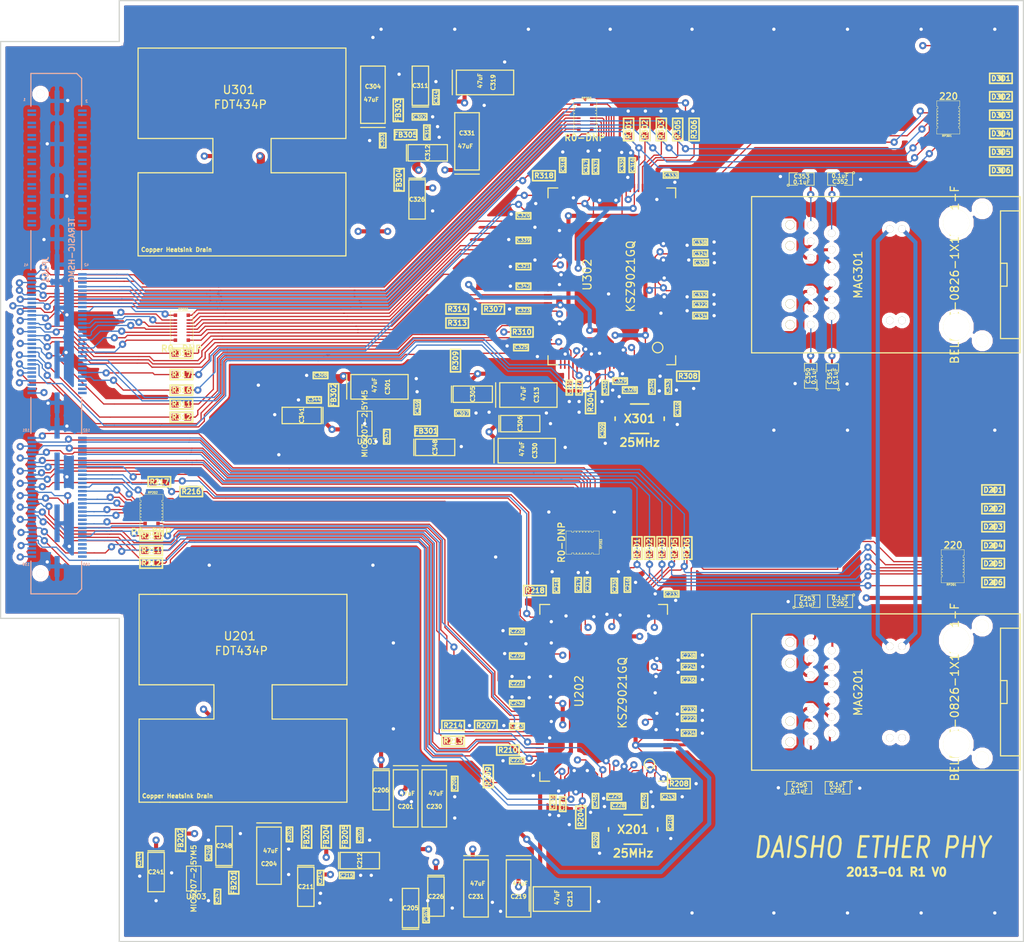
<source format=kicad_pcb>
(kicad_pcb (version 3) (host pcbnew "(2012-nov-02)-testing")
  (layers (15 F.Cu signal) (2 Inner2.Cu mixed) (1 Inner1.Cu mixed) (0 B.Cu signal) (18 B.Paste user) (19 F.Paste user) (20 B.SilkS user) (21 F.SilkS user) (22 B.Mask user) (23 F.Mask user) (28 Edge.Cuts user))
  (net 0 "")
  (net 1 +2.5V)
  (net 2 +3.3V)
  (net 3 "/GigE Phy0/AVDDH")
  (net 4 "/GigE Phy0/AVDDL")
  (net 5 "/GigE Phy0/AVDDL_PMOS")
  (net 6 "/GigE Phy0/AVDD_PLL")
  (net 7 "/GigE Phy0/DVDDH")
  (net 8 "/GigE Phy0/DVDDL")
  (net 9 "/GigE Phy0/GTX_CLK")
  (net 10 "/GigE Phy0/LDO_O")
  (net 11 "/GigE Phy0/LED1_D")
  (net 12 "/GigE Phy0/LED2_D")
  (net 13 "/GigE Phy0/LED3_D")
  (net 14 "/GigE Phy0/LED4_D")
  (net 15 "/GigE Phy0/LED5_D")
  (net 16 "/GigE Phy0/LED6")
  (net 17 "/GigE Phy0/LED6_D")
  (net 18 "/GigE Phy0/RXD0")
  (net 19 "/GigE Phy0/RXD1")
  (net 20 "/GigE Phy0/RXD2")
  (net 21 "/GigE Phy0/RXD3")
  (net 22 "/GigE Phy0/RXD4")
  (net 23 "/GigE Phy0/RXD5")
  (net 24 "/GigE Phy0/RXD6")
  (net 25 "/GigE Phy0/RXD7")
  (net 26 "/GigE Phy0/TXD0")
  (net 27 "/GigE Phy0/TXD1")
  (net 28 "/GigE Phy0/TXD2")
  (net 29 "/GigE Phy0/TXD3")
  (net 30 "/GigE Phy0/TXD4")
  (net 31 "/GigE Phy0/TXD5")
  (net 32 "/GigE Phy0/TXD6")
  (net 33 "/GigE Phy0/TXD7")
  (net 34 "/GigE Phy1/AVDDH")
  (net 35 "/GigE Phy1/AVDDL")
  (net 36 "/GigE Phy1/AVDD_PLL")
  (net 37 "/GigE Phy1/DVDDH")
  (net 38 "/GigE Phy1/DVDDL")
  (net 39 "/GigE Phy1/GTX_CLK")
  (net 40 "/GigE Phy1/LDO_O")
  (net 41 "/GigE Phy1/LED1_D")
  (net 42 "/GigE Phy1/LED2_D")
  (net 43 "/GigE Phy1/LED3_D")
  (net 44 "/GigE Phy1/LED4_D")
  (net 45 "/GigE Phy1/LED5_D")
  (net 46 "/GigE Phy1/LED6")
  (net 47 "/GigE Phy1/LED6_D")
  (net 48 "/GigE Phy1/PHY1_AVDDL_PMOS")
  (net 49 "/GigE Phy1/RXD0")
  (net 50 "/GigE Phy1/RXD1")
  (net 51 "/GigE Phy1/RXD2")
  (net 52 "/GigE Phy1/RXD3")
  (net 53 "/GigE Phy1/RXD4")
  (net 54 "/GigE Phy1/RXD5")
  (net 55 "/GigE Phy1/RXD6")
  (net 56 "/GigE Phy1/RXD7")
  (net 57 "/GigE Phy1/TXD0")
  (net 58 "/GigE Phy1/TXD1")
  (net 59 "/GigE Phy1/TXD2")
  (net 60 "/GigE Phy1/TXD3")
  (net 61 "/GigE Phy1/TXD4")
  (net 62 "/GigE Phy1/TXD5")
  (net 63 "/GigE Phy1/TXD6")
  (net 64 "/GigE Phy1/TXD7")
  (net 65 GND)
  (net 66 MAG_VC_1)
  (net 67 MAG_VC_2)
  (net 68 MAG_VC_3)
  (net 69 MAG_VC_4)
  (net 70 N-00000135)
  (net 71 N-00000163)
  (net 72 N-00000164)
  (net 73 N-00000165)
  (net 74 N-00000180)
  (net 75 N-00000182)
  (net 76 N-00000202)
  (net 77 N-00000203)
  (net 78 N-00000220)
  (net 79 N-00000248)
  (net 80 N-00000249)
  (net 81 N-00000250)
  (net 82 N-00000262)
  (net 83 N-00000263)
  (net 84 N-00000282)
  (net 85 N-00000283)
  (net 86 PHY0_CLK125_NDO)
  (net 87 PHY0_COL)
  (net 88 PHY0_CRS)
  (net 89 PHY0_GM_GTK_CLK)
  (net 90 PHY0_GM_MDC)
  (net 91 PHY0_GM_MIO)
  (net 92 PHY0_GM_RXD0)
  (net 93 PHY0_GM_RXD1)
  (net 94 PHY0_GM_RXD2)
  (net 95 PHY0_GM_RXD3)
  (net 96 PHY0_GM_RXD4)
  (net 97 PHY0_GM_RXD5)
  (net 98 PHY0_GM_RXD6)
  (net 99 PHY0_GM_RXD7)
  (net 100 PHY0_GM_RXDV)
  (net 101 PHY0_GM_RX_CLK)
  (net 102 PHY0_GM_RX_ERR)
  (net 103 PHY0_GM_TXD0)
  (net 104 PHY0_GM_TXD1)
  (net 105 PHY0_GM_TXD2)
  (net 106 PHY0_GM_TXD3)
  (net 107 PHY0_GM_TXD4)
  (net 108 PHY0_GM_TXD5)
  (net 109 PHY0_GM_TXD6)
  (net 110 PHY0_GM_TXD7)
  (net 111 PHY0_GM_TX_EN)
  (net 112 PHY0_GM_TX_ER)
  (net 113 PHY0_HW_RST)
  (net 114 PHY0_INT_N)
  (net 115 PHY0_MDC)
  (net 116 PHY0_MDIO)
  (net 117 PHY0_PHYADDR0)
  (net 118 PHY0_PHYADDR1)
  (net 119 PHY0_PHYADDR2)
  (net 120 PHY0_PHYADDR3)
  (net 121 PHY0_PHYADDR4)
  (net 122 PHY0_RXDV)
  (net 123 PHY0_RX_CLK)
  (net 124 PHY0_RX_ERR)
  (net 125 PHY0_TXRXM_A)
  (net 126 PHY0_TXRXM_B)
  (net 127 PHY0_TXRXM_C)
  (net 128 PHY0_TXRXM_D)
  (net 129 PHY0_TXRXP_A)
  (net 130 PHY0_TXRXP_B)
  (net 131 PHY0_TXRXP_C)
  (net 132 PHY0_TXRXP_D)
  (net 133 PHY0_TX_CLK)
  (net 134 PHY0_TX_EN)
  (net 135 PHY0_TX_ER)
  (net 136 PHY1_CLK125_NDO)
  (net 137 PHY1_COL)
  (net 138 PHY1_CRS)
  (net 139 PHY1_GM_GTK_CLK)
  (net 140 PHY1_GM_MDC)
  (net 141 PHY1_GM_MIO)
  (net 142 PHY1_GM_RXD0)
  (net 143 PHY1_GM_RXD1)
  (net 144 PHY1_GM_RXD2)
  (net 145 PHY1_GM_RXD3)
  (net 146 PHY1_GM_RXD4)
  (net 147 PHY1_GM_RXD5)
  (net 148 PHY1_GM_RXD6)
  (net 149 PHY1_GM_RXD7)
  (net 150 PHY1_GM_RXDV)
  (net 151 PHY1_GM_RX_CLK)
  (net 152 PHY1_GM_RX_ERR)
  (net 153 PHY1_GM_TXD0)
  (net 154 PHY1_GM_TXD1)
  (net 155 PHY1_GM_TXD2)
  (net 156 PHY1_GM_TXD3)
  (net 157 PHY1_GM_TXD4)
  (net 158 PHY1_GM_TXD5)
  (net 159 PHY1_GM_TXD6)
  (net 160 PHY1_GM_TXD7)
  (net 161 PHY1_GM_TX_EN)
  (net 162 PHY1_GM_TX_ER)
  (net 163 PHY1_HW_RST)
  (net 164 PHY1_INT_N)
  (net 165 PHY1_MDC)
  (net 166 PHY1_MDIO)
  (net 167 PHY1_PHYADDR0)
  (net 168 PHY1_PHYADDR1)
  (net 169 PHY1_PHYADDR2)
  (net 170 PHY1_PHYADDR3)
  (net 171 PHY1_PHYADDR4)
  (net 172 PHY1_RXDV)
  (net 173 PHY1_RX_CLK)
  (net 174 PHY1_RX_ERR)
  (net 175 PHY1_TXRXM_A)
  (net 176 PHY1_TXRXM_B)
  (net 177 PHY1_TXRXM_C)
  (net 178 PHY1_TXRXM_D)
  (net 179 PHY1_TXRXP_A)
  (net 180 PHY1_TXRXP_B)
  (net 181 PHY1_TXRXP_C)
  (net 182 PHY1_TXRXP_D)
  (net 183 PHY1_TX_CLK)
  (net 184 PHY1_TX_EN)
  (net 185 PHY1_TX_ER)
  (module BELFUSE-MAG (layer F.Cu) (at 206.3 92 270)
    (fp_text reference MAG301 (at 0 12 270) (layer F.SilkS))
    (fp_text value BELFUSE-0826-1X1T-M1-F (at 0 0.2 270) (layer F.SilkS))
    (pad "" np_thru_hole circle (at 6.35 0 270) (size 3.25 3.25) (drill 3.25) (layers *.Cu *.Mask F.SilkS))
    (pad "" np_thru_hole circle (at -6.35 0 270) (size 3.25 3.25) (drill 3.25) (layers *.Cu *.Mask F.SilkS))
    (pad "" np_thru_hole circle (at 8.065 -3.17 270) (size 1.57 1.57) (drill 1.57) (layers *.Cu *.Mask F.SilkS))
    (pad "" np_thru_hole circle (at -8.065 -3.17 270) (size 1.57 1.57) (drill 1.57) (layers *.Cu *.Mask F.SilkS))
    (pad 16 thru_hole circle (at 5.59 6.64 270) (size 0.9 0.9) (drill 0.89) (layers *.Cu *.Mask F.SilkS) (net 69 MAG_VC_4))
    (pad 14 thru_hole circle (at 5.59 8.13 270) (size 0.9 0.9) (drill 0.89) (layers *.Cu *.Mask F.SilkS) (net 67 MAG_VC_2))
    (pad 13 thru_hole circle (at -5.59 8.13 270) (size 0.9 0.9) (drill 0.89) (layers *.Cu *.Mask F.SilkS) (net 66 MAG_VC_1))
    (pad 15 thru_hole circle (at -5.59 6.64 270) (size 0.9 0.9) (drill 0.89) (layers *.Cu *.Mask F.SilkS) (net 68 MAG_VC_3))
    (pad 1 thru_hole circle (at -5.08 15.24 270) (size 0.9 0.9) (drill 0.89) (layers *.Cu *.Mask F.SilkS) (net 81 N-00000250))
    (pad 2 thru_hole circle (at -3.05 15.24 270) (size 0.9 0.9) (drill 0.89) (layers *.Cu *.Mask F.SilkS) (net 177 PHY1_TXRXM_C))
    (pad 3 thru_hole circle (at -1.02 15.24 270) (size 0.9 0.9) (drill 0.89) (layers *.Cu *.Mask F.SilkS) (net 181 PHY1_TXRXP_C))
    (pad 4 thru_hole circle (at 1.02 15.24 270) (size 0.9 0.9) (drill 0.89) (layers *.Cu *.Mask F.SilkS) (net 176 PHY1_TXRXM_B))
    (pad 5 thru_hole circle (at 3.05 15.24 270) (size 0.9 0.9) (drill 0.89) (layers *.Cu *.Mask F.SilkS) (net 180 PHY1_TXRXP_B))
    (pad 6 thru_hole circle (at 5.08 15.24 270) (size 0.9 0.9) (drill 0.89) (layers *.Cu *.Mask F.SilkS) (net 80 N-00000249))
    (pad 7 thru_hole circle (at -6.1 17.78 270) (size 0.9 0.9) (drill 0.89) (layers *.Cu *.Mask F.SilkS) (net 79 N-00000248))
    (pad 8 thru_hole circle (at -4.07 17.78 270) (size 0.9 0.9) (drill 0.89) (layers *.Cu *.Mask F.SilkS) (net 178 PHY1_TXRXM_D))
    (pad 11 thru_hole circle (at 4.07 17.8 270) (size 0.9 0.9) (drill 0.89) (layers *.Cu *.Mask F.SilkS) (net 179 PHY1_TXRXP_A))
    (pad 12 thru_hole circle (at 6.1 17.78 270) (size 0.9 0.9) (drill 0.89) (layers *.Cu *.Mask F.SilkS) (net 82 N-00000262))
    (pad 9 thru_hole circle (at -2.04 17.78 270) (size 0.9 0.9) (drill 0.89) (layers *.Cu *.Mask F.SilkS) (net 182 PHY1_TXRXP_D))
    (pad 10 thru_hole circle (at 2.04 17.78 270) (size 0.9 0.9) (drill 0.89) (layers *.Cu *.Mask F.SilkS) (net 175 PHY1_TXRXM_A))
    (pad 20 thru_hole circle (at 6.1 20.32 270) (size 1.1 1.1) (drill 1.02) (layers *.Cu *.Mask F.SilkS))
    (pad 19 thru_hole circle (at 3.555 20.32 270) (size 1.1 1.1) (drill 1.02) (layers *.Cu *.Mask F.SilkS))
    (pad 18 thru_hole circle (at -3.555 20.32 270) (size 1.1 1.1) (drill 1.02) (layers *.Cu *.Mask F.SilkS))
    (pad 17 thru_hole circle (at -6.1 20.32 270) (size 1.1 1.1) (drill 1.02) (layers *.Cu *.Mask F.SilkS))
  )
  (module SOT23-5 (layer F.Cu) (at 134 110.2 270)
    (fp_text reference U303 (at 2.19964 -0.29972 360) (layer F.SilkS) (effects (font (size 0.635 0.635) (thickness 0.127))))
    (fp_text value MIC5207-2.5YM5 (at 0 0 270) (layer F.SilkS) (effects (font (size 0.635 0.635) (thickness 0.127))))
    (pad 1 smd rect (at -0.9525 1.27 270) (size 0.508 0.762) (layers F.Cu F.Paste F.Mask) (net 2 +3.3V))
    (pad 3 smd rect (at 0.9525 1.27 270) (size 0.508 0.762) (layers F.Cu F.Paste F.Mask) (net 2 +3.3V))
    (pad 5 smd rect (at -0.9525 -1.27 270) (size 0.508 0.762) (layers F.Cu F.Paste F.Mask) (net 1 +2.5V))
    (pad 2 smd rect (at 0 1.27 270) (size 0.508 0.762) (layers F.Cu F.Paste F.Mask) (net 65 GND))
    (pad 4 smd rect (at 0.9525 -1.27 270) (size 0.508 0.762) (layers F.Cu F.Paste F.Mask) (net 83 N-00000263))
  )
  (module SOT23-5 (layer F.Cu) (at 113.1 165.8 270)
    (fp_text reference U203 (at 2.19964 -0.29972 360) (layer F.SilkS) (effects (font (size 0.635 0.635) (thickness 0.127))))
    (fp_text value MIC5207-2.5YM5 (at 0 0 270) (layer F.SilkS) (effects (font (size 0.635 0.635) (thickness 0.127))))
    (pad 1 smd rect (at -0.9525 1.27 270) (size 0.508 0.762) (layers F.Cu F.Paste F.Mask) (net 2 +3.3V))
    (pad 3 smd rect (at 0.9525 1.27 270) (size 0.508 0.762) (layers F.Cu F.Paste F.Mask) (net 2 +3.3V))
    (pad 5 smd rect (at -0.9525 -1.27 270) (size 0.508 0.762) (layers F.Cu F.Paste F.Mask) (net 1 +2.5V))
    (pad 2 smd rect (at 0 1.27 270) (size 0.508 0.762) (layers F.Cu F.Paste F.Mask) (net 65 GND))
    (pad 4 smd rect (at 0.9525 -1.27 270) (size 0.508 0.762) (layers F.Cu F.Paste F.Mask) (net 75 N-00000182))
  )
  (module GSG-0603D (layer F.Cu) (at 210.8 129.6 180)
    (fp_text reference D206 (at 0 0 180) (layer F.SilkS) (effects (font (size 0.6096 0.6096) (thickness 0.1524))))
    (fp_text value PHY0_TX-GRN hide)
    (pad 2 smd rect (at 0.762 0 180) (size 0.8636 0.8636) (layers F.Cu F.Paste F.Mask) (net 11 "/GigE Phy0/LED1_D") (clearance 0.1778))
    (pad 1 smd rect (at -0.762 0 180) (size 0.8636 0.8636) (layers F.Cu F.Paste F.Mask) (net 7 "/GigE Phy0/DVDDH") (clearance 0.1778))
  )
  (module GSG-0603D (layer F.Cu) (at 211.75 79.25 180)
    (fp_text reference D306 (at 0 0 180) (layer F.SilkS) (effects (font (size 0.6096 0.6096) (thickness 0.1524))))
    (fp_text value PHY1_TX-GRN hide)
    (pad 2 smd rect (at 0.762 0 180) (size 0.8636 0.8636) (layers F.Cu F.Paste F.Mask) (net 41 "/GigE Phy1/LED1_D") (clearance 0.1778))
    (pad 1 smd rect (at -0.762 0 180) (size 0.8636 0.8636) (layers F.Cu F.Paste F.Mask) (net 37 "/GigE Phy1/DVDDH") (clearance 0.1778))
  )
  (module GSG-0603D (layer F.Cu) (at 211.75 77 180)
    (fp_text reference D305 (at 0 0 180) (layer F.SilkS) (effects (font (size 0.6096 0.6096) (thickness 0.1524))))
    (fp_text value PHY1_RX-GRN hide)
    (pad 2 smd rect (at 0.762 0 180) (size 0.8636 0.8636) (layers F.Cu F.Paste F.Mask) (net 42 "/GigE Phy1/LED2_D") (clearance 0.1778))
    (pad 1 smd rect (at -0.762 0 180) (size 0.8636 0.8636) (layers F.Cu F.Paste F.Mask) (net 37 "/GigE Phy1/DVDDH") (clearance 0.1778))
  )
  (module GSG-0603D (layer F.Cu) (at 211.75 74.75 180)
    (fp_text reference D304 (at 0 0 180) (layer F.SilkS) (effects (font (size 0.6096 0.6096) (thickness 0.1524))))
    (fp_text value PHY1_DUPLEX-YLW hide)
    (pad 2 smd rect (at 0.762 0 180) (size 0.8636 0.8636) (layers F.Cu F.Paste F.Mask) (net 43 "/GigE Phy1/LED3_D") (clearance 0.1778))
    (pad 1 smd rect (at -0.762 0 180) (size 0.8636 0.8636) (layers F.Cu F.Paste F.Mask) (net 37 "/GigE Phy1/DVDDH") (clearance 0.1778))
  )
  (module GSG-0603D (layer F.Cu) (at 211.75 72.5 180)
    (fp_text reference D303 (at 0 0 180) (layer F.SilkS) (effects (font (size 0.6096 0.6096) (thickness 0.1524))))
    (fp_text value PHY1_LINK1000-BLUE hide)
    (pad 2 smd rect (at 0.762 0 180) (size 0.8636 0.8636) (layers F.Cu F.Paste F.Mask) (net 44 "/GigE Phy1/LED4_D") (clearance 0.1778))
    (pad 1 smd rect (at -0.762 0 180) (size 0.8636 0.8636) (layers F.Cu F.Paste F.Mask) (net 37 "/GigE Phy1/DVDDH") (clearance 0.1778))
  )
  (module GSG-0603D (layer F.Cu) (at 211.75 70.25 180)
    (fp_text reference D302 (at 0 0 180) (layer F.SilkS) (effects (font (size 0.6096 0.6096) (thickness 0.1524))))
    (fp_text value PHY1_LINK100-GRN hide)
    (pad 2 smd rect (at 0.762 0 180) (size 0.8636 0.8636) (layers F.Cu F.Paste F.Mask) (net 45 "/GigE Phy1/LED5_D") (clearance 0.1778))
    (pad 1 smd rect (at -0.762 0 180) (size 0.8636 0.8636) (layers F.Cu F.Paste F.Mask) (net 37 "/GigE Phy1/DVDDH") (clearance 0.1778))
  )
  (module GSG-0603D (layer F.Cu) (at 211.75 68 180)
    (fp_text reference D301 (at 0 0 180) (layer F.SilkS) (effects (font (size 0.6096 0.6096) (thickness 0.1524))))
    (fp_text value PHY1_LINK10-YLW hide)
    (pad 2 smd rect (at 0.762 0 180) (size 0.8636 0.8636) (layers F.Cu F.Paste F.Mask) (net 47 "/GigE Phy1/LED6_D") (clearance 0.1778))
    (pad 1 smd rect (at -0.762 0 180) (size 0.8636 0.8636) (layers F.Cu F.Paste F.Mask) (net 37 "/GigE Phy1/DVDDH") (clearance 0.1778))
  )
  (module GSG-0603D (layer F.Cu) (at 210.8 127.3 180)
    (fp_text reference D205 (at 0 0 180) (layer F.SilkS) (effects (font (size 0.6096 0.6096) (thickness 0.1524))))
    (fp_text value PHY0_RX-GRN hide)
    (pad 2 smd rect (at 0.762 0 180) (size 0.8636 0.8636) (layers F.Cu F.Paste F.Mask) (net 12 "/GigE Phy0/LED2_D") (clearance 0.1778))
    (pad 1 smd rect (at -0.762 0 180) (size 0.8636 0.8636) (layers F.Cu F.Paste F.Mask) (net 7 "/GigE Phy0/DVDDH") (clearance 0.1778))
  )
  (module GSG-0603D (layer F.Cu) (at 210.8 125.1 180)
    (fp_text reference D204 (at 0 0 180) (layer F.SilkS) (effects (font (size 0.6096 0.6096) (thickness 0.1524))))
    (fp_text value PHY0_DUPLEX-YLW hide)
    (pad 2 smd rect (at 0.762 0 180) (size 0.8636 0.8636) (layers F.Cu F.Paste F.Mask) (net 13 "/GigE Phy0/LED3_D") (clearance 0.1778))
    (pad 1 smd rect (at -0.762 0 180) (size 0.8636 0.8636) (layers F.Cu F.Paste F.Mask) (net 7 "/GigE Phy0/DVDDH") (clearance 0.1778))
  )
  (module GSG-0603D (layer F.Cu) (at 210.8 122.8 180)
    (fp_text reference D203 (at 0 0 180) (layer F.SilkS) (effects (font (size 0.6096 0.6096) (thickness 0.1524))))
    (fp_text value PHY0_LINK1000-BLUE hide)
    (pad 2 smd rect (at 0.762 0 180) (size 0.8636 0.8636) (layers F.Cu F.Paste F.Mask) (net 14 "/GigE Phy0/LED4_D") (clearance 0.1778))
    (pad 1 smd rect (at -0.762 0 180) (size 0.8636 0.8636) (layers F.Cu F.Paste F.Mask) (net 7 "/GigE Phy0/DVDDH") (clearance 0.1778))
  )
  (module GSG-0603D (layer F.Cu) (at 210.8 120.6 180)
    (fp_text reference D202 (at 0 0 180) (layer F.SilkS) (effects (font (size 0.6096 0.6096) (thickness 0.1524))))
    (fp_text value PHY0_LINK100-GRN hide)
    (pad 2 smd rect (at 0.762 0 180) (size 0.8636 0.8636) (layers F.Cu F.Paste F.Mask) (net 15 "/GigE Phy0/LED5_D") (clearance 0.1778))
    (pad 1 smd rect (at -0.762 0 180) (size 0.8636 0.8636) (layers F.Cu F.Paste F.Mask) (net 7 "/GigE Phy0/DVDDH") (clearance 0.1778))
  )
  (module GSG-0603D (layer F.Cu) (at 210.8 118.3 180)
    (fp_text reference D201 (at 0 0 180) (layer F.SilkS) (effects (font (size 0.6096 0.6096) (thickness 0.1524))))
    (fp_text value PHY0_LINK10-YLW hide)
    (pad 2 smd rect (at 0.762 0 180) (size 0.8636 0.8636) (layers F.Cu F.Paste F.Mask) (net 17 "/GigE Phy0/LED6_D") (clearance 0.1778))
    (pad 1 smd rect (at -0.762 0 180) (size 0.8636 0.8636) (layers F.Cu F.Paste F.Mask) (net 7 "/GigE Phy0/DVDDH") (clearance 0.1778))
  )
  (module GSG-0603 (layer F.Cu) (at 138.2 80.4 270)
    (fp_text reference FB304 (at 0 0 270) (layer F.SilkS) (effects (font (size 0.6096 0.6096) (thickness 0.1524))))
    (fp_text value FBEAD hide)
    (pad 2 smd rect (at 0.762 0 270) (size 0.8636 0.8636) (layers F.Cu F.Paste F.Mask) (net 36 "/GigE Phy1/AVDD_PLL") (clearance 0.1778))
    (pad 1 smd rect (at -0.762 0 270) (size 0.8636 0.8636) (layers F.Cu F.Paste F.Mask) (net 48 "/GigE Phy1/PHY1_AVDDL_PMOS") (clearance 0.1778))
  )
  (module GSG-0603 (layer F.Cu) (at 111.6 107.8 180)
    (fp_text reference R311 (at 0 0 180) (layer F.SilkS) (effects (font (size 0.6096 0.6096) (thickness 0.1524))))
    (fp_text value 0.0-NP hide)
    (pad 2 smd rect (at 0.762 0 180) (size 0.8636 0.8636) (layers F.Cu F.Paste F.Mask) (net 140 PHY1_GM_MDC) (clearance 0.1778))
    (pad 1 smd rect (at -0.762 0 180) (size 0.8636 0.8636) (layers F.Cu F.Paste F.Mask) (net 165 PHY1_MDC) (clearance 0.1778))
  )
  (module GSG-0603 (layer F.Cu) (at 166.25 74.25 90)
    (fp_text reference R301 (at 0 0 90) (layer F.SilkS) (effects (font (size 0.6096 0.6096) (thickness 0.1524))))
    (fp_text value 1k hide)
    (pad 2 smd rect (at 0.762 0 90) (size 0.8636 0.8636) (layers F.Cu F.Paste F.Mask) (net 65 GND) (clearance 0.1778))
    (pad 1 smd rect (at -0.762 0 90) (size 0.8636 0.8636) (layers F.Cu F.Paste F.Mask) (net 167 PHY1_PHYADDR0) (clearance 0.1778))
  )
  (module GSG-0603 (layer F.Cu) (at 168.25 74.25 90)
    (fp_text reference R302 (at 0 0 90) (layer F.SilkS) (effects (font (size 0.6096 0.6096) (thickness 0.1524))))
    (fp_text value 1k hide)
    (pad 2 smd rect (at 0.762 0 90) (size 0.8636 0.8636) (layers F.Cu F.Paste F.Mask) (net 65 GND) (clearance 0.1778))
    (pad 1 smd rect (at -0.762 0 90) (size 0.8636 0.8636) (layers F.Cu F.Paste F.Mask) (net 168 PHY1_PHYADDR1) (clearance 0.1778))
  )
  (module GSG-0603 (layer F.Cu) (at 170.25 74.25 90)
    (fp_text reference R303 (at 0 0 90) (layer F.SilkS) (effects (font (size 0.6096 0.6096) (thickness 0.1524))))
    (fp_text value 1k hide)
    (pad 2 smd rect (at 0.762 0 90) (size 0.8636 0.8636) (layers F.Cu F.Paste F.Mask) (net 65 GND) (clearance 0.1778))
    (pad 1 smd rect (at -0.762 0 90) (size 0.8636 0.8636) (layers F.Cu F.Paste F.Mask) (net 169 PHY1_PHYADDR2) (clearance 0.1778))
  )
  (module GSG-0603 (layer F.Cu) (at 172.25 74.25 90)
    (fp_text reference R305 (at 0 0 90) (layer F.SilkS) (effects (font (size 0.6096 0.6096) (thickness 0.1524))))
    (fp_text value 1k hide)
    (pad 2 smd rect (at 0.762 0 90) (size 0.8636 0.8636) (layers F.Cu F.Paste F.Mask) (net 65 GND) (clearance 0.1778))
    (pad 1 smd rect (at -0.762 0 90) (size 0.8636 0.8636) (layers F.Cu F.Paste F.Mask) (net 170 PHY1_PHYADDR3) (clearance 0.1778))
  )
  (module GSG-0603 (layer F.Cu) (at 174.25 74.25 90)
    (fp_text reference R306 (at 0 0 90) (layer F.SilkS) (effects (font (size 0.6096 0.6096) (thickness 0.1524))))
    (fp_text value 1k hide)
    (pad 2 smd rect (at 0.762 0 90) (size 0.8636 0.8636) (layers F.Cu F.Paste F.Mask) (net 65 GND) (clearance 0.1778))
    (pad 1 smd rect (at -0.762 0 90) (size 0.8636 0.8636) (layers F.Cu F.Paste F.Mask) (net 171 PHY1_PHYADDR4) (clearance 0.1778))
  )
  (module GSG-0603 (layer F.Cu) (at 149.7 96.2 180)
    (fp_text reference R307 (at 0 0 180) (layer F.SilkS) (effects (font (size 0.6096 0.6096) (thickness 0.1524))))
    (fp_text value 1k hide)
    (pad 2 smd rect (at 0.762 0 180) (size 0.8636 0.8636) (layers F.Cu F.Paste F.Mask) (net 65 GND) (clearance 0.1778))
    (pad 1 smd rect (at -0.762 0 180) (size 0.8636 0.8636) (layers F.Cu F.Paste F.Mask) (net 172 PHY1_RXDV) (clearance 0.1778))
  )
  (module GSG-0603 (layer F.Cu) (at 111.6 109.4 180)
    (fp_text reference R312 (at 0 0 180) (layer F.SilkS) (effects (font (size 0.6096 0.6096) (thickness 0.1524))))
    (fp_text value 0.0-NP hide)
    (pad 2 smd rect (at 0.762 0 180) (size 0.8636 0.8636) (layers F.Cu F.Paste F.Mask) (net 141 PHY1_GM_MIO) (clearance 0.1778))
    (pad 1 smd rect (at -0.762 0 180) (size 0.8636 0.8636) (layers F.Cu F.Paste F.Mask) (net 166 PHY1_MDIO) (clearance 0.1778))
  )
  (module GSG-0603 (layer F.Cu) (at 139 74.9)
    (fp_text reference FB305 (at 0 0) (layer F.SilkS) (effects (font (size 0.6096 0.6096) (thickness 0.1524))))
    (fp_text value FBEAD hide)
    (pad 2 smd rect (at 0.762 0) (size 0.8636 0.8636) (layers F.Cu F.Paste F.Mask) (net 38 "/GigE Phy1/DVDDL") (clearance 0.1778))
    (pad 1 smd rect (at -0.762 0) (size 0.8636 0.8636) (layers F.Cu F.Paste F.Mask) (net 48 "/GigE Phy1/PHY1_AVDDL_PMOS") (clearance 0.1778))
  )
  (module GSG-0603 (layer F.Cu) (at 138.1 71.9 90)
    (fp_text reference FB303 (at 0 0 90) (layer F.SilkS) (effects (font (size 0.6096 0.6096) (thickness 0.1524))))
    (fp_text value FBEAD hide)
    (pad 2 smd rect (at 0.762 0 90) (size 0.8636 0.8636) (layers F.Cu F.Paste F.Mask) (net 35 "/GigE Phy1/AVDDL") (clearance 0.1778))
    (pad 1 smd rect (at -0.762 0 90) (size 0.8636 0.8636) (layers F.Cu F.Paste F.Mask) (net 48 "/GigE Phy1/PHY1_AVDDL_PMOS") (clearance 0.1778))
  )
  (module GSG-0603 (layer F.Cu) (at 161.6 107.6 270)
    (fp_text reference R304 (at 0 0 270) (layer F.SilkS) (effects (font (size 0.6096 0.6096) (thickness 0.1524))))
    (fp_text value 4.7k hide)
    (pad 2 smd rect (at 0.762 0 270) (size 0.8636 0.8636) (layers F.Cu F.Paste F.Mask) (net 65 GND) (clearance 0.1778))
    (pad 1 smd rect (at -0.762 0 270) (size 0.8636 0.8636) (layers F.Cu F.Paste F.Mask) (net 163 PHY1_HW_RST) (clearance 0.1778))
  )
  (module GSG-0603 (layer F.Cu) (at 151.5 150.1)
    (fp_text reference R210 (at 0 0) (layer F.SilkS) (effects (font (size 0.6096 0.6096) (thickness 0.1524))))
    (fp_text value 4.7K hide)
    (pad 2 smd rect (at 0.762 0) (size 0.8636 0.8636) (layers F.Cu F.Paste F.Mask) (net 116 PHY0_MDIO) (clearance 0.1778))
    (pad 1 smd rect (at -0.762 0) (size 0.8636 0.8636) (layers F.Cu F.Paste F.Mask) (net 7 "/GigE Phy0/DVDDH") (clearance 0.1778))
  )
  (module GSG-0603 (layer F.Cu) (at 160.4 158.3 270)
    (fp_text reference R204 (at 0 0 270) (layer F.SilkS) (effects (font (size 0.6096 0.6096) (thickness 0.1524))))
    (fp_text value 4.7k hide)
    (pad 2 smd rect (at 0.762 0 270) (size 0.8636 0.8636) (layers F.Cu F.Paste F.Mask) (net 65 GND) (clearance 0.1778))
    (pad 1 smd rect (at -0.762 0 270) (size 0.8636 0.8636) (layers F.Cu F.Paste F.Mask) (net 113 PHY0_HW_RST) (clearance 0.1778))
  )
  (module GSG-0603 (layer F.Cu) (at 173.5 104.4 180)
    (fp_text reference R308 (at 0 0 180) (layer F.SilkS) (effects (font (size 0.6096 0.6096) (thickness 0.1524))))
    (fp_text value "4.99K 1%" hide)
    (pad 2 smd rect (at 0.762 0 180) (size 0.8636 0.8636) (layers F.Cu F.Paste F.Mask) (net 78 N-00000220) (clearance 0.1778))
    (pad 1 smd rect (at -0.762 0 180) (size 0.8636 0.8636) (layers F.Cu F.Paste F.Mask) (net 65 GND) (clearance 0.1778))
  )
  (module GSG-0603 (layer F.Cu) (at 108.9 117.3 180)
    (fp_text reference R217 (at 0 0 180) (layer F.SilkS) (effects (font (size 0.6096 0.6096) (thickness 0.1524))))
    (fp_text value 0.0-NP hide)
    (pad 2 smd rect (at 0.762 0 180) (size 0.8636 0.8636) (layers F.Cu F.Paste F.Mask) (net 89 PHY0_GM_GTK_CLK) (clearance 0.1778))
    (pad 1 smd rect (at -0.762 0 180) (size 0.8636 0.8636) (layers F.Cu F.Paste F.Mask) (net 9 "/GigE Phy0/GTX_CLK") (clearance 0.1778))
  )
  (module GSG-0603 (layer F.Cu) (at 153.2 99)
    (fp_text reference R310 (at 0 0) (layer F.SilkS) (effects (font (size 0.6096 0.6096) (thickness 0.1524))))
    (fp_text value 4.7K hide)
    (pad 2 smd rect (at 0.762 0) (size 0.8636 0.8636) (layers F.Cu F.Paste F.Mask) (net 166 PHY1_MDIO) (clearance 0.1778))
    (pad 1 smd rect (at -0.762 0) (size 0.8636 0.8636) (layers F.Cu F.Paste F.Mask) (net 37 "/GigE Phy1/DVDDH") (clearance 0.1778))
  )
  (module GSG-0603 (layer F.Cu) (at 145.1 102.5 90)
    (fp_text reference R309 (at 0 0 90) (layer F.SilkS) (effects (font (size 0.6096 0.6096) (thickness 0.1524))))
    (fp_text value 4.7K hide)
    (pad 2 smd rect (at 0.762 0 90) (size 0.8636 0.8636) (layers F.Cu F.Paste F.Mask) (net 164 PHY1_INT_N) (clearance 0.1778))
    (pad 1 smd rect (at -0.762 0 90) (size 0.8636 0.8636) (layers F.Cu F.Paste F.Mask) (net 37 "/GigE Phy1/DVDDH") (clearance 0.1778))
  )
  (module GSG-0603 (layer F.Cu) (at 111.6 106.1 180)
    (fp_text reference R316 (at 0 0 180) (layer F.SilkS) (effects (font (size 0.6096 0.6096) (thickness 0.1524))))
    (fp_text value 0.0-NP hide)
    (pad 2 smd rect (at 0.762 0 180) (size 0.8636 0.8636) (layers F.Cu F.Paste F.Mask) (net 161 PHY1_GM_TX_EN) (clearance 0.1778))
    (pad 1 smd rect (at -0.762 0 180) (size 0.8636 0.8636) (layers F.Cu F.Paste F.Mask) (net 184 PHY1_TX_EN) (clearance 0.1778))
  )
  (module GSG-0603 (layer F.Cu) (at 111.6 104.2 180)
    (fp_text reference R317 (at 0 0 180) (layer F.SilkS) (effects (font (size 0.6096 0.6096) (thickness 0.1524))))
    (fp_text value 0.0-NP hide)
    (pad 2 smd rect (at 0.762 0 180) (size 0.8636 0.8636) (layers F.Cu F.Paste F.Mask) (net 139 PHY1_GM_GTK_CLK) (clearance 0.1778))
    (pad 1 smd rect (at -0.762 0 180) (size 0.8636 0.8636) (layers F.Cu F.Paste F.Mask) (net 39 "/GigE Phy1/GTX_CLK") (clearance 0.1778))
  )
  (module GSG-0603 (layer F.Cu) (at 155.9 79.9 180)
    (fp_text reference R318 (at 0 0 180) (layer F.SilkS) (effects (font (size 0.6096 0.6096) (thickness 0.1524))))
    (fp_text value 0.0-NP hide)
    (pad 2 smd rect (at 0.762 0 180) (size 0.8636 0.8636) (layers F.Cu F.Paste F.Mask) (net 162 PHY1_GM_TX_ER) (clearance 0.1778))
    (pad 1 smd rect (at -0.762 0 180) (size 0.8636 0.8636) (layers F.Cu F.Paste F.Mask) (net 185 PHY1_TX_ER) (clearance 0.1778))
  )
  (module GSG-0603 (layer F.Cu) (at 111.6 101.6 180)
    (fp_text reference R315 (at 0 0 180) (layer F.SilkS) (effects (font (size 0.6096 0.6096) (thickness 0.1524))))
    (fp_text value 0.0-NP hide)
    (pad 2 smd rect (at 0.762 0 180) (size 0.8636 0.8636) (layers F.Cu F.Paste F.Mask) (net 150 PHY1_GM_RXDV) (clearance 0.1778))
    (pad 1 smd rect (at -0.762 0 180) (size 0.8636 0.8636) (layers F.Cu F.Paste F.Mask) (net 172 PHY1_RXDV) (clearance 0.1778))
  )
  (module GSG-0603 (layer F.Cu) (at 145.3 96.2 180)
    (fp_text reference R314 (at 0 0 180) (layer F.SilkS) (effects (font (size 0.6096 0.6096) (thickness 0.1524))))
    (fp_text value 0.0-NP hide)
    (pad 2 smd rect (at 0.762 0 180) (size 0.8636 0.8636) (layers F.Cu F.Paste F.Mask) (net 152 PHY1_GM_RX_ERR) (clearance 0.1778))
    (pad 1 smd rect (at -0.762 0 180) (size 0.8636 0.8636) (layers F.Cu F.Paste F.Mask) (net 174 PHY1_RX_ERR) (clearance 0.1778))
  )
  (module GSG-0603 (layer F.Cu) (at 145.3 97.9 180)
    (fp_text reference R313 (at 0 0 180) (layer F.SilkS) (effects (font (size 0.6096 0.6096) (thickness 0.1524))))
    (fp_text value 0.0-NP hide)
    (pad 2 smd rect (at 0.762 0 180) (size 0.8636 0.8636) (layers F.Cu F.Paste F.Mask) (net 151 PHY1_GM_RX_CLK) (clearance 0.1778))
    (pad 1 smd rect (at -0.762 0 180) (size 0.8636 0.8636) (layers F.Cu F.Paste F.Mask) (net 173 PHY1_RX_CLK) (clearance 0.1778))
  )
  (module GSG-0603 (layer F.Cu) (at 172.4 154.2 180)
    (fp_text reference R208 (at 0 0 180) (layer F.SilkS) (effects (font (size 0.6096 0.6096) (thickness 0.1524))))
    (fp_text value "4.99K 1%" hide)
    (pad 2 smd rect (at 0.762 0 180) (size 0.8636 0.8636) (layers F.Cu F.Paste F.Mask) (net 70 N-00000135) (clearance 0.1778))
    (pad 1 smd rect (at -0.762 0 180) (size 0.8636 0.8636) (layers F.Cu F.Paste F.Mask) (net 65 GND) (clearance 0.1778))
  )
  (module GSG-0603 (layer F.Cu) (at 130.2 106.7 90)
    (fp_text reference FB302 (at 0 0 90) (layer F.SilkS) (effects (font (size 0.6096 0.6096) (thickness 0.1524))))
    (fp_text value FBEAD hide)
    (pad 2 smd rect (at 0.762 0 90) (size 0.8636 0.8636) (layers F.Cu F.Paste F.Mask) (net 34 "/GigE Phy1/AVDDH") (clearance 0.1778))
    (pad 1 smd rect (at -0.762 0 90) (size 0.8636 0.8636) (layers F.Cu F.Paste F.Mask) (net 2 +3.3V) (clearance 0.1778))
  )
  (module GSG-0603 (layer F.Cu) (at 141.5 111.1)
    (fp_text reference FB301 (at 0 0) (layer F.SilkS) (effects (font (size 0.6096 0.6096) (thickness 0.1524))))
    (fp_text value FBEAD hide)
    (pad 2 smd rect (at 0.762 0) (size 0.8636 0.8636) (layers F.Cu F.Paste F.Mask) (net 37 "/GigE Phy1/DVDDH") (clearance 0.1778))
    (pad 1 smd rect (at -0.762 0) (size 0.8636 0.8636) (layers F.Cu F.Paste F.Mask) (net 1 +2.5V) (clearance 0.1778))
  )
  (module GSG-0603 (layer F.Cu) (at 118 166.3 270)
    (fp_text reference FB201 (at 0 0 270) (layer F.SilkS) (effects (font (size 0.6096 0.6096) (thickness 0.1524))))
    (fp_text value FBEAD hide)
    (pad 2 smd rect (at 0.762 0 270) (size 0.8636 0.8636) (layers F.Cu F.Paste F.Mask) (net 7 "/GigE Phy0/DVDDH") (clearance 0.1778))
    (pad 1 smd rect (at -0.762 0 270) (size 0.8636 0.8636) (layers F.Cu F.Paste F.Mask) (net 1 +2.5V) (clearance 0.1778))
  )
  (module GSG-0603 (layer F.Cu) (at 111.5 161.1 90)
    (fp_text reference FB202 (at 0 0 90) (layer F.SilkS) (effects (font (size 0.6096 0.6096) (thickness 0.1524))))
    (fp_text value FBEAD hide)
    (pad 2 smd rect (at 0.762 0 90) (size 0.8636 0.8636) (layers F.Cu F.Paste F.Mask) (net 3 "/GigE Phy0/AVDDH") (clearance 0.1778))
    (pad 1 smd rect (at -0.762 0 90) (size 0.8636 0.8636) (layers F.Cu F.Paste F.Mask) (net 2 +3.3V) (clearance 0.1778))
  )
  (module GSG-0603 (layer F.Cu) (at 170.326 125.4 90)
    (fp_text reference R203 (at 0 0 90) (layer F.SilkS) (effects (font (size 0.6096 0.6096) (thickness 0.1524))))
    (fp_text value 1k hide)
    (pad 2 smd rect (at 0.762 0 90) (size 0.8636 0.8636) (layers F.Cu F.Paste F.Mask) (net 65 GND) (clearance 0.1778))
    (pad 1 smd rect (at -0.762 0 90) (size 0.8636 0.8636) (layers F.Cu F.Paste F.Mask) (net 119 PHY0_PHYADDR2) (clearance 0.1778))
  )
  (module GSG-0603 (layer F.Cu) (at 154.8 130.6 180)
    (fp_text reference R218 (at 0 0 180) (layer F.SilkS) (effects (font (size 0.6096 0.6096) (thickness 0.1524))))
    (fp_text value 0.0-NP hide)
    (pad 2 smd rect (at 0.762 0 180) (size 0.8636 0.8636) (layers F.Cu F.Paste F.Mask) (net 112 PHY0_GM_TX_ER) (clearance 0.1778))
    (pad 1 smd rect (at -0.762 0 180) (size 0.8636 0.8636) (layers F.Cu F.Paste F.Mask) (net 135 PHY0_TX_ER) (clearance 0.1778))
  )
  (module GSG-0603 (layer F.Cu) (at 107.9 123.9 180)
    (fp_text reference R215 (at 0 0 180) (layer F.SilkS) (effects (font (size 0.6096 0.6096) (thickness 0.1524))))
    (fp_text value 0.0-NP hide)
    (pad 2 smd rect (at 0.762 0 180) (size 0.8636 0.8636) (layers F.Cu F.Paste F.Mask) (net 100 PHY0_GM_RXDV) (clearance 0.1778))
    (pad 1 smd rect (at -0.762 0 180) (size 0.8636 0.8636) (layers F.Cu F.Paste F.Mask) (net 122 PHY0_RXDV) (clearance 0.1778))
  )
  (module GSG-0603 (layer F.Cu) (at 144.8 147.1 180)
    (fp_text reference R214 (at 0 0 180) (layer F.SilkS) (effects (font (size 0.6096 0.6096) (thickness 0.1524))))
    (fp_text value 0.0-NP hide)
    (pad 2 smd rect (at 0.762 0 180) (size 0.8636 0.8636) (layers F.Cu F.Paste F.Mask) (net 102 PHY0_GM_RX_ERR) (clearance 0.1778))
    (pad 1 smd rect (at -0.762 0 180) (size 0.8636 0.8636) (layers F.Cu F.Paste F.Mask) (net 124 PHY0_RX_ERR) (clearance 0.1778))
  )
  (module GSG-0603 (layer F.Cu) (at 144.8 149 180)
    (fp_text reference R213 (at 0 0 180) (layer F.SilkS) (effects (font (size 0.6096 0.6096) (thickness 0.1524))))
    (fp_text value 0.0-NP hide)
    (pad 2 smd rect (at 0.762 0 180) (size 0.8636 0.8636) (layers F.Cu F.Paste F.Mask) (net 101 PHY0_GM_RX_CLK) (clearance 0.1778))
    (pad 1 smd rect (at -0.762 0 180) (size 0.8636 0.8636) (layers F.Cu F.Paste F.Mask) (net 123 PHY0_RX_CLK) (clearance 0.1778))
  )
  (module GSG-0603 (layer F.Cu) (at 107.9 127.25 180)
    (fp_text reference R212 (at 0 0 180) (layer F.SilkS) (effects (font (size 0.6096 0.6096) (thickness 0.1524))))
    (fp_text value 0.0-NP hide)
    (pad 2 smd rect (at 0.762 0 180) (size 0.8636 0.8636) (layers F.Cu F.Paste F.Mask) (net 91 PHY0_GM_MIO) (clearance 0.1778))
    (pad 1 smd rect (at -0.762 0 180) (size 0.8636 0.8636) (layers F.Cu F.Paste F.Mask) (net 116 PHY0_MDIO) (clearance 0.1778))
  )
  (module GSG-0603 (layer F.Cu) (at 107.9 125.7 180)
    (fp_text reference R211 (at 0 0 180) (layer F.SilkS) (effects (font (size 0.6096 0.6096) (thickness 0.1524))))
    (fp_text value 0.0-NP hide)
    (pad 2 smd rect (at 0.762 0 180) (size 0.8636 0.8636) (layers F.Cu F.Paste F.Mask) (net 90 PHY0_GM_MDC) (clearance 0.1778))
    (pad 1 smd rect (at -0.762 0 180) (size 0.8636 0.8636) (layers F.Cu F.Paste F.Mask) (net 115 PHY0_MDC) (clearance 0.1778))
  )
  (module GSG-0603 (layer F.Cu) (at 167.278 125.4 90)
    (fp_text reference R201 (at 0 0 90) (layer F.SilkS) (effects (font (size 0.6096 0.6096) (thickness 0.1524))))
    (fp_text value 1k hide)
    (pad 2 smd rect (at 0.762 0 90) (size 0.8636 0.8636) (layers F.Cu F.Paste F.Mask) (net 65 GND) (clearance 0.1778))
    (pad 1 smd rect (at -0.762 0 90) (size 0.8636 0.8636) (layers F.Cu F.Paste F.Mask) (net 117 PHY0_PHYADDR0) (clearance 0.1778))
  )
  (module GSG-0603 (layer F.Cu) (at 168.802 125.4 90)
    (fp_text reference R202 (at 0 0 90) (layer F.SilkS) (effects (font (size 0.6096 0.6096) (thickness 0.1524))))
    (fp_text value 1k hide)
    (pad 2 smd rect (at 0.762 0 90) (size 0.8636 0.8636) (layers F.Cu F.Paste F.Mask) (net 65 GND) (clearance 0.1778))
    (pad 1 smd rect (at -0.762 0 90) (size 0.8636 0.8636) (layers F.Cu F.Paste F.Mask) (net 118 PHY0_PHYADDR1) (clearance 0.1778))
  )
  (module GSG-0603 (layer F.Cu) (at 171.85 125.4 90)
    (fp_text reference R205 (at 0 0 90) (layer F.SilkS) (effects (font (size 0.6096 0.6096) (thickness 0.1524))))
    (fp_text value 1k hide)
    (pad 2 smd rect (at 0.762 0 90) (size 0.8636 0.8636) (layers F.Cu F.Paste F.Mask) (net 65 GND) (clearance 0.1778))
    (pad 1 smd rect (at -0.762 0 90) (size 0.8636 0.8636) (layers F.Cu F.Paste F.Mask) (net 120 PHY0_PHYADDR3) (clearance 0.1778))
  )
  (module GSG-0603 (layer F.Cu) (at 173.374 125.4 90)
    (fp_text reference R206 (at 0 0 90) (layer F.SilkS) (effects (font (size 0.6096 0.6096) (thickness 0.1524))))
    (fp_text value 1k hide)
    (pad 2 smd rect (at 0.762 0 90) (size 0.8636 0.8636) (layers F.Cu F.Paste F.Mask) (net 65 GND) (clearance 0.1778))
    (pad 1 smd rect (at -0.762 0 90) (size 0.8636 0.8636) (layers F.Cu F.Paste F.Mask) (net 121 PHY0_PHYADDR4) (clearance 0.1778))
  )
  (module GSG-0603 (layer F.Cu) (at 112.8 118.5 180)
    (fp_text reference R216 (at 0 0 180) (layer F.SilkS) (effects (font (size 0.6096 0.6096) (thickness 0.1524))))
    (fp_text value 0.0-NP hide)
    (pad 2 smd rect (at 0.762 0 180) (size 0.8636 0.8636) (layers F.Cu F.Paste F.Mask) (net 111 PHY0_GM_TX_EN) (clearance 0.1778))
    (pad 1 smd rect (at -0.762 0 180) (size 0.8636 0.8636) (layers F.Cu F.Paste F.Mask) (net 134 PHY0_TX_EN) (clearance 0.1778))
  )
  (module GSG-0603 (layer F.Cu) (at 148.8 147.1 180)
    (fp_text reference R207 (at 0 0 180) (layer F.SilkS) (effects (font (size 0.6096 0.6096) (thickness 0.1524))))
    (fp_text value 1k hide)
    (pad 2 smd rect (at 0.762 0 180) (size 0.8636 0.8636) (layers F.Cu F.Paste F.Mask) (net 65 GND) (clearance 0.1778))
    (pad 1 smd rect (at -0.762 0 180) (size 0.8636 0.8636) (layers F.Cu F.Paste F.Mask) (net 122 PHY0_RXDV) (clearance 0.1778))
  )
  (module GSG-0603 (layer F.Cu) (at 129.3 160.7 270)
    (fp_text reference FB204 (at 0 0 270) (layer F.SilkS) (effects (font (size 0.6096 0.6096) (thickness 0.1524))))
    (fp_text value FBEAD hide)
    (pad 2 smd rect (at 0.762 0 270) (size 0.8636 0.8636) (layers F.Cu F.Paste F.Mask) (net 6 "/GigE Phy0/AVDD_PLL") (clearance 0.1778))
    (pad 1 smd rect (at -0.762 0 270) (size 0.8636 0.8636) (layers F.Cu F.Paste F.Mask) (net 5 "/GigE Phy0/AVDDL_PMOS") (clearance 0.1778))
  )
  (module GSG-0603 (layer F.Cu) (at 131.6 160.7 270)
    (fp_text reference FB205 (at 0 0 270) (layer F.SilkS) (effects (font (size 0.6096 0.6096) (thickness 0.1524))))
    (fp_text value FBEAD hide)
    (pad 2 smd rect (at 0.762 0 270) (size 0.8636 0.8636) (layers F.Cu F.Paste F.Mask) (net 8 "/GigE Phy0/DVDDL") (clearance 0.1778))
    (pad 1 smd rect (at -0.762 0 270) (size 0.8636 0.8636) (layers F.Cu F.Paste F.Mask) (net 5 "/GigE Phy0/AVDDL_PMOS") (clearance 0.1778))
  )
  (module GSG-0603 (layer F.Cu) (at 126.9 160.7 270)
    (fp_text reference FB203 (at 0 0 270) (layer F.SilkS) (effects (font (size 0.6096 0.6096) (thickness 0.1524))))
    (fp_text value FBEAD hide)
    (pad 2 smd rect (at 0.762 0 270) (size 0.8636 0.8636) (layers F.Cu F.Paste F.Mask) (net 4 "/GigE Phy0/AVDDL") (clearance 0.1778))
    (pad 1 smd rect (at -0.762 0 270) (size 0.8636 0.8636) (layers F.Cu F.Paste F.Mask) (net 5 "/GigE Phy0/AVDDL_PMOS") (clearance 0.1778))
  )
  (module GSG-0603 (layer F.Cu) (at 149.1 153.3 90)
    (fp_text reference R209 (at 0 0 90) (layer F.SilkS) (effects (font (size 0.6096 0.6096) (thickness 0.1524))))
    (fp_text value 4.7K hide)
    (pad 2 smd rect (at 0.762 0 90) (size 0.8636 0.8636) (layers F.Cu F.Paste F.Mask) (net 114 PHY0_INT_N) (clearance 0.1778))
    (pad 1 smd rect (at -0.762 0 90) (size 0.8636 0.8636) (layers F.Cu F.Paste F.Mask) (net 7 "/GigE Phy0/DVDDH") (clearance 0.1778))
  )
  (module ABMM2 (layer F.Cu) (at 167.6 109.6 180)
    (fp_text reference X301 (at 0.0254 0 180) (layer F.SilkS) (effects (font (size 1.00076 1.00076) (thickness 0.2032))))
    (fp_text value 25MHz (at 0 -2.90068 180) (layer F.SilkS) (effects (font (size 1.00076 1.00076) (thickness 0.2032))))
    (pad 1 smd rect (at -2.46126 1.24968 180) (size 2.07518 1.6002) (layers F.Cu F.Paste F.Mask) (net 85 N-00000283))
    (pad 2 smd rect (at 2.46126 -1.24968 180) (size 2.07518 1.6002) (layers F.Cu F.Paste F.Mask) (net 84 N-00000282))
    (pad "" smd rect (at 2.46126 1.24968 180) (size 2.07518 1.6002) (layers F.Cu F.Paste F.Mask))
    (pad "" smd rect (at -2.46126 -1.24968 180) (size 2.07518 1.6002) (layers F.Cu F.Paste F.Mask))
  )
  (module ABMM2 (layer F.Cu) (at 166.8 159.8 180)
    (fp_text reference X201 (at 0.0254 0 180) (layer F.SilkS) (effects (font (size 1.00076 1.00076) (thickness 0.2032))))
    (fp_text value 25MHz (at 0 -2.90068 180) (layer F.SilkS) (effects (font (size 1.00076 1.00076) (thickness 0.2032))))
    (pad 1 smd rect (at -2.46126 1.24968 180) (size 2.07518 1.6002) (layers F.Cu F.Paste F.Mask) (net 77 N-00000203))
    (pad 2 smd rect (at 2.46126 -1.24968 180) (size 2.07518 1.6002) (layers F.Cu F.Paste F.Mask) (net 76 N-00000202))
    (pad "" smd rect (at 2.46126 1.24968 180) (size 2.07518 1.6002) (layers F.Cu F.Paste F.Mask))
    (pad "" smd rect (at -2.46126 -1.24968 180) (size 2.07518 1.6002) (layers F.Cu F.Paste F.Mask))
  )
  (module FDT434P-SOT223 (layer F.Cu) (at 119.126 143.764)
    (fp_text reference U201 (at -0.4 -7.6) (layer F.SilkS))
    (fp_text value FDT434P (at -0.2 -5.8) (layer F.SilkS))
    (fp_text user "Copper Heatsink Drain" (at -8.001 11.938) (layer F.SilkS) (effects (font (size 0.508 0.508) (thickness 0.127))))
    (pad D smd rect (at 0 -3.1) (size 3.5 2.2) (layers F.Cu F.Paste F.Mask) (net 5 "/GigE Phy0/AVDDL_PMOS"))
    (pad D smd rect (at 0 3.1) (size 1.2 2.2) (layers F.Cu F.Paste F.Mask) (net 5 "/GigE Phy0/AVDDL_PMOS"))
    (pad G smd rect (at -2.3 3.1) (size 1.2 2.2) (layers F.Cu F.Paste F.Mask) (net 10 "/GigE Phy0/LDO_O"))
    (pad S smd rect (at 2.3 3.1) (size 1.2 2.2) (layers F.Cu F.Paste F.Mask) (net 3 "/GigE Phy0/AVDDH"))
  )
  (module FDT434P-SOT223 (layer F.Cu) (at 119 77)
    (fp_text reference U301 (at -0.4 -7.6) (layer F.SilkS))
    (fp_text value FDT434P (at -0.2 -5.8) (layer F.SilkS))
    (fp_text user "Copper Heatsink Drain" (at -8.001 11.938) (layer F.SilkS) (effects (font (size 0.508 0.508) (thickness 0.127))))
    (pad D smd rect (at 0 -3.1) (size 3.5 2.2) (layers F.Cu F.Paste F.Mask) (net 48 "/GigE Phy1/PHY1_AVDDL_PMOS"))
    (pad D smd rect (at 0 3.1) (size 1.2 2.2) (layers F.Cu F.Paste F.Mask) (net 48 "/GigE Phy1/PHY1_AVDDL_PMOS"))
    (pad G smd rect (at -2.3 3.1) (size 1.2 2.2) (layers F.Cu F.Paste F.Mask) (net 40 "/GigE Phy1/LDO_O"))
    (pad S smd rect (at 2.3 3.1) (size 1.2 2.2) (layers F.Cu F.Paste F.Mask) (net 34 "/GigE Phy1/AVDDH"))
  )
  (module GSG-PQFP128 (layer F.Cu) (at 163.2 143.1 90)
    (fp_text reference U202 (at 0.2 -3 90) (layer F.SilkS))
    (fp_text value KSZ9021GQ (at 0 2.3 90) (layer F.SilkS))
    (pad 10 smd rect (at -4.75 7.8 90) (size 0.2 1) (layers F.Cu F.Paste F.Mask) (net 65 GND))
    (pad 9 smd rect (at -5.25 7.8 90) (size 0.2 1) (layers F.Cu F.Paste F.Mask) (net 3 "/GigE Phy0/AVDDH"))
    (pad 8 smd rect (at -5.75 7.8 90) (size 0.2 1) (layers F.Cu F.Paste F.Mask) (net 125 PHY0_TXRXM_A))
    (pad 7 smd rect (at -6.25 7.8 90) (size 0.2 1) (layers F.Cu F.Paste F.Mask) (net 129 PHY0_TXRXP_A))
    (pad 6 smd rect (at -6.75 7.8 90) (size 0.2 1) (layers F.Cu F.Paste F.Mask))
    (pad 5 smd rect (at -7.25 7.8 90) (size 0.2 1) (layers F.Cu F.Paste F.Mask))
    (pad 4 smd rect (at -7.75 7.8 90) (size 0.2 1) (layers F.Cu F.Paste F.Mask))
    (pad 3 smd rect (at -8.25 7.8 90) (size 0.2 1) (layers F.Cu F.Paste F.Mask))
    (pad 2 smd rect (at -8.75 7.8 90) (size 0.2 1) (layers F.Cu F.Paste F.Mask))
    (pad 1 smd rect (at -9.25 7.8 90) (size 0.2 1) (layers F.Cu F.Paste F.Mask))
    (pad 11 smd rect (at -4.25 7.8 90) (size 0.2 1) (layers F.Cu F.Paste F.Mask) (net 65 GND))
    (pad 12 smd rect (at -3.75 7.8 90) (size 0.2 1) (layers F.Cu F.Paste F.Mask) (net 4 "/GigE Phy0/AVDDL"))
    (pad 13 smd rect (at -3.25 7.8 90) (size 0.2 1) (layers F.Cu F.Paste F.Mask) (net 4 "/GigE Phy0/AVDDL"))
    (pad 14 smd rect (at -2.75 7.8 90) (size 0.2 1) (layers F.Cu F.Paste F.Mask) (net 65 GND))
    (pad 15 smd rect (at -2.25 7.8 90) (size 0.2 1) (layers F.Cu F.Paste F.Mask) (net 65 GND))
    (pad 16 smd rect (at -1.75 7.8 90) (size 0.2 1) (layers F.Cu F.Paste F.Mask) (net 3 "/GigE Phy0/AVDDH"))
    (pad 17 smd rect (at -1.25 7.8 90) (size 0.2 1) (layers F.Cu F.Paste F.Mask) (net 130 PHY0_TXRXP_B))
    (pad 18 smd rect (at -0.75 7.8 90) (size 0.2 1) (layers F.Cu F.Paste F.Mask) (net 126 PHY0_TXRXM_B))
    (pad 19 smd rect (at -0.25 7.8 90) (size 0.2 1) (layers F.Cu F.Paste F.Mask) (net 65 GND))
    (pad 20 smd rect (at 0.25 7.8 90) (size 0.2 1) (layers F.Cu F.Paste F.Mask) (net 131 PHY0_TXRXP_C))
    (pad 21 smd rect (at 0.75 7.8 90) (size 0.2 1) (layers F.Cu F.Paste F.Mask) (net 127 PHY0_TXRXM_C))
    (pad 22 smd rect (at 1.25 7.8 90) (size 0.2 1) (layers F.Cu F.Paste F.Mask) (net 3 "/GigE Phy0/AVDDH"))
    (pad 23 smd rect (at 1.75 7.8 90) (size 0.2 1) (layers F.Cu F.Paste F.Mask) (net 65 GND))
    (pad 24 smd rect (at 2.25 7.8 90) (size 0.2 1) (layers F.Cu F.Paste F.Mask) (net 65 GND))
    (pad 25 smd rect (at 2.75 7.8 90) (size 0.2 1) (layers F.Cu F.Paste F.Mask) (net 4 "/GigE Phy0/AVDDL"))
    (pad 26 smd rect (at 3.25 7.8 90) (size 0.2 1) (layers F.Cu F.Paste F.Mask) (net 4 "/GigE Phy0/AVDDL"))
    (pad 27 smd rect (at 3.75 7.8 90) (size 0.2 1) (layers F.Cu F.Paste F.Mask) (net 65 GND))
    (pad 28 smd rect (at 4.25 7.8 90) (size 0.2 1) (layers F.Cu F.Paste F.Mask) (net 65 GND))
    (pad 29 smd rect (at 4.75 7.8 90) (size 0.2 1) (layers F.Cu F.Paste F.Mask) (net 3 "/GigE Phy0/AVDDH"))
    (pad 30 smd rect (at 5.25 7.8 90) (size 0.2 1) (layers F.Cu F.Paste F.Mask) (net 132 PHY0_TXRXP_D))
    (pad 31 smd rect (at 5.75 7.8 90) (size 0.2 1) (layers F.Cu F.Paste F.Mask) (net 128 PHY0_TXRXM_D))
    (pad 32 smd rect (at 6.25 7.8 90) (size 0.2 1) (layers F.Cu F.Paste F.Mask) (net 3 "/GigE Phy0/AVDDH"))
    (pad 33 smd rect (at 6.75 7.8 90) (size 0.2 1) (layers F.Cu F.Paste F.Mask))
    (pad 34 smd rect (at 7.25 7.8 90) (size 0.2 1) (layers F.Cu F.Paste F.Mask))
    (pad 35 smd rect (at 7.75 7.8 90) (size 0.2 1) (layers F.Cu F.Paste F.Mask))
    (pad 36 smd rect (at 8.25 7.8 90) (size 0.2 1) (layers F.Cu F.Paste F.Mask))
    (pad 37 smd rect (at 8.75 7.8 90) (size 0.2 1) (layers F.Cu F.Paste F.Mask))
    (pad 38 smd rect (at 9.25 7.8 90) (size 0.2 1) (layers F.Cu F.Paste F.Mask) (net 16 "/GigE Phy0/LED6"))
    (pad 39 smd rect (at 10.8 6.25 90) (size 1 0.2) (layers F.Cu F.Paste F.Mask) (net 8 "/GigE Phy0/DVDDL"))
    (pad 40 smd rect (at 10.8 5.75 90) (size 1 0.2) (layers F.Cu F.Paste F.Mask) (net 65 GND))
    (pad 41 smd rect (at 10.8 5.25 90) (size 1 0.2) (layers F.Cu F.Paste F.Mask) (net 65 GND))
    (pad 42 smd rect (at 10.8 4.75 90) (size 1 0.2) (layers F.Cu F.Paste F.Mask) (net 121 PHY0_PHYADDR4))
    (pad 43 smd rect (at 10.8 4.25 90) (size 1 0.2) (layers F.Cu F.Paste F.Mask) (net 120 PHY0_PHYADDR3))
    (pad 44 smd rect (at 10.8 3.75 90) (size 1 0.2) (layers F.Cu F.Paste F.Mask) (net 119 PHY0_PHYADDR2))
    (pad 45 smd rect (at 10.8 3.25 90) (size 1 0.2) (layers F.Cu F.Paste F.Mask) (net 118 PHY0_PHYADDR1))
    (pad 46 smd rect (at 10.8 2.75 90) (size 1 0.2) (layers F.Cu F.Paste F.Mask) (net 7 "/GigE Phy0/DVDDH"))
    (pad 47 smd rect (at 10.8 2.25 90) (size 1 0.2) (layers F.Cu F.Paste F.Mask) (net 65 GND))
    (pad 48 smd rect (at 10.8 1.75 90) (size 1 0.2) (layers F.Cu F.Paste F.Mask) (net 117 PHY0_PHYADDR0))
    (pad 49 smd rect (at 10.8 1.25 90) (size 1 0.2) (layers F.Cu F.Paste F.Mask) (net 8 "/GigE Phy0/DVDDL"))
    (pad 50 smd rect (at 10.8 0.75 90) (size 1 0.2) (layers F.Cu F.Paste F.Mask) (net 65 GND))
    (pad 51 smd rect (at 10.8 0.25 90) (size 1 0.2) (layers F.Cu F.Paste F.Mask) (net 26 "/GigE Phy0/TXD0"))
    (pad 52 smd rect (at 10.8 -0.25 90) (size 1 0.2) (layers F.Cu F.Paste F.Mask) (net 27 "/GigE Phy0/TXD1"))
    (pad 53 smd rect (at 10.8 -0.75 90) (size 1 0.2) (layers F.Cu F.Paste F.Mask) (net 28 "/GigE Phy0/TXD2"))
    (pad 54 smd rect (at 10.8 -1.25 90) (size 1 0.2) (layers F.Cu F.Paste F.Mask) (net 29 "/GigE Phy0/TXD3"))
    (pad 55 smd rect (at 10.8 -1.75 90) (size 1 0.2) (layers F.Cu F.Paste F.Mask) (net 65 GND))
    (pad 56 smd rect (at 10.8 -2.25 90) (size 1 0.2) (layers F.Cu F.Paste F.Mask) (net 8 "/GigE Phy0/DVDDL"))
    (pad 57 smd rect (at 10.8 -2.75 90) (size 1 0.2) (layers F.Cu F.Paste F.Mask) (net 7 "/GigE Phy0/DVDDH"))
    (pad 58 smd rect (at 10.8 -3.25 90) (size 1 0.2) (layers F.Cu F.Paste F.Mask) (net 30 "/GigE Phy0/TXD4"))
    (pad 59 smd rect (at 10.8 -3.75 90) (size 1 0.2) (layers F.Cu F.Paste F.Mask) (net 31 "/GigE Phy0/TXD5"))
    (pad 60 smd rect (at 10.8 -4.25 90) (size 1 0.2) (layers F.Cu F.Paste F.Mask) (net 32 "/GigE Phy0/TXD6"))
    (pad 61 smd rect (at 10.8 -4.75 90) (size 1 0.2) (layers F.Cu F.Paste F.Mask) (net 33 "/GigE Phy0/TXD7"))
    (pad 62 smd rect (at 10.8 -5.25 90) (size 1 0.2) (layers F.Cu F.Paste F.Mask) (net 65 GND))
    (pad 63 smd rect (at 10.8 -5.75 90) (size 1 0.2) (layers F.Cu F.Paste F.Mask) (net 7 "/GigE Phy0/DVDDH"))
    (pad 64 smd rect (at 10.8 -6.25 90) (size 1 0.2) (layers F.Cu F.Paste F.Mask) (net 135 PHY0_TX_ER))
    (pad 65 smd rect (at 9.25 -7.8 90) (size 0.2 1) (layers F.Cu F.Paste F.Mask) (net 9 "/GigE Phy0/GTX_CLK"))
    (pad 66 smd rect (at 8.75 -7.8 90) (size 0.2 1) (layers F.Cu F.Paste F.Mask) (net 65 GND))
    (pad 67 smd rect (at 8.25 -7.8 90) (size 0.2 1) (layers F.Cu F.Paste F.Mask) (net 134 PHY0_TX_EN))
    (pad 68 smd rect (at 7.75 -7.8 90) (size 0.2 1) (layers F.Cu F.Paste F.Mask) (net 7 "/GigE Phy0/DVDDH"))
    (pad 69 smd rect (at 7.25 -7.8 90) (size 0.2 1) (layers F.Cu F.Paste F.Mask) (net 7 "/GigE Phy0/DVDDH"))
    (pad 70 smd rect (at 6.75 -7.8 90) (size 0.2 1) (layers F.Cu F.Paste F.Mask) (net 25 "/GigE Phy0/RXD7"))
    (pad 71 smd rect (at 6.25 -7.8 90) (size 0.2 1) (layers F.Cu F.Paste F.Mask) (net 65 GND))
    (pad 72 smd rect (at 5.75 -7.8 90) (size 0.2 1) (layers F.Cu F.Paste F.Mask) (net 65 GND))
    (pad 73 smd rect (at 5.25 -7.8 90) (size 0.2 1) (layers F.Cu F.Paste F.Mask) (net 24 "/GigE Phy0/RXD6"))
    (pad 74 smd rect (at 4.75 -7.8 90) (size 0.2 1) (layers F.Cu F.Paste F.Mask) (net 8 "/GigE Phy0/DVDDL"))
    (pad 75 smd rect (at 4.25 -7.8 90) (size 0.2 1) (layers F.Cu F.Paste F.Mask) (net 8 "/GigE Phy0/DVDDL"))
    (pad 76 smd rect (at 3.75 -7.8 90) (size 0.2 1) (layers F.Cu F.Paste F.Mask) (net 23 "/GigE Phy0/RXD5"))
    (pad 77 smd rect (at 3.25 -7.8 90) (size 0.2 1) (layers F.Cu F.Paste F.Mask) (net 22 "/GigE Phy0/RXD4"))
    (pad 78 smd rect (at 2.75 -7.8 90) (size 0.2 1) (layers F.Cu F.Paste F.Mask) (net 21 "/GigE Phy0/RXD3"))
    (pad 79 smd rect (at 2.25 -7.8 90) (size 0.2 1) (layers F.Cu F.Paste F.Mask) (net 65 GND))
    (pad 80 smd rect (at 1.75 -7.8 90) (size 0.2 1) (layers F.Cu F.Paste F.Mask) (net 65 GND))
    (pad 81 smd rect (at 1.25 -7.8 90) (size 0.2 1) (layers F.Cu F.Paste F.Mask) (net 7 "/GigE Phy0/DVDDH"))
    (pad 82 smd rect (at 0.75 -7.8 90) (size 0.2 1) (layers F.Cu F.Paste F.Mask) (net 7 "/GigE Phy0/DVDDH"))
    (pad 83 smd rect (at 0.25 -7.8 90) (size 0.2 1) (layers F.Cu F.Paste F.Mask) (net 20 "/GigE Phy0/RXD2"))
    (pad 84 smd rect (at -0.25 -7.8 90) (size 0.2 1) (layers F.Cu F.Paste F.Mask) (net 65 GND))
    (pad 85 smd rect (at -0.75 -7.8 90) (size 0.2 1) (layers F.Cu F.Paste F.Mask) (net 65 GND))
    (pad 86 smd rect (at -1.25 -7.8 90) (size 0.2 1) (layers F.Cu F.Paste F.Mask) (net 8 "/GigE Phy0/DVDDL"))
    (pad 87 smd rect (at -1.75 -7.8 90) (size 0.2 1) (layers F.Cu F.Paste F.Mask) (net 8 "/GigE Phy0/DVDDL"))
    (pad 88 smd rect (at -2.25 -7.8 90) (size 0.2 1) (layers F.Cu F.Paste F.Mask) (net 19 "/GigE Phy0/RXD1"))
    (pad 89 smd rect (at -2.75 -7.8 90) (size 0.2 1) (layers F.Cu F.Paste F.Mask) (net 18 "/GigE Phy0/RXD0"))
    (pad 90 smd rect (at -3.25 -7.8 90) (size 0.2 1) (layers F.Cu F.Paste F.Mask) (net 122 PHY0_RXDV))
    (pad 91 smd rect (at -3.75 -7.8 90) (size 0.2 1) (layers F.Cu F.Paste F.Mask) (net 65 GND))
    (pad 92 smd rect (at -4.25 -7.8 90) (size 0.2 1) (layers F.Cu F.Paste F.Mask) (net 7 "/GigE Phy0/DVDDH"))
    (pad 93 smd rect (at -4.75 -7.8 90) (size 0.2 1) (layers F.Cu F.Paste F.Mask) (net 124 PHY0_RX_ERR))
    (pad 94 smd rect (at -5.25 -7.8 90) (size 0.2 1) (layers F.Cu F.Paste F.Mask) (net 123 PHY0_RX_CLK))
    (pad 95 smd rect (at -5.75 -7.8 90) (size 0.2 1) (layers F.Cu F.Paste F.Mask) (net 65 GND))
    (pad 96 smd rect (at -6.25 -7.8 90) (size 0.2 1) (layers F.Cu F.Paste F.Mask) (net 88 PHY0_CRS))
    (pad 97 smd rect (at -6.75 -7.8 90) (size 0.2 1) (layers F.Cu F.Paste F.Mask) (net 115 PHY0_MDC))
    (pad 98 smd rect (at -7.25 -7.8 90) (size 0.2 1) (layers F.Cu F.Paste F.Mask) (net 116 PHY0_MDIO))
    (pad 99 smd rect (at -7.75 -7.8 90) (size 0.2 1) (layers F.Cu F.Paste F.Mask) (net 87 PHY0_COL))
    (pad 100 smd rect (at -8.25 -7.8 90) (size 0.2 1) (layers F.Cu F.Paste F.Mask) (net 7 "/GigE Phy0/DVDDH"))
    (pad 101 smd rect (at -8.75 -7.8 90) (size 0.2 1) (layers F.Cu F.Paste F.Mask) (net 114 PHY0_INT_N))
    (pad 102 smd rect (at -9.25 -7.8 90) (size 0.2 1) (layers F.Cu F.Paste F.Mask) (net 65 GND))
    (pad 103 smd rect (at -10.8 -6.25 90) (size 1 0.2) (layers F.Cu F.Paste F.Mask) (net 8 "/GigE Phy0/DVDDL"))
    (pad 104 smd rect (at -10.8 -5.75 90) (size 1 0.2) (layers F.Cu F.Paste F.Mask) (net 65 GND))
    (pad 105 smd rect (at -10.8 -5.25 90) (size 1 0.2) (layers F.Cu F.Paste F.Mask) (net 8 "/GigE Phy0/DVDDL"))
    (pad 106 smd rect (at -10.8 -4.75 90) (size 1 0.2) (layers F.Cu F.Paste F.Mask) (net 7 "/GigE Phy0/DVDDH"))
    (pad 107 smd rect (at -10.8 -4.25 90) (size 1 0.2) (layers F.Cu F.Paste F.Mask) (net 86 PHY0_CLK125_NDO))
    (pad 108 smd rect (at -10.8 -3.75 90) (size 1 0.2) (layers F.Cu F.Paste F.Mask) (net 65 GND))
    (pad 109 smd rect (at -10.8 -3.25 90) (size 1 0.2) (layers F.Cu F.Paste F.Mask) (net 65 GND))
    (pad 110 smd rect (at -10.8 -2.75 90) (size 1 0.2) (layers F.Cu F.Paste F.Mask) (net 113 PHY0_HW_RST))
    (pad 111 smd rect (at -10.8 -2.25 90) (size 1 0.2) (layers F.Cu F.Paste F.Mask))
    (pad 112 smd rect (at -10.8 -1.75 90) (size 1 0.2) (layers F.Cu F.Paste F.Mask))
    (pad 113 smd rect (at -10.8 -1.25 90) (size 1 0.2) (layers F.Cu F.Paste F.Mask) (net 65 GND))
    (pad 114 smd rect (at -10.8 -0.75 90) (size 1 0.2) (layers F.Cu F.Paste F.Mask) (net 8 "/GigE Phy0/DVDDL"))
    (pad 115 smd rect (at -10.8 -0.25 90) (size 1 0.2) (layers F.Cu F.Paste F.Mask) (net 133 PHY0_TX_CLK))
    (pad 116 smd rect (at -10.8 0.25 90) (size 1 0.2) (layers F.Cu F.Paste F.Mask))
    (pad 117 smd rect (at -10.8 0.75 90) (size 1 0.2) (layers F.Cu F.Paste F.Mask) (net 65 GND))
    (pad 118 smd rect (at -10.8 1.25 90) (size 1 0.2) (layers F.Cu F.Paste F.Mask) (net 10 "/GigE Phy0/LDO_O"))
    (pad 119 smd rect (at -10.8 1.75 90) (size 1 0.2) (layers F.Cu F.Paste F.Mask) (net 65 GND))
    (pad 120 smd rect (at -10.8 2.25 90) (size 1 0.2) (layers F.Cu F.Paste F.Mask) (net 6 "/GigE Phy0/AVDD_PLL"))
    (pad 121 smd rect (at -10.8 2.75 90) (size 1 0.2) (layers F.Cu F.Paste F.Mask) (net 6 "/GigE Phy0/AVDD_PLL"))
    (pad 122 smd rect (at -10.8 3.25 90) (size 1 0.2) (layers F.Cu F.Paste F.Mask) (net 3 "/GigE Phy0/AVDDH"))
    (pad 123 smd rect (at -10.8 3.75 90) (size 1 0.2) (layers F.Cu F.Paste F.Mask) (net 76 N-00000202))
    (pad 124 smd rect (at -10.8 4.25 90) (size 1 0.2) (layers F.Cu F.Paste F.Mask) (net 77 N-00000203))
    (pad 125 smd rect (at -10.8 4.75 90) (size 1 0.2) (layers F.Cu F.Paste F.Mask) (net 3 "/GigE Phy0/AVDDH"))
    (pad 126 smd rect (at -10.8 5.25 90) (size 1 0.2) (layers F.Cu F.Paste F.Mask) (net 70 N-00000135))
    (pad 127 smd rect (at -10.8 5.75 90) (size 1 0.2) (layers F.Cu F.Paste F.Mask) (net 65 GND))
    (pad 128 smd rect (at -10.8 6.25 90) (size 1 0.2) (layers F.Cu F.Paste F.Mask) (net 3 "/GigE Phy0/AVDDH"))
  )
  (module GSG-PQFP128 (layer F.Cu) (at 164.2 92.2 90)
    (fp_text reference U302 (at 0.2 -3 90) (layer F.SilkS))
    (fp_text value KSZ9021GQ (at 0 2.3 90) (layer F.SilkS))
    (pad 10 smd rect (at -4.75 7.8 90) (size 0.2 1) (layers F.Cu F.Paste F.Mask) (net 65 GND))
    (pad 9 smd rect (at -5.25 7.8 90) (size 0.2 1) (layers F.Cu F.Paste F.Mask) (net 34 "/GigE Phy1/AVDDH"))
    (pad 8 smd rect (at -5.75 7.8 90) (size 0.2 1) (layers F.Cu F.Paste F.Mask) (net 175 PHY1_TXRXM_A))
    (pad 7 smd rect (at -6.25 7.8 90) (size 0.2 1) (layers F.Cu F.Paste F.Mask) (net 179 PHY1_TXRXP_A))
    (pad 6 smd rect (at -6.75 7.8 90) (size 0.2 1) (layers F.Cu F.Paste F.Mask))
    (pad 5 smd rect (at -7.25 7.8 90) (size 0.2 1) (layers F.Cu F.Paste F.Mask))
    (pad 4 smd rect (at -7.75 7.8 90) (size 0.2 1) (layers F.Cu F.Paste F.Mask))
    (pad 3 smd rect (at -8.25 7.8 90) (size 0.2 1) (layers F.Cu F.Paste F.Mask))
    (pad 2 smd rect (at -8.75 7.8 90) (size 0.2 1) (layers F.Cu F.Paste F.Mask))
    (pad 1 smd rect (at -9.25 7.8 90) (size 0.2 1) (layers F.Cu F.Paste F.Mask))
    (pad 11 smd rect (at -4.25 7.8 90) (size 0.2 1) (layers F.Cu F.Paste F.Mask) (net 65 GND))
    (pad 12 smd rect (at -3.75 7.8 90) (size 0.2 1) (layers F.Cu F.Paste F.Mask) (net 35 "/GigE Phy1/AVDDL"))
    (pad 13 smd rect (at -3.25 7.8 90) (size 0.2 1) (layers F.Cu F.Paste F.Mask) (net 35 "/GigE Phy1/AVDDL"))
    (pad 14 smd rect (at -2.75 7.8 90) (size 0.2 1) (layers F.Cu F.Paste F.Mask) (net 65 GND))
    (pad 15 smd rect (at -2.25 7.8 90) (size 0.2 1) (layers F.Cu F.Paste F.Mask) (net 65 GND))
    (pad 16 smd rect (at -1.75 7.8 90) (size 0.2 1) (layers F.Cu F.Paste F.Mask) (net 34 "/GigE Phy1/AVDDH"))
    (pad 17 smd rect (at -1.25 7.8 90) (size 0.2 1) (layers F.Cu F.Paste F.Mask) (net 180 PHY1_TXRXP_B))
    (pad 18 smd rect (at -0.75 7.8 90) (size 0.2 1) (layers F.Cu F.Paste F.Mask) (net 176 PHY1_TXRXM_B))
    (pad 19 smd rect (at -0.25 7.8 90) (size 0.2 1) (layers F.Cu F.Paste F.Mask) (net 65 GND))
    (pad 20 smd rect (at 0.25 7.8 90) (size 0.2 1) (layers F.Cu F.Paste F.Mask) (net 181 PHY1_TXRXP_C))
    (pad 21 smd rect (at 0.75 7.8 90) (size 0.2 1) (layers F.Cu F.Paste F.Mask) (net 177 PHY1_TXRXM_C))
    (pad 22 smd rect (at 1.25 7.8 90) (size 0.2 1) (layers F.Cu F.Paste F.Mask) (net 34 "/GigE Phy1/AVDDH"))
    (pad 23 smd rect (at 1.75 7.8 90) (size 0.2 1) (layers F.Cu F.Paste F.Mask) (net 65 GND))
    (pad 24 smd rect (at 2.25 7.8 90) (size 0.2 1) (layers F.Cu F.Paste F.Mask) (net 65 GND))
    (pad 25 smd rect (at 2.75 7.8 90) (size 0.2 1) (layers F.Cu F.Paste F.Mask) (net 35 "/GigE Phy1/AVDDL"))
    (pad 26 smd rect (at 3.25 7.8 90) (size 0.2 1) (layers F.Cu F.Paste F.Mask) (net 35 "/GigE Phy1/AVDDL"))
    (pad 27 smd rect (at 3.75 7.8 90) (size 0.2 1) (layers F.Cu F.Paste F.Mask) (net 65 GND))
    (pad 28 smd rect (at 4.25 7.8 90) (size 0.2 1) (layers F.Cu F.Paste F.Mask) (net 65 GND))
    (pad 29 smd rect (at 4.75 7.8 90) (size 0.2 1) (layers F.Cu F.Paste F.Mask) (net 34 "/GigE Phy1/AVDDH"))
    (pad 30 smd rect (at 5.25 7.8 90) (size 0.2 1) (layers F.Cu F.Paste F.Mask) (net 182 PHY1_TXRXP_D))
    (pad 31 smd rect (at 5.75 7.8 90) (size 0.2 1) (layers F.Cu F.Paste F.Mask) (net 178 PHY1_TXRXM_D))
    (pad 32 smd rect (at 6.25 7.8 90) (size 0.2 1) (layers F.Cu F.Paste F.Mask) (net 34 "/GigE Phy1/AVDDH"))
    (pad 33 smd rect (at 6.75 7.8 90) (size 0.2 1) (layers F.Cu F.Paste F.Mask))
    (pad 34 smd rect (at 7.25 7.8 90) (size 0.2 1) (layers F.Cu F.Paste F.Mask))
    (pad 35 smd rect (at 7.75 7.8 90) (size 0.2 1) (layers F.Cu F.Paste F.Mask))
    (pad 36 smd rect (at 8.25 7.8 90) (size 0.2 1) (layers F.Cu F.Paste F.Mask))
    (pad 37 smd rect (at 8.75 7.8 90) (size 0.2 1) (layers F.Cu F.Paste F.Mask))
    (pad 38 smd rect (at 9.25 7.8 90) (size 0.2 1) (layers F.Cu F.Paste F.Mask) (net 46 "/GigE Phy1/LED6"))
    (pad 39 smd rect (at 10.8 6.25 90) (size 1 0.2) (layers F.Cu F.Paste F.Mask) (net 38 "/GigE Phy1/DVDDL"))
    (pad 40 smd rect (at 10.8 5.75 90) (size 1 0.2) (layers F.Cu F.Paste F.Mask) (net 65 GND))
    (pad 41 smd rect (at 10.8 5.25 90) (size 1 0.2) (layers F.Cu F.Paste F.Mask) (net 65 GND))
    (pad 42 smd rect (at 10.8 4.75 90) (size 1 0.2) (layers F.Cu F.Paste F.Mask) (net 171 PHY1_PHYADDR4))
    (pad 43 smd rect (at 10.8 4.25 90) (size 1 0.2) (layers F.Cu F.Paste F.Mask) (net 170 PHY1_PHYADDR3))
    (pad 44 smd rect (at 10.8 3.75 90) (size 1 0.2) (layers F.Cu F.Paste F.Mask) (net 169 PHY1_PHYADDR2))
    (pad 45 smd rect (at 10.8 3.25 90) (size 1 0.2) (layers F.Cu F.Paste F.Mask) (net 168 PHY1_PHYADDR1))
    (pad 46 smd rect (at 10.8 2.75 90) (size 1 0.2) (layers F.Cu F.Paste F.Mask) (net 37 "/GigE Phy1/DVDDH"))
    (pad 47 smd rect (at 10.8 2.25 90) (size 1 0.2) (layers F.Cu F.Paste F.Mask) (net 65 GND))
    (pad 48 smd rect (at 10.8 1.75 90) (size 1 0.2) (layers F.Cu F.Paste F.Mask) (net 167 PHY1_PHYADDR0))
    (pad 49 smd rect (at 10.8 1.25 90) (size 1 0.2) (layers F.Cu F.Paste F.Mask) (net 38 "/GigE Phy1/DVDDL"))
    (pad 50 smd rect (at 10.8 0.75 90) (size 1 0.2) (layers F.Cu F.Paste F.Mask) (net 65 GND))
    (pad 51 smd rect (at 10.8 0.25 90) (size 1 0.2) (layers F.Cu F.Paste F.Mask) (net 57 "/GigE Phy1/TXD0"))
    (pad 52 smd rect (at 10.8 -0.25 90) (size 1 0.2) (layers F.Cu F.Paste F.Mask) (net 58 "/GigE Phy1/TXD1"))
    (pad 53 smd rect (at 10.8 -0.75 90) (size 1 0.2) (layers F.Cu F.Paste F.Mask) (net 59 "/GigE Phy1/TXD2"))
    (pad 54 smd rect (at 10.8 -1.25 90) (size 1 0.2) (layers F.Cu F.Paste F.Mask) (net 60 "/GigE Phy1/TXD3"))
    (pad 55 smd rect (at 10.8 -1.75 90) (size 1 0.2) (layers F.Cu F.Paste F.Mask) (net 65 GND))
    (pad 56 smd rect (at 10.8 -2.25 90) (size 1 0.2) (layers F.Cu F.Paste F.Mask) (net 38 "/GigE Phy1/DVDDL"))
    (pad 57 smd rect (at 10.8 -2.75 90) (size 1 0.2) (layers F.Cu F.Paste F.Mask) (net 37 "/GigE Phy1/DVDDH"))
    (pad 58 smd rect (at 10.8 -3.25 90) (size 1 0.2) (layers F.Cu F.Paste F.Mask) (net 61 "/GigE Phy1/TXD4"))
    (pad 59 smd rect (at 10.8 -3.75 90) (size 1 0.2) (layers F.Cu F.Paste F.Mask) (net 62 "/GigE Phy1/TXD5"))
    (pad 60 smd rect (at 10.8 -4.25 90) (size 1 0.2) (layers F.Cu F.Paste F.Mask) (net 63 "/GigE Phy1/TXD6"))
    (pad 61 smd rect (at 10.8 -4.75 90) (size 1 0.2) (layers F.Cu F.Paste F.Mask) (net 64 "/GigE Phy1/TXD7"))
    (pad 62 smd rect (at 10.8 -5.25 90) (size 1 0.2) (layers F.Cu F.Paste F.Mask) (net 65 GND))
    (pad 63 smd rect (at 10.8 -5.75 90) (size 1 0.2) (layers F.Cu F.Paste F.Mask) (net 37 "/GigE Phy1/DVDDH"))
    (pad 64 smd rect (at 10.8 -6.25 90) (size 1 0.2) (layers F.Cu F.Paste F.Mask) (net 185 PHY1_TX_ER))
    (pad 65 smd rect (at 9.25 -7.8 90) (size 0.2 1) (layers F.Cu F.Paste F.Mask) (net 39 "/GigE Phy1/GTX_CLK"))
    (pad 66 smd rect (at 8.75 -7.8 90) (size 0.2 1) (layers F.Cu F.Paste F.Mask) (net 65 GND))
    (pad 67 smd rect (at 8.25 -7.8 90) (size 0.2 1) (layers F.Cu F.Paste F.Mask) (net 184 PHY1_TX_EN))
    (pad 68 smd rect (at 7.75 -7.8 90) (size 0.2 1) (layers F.Cu F.Paste F.Mask) (net 37 "/GigE Phy1/DVDDH"))
    (pad 69 smd rect (at 7.25 -7.8 90) (size 0.2 1) (layers F.Cu F.Paste F.Mask) (net 37 "/GigE Phy1/DVDDH"))
    (pad 70 smd rect (at 6.75 -7.8 90) (size 0.2 1) (layers F.Cu F.Paste F.Mask) (net 56 "/GigE Phy1/RXD7"))
    (pad 71 smd rect (at 6.25 -7.8 90) (size 0.2 1) (layers F.Cu F.Paste F.Mask) (net 65 GND))
    (pad 72 smd rect (at 5.75 -7.8 90) (size 0.2 1) (layers F.Cu F.Paste F.Mask) (net 65 GND))
    (pad 73 smd rect (at 5.25 -7.8 90) (size 0.2 1) (layers F.Cu F.Paste F.Mask) (net 55 "/GigE Phy1/RXD6"))
    (pad 74 smd rect (at 4.75 -7.8 90) (size 0.2 1) (layers F.Cu F.Paste F.Mask) (net 38 "/GigE Phy1/DVDDL"))
    (pad 75 smd rect (at 4.25 -7.8 90) (size 0.2 1) (layers F.Cu F.Paste F.Mask) (net 38 "/GigE Phy1/DVDDL"))
    (pad 76 smd rect (at 3.75 -7.8 90) (size 0.2 1) (layers F.Cu F.Paste F.Mask) (net 54 "/GigE Phy1/RXD5"))
    (pad 77 smd rect (at 3.25 -7.8 90) (size 0.2 1) (layers F.Cu F.Paste F.Mask) (net 53 "/GigE Phy1/RXD4"))
    (pad 78 smd rect (at 2.75 -7.8 90) (size 0.2 1) (layers F.Cu F.Paste F.Mask) (net 52 "/GigE Phy1/RXD3"))
    (pad 79 smd rect (at 2.25 -7.8 90) (size 0.2 1) (layers F.Cu F.Paste F.Mask) (net 65 GND))
    (pad 80 smd rect (at 1.75 -7.8 90) (size 0.2 1) (layers F.Cu F.Paste F.Mask) (net 65 GND))
    (pad 81 smd rect (at 1.25 -7.8 90) (size 0.2 1) (layers F.Cu F.Paste F.Mask) (net 37 "/GigE Phy1/DVDDH"))
    (pad 82 smd rect (at 0.75 -7.8 90) (size 0.2 1) (layers F.Cu F.Paste F.Mask) (net 37 "/GigE Phy1/DVDDH"))
    (pad 83 smd rect (at 0.25 -7.8 90) (size 0.2 1) (layers F.Cu F.Paste F.Mask) (net 51 "/GigE Phy1/RXD2"))
    (pad 84 smd rect (at -0.25 -7.8 90) (size 0.2 1) (layers F.Cu F.Paste F.Mask) (net 65 GND))
    (pad 85 smd rect (at -0.75 -7.8 90) (size 0.2 1) (layers F.Cu F.Paste F.Mask) (net 65 GND))
    (pad 86 smd rect (at -1.25 -7.8 90) (size 0.2 1) (layers F.Cu F.Paste F.Mask) (net 38 "/GigE Phy1/DVDDL"))
    (pad 87 smd rect (at -1.75 -7.8 90) (size 0.2 1) (layers F.Cu F.Paste F.Mask) (net 38 "/GigE Phy1/DVDDL"))
    (pad 88 smd rect (at -2.25 -7.8 90) (size 0.2 1) (layers F.Cu F.Paste F.Mask) (net 50 "/GigE Phy1/RXD1"))
    (pad 89 smd rect (at -2.75 -7.8 90) (size 0.2 1) (layers F.Cu F.Paste F.Mask) (net 49 "/GigE Phy1/RXD0"))
    (pad 90 smd rect (at -3.25 -7.8 90) (size 0.2 1) (layers F.Cu F.Paste F.Mask) (net 172 PHY1_RXDV))
    (pad 91 smd rect (at -3.75 -7.8 90) (size 0.2 1) (layers F.Cu F.Paste F.Mask) (net 65 GND))
    (pad 92 smd rect (at -4.25 -7.8 90) (size 0.2 1) (layers F.Cu F.Paste F.Mask) (net 37 "/GigE Phy1/DVDDH"))
    (pad 93 smd rect (at -4.75 -7.8 90) (size 0.2 1) (layers F.Cu F.Paste F.Mask) (net 174 PHY1_RX_ERR))
    (pad 94 smd rect (at -5.25 -7.8 90) (size 0.2 1) (layers F.Cu F.Paste F.Mask) (net 173 PHY1_RX_CLK))
    (pad 95 smd rect (at -5.75 -7.8 90) (size 0.2 1) (layers F.Cu F.Paste F.Mask) (net 65 GND))
    (pad 96 smd rect (at -6.25 -7.8 90) (size 0.2 1) (layers F.Cu F.Paste F.Mask) (net 138 PHY1_CRS))
    (pad 97 smd rect (at -6.75 -7.8 90) (size 0.2 1) (layers F.Cu F.Paste F.Mask) (net 165 PHY1_MDC))
    (pad 98 smd rect (at -7.25 -7.8 90) (size 0.2 1) (layers F.Cu F.Paste F.Mask) (net 166 PHY1_MDIO))
    (pad 99 smd rect (at -7.75 -7.8 90) (size 0.2 1) (layers F.Cu F.Paste F.Mask) (net 137 PHY1_COL))
    (pad 100 smd rect (at -8.25 -7.8 90) (size 0.2 1) (layers F.Cu F.Paste F.Mask) (net 37 "/GigE Phy1/DVDDH"))
    (pad 101 smd rect (at -8.75 -7.8 90) (size 0.2 1) (layers F.Cu F.Paste F.Mask) (net 164 PHY1_INT_N))
    (pad 102 smd rect (at -9.25 -7.8 90) (size 0.2 1) (layers F.Cu F.Paste F.Mask) (net 65 GND))
    (pad 103 smd rect (at -10.8 -6.25 90) (size 1 0.2) (layers F.Cu F.Paste F.Mask) (net 38 "/GigE Phy1/DVDDL"))
    (pad 104 smd rect (at -10.8 -5.75 90) (size 1 0.2) (layers F.Cu F.Paste F.Mask) (net 65 GND))
    (pad 105 smd rect (at -10.8 -5.25 90) (size 1 0.2) (layers F.Cu F.Paste F.Mask) (net 38 "/GigE Phy1/DVDDL"))
    (pad 106 smd rect (at -10.8 -4.75 90) (size 1 0.2) (layers F.Cu F.Paste F.Mask) (net 37 "/GigE Phy1/DVDDH"))
    (pad 107 smd rect (at -10.8 -4.25 90) (size 1 0.2) (layers F.Cu F.Paste F.Mask) (net 136 PHY1_CLK125_NDO))
    (pad 108 smd rect (at -10.8 -3.75 90) (size 1 0.2) (layers F.Cu F.Paste F.Mask) (net 65 GND))
    (pad 109 smd rect (at -10.8 -3.25 90) (size 1 0.2) (layers F.Cu F.Paste F.Mask) (net 65 GND))
    (pad 110 smd rect (at -10.8 -2.75 90) (size 1 0.2) (layers F.Cu F.Paste F.Mask) (net 163 PHY1_HW_RST))
    (pad 111 smd rect (at -10.8 -2.25 90) (size 1 0.2) (layers F.Cu F.Paste F.Mask))
    (pad 112 smd rect (at -10.8 -1.75 90) (size 1 0.2) (layers F.Cu F.Paste F.Mask))
    (pad 113 smd rect (at -10.8 -1.25 90) (size 1 0.2) (layers F.Cu F.Paste F.Mask) (net 65 GND))
    (pad 114 smd rect (at -10.8 -0.75 90) (size 1 0.2) (layers F.Cu F.Paste F.Mask) (net 38 "/GigE Phy1/DVDDL"))
    (pad 115 smd rect (at -10.8 -0.25 90) (size 1 0.2) (layers F.Cu F.Paste F.Mask) (net 183 PHY1_TX_CLK))
    (pad 116 smd rect (at -10.8 0.25 90) (size 1 0.2) (layers F.Cu F.Paste F.Mask))
    (pad 117 smd rect (at -10.8 0.75 90) (size 1 0.2) (layers F.Cu F.Paste F.Mask) (net 65 GND))
    (pad 118 smd rect (at -10.8 1.25 90) (size 1 0.2) (layers F.Cu F.Paste F.Mask) (net 40 "/GigE Phy1/LDO_O"))
    (pad 119 smd rect (at -10.8 1.75 90) (size 1 0.2) (layers F.Cu F.Paste F.Mask) (net 65 GND))
    (pad 120 smd rect (at -10.8 2.25 90) (size 1 0.2) (layers F.Cu F.Paste F.Mask) (net 36 "/GigE Phy1/AVDD_PLL"))
    (pad 121 smd rect (at -10.8 2.75 90) (size 1 0.2) (layers F.Cu F.Paste F.Mask) (net 36 "/GigE Phy1/AVDD_PLL"))
    (pad 122 smd rect (at -10.8 3.25 90) (size 1 0.2) (layers F.Cu F.Paste F.Mask) (net 34 "/GigE Phy1/AVDDH"))
    (pad 123 smd rect (at -10.8 3.75 90) (size 1 0.2) (layers F.Cu F.Paste F.Mask) (net 84 N-00000282))
    (pad 124 smd rect (at -10.8 4.25 90) (size 1 0.2) (layers F.Cu F.Paste F.Mask) (net 85 N-00000283))
    (pad 125 smd rect (at -10.8 4.75 90) (size 1 0.2) (layers F.Cu F.Paste F.Mask) (net 34 "/GigE Phy1/AVDDH"))
    (pad 126 smd rect (at -10.8 5.25 90) (size 1 0.2) (layers F.Cu F.Paste F.Mask) (net 78 N-00000220))
    (pad 127 smd rect (at -10.8 5.75 90) (size 1 0.2) (layers F.Cu F.Paste F.Mask) (net 65 GND))
    (pad 128 smd rect (at -10.8 6.25 90) (size 1 0.2) (layers F.Cu F.Paste F.Mask) (net 34 "/GigE Phy1/AVDDH"))
  )
  (module BELFUSE-MAG (layer F.Cu) (at 206.3 143 270)
    (fp_text reference MAG201 (at 0 12 270) (layer F.SilkS))
    (fp_text value BELFUSE-0826-1X1T-M1-F (at 0 0.2 270) (layer F.SilkS))
    (pad "" np_thru_hole circle (at 6.35 0 270) (size 3.25 3.25) (drill 3.25) (layers *.Cu *.Mask F.SilkS))
    (pad "" np_thru_hole circle (at -6.35 0 270) (size 3.25 3.25) (drill 3.25) (layers *.Cu *.Mask F.SilkS))
    (pad "" np_thru_hole circle (at 8.065 -3.17 270) (size 1.57 1.57) (drill 1.57) (layers *.Cu *.Mask F.SilkS))
    (pad "" np_thru_hole circle (at -8.065 -3.17 270) (size 1.57 1.57) (drill 1.57) (layers *.Cu *.Mask F.SilkS))
    (pad 16 thru_hole circle (at 5.59 6.64 270) (size 0.9 0.9) (drill 0.89) (layers *.Cu *.Mask F.SilkS) (net 69 MAG_VC_4))
    (pad 14 thru_hole circle (at 5.59 8.13 270) (size 0.9 0.9) (drill 0.89) (layers *.Cu *.Mask F.SilkS) (net 67 MAG_VC_2))
    (pad 13 thru_hole circle (at -5.59 8.13 270) (size 0.9 0.9) (drill 0.89) (layers *.Cu *.Mask F.SilkS) (net 66 MAG_VC_1))
    (pad 15 thru_hole circle (at -5.59 6.64 270) (size 0.9 0.9) (drill 0.89) (layers *.Cu *.Mask F.SilkS) (net 68 MAG_VC_3))
    (pad 1 thru_hole circle (at -5.08 15.24 270) (size 0.9 0.9) (drill 0.89) (layers *.Cu *.Mask F.SilkS) (net 73 N-00000165))
    (pad 2 thru_hole circle (at -3.05 15.24 270) (size 0.9 0.9) (drill 0.89) (layers *.Cu *.Mask F.SilkS) (net 127 PHY0_TXRXM_C))
    (pad 3 thru_hole circle (at -1.02 15.24 270) (size 0.9 0.9) (drill 0.89) (layers *.Cu *.Mask F.SilkS) (net 131 PHY0_TXRXP_C))
    (pad 4 thru_hole circle (at 1.02 15.24 270) (size 0.9 0.9) (drill 0.89) (layers *.Cu *.Mask F.SilkS) (net 126 PHY0_TXRXM_B))
    (pad 5 thru_hole circle (at 3.05 15.24 270) (size 0.9 0.9) (drill 0.89) (layers *.Cu *.Mask F.SilkS) (net 130 PHY0_TXRXP_B))
    (pad 6 thru_hole circle (at 5.08 15.24 270) (size 0.9 0.9) (drill 0.89) (layers *.Cu *.Mask F.SilkS) (net 72 N-00000164))
    (pad 7 thru_hole circle (at -6.1 17.78 270) (size 0.9 0.9) (drill 0.89) (layers *.Cu *.Mask F.SilkS) (net 71 N-00000163))
    (pad 8 thru_hole circle (at -4.07 17.78 270) (size 0.9 0.9) (drill 0.89) (layers *.Cu *.Mask F.SilkS) (net 128 PHY0_TXRXM_D))
    (pad 11 thru_hole circle (at 4.07 17.8 270) (size 0.9 0.9) (drill 0.89) (layers *.Cu *.Mask F.SilkS) (net 129 PHY0_TXRXP_A))
    (pad 12 thru_hole circle (at 6.1 17.78 270) (size 0.9 0.9) (drill 0.89) (layers *.Cu *.Mask F.SilkS) (net 74 N-00000180))
    (pad 9 thru_hole circle (at -2.04 17.78 270) (size 0.9 0.9) (drill 0.89) (layers *.Cu *.Mask F.SilkS) (net 132 PHY0_TXRXP_D))
    (pad 10 thru_hole circle (at 2.04 17.78 270) (size 0.9 0.9) (drill 0.89) (layers *.Cu *.Mask F.SilkS) (net 125 PHY0_TXRXM_A))
    (pad 20 thru_hole circle (at 6.1 20.32 270) (size 1.1 1.1) (drill 1.02) (layers *.Cu *.Mask F.SilkS))
    (pad 19 thru_hole circle (at 3.555 20.32 270) (size 1.1 1.1) (drill 1.02) (layers *.Cu *.Mask F.SilkS))
    (pad 18 thru_hole circle (at -3.555 20.32 270) (size 1.1 1.1) (drill 1.02) (layers *.Cu *.Mask F.SilkS))
    (pad 17 thru_hole circle (at -6.1 20.32 270) (size 1.1 1.1) (drill 1.02) (layers *.Cu *.Mask F.SilkS))
  )
  (module TERASIC-HSMC (layer B.Cu) (at 96.4 99.2 270)
    (fp_text reference JP101 (at -7.8 1.4 270) (layer B.SilkS) (effects (font (size 0.7 0.7)) (justify mirror)))
    (fp_text value TERASIC-HSMC (at -10.2 -1.8 270) (layer B.SilkS) (effects (font (size 0.7 0.7)) (justify mirror)))
    (fp_text user 160 (at 28.2 -3.6 540) (layer B.SilkS) (effects (font (size 0.3 0.3) (thickness 0.075)) (justify mirror)))
    (fp_text user 159 (at 28.2 3.8 540) (layer B.SilkS) (effects (font (size 0.3 0.3) (thickness 0.075)) (justify mirror)))
    (fp_text user 102 (at 11.8 -3.6 540) (layer B.SilkS) (effects (font (size 0.3 0.3) (thickness 0.075)) (justify mirror)))
    (fp_text user 101 (at 11.8 3.8 540) (layer B.SilkS) (effects (font (size 0.3 0.3) (thickness 0.075)) (justify mirror)))
    (fp_text user 41 (at -8.4 3.8 540) (layer B.SilkS) (effects (font (size 0.3 0.3) (thickness 0.075)) (justify mirror)))
    (fp_text user 42 (at -8.4 -3.6 540) (layer B.SilkS) (effects (font (size 0.3 0.3) (thickness 0.075)) (justify mirror)))
    (fp_text user 2 (at -28.4 -3.6 540) (layer B.SilkS) (effects (font (size 0.3 0.3) (thickness 0.075)) (justify mirror)))
    (fp_text user 1 (at -28.6 4 540) (layer B.SilkS) (effects (font (size 0.3 0.3) (thickness 0.075)) (justify mirror)))
    (fp_text user 1 (at -28.6 4 540) (layer B.SilkS) (effects (font (size 0.3 0.3) (thickness 0.075)) (justify mirror)))
    (pad 1 smd rect (at -27.25 3.09 270) (size 0.3 1.05) (layers B.Cu B.Paste B.Mask))
    (pad 2 smd rect (at -27.25 -3.09 270) (size 0.3 1.05) (layers B.Cu B.Paste B.Mask))
    (pad 3 smd rect (at -26.75 3.09 270) (size 0.3 1.05) (layers B.Cu B.Paste B.Mask))
    (pad 4 smd rect (at -26.75 -3.09 270) (size 0.3 1.05) (layers B.Cu B.Paste B.Mask))
    (pad 5 smd rect (at -25.75 3.09 270) (size 0.3 1.05) (layers B.Cu B.Paste B.Mask))
    (pad 6 smd rect (at -25.75 -3.09 270) (size 0.3 1.05) (layers B.Cu B.Paste B.Mask))
    (pad 7 smd rect (at -25.25 3.09 270) (size 0.3 1.05) (layers B.Cu B.Paste B.Mask))
    (pad 8 smd rect (at -25.25 -3.09 270) (size 0.3 1.05) (layers B.Cu B.Paste B.Mask))
    (pad 9 smd rect (at -24.25 3.09 270) (size 0.3 1.05) (layers B.Cu B.Paste B.Mask))
    (pad 10 smd rect (at -24.25 -3.09 270) (size 0.3 1.05) (layers B.Cu B.Paste B.Mask))
    (pad 11 smd rect (at -23.75 3.09 270) (size 0.3 1.05) (layers B.Cu B.Paste B.Mask))
    (pad 12 smd rect (at -23.75 -3.09 270) (size 0.3 1.05) (layers B.Cu B.Paste B.Mask))
    (pad 13 smd rect (at -22.75 3.09 270) (size 0.3 1.05) (layers B.Cu B.Paste B.Mask))
    (pad 14 smd rect (at -22.75 -3.09 270) (size 0.3 1.05) (layers B.Cu B.Paste B.Mask))
    (pad 15 smd rect (at -22.25 3.09 270) (size 0.3 1.05) (layers B.Cu B.Paste B.Mask))
    (pad 16 smd rect (at -22.25 -3.09 270) (size 0.3 1.05) (layers B.Cu B.Paste B.Mask))
    (pad 17 smd rect (at -21.25 3.09 270) (size 0.3 1.05) (layers B.Cu B.Paste B.Mask))
    (pad 18 smd rect (at -21.25 -3.09 270) (size 0.3 1.05) (layers B.Cu B.Paste B.Mask))
    (pad 19 smd rect (at -20.75 3.09 270) (size 0.3 1.05) (layers B.Cu B.Paste B.Mask))
    (pad 20 smd rect (at -20.75 -3.09 270) (size 0.3 1.05) (layers B.Cu B.Paste B.Mask))
    (pad 21 smd rect (at -19.75 3.09 270) (size 0.3 1.05) (layers B.Cu B.Paste B.Mask))
    (pad 22 smd rect (at -19.75 -3.09 270) (size 0.3 1.05) (layers B.Cu B.Paste B.Mask))
    (pad 23 smd rect (at -19.25 3.09 270) (size 0.3 1.05) (layers B.Cu B.Paste B.Mask))
    (pad 24 smd rect (at -19.25 -3.09 270) (size 0.3 1.05) (layers B.Cu B.Paste B.Mask))
    (pad 25 smd rect (at -18.25 3.09 270) (size 0.3 1.05) (layers B.Cu B.Paste B.Mask))
    (pad 26 smd rect (at -18.25 -3.09 270) (size 0.3 1.05) (layers B.Cu B.Paste B.Mask))
    (pad 27 smd rect (at -17.75 3.09 270) (size 0.3 1.05) (layers B.Cu B.Paste B.Mask))
    (pad 28 smd rect (at -17.75 -3.09 270) (size 0.3 1.05) (layers B.Cu B.Paste B.Mask))
    (pad 29 smd rect (at -16.75 3.09 270) (size 0.3 1.05) (layers B.Cu B.Paste B.Mask))
    (pad 30 smd rect (at -16.75 -3.09 270) (size 0.3 1.05) (layers B.Cu B.Paste B.Mask))
    (pad 31 smd rect (at -16.25 3.09 270) (size 0.3 1.05) (layers B.Cu B.Paste B.Mask))
    (pad 32 smd rect (at -16.25 -3.09 270) (size 0.3 1.05) (layers B.Cu B.Paste B.Mask))
    (pad 33 smd rect (at -15.25 3.09 270) (size 0.3 1.05) (layers B.Cu B.Paste B.Mask))
    (pad 34 smd rect (at -15.25 -3.09 270) (size 0.3 1.05) (layers B.Cu B.Paste B.Mask))
    (pad 35 smd rect (at -14.75 3.09 270) (size 0.3 1.05) (layers B.Cu B.Paste B.Mask))
    (pad 36 smd rect (at -14.75 -3.09 270) (size 0.3 1.05) (layers B.Cu B.Paste B.Mask))
    (pad 37 smd rect (at -13.75 3.09 270) (size 0.3 1.05) (layers B.Cu B.Paste B.Mask))
    (pad 38 smd rect (at -13.75 -3.09 270) (size 0.3 1.05) (layers B.Cu B.Paste B.Mask))
    (pad 39 smd rect (at -13.25 3.09 270) (size 0.3 1.05) (layers B.Cu B.Paste B.Mask))
    (pad 40 smd rect (at -13.25 -3.09 270) (size 0.3 1.05) (layers B.Cu B.Paste B.Mask))
    (pad 41 smd rect (at -7.25 3.09 270) (size 0.3 1.05) (layers B.Cu B.Paste B.Mask) (net 153 PHY1_GM_TXD0))
    (pad 43 smd rect (at -6.75 3.09 270) (size 0.3 1.05) (layers B.Cu B.Paste B.Mask) (net 154 PHY1_GM_TXD1))
    (pad 45 smd rect (at -6.25 3.09 270) (size 0.3 1.05) (layers B.Cu B.Paste B.Mask) (net 2 +3.3V))
    (pad 47 smd rect (at -5.75 3.09 270) (size 0.3 1.05) (layers B.Cu B.Paste B.Mask) (net 155 PHY1_GM_TXD2))
    (pad 49 smd rect (at -5.25 3.09 270) (size 0.3 1.05) (layers B.Cu B.Paste B.Mask) (net 156 PHY1_GM_TXD3))
    (pad 51 smd rect (at -4.75 3.09 270) (size 0.3 1.05) (layers B.Cu B.Paste B.Mask) (net 2 +3.3V))
    (pad 53 smd rect (at -4.25 3.09 270) (size 0.3 1.05) (layers B.Cu B.Paste B.Mask) (net 157 PHY1_GM_TXD4))
    (pad 55 smd rect (at -3.75 3.09 270) (size 0.3 1.05) (layers B.Cu B.Paste B.Mask) (net 158 PHY1_GM_TXD5))
    (pad 57 smd rect (at -3.25 3.09 270) (size 0.3 1.05) (layers B.Cu B.Paste B.Mask) (net 2 +3.3V))
    (pad 59 smd rect (at -2.75 3.09 270) (size 0.3 1.05) (layers B.Cu B.Paste B.Mask) (net 159 PHY1_GM_TXD6))
    (pad 61 smd rect (at -2.25 3.09 270) (size 0.3 1.05) (layers B.Cu B.Paste B.Mask) (net 160 PHY1_GM_TXD7))
    (pad 63 smd rect (at -1.75 3.09 270) (size 0.3 1.05) (layers B.Cu B.Paste B.Mask) (net 2 +3.3V))
    (pad 65 smd rect (at -1.25 3.09 270) (size 0.3 1.05) (layers B.Cu B.Paste B.Mask) (net 150 PHY1_GM_RXDV))
    (pad 67 smd rect (at -0.75 3.09 270) (size 0.3 1.05) (layers B.Cu B.Paste B.Mask) (net 152 PHY1_GM_RX_ERR))
    (pad 69 smd rect (at -0.25 3.09 270) (size 0.3 1.05) (layers B.Cu B.Paste B.Mask) (net 2 +3.3V))
    (pad 71 smd rect (at 0.25 3.09 270) (size 0.3 1.05) (layers B.Cu B.Paste B.Mask) (net 151 PHY1_GM_RX_CLK))
    (pad 73 smd rect (at 0.75 3.09 270) (size 0.3 1.05) (layers B.Cu B.Paste B.Mask) (net 138 PHY1_CRS))
    (pad 75 smd rect (at 1.25 3.09 270) (size 0.3 1.05) (layers B.Cu B.Paste B.Mask) (net 2 +3.3V))
    (pad 77 smd rect (at 1.75 3.09 270) (size 0.3 1.05) (layers B.Cu B.Paste B.Mask) (net 140 PHY1_GM_MDC))
    (pad 79 smd rect (at 2.25 3.09 270) (size 0.3 1.05) (layers B.Cu B.Paste B.Mask) (net 141 PHY1_GM_MIO))
    (pad 81 smd rect (at 2.75 3.09 270) (size 0.3 1.05) (layers B.Cu B.Paste B.Mask) (net 2 +3.3V))
    (pad 83 smd rect (at 3.25 3.09 270) (size 0.3 1.05) (layers B.Cu B.Paste B.Mask) (net 137 PHY1_COL))
    (pad 85 smd rect (at 3.75 3.09 270) (size 0.3 1.05) (layers B.Cu B.Paste B.Mask) (net 183 PHY1_TX_CLK))
    (pad 87 smd rect (at 4.25 3.09 270) (size 0.3 1.05) (layers B.Cu B.Paste B.Mask) (net 2 +3.3V))
    (pad 89 smd rect (at 4.75 3.09 270) (size 0.3 1.05) (layers B.Cu B.Paste B.Mask) (net 164 PHY1_INT_N))
    (pad 91 smd rect (at 5.25 3.09 270) (size 0.3 1.05) (layers B.Cu B.Paste B.Mask))
    (pad 93 smd rect (at 5.75 3.09 270) (size 0.3 1.05) (layers B.Cu B.Paste B.Mask) (net 2 +3.3V))
    (pad 95 smd rect (at 6.25 3.09 270) (size 0.3 1.05) (layers B.Cu B.Paste B.Mask))
    (pad 97 smd rect (at 6.75 3.09 270) (size 0.3 1.05) (layers B.Cu B.Paste B.Mask))
    (pad 99 smd rect (at 7.25 3.09 270) (size 0.3 1.05) (layers B.Cu B.Paste B.Mask) (net 2 +3.3V))
    (pad 42 smd rect (at -7.25 -3.09 270) (size 0.3 1.05) (layers B.Cu B.Paste B.Mask) (net 171 PHY1_PHYADDR4))
    (pad 44 smd rect (at -6.75 -3.09 270) (size 0.3 1.05) (layers B.Cu B.Paste B.Mask) (net 170 PHY1_PHYADDR3))
    (pad 46 smd rect (at -6.25 -3.09 270) (size 0.3 1.05) (layers B.Cu B.Paste B.Mask))
    (pad 48 smd rect (at -5.75 -3.09 270) (size 0.3 1.05) (layers B.Cu B.Paste B.Mask) (net 169 PHY1_PHYADDR2))
    (pad 50 smd rect (at -5.25 -3.09 270) (size 0.3 1.05) (layers B.Cu B.Paste B.Mask) (net 168 PHY1_PHYADDR1))
    (pad 52 smd rect (at -4.75 -3.09 270) (size 0.3 1.05) (layers B.Cu B.Paste B.Mask))
    (pad 54 smd rect (at -4.25 -3.09 270) (size 0.3 1.05) (layers B.Cu B.Paste B.Mask) (net 167 PHY1_PHYADDR0))
    (pad 56 smd rect (at -3.75 -3.09 270) (size 0.3 1.05) (layers B.Cu B.Paste B.Mask) (net 162 PHY1_GM_TX_ER))
    (pad 58 smd rect (at -3.25 -3.09 270) (size 0.3 1.05) (layers B.Cu B.Paste B.Mask))
    (pad 60 smd rect (at -2.75 -3.09 270) (size 0.3 1.05) (layers B.Cu B.Paste B.Mask) (net 149 PHY1_GM_RXD7))
    (pad 62 smd rect (at -2.25 -3.09 270) (size 0.3 1.05) (layers B.Cu B.Paste B.Mask) (net 148 PHY1_GM_RXD6))
    (pad 64 smd rect (at -1.75 -3.09 270) (size 0.3 1.05) (layers B.Cu B.Paste B.Mask))
    (pad 66 smd rect (at -1.25 -3.09 270) (size 0.3 1.05) (layers B.Cu B.Paste B.Mask) (net 147 PHY1_GM_RXD5))
    (pad 68 smd rect (at -0.75 -3.09 270) (size 0.3 1.05) (layers B.Cu B.Paste B.Mask) (net 146 PHY1_GM_RXD4))
    (pad 70 smd rect (at -0.25 -3.09 270) (size 0.3 1.05) (layers B.Cu B.Paste B.Mask))
    (pad 72 smd rect (at 0.25 -3.09 270) (size 0.3 1.05) (layers B.Cu B.Paste B.Mask) (net 145 PHY1_GM_RXD3))
    (pad 74 smd rect (at 0.75 -3.09 270) (size 0.3 1.05) (layers B.Cu B.Paste B.Mask) (net 144 PHY1_GM_RXD2))
    (pad 76 smd rect (at 1.25 -3.09 270) (size 0.3 1.05) (layers B.Cu B.Paste B.Mask))
    (pad 78 smd rect (at 1.75 -3.09 270) (size 0.3 1.05) (layers B.Cu B.Paste B.Mask) (net 143 PHY1_GM_RXD1))
    (pad 80 smd rect (at 2.25 -3.09 270) (size 0.3 1.05) (layers B.Cu B.Paste B.Mask) (net 142 PHY1_GM_RXD0))
    (pad 82 smd rect (at 2.75 -3.09 270) (size 0.3 1.05) (layers B.Cu B.Paste B.Mask))
    (pad 84 smd rect (at 3.25 -3.09 270) (size 0.3 1.05) (layers B.Cu B.Paste B.Mask) (net 136 PHY1_CLK125_NDO))
    (pad 86 smd rect (at 3.75 -3.09 270) (size 0.3 1.05) (layers B.Cu B.Paste B.Mask) (net 163 PHY1_HW_RST))
    (pad 88 smd rect (at 4.25 -3.09 270) (size 0.3 1.05) (layers B.Cu B.Paste B.Mask))
    (pad 90 smd rect (at 4.75 -3.09 270) (size 0.3 1.05) (layers B.Cu B.Paste B.Mask) (net 139 PHY1_GM_GTK_CLK))
    (pad 92 smd rect (at 5.25 -3.09 270) (size 0.3 1.05) (layers B.Cu B.Paste B.Mask) (net 161 PHY1_GM_TX_EN))
    (pad 94 smd rect (at 5.75 -3.09 270) (size 0.3 1.05) (layers B.Cu B.Paste B.Mask))
    (pad 96 smd rect (at 6.25 -3.09 270) (size 0.3 1.05) (layers B.Cu B.Paste B.Mask))
    (pad 98 smd rect (at 6.75 -3.09 270) (size 0.3 1.05) (layers B.Cu B.Paste B.Mask))
    (pad 100 smd rect (at 7.25 -3.09 270) (size 0.3 1.05) (layers B.Cu B.Paste B.Mask))
    (pad 101 smd rect (at 12.75 3.09 270) (size 0.3 1.05) (layers B.Cu B.Paste B.Mask) (net 103 PHY0_GM_TXD0))
    (pad 103 smd rect (at 13.25 3.09 270) (size 0.3 1.05) (layers B.Cu B.Paste B.Mask) (net 104 PHY0_GM_TXD1))
    (pad 105 smd rect (at 13.75 3.09 270) (size 0.3 1.05) (layers B.Cu B.Paste B.Mask) (net 2 +3.3V))
    (pad 107 smd rect (at 14.25 3.09 270) (size 0.3 1.05) (layers B.Cu B.Paste B.Mask) (net 105 PHY0_GM_TXD2))
    (pad 109 smd rect (at 14.75 3.09 270) (size 0.3 1.05) (layers B.Cu B.Paste B.Mask) (net 106 PHY0_GM_TXD3))
    (pad 111 smd rect (at 15.25 3.09 270) (size 0.3 1.05) (layers B.Cu B.Paste B.Mask) (net 2 +3.3V))
    (pad 113 smd rect (at 15.75 3.09 270) (size 0.3 1.05) (layers B.Cu B.Paste B.Mask) (net 107 PHY0_GM_TXD4))
    (pad 115 smd rect (at 16.25 3.09 270) (size 0.3 1.05) (layers B.Cu B.Paste B.Mask) (net 108 PHY0_GM_TXD5))
    (pad 117 smd rect (at 16.75 3.09 270) (size 0.3 1.05) (layers B.Cu B.Paste B.Mask) (net 2 +3.3V))
    (pad 119 smd rect (at 17.25 3.09 270) (size 0.3 1.05) (layers B.Cu B.Paste B.Mask) (net 109 PHY0_GM_TXD6))
    (pad 121 smd rect (at 17.75 3.09 270) (size 0.3 1.05) (layers B.Cu B.Paste B.Mask) (net 110 PHY0_GM_TXD7))
    (pad 123 smd rect (at 18.25 3.09 270) (size 0.3 1.05) (layers B.Cu B.Paste B.Mask) (net 2 +3.3V))
    (pad 125 smd rect (at 18.75 3.09 270) (size 0.3 1.05) (layers B.Cu B.Paste B.Mask) (net 89 PHY0_GM_GTK_CLK))
    (pad 127 smd rect (at 19.25 3.09 270) (size 0.3 1.05) (layers B.Cu B.Paste B.Mask) (net 102 PHY0_GM_RX_ERR))
    (pad 129 smd rect (at 19.75 3.09 270) (size 0.3 1.05) (layers B.Cu B.Paste B.Mask) (net 2 +3.3V))
    (pad 131 smd rect (at 20.25 3.09 270) (size 0.3 1.05) (layers B.Cu B.Paste B.Mask) (net 101 PHY0_GM_RX_CLK))
    (pad 133 smd rect (at 20.75 3.09 270) (size 0.3 1.05) (layers B.Cu B.Paste B.Mask) (net 90 PHY0_GM_MDC))
    (pad 135 smd rect (at 21.25 3.09 270) (size 0.3 1.05) (layers B.Cu B.Paste B.Mask) (net 2 +3.3V))
    (pad 137 smd rect (at 21.75 3.09 270) (size 0.3 1.05) (layers B.Cu B.Paste B.Mask) (net 91 PHY0_GM_MIO))
    (pad 139 smd rect (at 22.25 3.09 270) (size 0.3 1.05) (layers B.Cu B.Paste B.Mask) (net 86 PHY0_CLK125_NDO))
    (pad 141 smd rect (at 22.75 3.09 270) (size 0.3 1.05) (layers B.Cu B.Paste B.Mask) (net 2 +3.3V))
    (pad 143 smd rect (at 23.25 3.09 270) (size 0.3 1.05) (layers B.Cu B.Paste B.Mask))
    (pad 145 smd rect (at 23.75 3.09 270) (size 0.3 1.05) (layers B.Cu B.Paste B.Mask) (net 87 PHY0_COL))
    (pad 147 smd rect (at 24.25 3.09 270) (size 0.3 1.05) (layers B.Cu B.Paste B.Mask) (net 2 +3.3V))
    (pad 149 smd rect (at 24.75 3.09 270) (size 0.3 1.05) (layers B.Cu B.Paste B.Mask) (net 114 PHY0_INT_N))
    (pad 151 smd rect (at 25.25 3.09 270) (size 0.3 1.05) (layers B.Cu B.Paste B.Mask) (net 113 PHY0_HW_RST))
    (pad 153 smd rect (at 25.75 3.09 270) (size 0.3 1.05) (layers B.Cu B.Paste B.Mask) (net 2 +3.3V))
    (pad 155 smd rect (at 26.25 3.09 270) (size 0.3 1.05) (layers B.Cu B.Paste B.Mask))
    (pad 157 smd rect (at 26.75 3.09 270) (size 0.3 1.05) (layers B.Cu B.Paste B.Mask))
    (pad 159 smd rect (at 27.25 3.09 270) (size 0.3 1.05) (layers B.Cu B.Paste B.Mask) (net 2 +3.3V))
    (pad 102 smd rect (at 12.75 -3.09 270) (size 0.3 1.05) (layers B.Cu B.Paste B.Mask) (net 121 PHY0_PHYADDR4))
    (pad 104 smd rect (at 13.25 -3.09 270) (size 0.3 1.05) (layers B.Cu B.Paste B.Mask) (net 120 PHY0_PHYADDR3))
    (pad 106 smd rect (at 13.75 -3.09 270) (size 0.3 1.05) (layers B.Cu B.Paste B.Mask))
    (pad 108 smd rect (at 14.25 -3.09 270) (size 0.3 1.05) (layers B.Cu B.Paste B.Mask) (net 119 PHY0_PHYADDR2))
    (pad 110 smd rect (at 14.75 -3.09 270) (size 0.3 1.05) (layers B.Cu B.Paste B.Mask) (net 118 PHY0_PHYADDR1))
    (pad 112 smd rect (at 15.25 -3.09 270) (size 0.3 1.05) (layers B.Cu B.Paste B.Mask))
    (pad 114 smd rect (at 15.75 -3.09 270) (size 0.3 1.05) (layers B.Cu B.Paste B.Mask) (net 117 PHY0_PHYADDR0))
    (pad 116 smd rect (at 16.25 -3.09 270) (size 0.3 1.05) (layers B.Cu B.Paste B.Mask) (net 112 PHY0_GM_TX_ER))
    (pad 118 smd rect (at 16.75 -3.09 270) (size 0.3 1.05) (layers B.Cu B.Paste B.Mask))
    (pad 120 smd rect (at 17.25 -3.09 270) (size 0.3 1.05) (layers B.Cu B.Paste B.Mask) (net 111 PHY0_GM_TX_EN))
    (pad 122 smd rect (at 17.75 -3.09 270) (size 0.3 1.05) (layers B.Cu B.Paste B.Mask) (net 99 PHY0_GM_RXD7))
    (pad 124 smd rect (at 18.25 -3.09 270) (size 0.3 1.05) (layers B.Cu B.Paste B.Mask))
    (pad 126 smd rect (at 18.75 -3.09 270) (size 0.3 1.05) (layers B.Cu B.Paste B.Mask) (net 98 PHY0_GM_RXD6))
    (pad 128 smd rect (at 19.25 -3.09 270) (size 0.3 1.05) (layers B.Cu B.Paste B.Mask) (net 97 PHY0_GM_RXD5))
    (pad 130 smd rect (at 19.75 -3.09 270) (size 0.3 1.05) (layers B.Cu B.Paste B.Mask))
    (pad 132 smd rect (at 20.25 -3.09 270) (size 0.3 1.05) (layers B.Cu B.Paste B.Mask) (net 96 PHY0_GM_RXD4))
    (pad 134 smd rect (at 20.75 -3.09 270) (size 0.3 1.05) (layers B.Cu B.Paste B.Mask) (net 95 PHY0_GM_RXD3))
    (pad 136 smd rect (at 21.25 -3.09 270) (size 0.3 1.05) (layers B.Cu B.Paste B.Mask))
    (pad 138 smd rect (at 21.75 -3.09 270) (size 0.3 1.05) (layers B.Cu B.Paste B.Mask) (net 94 PHY0_GM_RXD2))
    (pad 140 smd rect (at 22.25 -3.09 270) (size 0.3 1.05) (layers B.Cu B.Paste B.Mask) (net 93 PHY0_GM_RXD1))
    (pad 142 smd rect (at 22.75 -3.09 270) (size 0.3 1.05) (layers B.Cu B.Paste B.Mask))
    (pad 144 smd rect (at 23.25 -3.09 270) (size 0.3 1.05) (layers B.Cu B.Paste B.Mask) (net 92 PHY0_GM_RXD0))
    (pad 146 smd rect (at 23.75 -3.09 270) (size 0.3 1.05) (layers B.Cu B.Paste B.Mask) (net 88 PHY0_CRS))
    (pad 148 smd rect (at 24.25 -3.09 270) (size 0.3 1.05) (layers B.Cu B.Paste B.Mask))
    (pad 150 smd rect (at 24.75 -3.09 270) (size 0.3 1.05) (layers B.Cu B.Paste B.Mask) (net 100 PHY0_GM_RXDV))
    (pad 152 smd rect (at 25.25 -3.09 270) (size 0.3 1.05) (layers B.Cu B.Paste B.Mask) (net 133 PHY0_TX_CLK))
    (pad 154 smd rect (at 25.75 -3.09 270) (size 0.3 1.05) (layers B.Cu B.Paste B.Mask))
    (pad 156 smd rect (at 26.25 -3.09 270) (size 0.3 1.05) (layers B.Cu B.Paste B.Mask))
    (pad 158 smd rect (at 26.75 -3.09 270) (size 0.3 1.05) (layers B.Cu B.Paste B.Mask))
    (pad 160 smd rect (at 27.25 -3.09 270) (size 0.3 1.05) (layers B.Cu B.Paste B.Mask))
    (pad 161 smd rect (at -28.44 0 270) (size 2.54 0.64) (layers B.Cu B.Paste B.Mask) (net 65 GND))
    (pad 163 smd rect (at -16.82 0 270) (size 4.6 0.64) (layers B.Cu B.Paste B.Mask) (net 65 GND))
    (pad 164 smd rect (at -11.55 0 270) (size 2.54 0.64) (layers B.Cu B.Paste B.Mask) (net 65 GND))
    (pad 165 smd rect (at -8.44 0 270) (size 2.54 0.64) (layers B.Cu B.Paste B.Mask) (net 65 GND))
    (pad 162 smd rect (at -23.17 0 270) (size 4.6 0.64) (layers B.Cu B.Paste B.Mask) (net 65 GND))
    (pad 168 smd rect (at 8.45 0 270) (size 2.54 0.64) (layers B.Cu B.Paste B.Mask) (net 65 GND))
    (pad 169 smd rect (at 11.56 0 270) (size 2.54 0.64) (layers B.Cu B.Paste B.Mask) (net 65 GND))
    (pad 172 smd rect (at 28.45 0 270) (size 2.54 0.64) (layers B.Cu B.Paste B.Mask) (net 65 GND))
    (pad 167 smd rect (at 3.18 0 270) (size 4.6 0.64) (layers B.Cu B.Paste B.Mask) (net 65 GND))
    (pad 166 smd rect (at -3.17 0 270) (size 4.6 0.64) (layers B.Cu B.Paste B.Mask) (net 65 GND))
    (pad 171 smd rect (at 23.18 0 270) (size 4.6 0.64) (layers B.Cu B.Paste B.Mask) (net 65 GND))
    (pad 170 smd rect (at 16.83 0 270) (size 4.6 0.64) (layers B.Cu B.Paste B.Mask) (net 65 GND))
    (pad "" np_thru_hole circle (at 29.29 2.03 270) (size 1.02 1.02) (drill 1.02) (layers *.Cu *.Mask B.SilkS))
    (pad "" np_thru_hole circle (at -29.29 2.03 270) (size 1.02 1.02) (drill 1.02) (layers *.Cu *.Mask B.SilkS))
  )
  (module GSG-0402 (layer F.Cu) (at 133.4 160.5 270)
    (fp_text reference C202 (at 0 0.0508 270) (layer F.SilkS) (effects (font (size 0.4064 0.4064) (thickness 0.1016))))
    (fp_text value 0.1uF hide)
    (pad 2 smd rect (at 0.5334 0 270) (size 0.508 0.5588) (layers F.Cu F.Paste F.Mask) (net 65 GND))
    (pad 1 smd rect (at -0.5334 0 270) (size 0.508 0.5588) (layers F.Cu F.Paste F.Mask) (net 5 "/GigE Phy0/AVDDL_PMOS"))
  )
  (module GSG-0402 (layer F.Cu) (at 141.6 74.6 90)
    (fp_text reference C315 (at 0 0.0508 90) (layer F.SilkS) (effects (font (size 0.4064 0.4064) (thickness 0.1016))))
    (fp_text value 0.1uF hide)
    (pad 2 smd rect (at 0.5334 0 90) (size 0.508 0.5588) (layers F.Cu F.Paste F.Mask) (net 65 GND))
    (pad 1 smd rect (at -0.5334 0 90) (size 0.508 0.5588) (layers F.Cu F.Paste F.Mask) (net 38 "/GigE Phy1/DVDDL"))
  )
  (module GSG-0402 (layer F.Cu) (at 142.7 70.3 90)
    (fp_text reference C314 (at 0 0.0508 90) (layer F.SilkS) (effects (font (size 0.4064 0.4064) (thickness 0.1016))))
    (fp_text value 0.1uF hide)
    (pad 2 smd rect (at 0.5334 0 90) (size 0.508 0.5588) (layers F.Cu F.Paste F.Mask) (net 65 GND))
    (pad 1 smd rect (at -0.5334 0 90) (size 0.508 0.5588) (layers F.Cu F.Paste F.Mask) (net 35 "/GigE Phy1/AVDDL"))
  )
  (module GSG-0402 (layer F.Cu) (at 175 95.6)
    (fp_text reference C322 (at 0 0.0508) (layer F.SilkS) (effects (font (size 0.4064 0.4064) (thickness 0.1016))))
    (fp_text value 10nF hide)
    (pad 2 smd rect (at 0.5334 0) (size 0.508 0.5588) (layers F.Cu F.Paste F.Mask) (net 65 GND))
    (pad 1 smd rect (at -0.5334 0) (size 0.508 0.5588) (layers F.Cu F.Paste F.Mask) (net 35 "/GigE Phy1/AVDDL"))
  )
  (module GSG-0402 (layer F.Cu) (at 175 89.4)
    (fp_text reference C324 (at 0 0.0508) (layer F.SilkS) (effects (font (size 0.4064 0.4064) (thickness 0.1016))))
    (fp_text value 10nF hide)
    (pad 2 smd rect (at 0.5334 0) (size 0.508 0.5588) (layers F.Cu F.Paste F.Mask) (net 65 GND))
    (pad 1 smd rect (at -0.5334 0) (size 0.508 0.5588) (layers F.Cu F.Paste F.Mask) (net 35 "/GigE Phy1/AVDDL"))
  )
  (module GSG-0402 (layer F.Cu) (at 166.4 106.1 180)
    (fp_text reference C328 (at 0 0.0508 180) (layer F.SilkS) (effects (font (size 0.4064 0.4064) (thickness 0.1016))))
    (fp_text value 0.1uF hide)
    (pad 2 smd rect (at 0.5334 0 180) (size 0.508 0.5588) (layers F.Cu F.Paste F.Mask) (net 65 GND))
    (pad 1 smd rect (at -0.5334 0 180) (size 0.508 0.5588) (layers F.Cu F.Paste F.Mask) (net 36 "/GigE Phy1/AVDD_PLL"))
  )
  (module GSG-0402 (layer F.Cu) (at 165.2 105 180)
    (fp_text reference C329 (at 0 0.0508 180) (layer F.SilkS) (effects (font (size 0.4064 0.4064) (thickness 0.1016))))
    (fp_text value 10nF hide)
    (pad 2 smd rect (at 0.5334 0 180) (size 0.508 0.5588) (layers F.Cu F.Paste F.Mask) (net 65 GND))
    (pad 1 smd rect (at -0.5334 0 180) (size 0.508 0.5588) (layers F.Cu F.Paste F.Mask) (net 36 "/GigE Phy1/AVDD_PLL"))
  )
  (module GSG-0402 (layer F.Cu) (at 124.8 160.4 270)
    (fp_text reference C203 (at 0 0.0508 270) (layer F.SilkS) (effects (font (size 0.4064 0.4064) (thickness 0.1016))))
    (fp_text value 10nF hide)
    (pad 2 smd rect (at 0.5334 0 270) (size 0.508 0.5588) (layers F.Cu F.Paste F.Mask) (net 65 GND))
    (pad 1 smd rect (at -0.5334 0 270) (size 0.508 0.5588) (layers F.Cu F.Paste F.Mask) (net 5 "/GigE Phy0/AVDDL_PMOS"))
  )
  (module GSG-0402 (layer F.Cu) (at 163 111 90)
    (fp_text reference C309 (at 0 0.0508 90) (layer F.SilkS) (effects (font (size 0.4064 0.4064) (thickness 0.1016))))
    (fp_text value 22pF hide)
    (pad 2 smd rect (at 0.5334 0 90) (size 0.508 0.5588) (layers F.Cu F.Paste F.Mask) (net 84 N-00000282))
    (pad 1 smd rect (at -0.5334 0 90) (size 0.508 0.5588) (layers F.Cu F.Paste F.Mask) (net 65 GND))
  )
  (module GSG-0402 (layer F.Cu) (at 172.2 108.4 90)
    (fp_text reference C310 (at 0 0.0508 90) (layer F.SilkS) (effects (font (size 0.4064 0.4064) (thickness 0.1016))))
    (fp_text value 22pF hide)
    (pad 2 smd rect (at 0.5334 0 90) (size 0.508 0.5588) (layers F.Cu F.Paste F.Mask) (net 85 N-00000283))
    (pad 1 smd rect (at -0.5334 0 90) (size 0.508 0.5588) (layers F.Cu F.Paste F.Mask) (net 65 GND))
  )
  (module GSG-0402 (layer F.Cu) (at 136.2 75.6 270)
    (fp_text reference C303 (at 0 0.0508 270) (layer F.SilkS) (effects (font (size 0.4064 0.4064) (thickness 0.1016))))
    (fp_text value 10nF hide)
    (pad 2 smd rect (at 0.5334 0 270) (size 0.508 0.5588) (layers F.Cu F.Paste F.Mask) (net 65 GND))
    (pad 1 smd rect (at -0.5334 0 270) (size 0.508 0.5588) (layers F.Cu F.Paste F.Mask) (net 48 "/GigE Phy1/PHY1_AVDDL_PMOS"))
  )
  (module GSG-0402 (layer F.Cu) (at 171.4 79.8)
    (fp_text reference C333 (at 0 0.0508) (layer F.SilkS) (effects (font (size 0.4064 0.4064) (thickness 0.1016))))
    (fp_text value 10nF hide)
    (pad 2 smd rect (at 0.5334 0) (size 0.508 0.5588) (layers F.Cu F.Paste F.Mask) (net 65 GND))
    (pad 1 smd rect (at -0.5334 0) (size 0.508 0.5588) (layers F.Cu F.Paste F.Mask) (net 38 "/GigE Phy1/DVDDL"))
  )
  (module GSG-0402 (layer F.Cu) (at 127.8 107.3 180)
    (fp_text reference C344 (at 0 0.0508 180) (layer F.SilkS) (effects (font (size 0.4064 0.4064) (thickness 0.1016))))
    (fp_text value 0.1uF hide)
    (pad 2 smd rect (at 0.5334 0 180) (size 0.508 0.5588) (layers F.Cu F.Paste F.Mask) (net 65 GND))
    (pad 1 smd rect (at -0.5334 0 180) (size 0.508 0.5588) (layers F.Cu F.Paste F.Mask) (net 2 +3.3V))
  )
  (module GSG-0402 (layer F.Cu) (at 160.2 105.8 270)
    (fp_text reference C327 (at 0 0.0508 270) (layer F.SilkS) (effects (font (size 0.4064 0.4064) (thickness 0.1016))))
    (fp_text value 10nF hide)
    (pad 2 smd rect (at 0.5334 0 270) (size 0.508 0.5588) (layers F.Cu F.Paste F.Mask) (net 65 GND))
    (pad 1 smd rect (at -0.5334 0 270) (size 0.508 0.5588) (layers F.Cu F.Paste F.Mask) (net 37 "/GigE Phy1/DVDDH"))
  )
  (module GSG-0402 (layer F.Cu) (at 175 94.4)
    (fp_text reference C332 (at 0 0.0508) (layer F.SilkS) (effects (font (size 0.4064 0.4064) (thickness 0.1016))))
    (fp_text value 10nF hide)
    (pad 2 smd rect (at 0.5334 0) (size 0.508 0.5588) (layers F.Cu F.Paste F.Mask) (net 65 GND))
    (pad 1 smd rect (at -0.5334 0) (size 0.508 0.5588) (layers F.Cu F.Paste F.Mask) (net 34 "/GigE Phy1/AVDDH"))
  )
  (module GSG-0402 (layer F.Cu) (at 175 97)
    (fp_text reference C334 (at 0 0.0508) (layer F.SilkS) (effects (font (size 0.4064 0.4064) (thickness 0.1016))))
    (fp_text value 10nF hide)
    (pad 2 smd rect (at 0.5334 0) (size 0.508 0.5588) (layers F.Cu F.Paste F.Mask) (net 65 GND))
    (pad 1 smd rect (at -0.5334 0) (size 0.508 0.5588) (layers F.Cu F.Paste F.Mask) (net 34 "/GigE Phy1/AVDDH"))
  )
  (module GSG-0402 (layer F.Cu) (at 175.1 90.5)
    (fp_text reference C336 (at 0 0.0508) (layer F.SilkS) (effects (font (size 0.4064 0.4064) (thickness 0.1016))))
    (fp_text value 10nF hide)
    (pad 2 smd rect (at 0.5334 0) (size 0.508 0.5588) (layers F.Cu F.Paste F.Mask) (net 65 GND))
    (pad 1 smd rect (at -0.5334 0) (size 0.508 0.5588) (layers F.Cu F.Paste F.Mask) (net 34 "/GigE Phy1/AVDDH"))
  )
  (module GSG-0402 (layer F.Cu) (at 175 88)
    (fp_text reference C338 (at 0 0.0508) (layer F.SilkS) (effects (font (size 0.4064 0.4064) (thickness 0.1016))))
    (fp_text value 10nF hide)
    (pad 2 smd rect (at 0.5334 0) (size 0.508 0.5588) (layers F.Cu F.Paste F.Mask) (net 65 GND))
    (pad 1 smd rect (at -0.5334 0) (size 0.508 0.5588) (layers F.Cu F.Paste F.Mask) (net 34 "/GigE Phy1/AVDDH"))
  )
  (module GSG-0402 (layer F.Cu) (at 169.1 105.7 270)
    (fp_text reference C340 (at 0 0.0508 270) (layer F.SilkS) (effects (font (size 0.4064 0.4064) (thickness 0.1016))))
    (fp_text value 10nF hide)
    (pad 2 smd rect (at 0.5334 0 270) (size 0.508 0.5588) (layers F.Cu F.Paste F.Mask) (net 65 GND))
    (pad 1 smd rect (at -0.5334 0 270) (size 0.508 0.5588) (layers F.Cu F.Paste F.Mask) (net 34 "/GigE Phy1/AVDDH"))
  )
  (module GSG-0402 (layer F.Cu) (at 171.1 105.7 270)
    (fp_text reference C343 (at 0 0.0508 270) (layer F.SilkS) (effects (font (size 0.4064 0.4064) (thickness 0.1016))))
    (fp_text value 10nF hide)
    (pad 2 smd rect (at 0.5334 0 270) (size 0.508 0.5588) (layers F.Cu F.Paste F.Mask) (net 65 GND))
    (pad 1 smd rect (at -0.5334 0 270) (size 0.508 0.5588) (layers F.Cu F.Paste F.Mask) (net 34 "/GigE Phy1/AVDDH"))
  )
  (module GSG-0402 (layer F.Cu) (at 171.3 159 90)
    (fp_text reference C210 (at 0 0.0508 90) (layer F.SilkS) (effects (font (size 0.4064 0.4064) (thickness 0.1016))))
    (fp_text value 22pF hide)
    (pad 2 smd rect (at 0.5334 0 90) (size 0.508 0.5588) (layers F.Cu F.Paste F.Mask) (net 77 N-00000203))
    (pad 1 smd rect (at -0.5334 0 90) (size 0.508 0.5588) (layers F.Cu F.Paste F.Mask) (net 65 GND))
  )
  (module GSG-0402 (layer F.Cu) (at 153.1 100.9 180)
    (fp_text reference C325 (at 0 0.0508 180) (layer F.SilkS) (effects (font (size 0.4064 0.4064) (thickness 0.1016))))
    (fp_text value 10nF hide)
    (pad 2 smd rect (at 0.5334 0 180) (size 0.508 0.5588) (layers F.Cu F.Paste F.Mask) (net 65 GND))
    (pad 1 smd rect (at -0.5334 0 180) (size 0.508 0.5588) (layers F.Cu F.Paste F.Mask) (net 37 "/GigE Phy1/DVDDH"))
  )
  (module GSG-0402 (layer F.Cu) (at 136.7 111.8 270)
    (fp_text reference C347 (at 0 0.0508 270) (layer F.SilkS) (effects (font (size 0.4064 0.4064) (thickness 0.1016))))
    (fp_text value 470pF hide)
    (pad 2 smd rect (at 0.5334 0 270) (size 0.508 0.5588) (layers F.Cu F.Paste F.Mask) (net 65 GND))
    (pad 1 smd rect (at -0.5334 0 270) (size 0.508 0.5588) (layers F.Cu F.Paste F.Mask) (net 83 N-00000263))
  )
  (module GSG-0402 (layer F.Cu) (at 140.4 108.2 90)
    (fp_text reference C349 (at 0 0.0508 90) (layer F.SilkS) (effects (font (size 0.4064 0.4064) (thickness 0.1016))))
    (fp_text value 0.1uF hide)
    (pad 2 smd rect (at 0.5334 0 90) (size 0.508 0.5588) (layers F.Cu F.Paste F.Mask) (net 65 GND))
    (pad 1 smd rect (at -0.5334 0 90) (size 0.508 0.5588) (layers F.Cu F.Paste F.Mask) (net 1 +2.5V))
  )
  (module GSG-0402 (layer F.Cu) (at 162.2 161.1 90)
    (fp_text reference C209 (at 0 0.0508 90) (layer F.SilkS) (effects (font (size 0.4064 0.4064) (thickness 0.1016))))
    (fp_text value 22pF hide)
    (pad 2 smd rect (at 0.5334 0 90) (size 0.508 0.5588) (layers F.Cu F.Paste F.Mask) (net 76 N-00000202))
    (pad 1 smd rect (at -0.5334 0 90) (size 0.508 0.5588) (layers F.Cu F.Paste F.Mask) (net 65 GND))
  )
  (module GSG-0402 (layer F.Cu) (at 165.4 78.6 90)
    (fp_text reference C335 (at 0 0.0508 90) (layer F.SilkS) (effects (font (size 0.4064 0.4064) (thickness 0.1016))))
    (fp_text value 10nF hide)
    (pad 2 smd rect (at 0.5334 0 90) (size 0.508 0.5588) (layers F.Cu F.Paste F.Mask) (net 65 GND))
    (pad 1 smd rect (at -0.5334 0 90) (size 0.508 0.5588) (layers F.Cu F.Paste F.Mask) (net 38 "/GigE Phy1/DVDDL"))
  )
  (module GSG-0402 (layer F.Cu) (at 162.2 78.8 90)
    (fp_text reference C337 (at 0 0.0508 90) (layer F.SilkS) (effects (font (size 0.4064 0.4064) (thickness 0.1016))))
    (fp_text value 10nF hide)
    (pad 2 smd rect (at 0.5334 0 90) (size 0.508 0.5588) (layers F.Cu F.Paste F.Mask) (net 65 GND))
    (pad 1 smd rect (at -0.5334 0 90) (size 0.508 0.5588) (layers F.Cu F.Paste F.Mask) (net 38 "/GigE Phy1/DVDDL"))
  )
  (module GSG-0402 (layer F.Cu) (at 153.4 87.8 180)
    (fp_text reference C339 (at 0 0.0508 180) (layer F.SilkS) (effects (font (size 0.4064 0.4064) (thickness 0.1016))))
    (fp_text value 10nF hide)
    (pad 2 smd rect (at 0.5334 0 180) (size 0.508 0.5588) (layers F.Cu F.Paste F.Mask) (net 65 GND))
    (pad 1 smd rect (at -0.5334 0 180) (size 0.508 0.5588) (layers F.Cu F.Paste F.Mask) (net 38 "/GigE Phy1/DVDDL"))
  )
  (module GSG-0402 (layer F.Cu) (at 153.4 93.4 180)
    (fp_text reference C342 (at 0 0.0508 180) (layer F.SilkS) (effects (font (size 0.4064 0.4064) (thickness 0.1016))))
    (fp_text value 10nF hide)
    (pad 2 smd rect (at 0.5334 0 180) (size 0.508 0.5588) (layers F.Cu F.Paste F.Mask) (net 65 GND))
    (pad 1 smd rect (at -0.5334 0 180) (size 0.508 0.5588) (layers F.Cu F.Paste F.Mask) (net 38 "/GigE Phy1/DVDDL"))
  )
  (module GSG-0402 (layer F.Cu) (at 159 105.8 270)
    (fp_text reference C345 (at 0 0.0508 270) (layer F.SilkS) (effects (font (size 0.4064 0.4064) (thickness 0.1016))))
    (fp_text value 10nF hide)
    (pad 2 smd rect (at 0.5334 0 270) (size 0.508 0.5588) (layers F.Cu F.Paste F.Mask) (net 65 GND))
    (pad 1 smd rect (at -0.5334 0 270) (size 0.508 0.5588) (layers F.Cu F.Paste F.Mask) (net 38 "/GigE Phy1/DVDDL"))
  )
  (module GSG-0402 (layer F.Cu) (at 163.4 105.8 270)
    (fp_text reference C346 (at 0 0.0508 270) (layer F.SilkS) (effects (font (size 0.4064 0.4064) (thickness 0.1016))))
    (fp_text value 10nF hide)
    (pad 2 smd rect (at 0.5334 0 270) (size 0.508 0.5588) (layers F.Cu F.Paste F.Mask) (net 65 GND))
    (pad 1 smd rect (at -0.5334 0 270) (size 0.508 0.5588) (layers F.Cu F.Paste F.Mask) (net 38 "/GigE Phy1/DVDDL"))
  )
  (module GSG-0402 (layer F.Cu) (at 145.9 108.9)
    (fp_text reference C307 (at 0 0.0508) (layer F.SilkS) (effects (font (size 0.4064 0.4064) (thickness 0.1016))))
    (fp_text value 0.1uF hide)
    (pad 2 smd rect (at 0.5334 0) (size 0.508 0.5588) (layers F.Cu F.Paste F.Mask) (net 65 GND))
    (pad 1 smd rect (at -0.5334 0) (size 0.508 0.5588) (layers F.Cu F.Paste F.Mask) (net 37 "/GigE Phy1/DVDDH"))
  )
  (module GSG-0402 (layer F.Cu) (at 140.7 72.7)
    (fp_text reference C302 (at 0 0.0508) (layer F.SilkS) (effects (font (size 0.4064 0.4064) (thickness 0.1016))))
    (fp_text value 0.1uF hide)
    (pad 2 smd rect (at 0.5334 0) (size 0.508 0.5588) (layers F.Cu F.Paste F.Mask) (net 65 GND))
    (pad 1 smd rect (at -0.5334 0) (size 0.508 0.5588) (layers F.Cu F.Paste F.Mask) (net 48 "/GigE Phy1/PHY1_AVDDL_PMOS"))
  )
  (module GSG-0402 (layer F.Cu) (at 128.6 104.3 180)
    (fp_text reference C308 (at 0 0.0508 180) (layer F.SilkS) (effects (font (size 0.4064 0.4064) (thickness 0.1016))))
    (fp_text value 0.1uF hide)
    (pad 2 smd rect (at 0.5334 0 180) (size 0.508 0.5588) (layers F.Cu F.Paste F.Mask) (net 65 GND))
    (pad 1 smd rect (at -0.5334 0 180) (size 0.508 0.5588) (layers F.Cu F.Paste F.Mask) (net 34 "/GigE Phy1/AVDDH"))
  )
  (module GSG-0402 (layer F.Cu) (at 166.7 78.6 90)
    (fp_text reference C316 (at 0 0.0508 90) (layer F.SilkS) (effects (font (size 0.4064 0.4064) (thickness 0.1016))))
    (fp_text value 10nF hide)
    (pad 2 smd rect (at 0.5334 0 90) (size 0.508 0.5588) (layers F.Cu F.Paste F.Mask) (net 65 GND))
    (pad 1 smd rect (at -0.5334 0 90) (size 0.508 0.5588) (layers F.Cu F.Paste F.Mask) (net 37 "/GigE Phy1/DVDDH"))
  )
  (module GSG-0402 (layer F.Cu) (at 161 78.8 90)
    (fp_text reference C317 (at 0 0.0508 90) (layer F.SilkS) (effects (font (size 0.4064 0.4064) (thickness 0.1016))))
    (fp_text value 10nF hide)
    (pad 2 smd rect (at 0.5334 0 90) (size 0.508 0.5588) (layers F.Cu F.Paste F.Mask) (net 65 GND))
    (pad 1 smd rect (at -0.5334 0 90) (size 0.508 0.5588) (layers F.Cu F.Paste F.Mask) (net 37 "/GigE Phy1/DVDDH"))
  )
  (module GSG-0402 (layer F.Cu) (at 158.2 78.6 90)
    (fp_text reference C318 (at 0 0.0508 90) (layer F.SilkS) (effects (font (size 0.4064 0.4064) (thickness 0.1016))))
    (fp_text value 10nF hide)
    (pad 2 smd rect (at 0.5334 0 90) (size 0.508 0.5588) (layers F.Cu F.Paste F.Mask) (net 65 GND))
    (pad 1 smd rect (at -0.5334 0 90) (size 0.508 0.5588) (layers F.Cu F.Paste F.Mask) (net 37 "/GigE Phy1/DVDDH"))
  )
  (module GSG-0402 (layer F.Cu) (at 153.4 84.8 180)
    (fp_text reference C320 (at 0 0.0508 180) (layer F.SilkS) (effects (font (size 0.4064 0.4064) (thickness 0.1016))))
    (fp_text value 10nF hide)
    (pad 2 smd rect (at 0.5334 0 180) (size 0.508 0.5588) (layers F.Cu F.Paste F.Mask) (net 65 GND))
    (pad 1 smd rect (at -0.5334 0 180) (size 0.508 0.5588) (layers F.Cu F.Paste F.Mask) (net 37 "/GigE Phy1/DVDDH"))
  )
  (module GSG-0402 (layer F.Cu) (at 153.4 91 180)
    (fp_text reference C321 (at 0 0.0508 180) (layer F.SilkS) (effects (font (size 0.4064 0.4064) (thickness 0.1016))))
    (fp_text value 10nF hide)
    (pad 2 smd rect (at 0.5334 0 180) (size 0.508 0.5588) (layers F.Cu F.Paste F.Mask) (net 65 GND))
    (pad 1 smd rect (at -0.5334 0 180) (size 0.508 0.5588) (layers F.Cu F.Paste F.Mask) (net 37 "/GigE Phy1/DVDDH"))
  )
  (module GSG-0402 (layer F.Cu) (at 153.4 96.4 180)
    (fp_text reference C323 (at 0 0.0508 180) (layer F.SilkS) (effects (font (size 0.4064 0.4064) (thickness 0.1016))))
    (fp_text value 10nF hide)
    (pad 2 smd rect (at 0.5334 0 180) (size 0.508 0.5588) (layers F.Cu F.Paste F.Mask) (net 65 GND))
    (pad 1 smd rect (at -0.5334 0 180) (size 0.508 0.5588) (layers F.Cu F.Paste F.Mask) (net 37 "/GigE Phy1/DVDDH"))
  )
  (module GSG-0402 (layer F.Cu) (at 152.6 138.6 180)
    (fp_text reference C239 (at 0 0.0508 180) (layer F.SilkS) (effects (font (size 0.4064 0.4064) (thickness 0.1016))))
    (fp_text value 10nF hide)
    (pad 2 smd rect (at 0.5334 0 180) (size 0.508 0.5588) (layers F.Cu F.Paste F.Mask) (net 65 GND))
    (pad 1 smd rect (at -0.5334 0 180) (size 0.508 0.5588) (layers F.Cu F.Paste F.Mask) (net 8 "/GigE Phy0/DVDDL"))
  )
  (module GSG-0402 (layer F.Cu) (at 128.6 165.7 270)
    (fp_text reference C214 (at 0 0.0508 270) (layer F.SilkS) (effects (font (size 0.4064 0.4064) (thickness 0.1016))))
    (fp_text value 0.1uF hide)
    (pad 2 smd rect (at 0.5334 0 270) (size 0.508 0.5588) (layers F.Cu F.Paste F.Mask) (net 65 GND))
    (pad 1 smd rect (at -0.5334 0 270) (size 0.508 0.5588) (layers F.Cu F.Paste F.Mask) (net 4 "/GigE Phy0/AVDDL"))
  )
  (module GSG-0402 (layer F.Cu) (at 173.6 146.2)
    (fp_text reference C222 (at 0 0.0508) (layer F.SilkS) (effects (font (size 0.4064 0.4064) (thickness 0.1016))))
    (fp_text value 10nF hide)
    (pad 2 smd rect (at 0.5334 0) (size 0.508 0.5588) (layers F.Cu F.Paste F.Mask) (net 65 GND))
    (pad 1 smd rect (at -0.5334 0) (size 0.508 0.5588) (layers F.Cu F.Paste F.Mask) (net 4 "/GigE Phy0/AVDDL"))
  )
  (module GSG-0402 (layer F.Cu) (at 173.6 139.9)
    (fp_text reference C224 (at 0 0.0508) (layer F.SilkS) (effects (font (size 0.4064 0.4064) (thickness 0.1016))))
    (fp_text value 10nF hide)
    (pad 2 smd rect (at 0.5334 0) (size 0.508 0.5588) (layers F.Cu F.Paste F.Mask) (net 65 GND))
    (pad 1 smd rect (at -0.5334 0) (size 0.508 0.5588) (layers F.Cu F.Paste F.Mask) (net 4 "/GigE Phy0/AVDDL"))
  )
  (module GSG-0402 (layer F.Cu) (at 165 156.9 180)
    (fp_text reference C228 (at 0 0.0508 180) (layer F.SilkS) (effects (font (size 0.4064 0.4064) (thickness 0.1016))))
    (fp_text value 0.1uF hide)
    (pad 2 smd rect (at 0.5334 0 180) (size 0.508 0.5588) (layers F.Cu F.Paste F.Mask) (net 65 GND))
    (pad 1 smd rect (at -0.5334 0 180) (size 0.508 0.5588) (layers F.Cu F.Paste F.Mask) (net 6 "/GigE Phy0/AVDD_PLL"))
  )
  (module GSG-0402 (layer F.Cu) (at 164.5 155.8 180)
    (fp_text reference C229 (at 0 0.0508 180) (layer F.SilkS) (effects (font (size 0.4064 0.4064) (thickness 0.1016))))
    (fp_text value 10nF hide)
    (pad 2 smd rect (at 0.5334 0 180) (size 0.508 0.5588) (layers F.Cu F.Paste F.Mask) (net 65 GND))
    (pad 1 smd rect (at -0.5334 0 180) (size 0.508 0.5588) (layers F.Cu F.Paste F.Mask) (net 6 "/GigE Phy0/AVDD_PLL"))
  )
  (module GSG-0402 (layer F.Cu) (at 171.5 131)
    (fp_text reference C233 (at 0 0.0508) (layer F.SilkS) (effects (font (size 0.4064 0.4064) (thickness 0.1016))))
    (fp_text value 10nF hide)
    (pad 2 smd rect (at 0.5334 0) (size 0.508 0.5588) (layers F.Cu F.Paste F.Mask) (net 65 GND))
    (pad 1 smd rect (at -0.5334 0) (size 0.508 0.5588) (layers F.Cu F.Paste F.Mask) (net 8 "/GigE Phy0/DVDDL"))
  )
  (module GSG-0402 (layer F.Cu) (at 164.5 130 90)
    (fp_text reference C235 (at 0 0.0508 90) (layer F.SilkS) (effects (font (size 0.4064 0.4064) (thickness 0.1016))))
    (fp_text value 10nF hide)
    (pad 2 smd rect (at 0.5334 0 90) (size 0.508 0.5588) (layers F.Cu F.Paste F.Mask) (net 65 GND))
    (pad 1 smd rect (at -0.5334 0 90) (size 0.508 0.5588) (layers F.Cu F.Paste F.Mask) (net 8 "/GigE Phy0/DVDDL"))
  )
  (module GSG-0402 (layer F.Cu) (at 161.2 129.9 90)
    (fp_text reference C237 (at 0 0.0508 90) (layer F.SilkS) (effects (font (size 0.4064 0.4064) (thickness 0.1016))))
    (fp_text value 10nF hide)
    (pad 2 smd rect (at 0.5334 0 90) (size 0.508 0.5588) (layers F.Cu F.Paste F.Mask) (net 65 GND))
    (pad 1 smd rect (at -0.5334 0 90) (size 0.508 0.5588) (layers F.Cu F.Paste F.Mask) (net 8 "/GigE Phy0/DVDDL"))
  )
  (module GSG-0402 (layer F.Cu) (at 131.8 165.4)
    (fp_text reference C215 (at 0 0.0508) (layer F.SilkS) (effects (font (size 0.4064 0.4064) (thickness 0.1016))))
    (fp_text value 0.1uF hide)
    (pad 2 smd rect (at 0.5334 0) (size 0.508 0.5588) (layers F.Cu F.Paste F.Mask) (net 65 GND))
    (pad 1 smd rect (at -0.5334 0) (size 0.508 0.5588) (layers F.Cu F.Paste F.Mask) (net 8 "/GigE Phy0/DVDDL"))
  )
  (module GSG-0402 (layer F.Cu) (at 152.6 144.4 180)
    (fp_text reference C242 (at 0 0.0508 180) (layer F.SilkS) (effects (font (size 0.4064 0.4064) (thickness 0.1016))))
    (fp_text value 10nF hide)
    (pad 2 smd rect (at 0.5334 0 180) (size 0.508 0.5588) (layers F.Cu F.Paste F.Mask) (net 65 GND))
    (pad 1 smd rect (at -0.5334 0 180) (size 0.508 0.5588) (layers F.Cu F.Paste F.Mask) (net 8 "/GigE Phy0/DVDDL"))
  )
  (module GSG-0402 (layer F.Cu) (at 157 156.5 270)
    (fp_text reference C245 (at 0 0.0508 270) (layer F.SilkS) (effects (font (size 0.4064 0.4064) (thickness 0.1016))))
    (fp_text value 10nF hide)
    (pad 2 smd rect (at 0.5334 0 270) (size 0.508 0.5588) (layers F.Cu F.Paste F.Mask) (net 65 GND))
    (pad 1 smd rect (at -0.5334 0 270) (size 0.508 0.5588) (layers F.Cu F.Paste F.Mask) (net 8 "/GigE Phy0/DVDDL"))
  )
  (module GSG-0402 (layer F.Cu) (at 162.2 156.3 270)
    (fp_text reference C246 (at 0 0.0508 270) (layer F.SilkS) (effects (font (size 0.4064 0.4064) (thickness 0.1016))))
    (fp_text value 10nF hide)
    (pad 2 smd rect (at 0.5334 0 270) (size 0.508 0.5588) (layers F.Cu F.Paste F.Mask) (net 65 GND))
    (pad 1 smd rect (at -0.5334 0 270) (size 0.508 0.5588) (layers F.Cu F.Paste F.Mask) (net 8 "/GigE Phy0/DVDDL"))
  )
  (module GSG-0402 (layer F.Cu) (at 141.5 170.3 90)
    (fp_text reference C207 (at 0 0.0508 90) (layer F.SilkS) (effects (font (size 0.4064 0.4064) (thickness 0.1016))))
    (fp_text value 0.1uF hide)
    (pad 2 smd rect (at 0.5334 0 90) (size 0.508 0.5588) (layers F.Cu F.Paste F.Mask) (net 65 GND))
    (pad 1 smd rect (at -0.5334 0 90) (size 0.508 0.5588) (layers F.Cu F.Paste F.Mask) (net 7 "/GigE Phy0/DVDDH"))
  )
  (module GSG-0402 (layer F.Cu) (at 145 154.2 270)
    (fp_text reference C208 (at 0 0.0508 270) (layer F.SilkS) (effects (font (size 0.4064 0.4064) (thickness 0.1016))))
    (fp_text value 0.1uF hide)
    (pad 2 smd rect (at 0.5334 0 270) (size 0.508 0.5588) (layers F.Cu F.Paste F.Mask) (net 65 GND))
    (pad 1 smd rect (at -0.5334 0 270) (size 0.508 0.5588) (layers F.Cu F.Paste F.Mask) (net 3 "/GigE Phy0/AVDDH"))
  )
  (module GSG-0402 (layer F.Cu) (at 116 168 270)
    (fp_text reference C247 (at 0 0.0508 270) (layer F.SilkS) (effects (font (size 0.4064 0.4064) (thickness 0.1016))))
    (fp_text value 470pF hide)
    (pad 2 smd rect (at 0.5334 0 270) (size 0.508 0.5588) (layers F.Cu F.Paste F.Mask) (net 65 GND))
    (pad 1 smd rect (at -0.5334 0 270) (size 0.508 0.5588) (layers F.Cu F.Paste F.Mask) (net 75 N-00000182))
  )
  (module GSG-0402 (layer F.Cu) (at 173.5836 141.478)
    (fp_text reference C236 (at 0 0.0508) (layer F.SilkS) (effects (font (size 0.4064 0.4064) (thickness 0.1016))))
    (fp_text value 10nF hide)
    (pad 2 smd rect (at 0.5334 0) (size 0.508 0.5588) (layers F.Cu F.Paste F.Mask) (net 65 GND))
    (pad 1 smd rect (at -0.5334 0) (size 0.508 0.5588) (layers F.Cu F.Paste F.Mask) (net 3 "/GigE Phy0/AVDDH"))
  )
  (module GSG-0402 (layer F.Cu) (at 171.1 155.8)
    (fp_text reference C243 (at 0 0.0508) (layer F.SilkS) (effects (font (size 0.4064 0.4064) (thickness 0.1016))))
    (fp_text value 10nF hide)
    (pad 2 smd rect (at 0.5334 0) (size 0.508 0.5588) (layers F.Cu F.Paste F.Mask) (net 65 GND))
    (pad 1 smd rect (at -0.5334 0) (size 0.508 0.5588) (layers F.Cu F.Paste F.Mask) (net 3 "/GigE Phy0/AVDDH"))
  )
  (module GSG-0402 (layer F.Cu) (at 173.6 148)
    (fp_text reference C234 (at 0 0.0508) (layer F.SilkS) (effects (font (size 0.4064 0.4064) (thickness 0.1016))))
    (fp_text value 10nF hide)
    (pad 2 smd rect (at 0.5334 0) (size 0.508 0.5588) (layers F.Cu F.Paste F.Mask) (net 65 GND))
    (pad 1 smd rect (at -0.5334 0) (size 0.508 0.5588) (layers F.Cu F.Paste F.Mask) (net 3 "/GigE Phy0/AVDDH"))
  )
  (module GSG-0402 (layer F.Cu) (at 173.6 145.1)
    (fp_text reference C232 (at 0 0.0508) (layer F.SilkS) (effects (font (size 0.4064 0.4064) (thickness 0.1016))))
    (fp_text value 10nF hide)
    (pad 2 smd rect (at 0.5334 0) (size 0.508 0.5588) (layers F.Cu F.Paste F.Mask) (net 65 GND))
    (pad 1 smd rect (at -0.5334 0) (size 0.508 0.5588) (layers F.Cu F.Paste F.Mask) (net 3 "/GigE Phy0/AVDDH"))
  )
  (module GSG-0402 (layer F.Cu) (at 173.6 138.5)
    (fp_text reference C238 (at 0 0.0508) (layer F.SilkS) (effects (font (size 0.4064 0.4064) (thickness 0.1016))))
    (fp_text value 10nF hide)
    (pad 2 smd rect (at 0.5334 0) (size 0.508 0.5588) (layers F.Cu F.Paste F.Mask) (net 65 GND))
    (pad 1 smd rect (at -0.5334 0) (size 0.508 0.5588) (layers F.Cu F.Paste F.Mask) (net 3 "/GigE Phy0/AVDDH"))
  )
  (module GSG-0402 (layer F.Cu) (at 168.2 156.3 270)
    (fp_text reference C240 (at 0 0.0508 270) (layer F.SilkS) (effects (font (size 0.4064 0.4064) (thickness 0.1016))))
    (fp_text value 10nF hide)
    (pad 2 smd rect (at 0.5334 0 270) (size 0.508 0.5588) (layers F.Cu F.Paste F.Mask) (net 65 GND))
    (pad 1 smd rect (at -0.5334 0 270) (size 0.508 0.5588) (layers F.Cu F.Paste F.Mask) (net 3 "/GigE Phy0/AVDDH"))
  )
  (module GSG-0402 (layer F.Cu) (at 158.2 156.7 270)
    (fp_text reference C227 (at 0 0.0508 270) (layer F.SilkS) (effects (font (size 0.4064 0.4064) (thickness 0.1016))))
    (fp_text value 10nF hide)
    (pad 2 smd rect (at 0.5334 0 270) (size 0.508 0.5588) (layers F.Cu F.Paste F.Mask) (net 65 GND))
    (pad 1 smd rect (at -0.5334 0 270) (size 0.508 0.5588) (layers F.Cu F.Paste F.Mask) (net 7 "/GigE Phy0/DVDDH"))
  )
  (module GSG-0402 (layer F.Cu) (at 152.6 151.4 180)
    (fp_text reference C225 (at 0 0.0508 180) (layer F.SilkS) (effects (font (size 0.4064 0.4064) (thickness 0.1016))))
    (fp_text value 10nF hide)
    (pad 2 smd rect (at 0.5334 0 180) (size 0.508 0.5588) (layers F.Cu F.Paste F.Mask) (net 65 GND))
    (pad 1 smd rect (at -0.5334 0 180) (size 0.508 0.5588) (layers F.Cu F.Paste F.Mask) (net 7 "/GigE Phy0/DVDDH"))
  )
  (module GSG-0402 (layer F.Cu) (at 152.6 147.2 180)
    (fp_text reference C223 (at 0 0.0508 180) (layer F.SilkS) (effects (font (size 0.4064 0.4064) (thickness 0.1016))))
    (fp_text value 10nF hide)
    (pad 2 smd rect (at 0.5334 0 180) (size 0.508 0.5588) (layers F.Cu F.Paste F.Mask) (net 65 GND))
    (pad 1 smd rect (at -0.5334 0 180) (size 0.508 0.5588) (layers F.Cu F.Paste F.Mask) (net 7 "/GigE Phy0/DVDDH"))
  )
  (module GSG-0402 (layer F.Cu) (at 106.5 163.5 270)
    (fp_text reference C244 (at 0 0.0508 270) (layer F.SilkS) (effects (font (size 0.4064 0.4064) (thickness 0.1016))))
    (fp_text value 0.1uF hide)
    (pad 2 smd rect (at 0.5334 0 270) (size 0.508 0.5588) (layers F.Cu F.Paste F.Mask) (net 65 GND))
    (pad 1 smd rect (at -0.5334 0 270) (size 0.508 0.5588) (layers F.Cu F.Paste F.Mask) (net 2 +3.3V))
  )
  (module GSG-0402 (layer F.Cu) (at 152.6 142 180)
    (fp_text reference C221 (at 0 0.0508 180) (layer F.SilkS) (effects (font (size 0.4064 0.4064) (thickness 0.1016))))
    (fp_text value 10nF hide)
    (pad 2 smd rect (at 0.5334 0 180) (size 0.508 0.5588) (layers F.Cu F.Paste F.Mask) (net 65 GND))
    (pad 1 smd rect (at -0.5334 0 180) (size 0.508 0.5588) (layers F.Cu F.Paste F.Mask) (net 7 "/GigE Phy0/DVDDH"))
  )
  (module GSG-0402 (layer F.Cu) (at 152.6 135.6 180)
    (fp_text reference C220 (at 0 0.0508 180) (layer F.SilkS) (effects (font (size 0.4064 0.4064) (thickness 0.1016))))
    (fp_text value 10nF hide)
    (pad 2 smd rect (at 0.5334 0 180) (size 0.508 0.5588) (layers F.Cu F.Paste F.Mask) (net 65 GND))
    (pad 1 smd rect (at -0.5334 0 180) (size 0.508 0.5588) (layers F.Cu F.Paste F.Mask) (net 7 "/GigE Phy0/DVDDH"))
  )
  (module GSG-0402 (layer F.Cu) (at 157.4 130 90)
    (fp_text reference C218 (at 0 0.0508 90) (layer F.SilkS) (effects (font (size 0.4064 0.4064) (thickness 0.1016))))
    (fp_text value 10nF hide)
    (pad 2 smd rect (at 0.5334 0 90) (size 0.508 0.5588) (layers F.Cu F.Paste F.Mask) (net 65 GND))
    (pad 1 smd rect (at -0.5334 0 90) (size 0.508 0.5588) (layers F.Cu F.Paste F.Mask) (net 7 "/GigE Phy0/DVDDH"))
  )
  (module GSG-0402 (layer F.Cu) (at 160.1 129.9 90)
    (fp_text reference C217 (at 0 0.0508 90) (layer F.SilkS) (effects (font (size 0.4064 0.4064) (thickness 0.1016))))
    (fp_text value 10nF hide)
    (pad 2 smd rect (at 0.5334 0 90) (size 0.508 0.5588) (layers F.Cu F.Paste F.Mask) (net 65 GND))
    (pad 1 smd rect (at -0.5334 0 90) (size 0.508 0.5588) (layers F.Cu F.Paste F.Mask) (net 7 "/GigE Phy0/DVDDH"))
  )
  (module GSG-0402 (layer F.Cu) (at 114.9 162.7 90)
    (fp_text reference C249 (at 0 0.0508 90) (layer F.SilkS) (effects (font (size 0.4064 0.4064) (thickness 0.1016))))
    (fp_text value 0.1uF hide)
    (pad 2 smd rect (at 0.5334 0 90) (size 0.508 0.5588) (layers F.Cu F.Paste F.Mask) (net 65 GND))
    (pad 1 smd rect (at -0.5334 0 90) (size 0.508 0.5588) (layers F.Cu F.Paste F.Mask) (net 1 +2.5V))
  )
  (module GSG-0402 (layer F.Cu) (at 166.1 129.9 90)
    (fp_text reference C216 (at 0 0.0508 90) (layer F.SilkS) (effects (font (size 0.4064 0.4064) (thickness 0.1016))))
    (fp_text value 10nF hide)
    (pad 2 smd rect (at 0.5334 0 90) (size 0.508 0.5588) (layers F.Cu F.Paste F.Mask) (net 65 GND))
    (pad 1 smd rect (at -0.5334 0 90) (size 0.508 0.5588) (layers F.Cu F.Paste F.Mask) (net 7 "/GigE Phy0/DVDDH"))
  )
  (module 1506-RPACK (layer F.Cu) (at 205.8 127.6 270)
    (fp_text reference RP201 (at 2.275 0.1 360) (layer F.SilkS) (effects (font (size 0.25 0.25) (thickness 0.0625))))
    (fp_text value 220 (at -2.55 -0.1 360) (layer F.SilkS) (effects (font (size 0.8 0.8))))
    (pad 16 smd rect (at -1.5 -0.8375 270) (size 0.425 0.425) (layers F.Cu F.Paste F.Mask))
    (pad 1 smd rect (at -1.5 0.7375 270) (size 0.425 0.425) (layers F.Cu F.Paste F.Mask))
    (pad 15 smd rect (at -0.9125 -0.8375 270) (size 0.19 0.425) (layers F.Cu F.Paste F.Mask))
    (pad 2 smd rect (at -0.9125 0.7375 270) (size 0.19 0.425) (layers F.Cu F.Paste F.Mask))
    (pad 14 smd rect (at -0.5375 -0.8375 270) (size 0.19 0.425) (layers F.Cu F.Paste F.Mask) (net 17 "/GigE Phy0/LED6_D"))
    (pad 3 smd rect (at -0.5375 0.7375 270) (size 0.19 0.425) (layers F.Cu F.Paste F.Mask) (net 16 "/GigE Phy0/LED6"))
    (pad 13 smd rect (at -0.1625 -0.8375 270) (size 0.19 0.425) (layers F.Cu F.Paste F.Mask) (net 15 "/GigE Phy0/LED5_D"))
    (pad 4 smd rect (at -0.1625 0.7375 270) (size 0.19 0.425) (layers F.Cu F.Paste F.Mask) (net 121 PHY0_PHYADDR4))
    (pad 12 smd rect (at 0.2125 -0.8375 270) (size 0.19 0.425) (layers F.Cu F.Paste F.Mask) (net 14 "/GigE Phy0/LED4_D"))
    (pad 5 smd rect (at 0.2125 0.7375 270) (size 0.19 0.425) (layers F.Cu F.Paste F.Mask) (net 120 PHY0_PHYADDR3))
    (pad 11 smd rect (at 0.5875 -0.8375 270) (size 0.19 0.425) (layers F.Cu F.Paste F.Mask) (net 13 "/GigE Phy0/LED3_D"))
    (pad 6 smd rect (at 0.5875 0.7375 270) (size 0.19 0.425) (layers F.Cu F.Paste F.Mask) (net 119 PHY0_PHYADDR2))
    (pad 10 smd rect (at 0.9625 -0.8375 270) (size 0.19 0.425) (layers F.Cu F.Paste F.Mask) (net 12 "/GigE Phy0/LED2_D"))
    (pad 7 smd rect (at 0.9625 0.7375 270) (size 0.19 0.425) (layers F.Cu F.Paste F.Mask) (net 118 PHY0_PHYADDR1))
    (pad 9 smd rect (at 1.55 -0.8375 270) (size 0.425 0.425) (layers F.Cu F.Paste F.Mask) (net 11 "/GigE Phy0/LED1_D"))
    (pad 8 smd rect (at 1.55 0.7375 270) (size 0.425 0.425) (layers F.Cu F.Paste F.Mask) (net 117 PHY0_PHYADDR0))
  )
  (module 1506-RPACK (layer F.Cu) (at 205.25 72.75 270)
    (fp_text reference RP301 (at 2.275 0.1 360) (layer F.SilkS) (effects (font (size 0.25 0.25) (thickness 0.0625))))
    (fp_text value 220 (at -2.55 -0.1 360) (layer F.SilkS) (effects (font (size 0.8 0.8))))
    (pad 16 smd rect (at -1.5 -0.8375 270) (size 0.425 0.425) (layers F.Cu F.Paste F.Mask))
    (pad 1 smd rect (at -1.5 0.7375 270) (size 0.425 0.425) (layers F.Cu F.Paste F.Mask))
    (pad 15 smd rect (at -0.9125 -0.8375 270) (size 0.19 0.425) (layers F.Cu F.Paste F.Mask))
    (pad 2 smd rect (at -0.9125 0.7375 270) (size 0.19 0.425) (layers F.Cu F.Paste F.Mask))
    (pad 14 smd rect (at -0.5375 -0.8375 270) (size 0.19 0.425) (layers F.Cu F.Paste F.Mask) (net 47 "/GigE Phy1/LED6_D"))
    (pad 3 smd rect (at -0.5375 0.7375 270) (size 0.19 0.425) (layers F.Cu F.Paste F.Mask) (net 46 "/GigE Phy1/LED6"))
    (pad 13 smd rect (at -0.1625 -0.8375 270) (size 0.19 0.425) (layers F.Cu F.Paste F.Mask) (net 45 "/GigE Phy1/LED5_D"))
    (pad 4 smd rect (at -0.1625 0.7375 270) (size 0.19 0.425) (layers F.Cu F.Paste F.Mask) (net 171 PHY1_PHYADDR4))
    (pad 12 smd rect (at 0.2125 -0.8375 270) (size 0.19 0.425) (layers F.Cu F.Paste F.Mask) (net 44 "/GigE Phy1/LED4_D"))
    (pad 5 smd rect (at 0.2125 0.7375 270) (size 0.19 0.425) (layers F.Cu F.Paste F.Mask) (net 170 PHY1_PHYADDR3))
    (pad 11 smd rect (at 0.5875 -0.8375 270) (size 0.19 0.425) (layers F.Cu F.Paste F.Mask) (net 43 "/GigE Phy1/LED3_D"))
    (pad 6 smd rect (at 0.5875 0.7375 270) (size 0.19 0.425) (layers F.Cu F.Paste F.Mask) (net 169 PHY1_PHYADDR2))
    (pad 10 smd rect (at 0.9625 -0.8375 270) (size 0.19 0.425) (layers F.Cu F.Paste F.Mask) (net 42 "/GigE Phy1/LED2_D"))
    (pad 7 smd rect (at 0.9625 0.7375 270) (size 0.19 0.425) (layers F.Cu F.Paste F.Mask) (net 168 PHY1_PHYADDR1))
    (pad 9 smd rect (at 1.55 -0.8375 270) (size 0.425 0.425) (layers F.Cu F.Paste F.Mask) (net 41 "/GigE Phy1/LED1_D"))
    (pad 8 smd rect (at 1.55 0.7375 270) (size 0.425 0.425) (layers F.Cu F.Paste F.Mask) (net 167 PHY1_PHYADDR0))
  )
  (module 1506-RPACK (layer F.Cu) (at 111.7 98.5 90)
    (fp_text reference RP302 (at 2.275 0.1 180) (layer F.SilkS) (effects (font (size 0.25 0.25) (thickness 0.0625))))
    (fp_text value R0-DNP (at -2.55 -0.1 180) (layer F.SilkS) (effects (font (size 0.8 0.8))))
    (pad 16 smd rect (at -1.5 -0.8375 90) (size 0.425 0.425) (layers F.Cu F.Paste F.Mask) (net 142 PHY1_GM_RXD0))
    (pad 1 smd rect (at -1.5 0.7375 90) (size 0.425 0.425) (layers F.Cu F.Paste F.Mask) (net 49 "/GigE Phy1/RXD0"))
    (pad 15 smd rect (at -0.9125 -0.8375 90) (size 0.19 0.425) (layers F.Cu F.Paste F.Mask) (net 143 PHY1_GM_RXD1))
    (pad 2 smd rect (at -0.9125 0.7375 90) (size 0.19 0.425) (layers F.Cu F.Paste F.Mask) (net 50 "/GigE Phy1/RXD1"))
    (pad 14 smd rect (at -0.5375 -0.8375 90) (size 0.19 0.425) (layers F.Cu F.Paste F.Mask) (net 144 PHY1_GM_RXD2))
    (pad 3 smd rect (at -0.5375 0.7375 90) (size 0.19 0.425) (layers F.Cu F.Paste F.Mask) (net 51 "/GigE Phy1/RXD2"))
    (pad 13 smd rect (at -0.1625 -0.8375 90) (size 0.19 0.425) (layers F.Cu F.Paste F.Mask) (net 145 PHY1_GM_RXD3))
    (pad 4 smd rect (at -0.1625 0.7375 90) (size 0.19 0.425) (layers F.Cu F.Paste F.Mask) (net 52 "/GigE Phy1/RXD3"))
    (pad 12 smd rect (at 0.2125 -0.8375 90) (size 0.19 0.425) (layers F.Cu F.Paste F.Mask) (net 146 PHY1_GM_RXD4))
    (pad 5 smd rect (at 0.2125 0.7375 90) (size 0.19 0.425) (layers F.Cu F.Paste F.Mask) (net 53 "/GigE Phy1/RXD4"))
    (pad 11 smd rect (at 0.5875 -0.8375 90) (size 0.19 0.425) (layers F.Cu F.Paste F.Mask) (net 147 PHY1_GM_RXD5))
    (pad 6 smd rect (at 0.5875 0.7375 90) (size 0.19 0.425) (layers F.Cu F.Paste F.Mask) (net 54 "/GigE Phy1/RXD5"))
    (pad 10 smd rect (at 0.9625 -0.8375 90) (size 0.19 0.425) (layers F.Cu F.Paste F.Mask) (net 148 PHY1_GM_RXD6))
    (pad 7 smd rect (at 0.9625 0.7375 90) (size 0.19 0.425) (layers F.Cu F.Paste F.Mask) (net 55 "/GigE Phy1/RXD6"))
    (pad 9 smd rect (at 1.55 -0.8375 90) (size 0.425 0.425) (layers F.Cu F.Paste F.Mask) (net 149 PHY1_GM_RXD7))
    (pad 8 smd rect (at 1.55 0.7375 90) (size 0.425 0.425) (layers F.Cu F.Paste F.Mask) (net 56 "/GigE Phy1/RXD7"))
  )
  (module 1506-RPACK (layer F.Cu) (at 161 72.7 90)
    (fp_text reference RP303 (at 2.275 0.1 180) (layer F.SilkS) (effects (font (size 0.25 0.25) (thickness 0.0625))))
    (fp_text value R0-DNP (at -2.55 -0.1 180) (layer F.SilkS) (effects (font (size 0.8 0.8))))
    (pad 16 smd rect (at -1.5 -0.8375 90) (size 0.425 0.425) (layers F.Cu F.Paste F.Mask) (net 160 PHY1_GM_TXD7))
    (pad 1 smd rect (at -1.5 0.7375 90) (size 0.425 0.425) (layers F.Cu F.Paste F.Mask) (net 64 "/GigE Phy1/TXD7"))
    (pad 15 smd rect (at -0.9125 -0.8375 90) (size 0.19 0.425) (layers F.Cu F.Paste F.Mask) (net 159 PHY1_GM_TXD6))
    (pad 2 smd rect (at -0.9125 0.7375 90) (size 0.19 0.425) (layers F.Cu F.Paste F.Mask) (net 63 "/GigE Phy1/TXD6"))
    (pad 14 smd rect (at -0.5375 -0.8375 90) (size 0.19 0.425) (layers F.Cu F.Paste F.Mask) (net 158 PHY1_GM_TXD5))
    (pad 3 smd rect (at -0.5375 0.7375 90) (size 0.19 0.425) (layers F.Cu F.Paste F.Mask) (net 62 "/GigE Phy1/TXD5"))
    (pad 13 smd rect (at -0.1625 -0.8375 90) (size 0.19 0.425) (layers F.Cu F.Paste F.Mask) (net 157 PHY1_GM_TXD4))
    (pad 4 smd rect (at -0.1625 0.7375 90) (size 0.19 0.425) (layers F.Cu F.Paste F.Mask) (net 61 "/GigE Phy1/TXD4"))
    (pad 12 smd rect (at 0.2125 -0.8375 90) (size 0.19 0.425) (layers F.Cu F.Paste F.Mask) (net 156 PHY1_GM_TXD3))
    (pad 5 smd rect (at 0.2125 0.7375 90) (size 0.19 0.425) (layers F.Cu F.Paste F.Mask) (net 60 "/GigE Phy1/TXD3"))
    (pad 11 smd rect (at 0.5875 -0.8375 90) (size 0.19 0.425) (layers F.Cu F.Paste F.Mask) (net 155 PHY1_GM_TXD2))
    (pad 6 smd rect (at 0.5875 0.7375 90) (size 0.19 0.425) (layers F.Cu F.Paste F.Mask) (net 59 "/GigE Phy1/TXD2"))
    (pad 10 smd rect (at 0.9625 -0.8375 90) (size 0.19 0.425) (layers F.Cu F.Paste F.Mask) (net 154 PHY1_GM_TXD1))
    (pad 7 smd rect (at 0.9625 0.7375 90) (size 0.19 0.425) (layers F.Cu F.Paste F.Mask) (net 58 "/GigE Phy1/TXD1"))
    (pad 9 smd rect (at 1.55 -0.8375 90) (size 0.425 0.425) (layers F.Cu F.Paste F.Mask) (net 153 PHY1_GM_TXD0))
    (pad 8 smd rect (at 1.55 0.7375 90) (size 0.425 0.425) (layers F.Cu F.Paste F.Mask) (net 57 "/GigE Phy1/TXD0"))
  )
  (module 1506-RPACK (layer F.Cu) (at 160.6 124.8)
    (fp_text reference RP203 (at 2.275 0.1 90) (layer F.SilkS) (effects (font (size 0.25 0.25) (thickness 0.0625))))
    (fp_text value R0-DNP (at -2.55 -0.1 90) (layer F.SilkS) (effects (font (size 0.8 0.8))))
    (pad 16 smd rect (at -1.5 -0.8375) (size 0.425 0.425) (layers F.Cu F.Paste F.Mask) (net 110 PHY0_GM_TXD7))
    (pad 1 smd rect (at -1.5 0.7375) (size 0.425 0.425) (layers F.Cu F.Paste F.Mask) (net 33 "/GigE Phy0/TXD7"))
    (pad 15 smd rect (at -0.9125 -0.8375) (size 0.19 0.425) (layers F.Cu F.Paste F.Mask) (net 109 PHY0_GM_TXD6))
    (pad 2 smd rect (at -0.9125 0.7375) (size 0.19 0.425) (layers F.Cu F.Paste F.Mask) (net 32 "/GigE Phy0/TXD6"))
    (pad 14 smd rect (at -0.5375 -0.8375) (size 0.19 0.425) (layers F.Cu F.Paste F.Mask) (net 108 PHY0_GM_TXD5))
    (pad 3 smd rect (at -0.5375 0.7375) (size 0.19 0.425) (layers F.Cu F.Paste F.Mask) (net 31 "/GigE Phy0/TXD5"))
    (pad 13 smd rect (at -0.1625 -0.8375) (size 0.19 0.425) (layers F.Cu F.Paste F.Mask) (net 107 PHY0_GM_TXD4))
    (pad 4 smd rect (at -0.1625 0.7375) (size 0.19 0.425) (layers F.Cu F.Paste F.Mask) (net 30 "/GigE Phy0/TXD4"))
    (pad 12 smd rect (at 0.2125 -0.8375) (size 0.19 0.425) (layers F.Cu F.Paste F.Mask) (net 106 PHY0_GM_TXD3))
    (pad 5 smd rect (at 0.2125 0.7375) (size 0.19 0.425) (layers F.Cu F.Paste F.Mask) (net 29 "/GigE Phy0/TXD3"))
    (pad 11 smd rect (at 0.5875 -0.8375) (size 0.19 0.425) (layers F.Cu F.Paste F.Mask) (net 105 PHY0_GM_TXD2))
    (pad 6 smd rect (at 0.5875 0.7375) (size 0.19 0.425) (layers F.Cu F.Paste F.Mask) (net 28 "/GigE Phy0/TXD2"))
    (pad 10 smd rect (at 0.9625 -0.8375) (size 0.19 0.425) (layers F.Cu F.Paste F.Mask) (net 104 PHY0_GM_TXD1))
    (pad 7 smd rect (at 0.9625 0.7375) (size 0.19 0.425) (layers F.Cu F.Paste F.Mask) (net 27 "/GigE Phy0/TXD1"))
    (pad 9 smd rect (at 1.55 -0.8375) (size 0.425 0.425) (layers F.Cu F.Paste F.Mask) (net 103 PHY0_GM_TXD0))
    (pad 8 smd rect (at 1.55 0.7375) (size 0.425 0.425) (layers F.Cu F.Paste F.Mask) (net 26 "/GigE Phy0/TXD0"))
  )
  (module 1506-RPACK (layer F.Cu) (at 108 120.9 90)
    (fp_text reference RP202 (at 2.275 0.1 180) (layer F.SilkS) (effects (font (size 0.25 0.25) (thickness 0.0625))))
    (fp_text value R0-DNP (at -2.55 -0.1 180) (layer F.SilkS) (effects (font (size 0.8 0.8))))
    (pad 16 smd rect (at -1.5 -0.8375 90) (size 0.425 0.425) (layers F.Cu F.Paste F.Mask) (net 92 PHY0_GM_RXD0))
    (pad 1 smd rect (at -1.5 0.7375 90) (size 0.425 0.425) (layers F.Cu F.Paste F.Mask) (net 18 "/GigE Phy0/RXD0"))
    (pad 15 smd rect (at -0.9125 -0.8375 90) (size 0.19 0.425) (layers F.Cu F.Paste F.Mask) (net 93 PHY0_GM_RXD1))
    (pad 2 smd rect (at -0.9125 0.7375 90) (size 0.19 0.425) (layers F.Cu F.Paste F.Mask) (net 19 "/GigE Phy0/RXD1"))
    (pad 14 smd rect (at -0.5375 -0.8375 90) (size 0.19 0.425) (layers F.Cu F.Paste F.Mask) (net 94 PHY0_GM_RXD2))
    (pad 3 smd rect (at -0.5375 0.7375 90) (size 0.19 0.425) (layers F.Cu F.Paste F.Mask) (net 20 "/GigE Phy0/RXD2"))
    (pad 13 smd rect (at -0.1625 -0.8375 90) (size 0.19 0.425) (layers F.Cu F.Paste F.Mask) (net 95 PHY0_GM_RXD3))
    (pad 4 smd rect (at -0.1625 0.7375 90) (size 0.19 0.425) (layers F.Cu F.Paste F.Mask) (net 21 "/GigE Phy0/RXD3"))
    (pad 12 smd rect (at 0.2125 -0.8375 90) (size 0.19 0.425) (layers F.Cu F.Paste F.Mask) (net 96 PHY0_GM_RXD4))
    (pad 5 smd rect (at 0.2125 0.7375 90) (size 0.19 0.425) (layers F.Cu F.Paste F.Mask) (net 22 "/GigE Phy0/RXD4"))
    (pad 11 smd rect (at 0.5875 -0.8375 90) (size 0.19 0.425) (layers F.Cu F.Paste F.Mask) (net 97 PHY0_GM_RXD5))
    (pad 6 smd rect (at 0.5875 0.7375 90) (size 0.19 0.425) (layers F.Cu F.Paste F.Mask) (net 23 "/GigE Phy0/RXD5"))
    (pad 10 smd rect (at 0.9625 -0.8375 90) (size 0.19 0.425) (layers F.Cu F.Paste F.Mask) (net 98 PHY0_GM_RXD6))
    (pad 7 smd rect (at 0.9625 0.7375 90) (size 0.19 0.425) (layers F.Cu F.Paste F.Mask) (net 24 "/GigE Phy0/RXD6"))
    (pad 9 smd rect (at 1.55 -0.8375 90) (size 0.425 0.425) (layers F.Cu F.Paste F.Mask) (net 99 PHY0_GM_RXD7))
    (pad 8 smd rect (at 1.55 0.7375 90) (size 0.425 0.425) (layers F.Cu F.Paste F.Mask) (net 25 "/GigE Phy0/RXD7"))
  )
  (module gsg-2312 (layer F.Cu) (at 122.3 163 270)
    (fp_text reference C204 (at 1 0 360) (layer F.SilkS) (effects (font (size 0.5 0.5) (thickness 0.125))))
    (fp_text value 47uF (at -0.6 -0.2 360) (layer F.SilkS) (effects (font (size 0.5 0.5) (thickness 0.125))))
    (pad 1 smd rect (at -2.4 0 270) (size 1.3 2.2) (layers F.Cu F.Paste F.Mask) (net 5 "/GigE Phy0/AVDDL_PMOS"))
    (pad 2 smd rect (at 2.4 0 270) (size 1.3 2.2) (layers F.Cu F.Paste F.Mask) (net 65 GND))
  )
  (module gsg-2312 (layer F.Cu) (at 153.8 113.5)
    (fp_text reference C330 (at 1 0 90) (layer F.SilkS) (effects (font (size 0.5 0.5) (thickness 0.125))))
    (fp_text value 47uF (at -0.6 -0.2 90) (layer F.SilkS) (effects (font (size 0.5 0.5) (thickness 0.125))))
    (pad 1 smd rect (at -2.4 0) (size 1.3 2.2) (layers F.Cu F.Paste F.Mask) (net 34 "/GigE Phy1/AVDDH"))
    (pad 2 smd rect (at 2.4 0) (size 1.3 2.2) (layers F.Cu F.Paste F.Mask) (net 65 GND))
  )
  (module gsg-2312 (layer F.Cu) (at 152.8 167 270)
    (fp_text reference C219 (at 1 0 360) (layer F.SilkS) (effects (font (size 0.5 0.5) (thickness 0.125))))
    (fp_text value 47uF (at -0.6 -0.2 360) (layer F.SilkS) (effects (font (size 0.5 0.5) (thickness 0.125))))
    (pad 1 smd rect (at -2.4 0 270) (size 1.3 2.2) (layers F.Cu F.Paste F.Mask) (net 4 "/GigE Phy0/AVDDL"))
    (pad 2 smd rect (at 2.4 0 270) (size 1.3 2.2) (layers F.Cu F.Paste F.Mask) (net 65 GND))
  )
  (module gsg-2312 (layer F.Cu) (at 154 106.7)
    (fp_text reference C313 (at 1 0 90) (layer F.SilkS) (effects (font (size 0.5 0.5) (thickness 0.125))))
    (fp_text value 47uF (at -0.6 -0.2 90) (layer F.SilkS) (effects (font (size 0.5 0.5) (thickness 0.125))))
    (pad 1 smd rect (at -2.4 0) (size 1.3 2.2) (layers F.Cu F.Paste F.Mask) (net 37 "/GigE Phy1/DVDDH"))
    (pad 2 smd rect (at 2.4 0) (size 1.3 2.2) (layers F.Cu F.Paste F.Mask) (net 65 GND))
  )
  (module gsg-2312 (layer F.Cu) (at 147.6 167 270)
    (fp_text reference C231 (at 1 0 360) (layer F.SilkS) (effects (font (size 0.5 0.5) (thickness 0.125))))
    (fp_text value 47uF (at -0.6 -0.2 360) (layer F.SilkS) (effects (font (size 0.5 0.5) (thickness 0.125))))
    (pad 1 smd rect (at -2.4 0 270) (size 1.3 2.2) (layers F.Cu F.Paste F.Mask) (net 8 "/GigE Phy0/DVDDL"))
    (pad 2 smd rect (at 2.4 0 270) (size 1.3 2.2) (layers F.Cu F.Paste F.Mask) (net 65 GND))
  )
  (module gsg-2312 (layer F.Cu) (at 135 70 90)
    (fp_text reference C304 (at 1 0 180) (layer F.SilkS) (effects (font (size 0.5 0.5) (thickness 0.125))))
    (fp_text value 47uF (at -0.6 -0.2 180) (layer F.SilkS) (effects (font (size 0.5 0.5) (thickness 0.125))))
    (pad 1 smd rect (at -2.4 0 90) (size 1.3 2.2) (layers F.Cu F.Paste F.Mask) (net 48 "/GigE Phy1/PHY1_AVDDL_PMOS"))
    (pad 2 smd rect (at 2.4 0 90) (size 1.3 2.2) (layers F.Cu F.Paste F.Mask) (net 65 GND))
  )
  (module gsg-2312 (layer F.Cu) (at 135.8 105.7)
    (fp_text reference C301 (at 1 0 90) (layer F.SilkS) (effects (font (size 0.5 0.5) (thickness 0.125))))
    (fp_text value 47uF (at -0.6 -0.2 90) (layer F.SilkS) (effects (font (size 0.5 0.5) (thickness 0.125))))
    (pad 1 smd rect (at -2.4 0) (size 1.3 2.2) (layers F.Cu F.Paste F.Mask) (net 34 "/GigE Phy1/AVDDH"))
    (pad 2 smd rect (at 2.4 0) (size 1.3 2.2) (layers F.Cu F.Paste F.Mask) (net 65 GND))
  )
  (module gsg-2312 (layer F.Cu) (at 158.1 168.3)
    (fp_text reference C213 (at 1 0 90) (layer F.SilkS) (effects (font (size 0.5 0.5) (thickness 0.125))))
    (fp_text value 47uF (at -0.6 -0.2 90) (layer F.SilkS) (effects (font (size 0.5 0.5) (thickness 0.125))))
    (pad 1 smd rect (at -2.4 0) (size 1.3 2.2) (layers F.Cu F.Paste F.Mask) (net 7 "/GigE Phy0/DVDDH"))
    (pad 2 smd rect (at 2.4 0) (size 1.3 2.2) (layers F.Cu F.Paste F.Mask) (net 65 GND))
  )
  (module gsg-2312 (layer F.Cu) (at 142.5 156 270)
    (fp_text reference C230 (at 1 0 360) (layer F.SilkS) (effects (font (size 0.5 0.5) (thickness 0.125))))
    (fp_text value 47uF (at -0.6 -0.2 360) (layer F.SilkS) (effects (font (size 0.5 0.5) (thickness 0.125))))
    (pad 1 smd rect (at -2.4 0 270) (size 1.3 2.2) (layers F.Cu F.Paste F.Mask) (net 3 "/GigE Phy0/AVDDH"))
    (pad 2 smd rect (at 2.4 0 270) (size 1.3 2.2) (layers F.Cu F.Paste F.Mask) (net 65 GND))
  )
  (module gsg-2312 (layer F.Cu) (at 146.5 75.7 90)
    (fp_text reference C331 (at 1 0 180) (layer F.SilkS) (effects (font (size 0.5 0.5) (thickness 0.125))))
    (fp_text value 47uF (at -0.6 -0.2 180) (layer F.SilkS) (effects (font (size 0.5 0.5) (thickness 0.125))))
    (pad 1 smd rect (at -2.4 0 90) (size 1.3 2.2) (layers F.Cu F.Paste F.Mask) (net 38 "/GigE Phy1/DVDDL"))
    (pad 2 smd rect (at 2.4 0 90) (size 1.3 2.2) (layers F.Cu F.Paste F.Mask) (net 65 GND))
  )
  (module gsg-2312 (layer F.Cu) (at 148.7 68.5)
    (fp_text reference C319 (at 1 0 90) (layer F.SilkS) (effects (font (size 0.5 0.5) (thickness 0.125))))
    (fp_text value 47uF (at -0.6 -0.2 90) (layer F.SilkS) (effects (font (size 0.5 0.5) (thickness 0.125))))
    (pad 1 smd rect (at -2.4 0) (size 1.3 2.2) (layers F.Cu F.Paste F.Mask) (net 35 "/GigE Phy1/AVDDL"))
    (pad 2 smd rect (at 2.4 0) (size 1.3 2.2) (layers F.Cu F.Paste F.Mask) (net 65 GND))
  )
  (module gsg-2312 (layer F.Cu) (at 139 156 270)
    (fp_text reference C201 (at 1 0 360) (layer F.SilkS) (effects (font (size 0.5 0.5) (thickness 0.125))))
    (fp_text value 47uF (at -0.6 -0.2 360) (layer F.SilkS) (effects (font (size 0.5 0.5) (thickness 0.125))))
    (pad 1 smd rect (at -2.4 0 270) (size 1.3 2.2) (layers F.Cu F.Paste F.Mask) (net 3 "/GigE Phy0/AVDDH"))
    (pad 2 smd rect (at 2.4 0 270) (size 1.3 2.2) (layers F.Cu F.Paste F.Mask) (net 65 GND))
  )
  (module gsg-sm1206p (layer F.Cu) (at 133.4 163.6)
    (fp_text reference C212 (at 0 0 90) (layer F.SilkS) (effects (font (size 0.5 0.5) (thickness 0.125))))
    (fp_text value 10uF hide)
    (pad 1 smd rect (at -1.4 0) (size 1.651 1.7272) (layers F.Cu F.Paste F.Mask) (net 8 "/GigE Phy0/DVDDL"))
    (pad 2 smd rect (at 1.394 0) (size 1.651 1.7272) (layers F.Cu F.Paste F.Mask) (net 65 GND))
  )
  (module gsg-sm1206p (layer F.Cu) (at 126.8 166.8 270)
    (fp_text reference C211 (at 0 0 360) (layer F.SilkS) (effects (font (size 0.5 0.5) (thickness 0.125))))
    (fp_text value 10uF hide)
    (pad 1 smd rect (at -1.4 0 270) (size 1.651 1.7272) (layers F.Cu F.Paste F.Mask) (net 4 "/GigE Phy0/AVDDL"))
    (pad 2 smd rect (at 1.394 0 270) (size 1.651 1.7272) (layers F.Cu F.Paste F.Mask) (net 65 GND))
  )
  (module gsg-sm1206p (layer F.Cu) (at 142.7 168 270)
    (fp_text reference C226 (at 0 0 360) (layer F.SilkS) (effects (font (size 0.5 0.5) (thickness 0.125))))
    (fp_text value 10uF hide)
    (pad 1 smd rect (at -1.4 0 270) (size 1.651 1.7272) (layers F.Cu F.Paste F.Mask) (net 6 "/GigE Phy0/AVDD_PLL"))
    (pad 2 smd rect (at 1.394 0 270) (size 1.651 1.7272) (layers F.Cu F.Paste F.Mask) (net 65 GND))
  )
  (module gsg-sm1206p (layer F.Cu) (at 139.6 169.4 90)
    (fp_text reference C205 (at 0 0 180) (layer F.SilkS) (effects (font (size 0.5 0.5) (thickness 0.125))))
    (fp_text value 10uF hide)
    (pad 1 smd rect (at -1.4 0 90) (size 1.651 1.7272) (layers F.Cu F.Paste F.Mask) (net 7 "/GigE Phy0/DVDDH"))
    (pad 2 smd rect (at 1.394 0 90) (size 1.651 1.7272) (layers F.Cu F.Paste F.Mask) (net 65 GND))
  )
  (module gsg-sm1206p (layer F.Cu) (at 136 155 270)
    (fp_text reference C206 (at 0 0 360) (layer F.SilkS) (effects (font (size 0.5 0.5) (thickness 0.125))))
    (fp_text value 10uF hide)
    (pad 1 smd rect (at -1.4 0 270) (size 1.651 1.7272) (layers F.Cu F.Paste F.Mask) (net 3 "/GigE Phy0/AVDDH"))
    (pad 2 smd rect (at 1.394 0 270) (size 1.651 1.7272) (layers F.Cu F.Paste F.Mask) (net 65 GND))
  )
  (module gsg-sm1206p (layer F.Cu) (at 108.5 165 270)
    (fp_text reference C241 (at 0 0 360) (layer F.SilkS) (effects (font (size 0.5 0.5) (thickness 0.125))))
    (fp_text value 10uF hide)
    (pad 1 smd rect (at -1.4 0 270) (size 1.651 1.7272) (layers F.Cu F.Paste F.Mask) (net 2 +3.3V))
    (pad 2 smd rect (at 1.394 0 270) (size 1.651 1.7272) (layers F.Cu F.Paste F.Mask) (net 65 GND))
  )
  (module gsg-sm1206p (layer F.Cu) (at 141.7 77.1)
    (fp_text reference C312 (at 0 0 90) (layer F.SilkS) (effects (font (size 0.5 0.5) (thickness 0.125))))
    (fp_text value 10uF hide)
    (pad 1 smd rect (at -1.4 0) (size 1.651 1.7272) (layers F.Cu F.Paste F.Mask) (net 38 "/GigE Phy1/DVDDL"))
    (pad 2 smd rect (at 1.394 0) (size 1.651 1.7272) (layers F.Cu F.Paste F.Mask) (net 65 GND))
  )
  (module gsg-sm1206p (layer F.Cu) (at 140.8 68.9 90)
    (fp_text reference C311 (at 0 0 180) (layer F.SilkS) (effects (font (size 0.5 0.5) (thickness 0.125))))
    (fp_text value 10uF hide)
    (pad 1 smd rect (at -1.4 0 90) (size 1.651 1.7272) (layers F.Cu F.Paste F.Mask) (net 35 "/GigE Phy1/AVDDL"))
    (pad 2 smd rect (at 1.394 0 90) (size 1.651 1.7272) (layers F.Cu F.Paste F.Mask) (net 65 GND))
  )
  (module gsg-sm1206p (layer F.Cu) (at 140.4 82.8 270)
    (fp_text reference C326 (at 0 0 360) (layer F.SilkS) (effects (font (size 0.5 0.5) (thickness 0.125))))
    (fp_text value 10uF hide)
    (pad 1 smd rect (at -1.4 0 270) (size 1.651 1.7272) (layers F.Cu F.Paste F.Mask) (net 36 "/GigE Phy1/AVDD_PLL"))
    (pad 2 smd rect (at 1.394 0 270) (size 1.651 1.7272) (layers F.Cu F.Paste F.Mask) (net 65 GND))
  )
  (module gsg-sm1206p (layer F.Cu) (at 147.2 106.6)
    (fp_text reference C305 (at 0 0 90) (layer F.SilkS) (effects (font (size 0.5 0.5) (thickness 0.125))))
    (fp_text value 10uF hide)
    (pad 1 smd rect (at -1.4 0) (size 1.651 1.7272) (layers F.Cu F.Paste F.Mask) (net 37 "/GigE Phy1/DVDDH"))
    (pad 2 smd rect (at 1.394 0) (size 1.651 1.7272) (layers F.Cu F.Paste F.Mask) (net 65 GND))
  )
  (module gsg-sm1206p (layer F.Cu) (at 153 110.2)
    (fp_text reference C306 (at 0 0 90) (layer F.SilkS) (effects (font (size 0.5 0.5) (thickness 0.125))))
    (fp_text value 10uF hide)
    (pad 1 smd rect (at -1.4 0) (size 1.651 1.7272) (layers F.Cu F.Paste F.Mask) (net 34 "/GigE Phy1/AVDDH"))
    (pad 2 smd rect (at 1.394 0) (size 1.651 1.7272) (layers F.Cu F.Paste F.Mask) (net 65 GND))
  )
  (module gsg-sm1206p (layer F.Cu) (at 126.3 109.2 180)
    (fp_text reference C341 (at 0 0 270) (layer F.SilkS) (effects (font (size 0.5 0.5) (thickness 0.125))))
    (fp_text value 10uF hide)
    (pad 1 smd rect (at -1.4 0 180) (size 1.651 1.7272) (layers F.Cu F.Paste F.Mask) (net 2 +3.3V))
    (pad 2 smd rect (at 1.394 0 180) (size 1.651 1.7272) (layers F.Cu F.Paste F.Mask) (net 65 GND))
  )
  (module gsg-sm1206p (layer F.Cu) (at 142.6 113.1)
    (fp_text reference C348 (at 0 0 90) (layer F.SilkS) (effects (font (size 0.5 0.5) (thickness 0.125))))
    (fp_text value 10uF hide)
    (pad 1 smd rect (at -1.4 0) (size 1.651 1.7272) (layers F.Cu F.Paste F.Mask) (net 1 +2.5V))
    (pad 2 smd rect (at 1.394 0) (size 1.651 1.7272) (layers F.Cu F.Paste F.Mask) (net 65 GND))
  )
  (module gsg-sm1206p (layer F.Cu) (at 116.8 161.8 90)
    (fp_text reference C248 (at 0 0 180) (layer F.SilkS) (effects (font (size 0.5 0.5) (thickness 0.125))))
    (fp_text value 10uF hide)
    (pad 1 smd rect (at -1.4 0 90) (size 1.651 1.7272) (layers F.Cu F.Paste F.Mask) (net 1 +2.5V))
    (pad 2 smd rect (at 1.394 0 90) (size 1.651 1.7272) (layers F.Cu F.Paste F.Mask) (net 65 GND))
  )
  (module SM0805 (layer F.Cu) (at 188.5 104.35 90)
    (fp_text reference C350 (at 0 -0.3175 90) (layer F.SilkS) (effects (font (size 0.50038 0.50038) (thickness 0.10922))))
    (fp_text value 0.1uF (at 0 0.381 90) (layer F.SilkS) (effects (font (size 0.50038 0.50038) (thickness 0.10922))))
    (pad 1 smd rect (at -0.9525 0 90) (size 0.889 1.397) (layers F.Cu F.Paste F.Mask) (net 65 GND))
    (pad 2 smd rect (at 0.9525 0 90) (size 0.889 1.397) (layers F.Cu F.Paste F.Mask) (net 82 N-00000262))
  )
  (module SM0805 (layer F.Cu) (at 191.15 104.4 90)
    (fp_text reference C351 (at 0 -0.3175 90) (layer F.SilkS) (effects (font (size 0.50038 0.50038) (thickness 0.10922))))
    (fp_text value 0.1uF (at 0 0.381 90) (layer F.SilkS) (effects (font (size 0.50038 0.50038) (thickness 0.10922))))
    (pad 1 smd rect (at -0.9525 0 90) (size 0.889 1.397) (layers F.Cu F.Paste F.Mask) (net 65 GND))
    (pad 2 smd rect (at 0.9525 0 90) (size 0.889 1.397) (layers F.Cu F.Paste F.Mask) (net 80 N-00000249))
  )
  (module SM0805 (layer F.Cu) (at 192.1 80.3 180)
    (fp_text reference C352 (at 0 -0.3175 180) (layer F.SilkS) (effects (font (size 0.50038 0.50038) (thickness 0.10922))))
    (fp_text value 0.1uF (at 0 0.381 180) (layer F.SilkS) (effects (font (size 0.50038 0.50038) (thickness 0.10922))))
    (pad 1 smd rect (at -0.9525 0 180) (size 0.889 1.397) (layers F.Cu F.Paste F.Mask) (net 65 GND))
    (pad 2 smd rect (at 0.9525 0 180) (size 0.889 1.397) (layers F.Cu F.Paste F.Mask) (net 81 N-00000250))
  )
  (module SM0805 (layer F.Cu) (at 187.4 80.3)
    (fp_text reference C353 (at 0 -0.3175) (layer F.SilkS) (effects (font (size 0.50038 0.50038) (thickness 0.10922))))
    (fp_text value 0.1uF (at 0 0.381) (layer F.SilkS) (effects (font (size 0.50038 0.50038) (thickness 0.10922))))
    (pad 1 smd rect (at -0.9525 0) (size 0.889 1.397) (layers F.Cu F.Paste F.Mask) (net 65 GND))
    (pad 2 smd rect (at 0.9525 0) (size 0.889 1.397) (layers F.Cu F.Paste F.Mask) (net 79 N-00000248))
  )
  (module SM0805 (layer F.Cu) (at 188.1 131.9)
    (fp_text reference C253 (at 0 -0.3175) (layer F.SilkS) (effects (font (size 0.50038 0.50038) (thickness 0.10922))))
    (fp_text value 0.1uF (at 0 0.381) (layer F.SilkS) (effects (font (size 0.50038 0.50038) (thickness 0.10922))))
    (pad 1 smd rect (at -0.9525 0) (size 0.889 1.397) (layers F.Cu F.Paste F.Mask) (net 65 GND))
    (pad 2 smd rect (at 0.9525 0) (size 0.889 1.397) (layers F.Cu F.Paste F.Mask) (net 71 N-00000163))
  )
  (module SM0805 (layer F.Cu) (at 187.1 154.7)
    (fp_text reference C250 (at 0 -0.3175) (layer F.SilkS) (effects (font (size 0.50038 0.50038) (thickness 0.10922))))
    (fp_text value 0.1uF (at 0 0.381) (layer F.SilkS) (effects (font (size 0.50038 0.50038) (thickness 0.10922))))
    (pad 1 smd rect (at -0.9525 0) (size 0.889 1.397) (layers F.Cu F.Paste F.Mask) (net 65 GND))
    (pad 2 smd rect (at 0.9525 0) (size 0.889 1.397) (layers F.Cu F.Paste F.Mask) (net 74 N-00000180))
  )
  (module SM0805 (layer F.Cu) (at 191.8 154.7 180)
    (fp_text reference C251 (at 0 -0.3175 180) (layer F.SilkS) (effects (font (size 0.50038 0.50038) (thickness 0.10922))))
    (fp_text value 0.1uF (at 0 0.381 180) (layer F.SilkS) (effects (font (size 0.50038 0.50038) (thickness 0.10922))))
    (pad 1 smd rect (at -0.9525 0 180) (size 0.889 1.397) (layers F.Cu F.Paste F.Mask) (net 65 GND))
    (pad 2 smd rect (at 0.9525 0 180) (size 0.889 1.397) (layers F.Cu F.Paste F.Mask) (net 72 N-00000164))
  )
  (module SM0805 (layer F.Cu) (at 192.1 131.9 180)
    (fp_text reference C252 (at 0 -0.3175 180) (layer F.SilkS) (effects (font (size 0.50038 0.50038) (thickness 0.10922))))
    (fp_text value 0.1uF (at 0 0.381 180) (layer F.SilkS) (effects (font (size 0.50038 0.50038) (thickness 0.10922))))
    (pad 1 smd rect (at -0.9525 0 180) (size 0.889 1.397) (layers F.Cu F.Paste F.Mask) (net 65 GND))
    (pad 2 smd rect (at 0.9525 0 180) (size 0.889 1.397) (layers F.Cu F.Paste F.Mask) (net 73 N-00000165))
  )
  (gr_text "2013-01 R1 V0" (at 199 165) (layer F.SilkS) (effects (font (size 1 1) (thickness 0.25))))
  (gr_text "DAISHO ETHER PHY" (at 196 162) (layer F.SilkS) (effects (font (size 2.5 2) (thickness 0.3) italic)))
  (gr_line (start 89.5 63.5) (end 104 63.5) (angle 90) (layer Edge.Cuts) (width 0.15))
  (gr_line (start 89.5 134) (end 89.5 63.5) (angle 90) (layer Edge.Cuts) (width 0.15))
  (gr_line (start 104 134) (end 89.5 134) (angle 90) (layer Edge.Cuts) (width 0.15))
  (gr_line (start 104 173.5) (end 104 134) (angle 90) (layer Edge.Cuts) (width 0.15))
  (gr_line (start 214.5 173.5) (end 104 173.5) (angle 90) (layer Edge.Cuts) (width 0.15))
  (gr_line (start 214.5 58.5) (end 214.5 173.5) (angle 90) (layer Edge.Cuts) (width 0.15))
  (gr_line (start 104 58.5) (end 214.5 58.5) (angle 90) (layer Edge.Cuts) (width 0.15))
  (gr_line (start 104 63.5) (end 104 58.5) (angle 90) (layer Edge.Cuts) (width 0.15))
  (segment (start 116.8 163.2) (end 116.8 164.338) (width 0.5) (layer F.Cu) (net 1))
  (segment (start 116.8 164.338) (end 118 165.538) (width 0.5) (layer F.Cu) (net 1))
  (segment (start 114.37 164.8475) (end 114.37 163.7634) (width 0.5) (layer F.Cu) (net 1))
  (segment (start 114.37 163.7634) (end 114.9 163.2334) (width 0.5) (layer F.Cu) (net 1))
  (segment (start 116.8 163.2) (end 117.362 163.762) (width 0.5) (layer F.Cu) (net 1))
  (segment (start 114.37 164.8475) (end 115.1525 164.8475) (width 0.5) (layer F.Cu) (net 1))
  (segment (start 115.1525 164.8475) (end 116.8 163.2) (width 0.5) (layer F.Cu) (net 1))
  (segment (start 140.738 111.1) (end 140.738 112.638) (width 0.5) (layer F.Cu) (net 1))
  (segment (start 140.738 112.638) (end 141.2 113.1) (width 0.5) (layer F.Cu) (net 1))
  (segment (start 139.8 109.2475) (end 139.8 110.162) (width 0.5) (layer F.Cu) (net 1))
  (segment (start 139.8 110.162) (end 140.738 111.1) (width 0.5) (layer F.Cu) (net 1))
  (segment (start 135.27 109.2475) (end 139.8 109.2475) (width 0.5) (layer F.Cu) (net 1))
  (segment (start 139.8 109.2475) (end 139.8859 109.2475) (width 0.5) (layer F.Cu) (net 1))
  (segment (start 139.8859 109.2475) (end 140.4 108.7334) (width 0.5) (layer F.Cu) (net 1))
  (segment (start 108.5 161.1) (end 108.5 163.6) (width 0.5) (layer F.Cu) (net 2))
  (via (at 108.5 161.1) (size 0.889) (layers F.Cu B.Cu) (net 2))
  (via (at 130 110.9) (size 0.889) (layers F.Cu B.Cu) (net 2))
  (segment (start 127.7 109.2) (end 128.3334 108.5666) (width 0.5) (layer F.Cu) (net 2))
  (segment (start 128.3334 108.5666) (end 128.3334 107.3) (width 0.5) (layer F.Cu) (net 2))
  (segment (start 93.31 106.45) (end 94.75 106.45) (width 0.154) (layer B.Cu) (net 2))
  (segment (start 94.75 106.45) (end 94.8 106.4) (width 0.154) (layer B.Cu) (net 2))
  (via (at 94.8 106.4) (size 0.889) (layers F.Cu B.Cu) (net 2))
  (segment (start 91.95 112.95) (end 91.9 113) (width 0.154) (layer B.Cu) (net 2))
  (segment (start 91.95 112.95) (end 93.31 112.95) (width 0.154) (layer B.Cu) (net 2))
  (via (at 91.9 113) (size 0.889) (layers F.Cu B.Cu) (net 2))
  (segment (start 111.5 161.862) (end 111.5 163.6) (width 0.5) (layer F.Cu) (net 2))
  (segment (start 108.5 163.6) (end 111.5 163.6) (width 0.5) (layer F.Cu) (net 2))
  (segment (start 111.83 163.93) (end 111.83 164.8475) (width 0.5) (layer F.Cu) (net 2))
  (segment (start 111.5 163.6) (end 111.83 163.93) (width 0.5) (layer F.Cu) (net 2))
  (segment (start 93.31 126.45) (end 91.95 126.45) (width 0.154) (layer B.Cu) (net 2))
  (via (at 91.9 126.5) (size 0.889) (layers F.Cu B.Cu) (net 2))
  (segment (start 91.95 126.45) (end 91.9 126.5) (width 0.154) (layer B.Cu) (net 2))
  (segment (start 93.31 124.95) (end 92.15 124.95) (width 0.154) (layer B.Cu) (net 2))
  (via (at 92 125.1) (size 0.889) (layers F.Cu B.Cu) (net 2))
  (segment (start 92.15 124.95) (end 92 125.1) (width 0.154) (layer B.Cu) (net 2))
  (segment (start 93.31 123.45) (end 92.05 123.45) (width 0.154) (layer B.Cu) (net 2))
  (via (at 92 123.5) (size 0.889) (layers F.Cu B.Cu) (net 2))
  (segment (start 92.05 123.45) (end 92 123.5) (width 0.154) (layer B.Cu) (net 2))
  (segment (start 93.31 121.95) (end 91.95 121.95) (width 0.154) (layer B.Cu) (net 2))
  (via (at 91.9 121.9) (size 0.889) (layers F.Cu B.Cu) (net 2))
  (segment (start 91.95 121.95) (end 91.9 121.9) (width 0.154) (layer B.Cu) (net 2))
  (segment (start 93.31 120.45) (end 91.95 120.45) (width 0.154) (layer B.Cu) (net 2))
  (via (at 91.9 120.4) (size 0.889) (layers F.Cu B.Cu) (net 2))
  (segment (start 91.95 120.45) (end 91.9 120.4) (width 0.154) (layer B.Cu) (net 2))
  (segment (start 93.31 118.95) (end 91.95 118.95) (width 0.154) (layer B.Cu) (net 2))
  (via (at 91.9 119) (size 0.889) (layers F.Cu B.Cu) (net 2))
  (segment (start 91.95 118.95) (end 91.9 119) (width 0.154) (layer B.Cu) (net 2))
  (segment (start 93.31 117.45) (end 91.95 117.45) (width 0.154) (layer B.Cu) (net 2))
  (via (at 91.9 117.5) (size 0.889) (layers F.Cu B.Cu) (net 2))
  (segment (start 91.95 117.45) (end 91.9 117.5) (width 0.154) (layer B.Cu) (net 2))
  (segment (start 93.31 115.95) (end 91.95 115.95) (width 0.154) (layer B.Cu) (net 2))
  (via (at 91.9 116) (size 0.889) (layers F.Cu B.Cu) (net 2))
  (segment (start 91.95 115.95) (end 91.9 116) (width 0.154) (layer B.Cu) (net 2))
  (segment (start 93.31 114.45) (end 91.95 114.45) (width 0.154) (layer B.Cu) (net 2))
  (segment (start 91.95 114.45) (end 91.9 114.4) (width 0.154) (layer B.Cu) (net 2))
  (via (at 91.9 114.4) (size 0.889) (layers F.Cu B.Cu) (net 2))
  (segment (start 111.83 166.7525) (end 112.7475 166.7525) (width 0.5) (layer F.Cu) (net 2))
  (segment (start 112.7475 166.7525) (end 113 166.5) (width 0.5) (layer F.Cu) (net 2))
  (segment (start 113 166.5) (end 113 165) (width 0.5) (layer F.Cu) (net 2))
  (segment (start 113 165) (end 112.8475 164.8475) (width 0.5) (layer F.Cu) (net 2))
  (segment (start 112.8475 164.8475) (end 111.83 164.8475) (width 0.5) (layer F.Cu) (net 2))
  (segment (start 108.5 163.6) (end 109.1 163) (width 0.5) (layer F.Cu) (net 2))
  (segment (start 108.5 163.6) (end 107.8666 162.9666) (width 0.5) (layer F.Cu) (net 2))
  (segment (start 107.8666 162.9666) (end 106.5 162.9666) (width 0.5) (layer F.Cu) (net 2))
  (segment (start 130 110.9) (end 128.3 109.2) (width 0.5) (layer F.Cu) (net 2))
  (segment (start 128.3 109.2) (end 127.7 109.2) (width 0.5) (layer F.Cu) (net 2))
  (segment (start 130 110.9) (end 131.5 110.9) (width 0.5) (layer F.Cu) (net 2))
  (segment (start 93.36 106.4) (end 93.31 106.45) (width 0.154) (layer B.Cu) (net 2))
  (segment (start 92.35 95.95) (end 92.2 95.8) (width 0.154) (layer B.Cu) (net 2))
  (segment (start 92.2 95.8) (end 91 95.8) (width 0.154) (layer B.Cu) (net 2))
  (via (at 91 95.8) (size 0.889) (layers F.Cu B.Cu) (net 2))
  (segment (start 92.35 95.95) (end 93.31 95.95) (width 0.154) (layer B.Cu) (net 2))
  (segment (start 92.35 94.45) (end 91.8 93.9) (width 0.154) (layer B.Cu) (net 2))
  (via (at 91.8 93.9) (size 0.889) (layers F.Cu B.Cu) (net 2))
  (segment (start 93.31 94.45) (end 92.35 94.45) (width 0.154) (layer B.Cu) (net 2))
  (segment (start 91.85 92.95) (end 91.8 93) (width 0.154) (layer B.Cu) (net 2))
  (via (at 91.8 93) (size 0.889) (layers F.Cu B.Cu) (net 2))
  (segment (start 91.85 92.95) (end 93.31 92.95) (width 0.154) (layer B.Cu) (net 2))
  (segment (start 93.31 97.45) (end 92.05 97.45) (width 0.154) (layer B.Cu) (net 2))
  (segment (start 92.05 97.45) (end 91.9 97.6) (width 0.154) (layer B.Cu) (net 2))
  (via (at 91.9 97.6) (size 0.889) (layers F.Cu B.Cu) (net 2))
  (segment (start 93.31 98.95) (end 91.95 98.95) (width 0.154) (layer B.Cu) (net 2))
  (via (at 91.9 98.9) (size 0.889) (layers F.Cu B.Cu) (net 2))
  (segment (start 91.95 98.95) (end 91.9 98.9) (width 0.154) (layer B.Cu) (net 2))
  (segment (start 93.31 100.45) (end 91.95 100.45) (width 0.154) (layer B.Cu) (net 2))
  (via (at 91.9 100.4) (size 0.889) (layers F.Cu B.Cu) (net 2))
  (segment (start 91.95 100.45) (end 91.9 100.4) (width 0.154) (layer B.Cu) (net 2))
  (segment (start 93.31 103.45) (end 92.35 103.45) (width 0.154) (layer B.Cu) (net 2))
  (via (at 91.8 102.9) (size 0.889) (layers F.Cu B.Cu) (net 2))
  (segment (start 92.35 103.45) (end 91.8 102.9) (width 0.154) (layer B.Cu) (net 2))
  (segment (start 93.31 101.95) (end 91.95 101.95) (width 0.154) (layer B.Cu) (net 2))
  (via (at 91.8 101.8) (size 0.889) (layers F.Cu B.Cu) (net 2))
  (segment (start 91.95 101.95) (end 91.8 101.8) (width 0.154) (layer B.Cu) (net 2))
  (segment (start 93.31 104.95) (end 92.05 104.95) (width 0.154) (layer B.Cu) (net 2))
  (via (at 91.8 105.2) (size 0.889) (layers F.Cu B.Cu) (net 2))
  (segment (start 92.05 104.95) (end 91.8 105.2) (width 0.154) (layer B.Cu) (net 2))
  (segment (start 130.2 107.462) (end 130.2 107.7) (width 0.5) (layer F.Cu) (net 2))
  (segment (start 130.2 107.7) (end 131.8 109.3) (width 0.5) (layer F.Cu) (net 2))
  (segment (start 132.73 111.1525) (end 131.7525 111.1525) (width 0.5) (layer F.Cu) (net 2))
  (segment (start 131.7525 111.1525) (end 131.5 110.9) (width 0.5) (layer F.Cu) (net 2))
  (segment (start 131.8525 109.2475) (end 132.73 109.2475) (width 0.5) (layer F.Cu) (net 2))
  (segment (start 131.5 109.6) (end 131.8 109.3) (width 0.5) (layer F.Cu) (net 2))
  (segment (start 131.5 110.9) (end 131.5 109.6) (width 0.5) (layer F.Cu) (net 2))
  (segment (start 131.8 109.3) (end 131.8525 109.2475) (width 0.5) (layer F.Cu) (net 2))
  (segment (start 173.0502 141.478) (end 172.0596 141.478) (width 0.254) (layer F.Cu) (net 3))
  (segment (start 171.6876 141.85) (end 171 141.85) (width 0.254) (layer F.Cu) (net 3))
  (segment (start 172.0596 141.478) (end 171.6876 141.85) (width 0.254) (layer F.Cu) (net 3))
  (segment (start 167.95 153.9) (end 167.95 155.5166) (width 0.154) (layer F.Cu) (net 3))
  (segment (start 167.95 155.5166) (end 168.2 155.7666) (width 0.154) (layer F.Cu) (net 3))
  (segment (start 145 153.6666) (end 146.4666 153.6666) (width 0.5) (layer F.Cu) (net 3))
  (via (at 153.8 161) (size 0.889) (layers F.Cu B.Cu) (net 3))
  (segment (start 153.8 161) (end 157.8 165) (width 0.5) (layer B.Cu) (net 3))
  (segment (start 157.8 165) (end 170.2 165) (width 0.5) (layer B.Cu) (net 3))
  (segment (start 170.2 165) (end 176.1 159.1) (width 0.5) (layer B.Cu) (net 3))
  (segment (start 176.1 159.1) (end 176.1 153.5) (width 0.5) (layer B.Cu) (net 3))
  (segment (start 176.1 153.5) (end 172.1 149.5) (width 0.5) (layer B.Cu) (net 3))
  (segment (start 172.1 149.5) (end 167.1 149.5) (width 0.5) (layer B.Cu) (net 3))
  (via (at 167.1 149.5) (size 0.889) (layers F.Cu B.Cu) (net 3))
  (segment (start 146.4666 153.6666) (end 153.8 161) (width 0.5) (layer F.Cu) (net 3))
  (segment (start 166.45 153.9) (end 166.45 152.95) (width 0.154) (layer F.Cu) (net 3))
  (segment (start 166.8 152.6) (end 167.95 152.6) (width 0.154) (layer F.Cu) (net 3))
  (segment (start 166.45 152.95) (end 166.8 152.6) (width 0.154) (layer F.Cu) (net 3))
  (segment (start 139 154.8) (end 139 153.6) (width 0.5) (layer F.Cu) (net 3))
  (segment (start 138.5 155.3) (end 139 154.8) (width 0.5) (layer F.Cu) (net 3))
  (via (at 138.5 155.3) (size 0.889) (layers F.Cu B.Cu) (net 3))
  (segment (start 113.2 160.3) (end 111.538 160.3) (width 0.5) (layer F.Cu) (net 3))
  (segment (start 111.538 160.3) (end 111.5 160.338) (width 0.5) (layer F.Cu) (net 3))
  (segment (start 142.5 153.6) (end 144.9334 153.6) (width 0.5) (layer F.Cu) (net 3))
  (segment (start 169.45 153.9) (end 169.45 152.95) (width 0.154) (layer F.Cu) (net 3))
  (segment (start 169.1 151.6) (end 167.95 151.6) (width 0.154) (layer F.Cu) (net 3))
  (segment (start 169.6 152.1) (end 169.1 151.6) (width 0.154) (layer F.Cu) (net 3))
  (segment (start 169.6 152.8) (end 169.6 152.1) (width 0.154) (layer F.Cu) (net 3))
  (segment (start 169.45 152.95) (end 169.6 152.8) (width 0.154) (layer F.Cu) (net 3))
  (segment (start 171 144.85) (end 168.45 144.85) (width 0.154) (layer F.Cu) (net 3))
  (segment (start 168.45 144.85) (end 168.4 144.9) (width 0.154) (layer F.Cu) (net 3))
  (segment (start 171 141.85) (end 168.5 141.85) (width 0.154) (layer F.Cu) (net 3))
  (segment (start 171 138.35) (end 170.25 138.35) (width 0.154) (layer F.Cu) (net 3))
  (segment (start 169.8 137.9) (end 169.8 136.85) (width 0.154) (layer F.Cu) (net 3))
  (segment (start 170.25 138.35) (end 169.8 137.9) (width 0.154) (layer F.Cu) (net 3))
  (segment (start 171 136.85) (end 169.8 136.85) (width 0.154) (layer F.Cu) (net 3))
  (segment (start 169.8 136.85) (end 168.55 136.85) (width 0.154) (layer F.Cu) (net 3))
  (segment (start 168.5 141.85) (end 168.5 136.9) (width 0.5) (layer F.Cu) (net 3))
  (segment (start 168.55 136.85) (end 168.5 136.9) (width 0.154) (layer F.Cu) (net 3))
  (segment (start 167.1 146.2) (end 167.1 149.5) (width 0.5) (layer F.Cu) (net 3))
  (segment (start 167.1 146.2) (end 168.4 144.9) (width 0.5) (layer F.Cu) (net 3))
  (segment (start 168.4 144.9) (end 168.5 144.8) (width 0.5) (layer F.Cu) (net 3))
  (segment (start 168.5 144.8) (end 168.5 141.85) (width 0.5) (layer F.Cu) (net 3))
  (segment (start 167.1 149.5) (end 168.25 148.35) (width 0.154) (layer F.Cu) (net 3))
  (segment (start 168.25 148.35) (end 171 148.35) (width 0.154) (layer F.Cu) (net 3))
  (segment (start 167.1 149.5) (end 167.95 150.35) (width 0.154) (layer F.Cu) (net 3))
  (segment (start 167.95 150.35) (end 167.95 151.6) (width 0.154) (layer F.Cu) (net 3))
  (segment (start 167.95 151.6) (end 167.95 152) (width 0.154) (layer F.Cu) (net 3))
  (segment (start 167.95 152) (end 167.95 152.6) (width 0.154) (layer F.Cu) (net 3))
  (segment (start 167.95 152.6) (end 167.95 153.9) (width 0.154) (layer F.Cu) (net 3))
  (segment (start 139 153.6) (end 142.5 153.6) (width 0.5) (layer F.Cu) (net 3))
  (segment (start 113.162 160.338) (end 113.2 160.3) (width 0.5) (layer F.Cu) (net 3))
  (via (at 113.2 160.3) (size 0.889) (layers F.Cu B.Cu) (net 3))
  (via (at 136 151.3) (size 0.889) (layers F.Cu B.Cu) (net 3))
  (segment (start 136 153.6) (end 139 153.6) (width 0.5) (layer F.Cu) (net 3))
  (segment (start 121.426 146.864) (end 132.664 146.864) (width 0.5) (layer F.Cu) (net 3))
  (segment (start 136 150.2) (end 136 151.3) (width 0.5) (layer F.Cu) (net 3))
  (segment (start 136 151.3) (end 136 153.6) (width 0.5) (layer F.Cu) (net 3))
  (segment (start 132.664 146.864) (end 136 150.2) (width 0.5) (layer F.Cu) (net 3))
  (segment (start 169.45 153.9) (end 169.45 154.6834) (width 0.154) (layer F.Cu) (net 3))
  (segment (start 169.45 154.6834) (end 170.5666 155.8) (width 0.154) (layer F.Cu) (net 3))
  (segment (start 167.95 155.5166) (end 168.2 155.7666) (width 0.154) (layer F.Cu) (net 3))
  (segment (start 171 148.35) (end 172.7166 148.35) (width 0.154) (layer F.Cu) (net 3))
  (segment (start 172.7166 148.35) (end 173.0666 148) (width 0.154) (layer F.Cu) (net 3))
  (segment (start 171 144.85) (end 172.8166 144.85) (width 0.154) (layer F.Cu) (net 3))
  (segment (start 172.8166 144.85) (end 173.0666 145.1) (width 0.154) (layer F.Cu) (net 3))
  (segment (start 171 138.35) (end 172.9166 138.35) (width 0.154) (layer F.Cu) (net 3))
  (segment (start 172.9166 138.35) (end 173.0666 138.5) (width 0.154) (layer F.Cu) (net 3))
  (segment (start 128.7334 165.3) (end 129.8 165.3) (width 0.5) (layer F.Cu) (net 4))
  (via (at 129.8 165.3) (size 0.889) (layers F.Cu B.Cu) (net 4))
  (segment (start 128.6 165.1666) (end 128.7334 165.3) (width 0.5) (layer F.Cu) (net 4))
  (via (at 152.8 166.8) (size 0.889) (layers F.Cu B.Cu) (net 4))
  (segment (start 152.8 166.8) (end 152.8 164.6) (width 0.5) (layer F.Cu) (net 4))
  (segment (start 171 140.35) (end 169.85 140.35) (width 0.154) (layer F.Cu) (net 4))
  (via (at 169.4 139.9) (size 0.889) (layers F.Cu B.Cu) (net 4))
  (segment (start 169.85 140.35) (end 169.4 139.9) (width 0.154) (layer F.Cu) (net 4))
  (segment (start 171 146.35) (end 168.65 146.35) (width 0.154) (layer F.Cu) (net 4))
  (segment (start 168.65 146.35) (end 168.3 146.7) (width 0.154) (layer F.Cu) (net 4))
  (via (at 168.3 146.7) (size 0.889) (layers F.Cu B.Cu) (net 4))
  (segment (start 126.8 165.4) (end 127.0334 165.1666) (width 0.5) (layer F.Cu) (net 4))
  (segment (start 127.0334 165.1666) (end 128.6 165.1666) (width 0.5) (layer F.Cu) (net 4))
  (segment (start 126.9 161.462) (end 126.8 161.562) (width 0.5) (layer F.Cu) (net 4))
  (segment (start 126.8 161.562) (end 126.8 165.4) (width 0.5) (layer F.Cu) (net 4))
  (segment (start 171 146.35) (end 171 146.85) (width 0.154) (layer F.Cu) (net 4))
  (segment (start 171 146.85) (end 172.4166 146.85) (width 0.154) (layer F.Cu) (net 4))
  (segment (start 172.4166 146.85) (end 173.0666 146.2) (width 0.154) (layer F.Cu) (net 4))
  (segment (start 171 139.85) (end 171 140.35) (width 0.154) (layer F.Cu) (net 4))
  (segment (start 171 139.85) (end 173.0166 139.85) (width 0.154) (layer F.Cu) (net 4))
  (segment (start 173.0166 139.85) (end 173.0666 139.9) (width 0.154) (layer F.Cu) (net 4))
  (segment (start 122.3 160.6) (end 122.3 154.9) (width 0.5) (layer F.Cu) (net 5))
  (segment (start 119.126 151.726) (end 119.126 146.864) (width 0.5) (layer F.Cu) (net 5))
  (segment (start 122.3 154.9) (end 119.126 151.726) (width 0.5) (layer F.Cu) (net 5))
  (segment (start 131.7 159.938) (end 131.7286 159.9666) (width 0.5) (layer F.Cu) (net 5))
  (segment (start 131.7286 159.9666) (end 133.4 159.9666) (width 0.5) (layer F.Cu) (net 5))
  (segment (start 129.3 159.938) (end 131.7 159.938) (width 0.5) (layer F.Cu) (net 5))
  (segment (start 126.9 159.938) (end 129.3 159.938) (width 0.5) (layer F.Cu) (net 5))
  (segment (start 124.8 159.8666) (end 124.8714 159.938) (width 0.5) (layer F.Cu) (net 5))
  (segment (start 124.8714 159.938) (end 126.9 159.938) (width 0.5) (layer F.Cu) (net 5))
  (segment (start 122.3 160.6) (end 123.0334 159.8666) (width 0.5) (layer F.Cu) (net 5))
  (segment (start 123.0334 159.8666) (end 124.8 159.8666) (width 0.5) (layer F.Cu) (net 5))
  (segment (start 119.126 146.864) (end 118.8 147.19) (width 0.5) (layer F.Cu) (net 5))
  (via (at 129.3 163.2) (size 0.889) (layers F.Cu B.Cu) (net 6))
  (segment (start 129.3 163.2) (end 129.3 161.462) (width 0.5) (layer F.Cu) (net 6))
  (segment (start 165.95 152.85) (end 166.9 151.9) (width 0.154) (layer F.Cu) (net 6))
  (via (at 166.9 151.9) (size 0.889) (layers F.Cu B.Cu) (net 6))
  (segment (start 165.95 153.9) (end 165.95 152.85) (width 0.154) (layer F.Cu) (net 6))
  (via (at 142.7 163.8) (size 0.889) (layers F.Cu B.Cu) (net 6))
  (segment (start 142.7 163.8) (end 142.7 166.6) (width 0.5) (layer F.Cu) (net 6))
  (segment (start 165.45 153.9) (end 165.95 153.9) (width 0.154) (layer F.Cu) (net 6))
  (segment (start 165.95 153.9) (end 165.95 156.4834) (width 0.154) (layer F.Cu) (net 6))
  (segment (start 165.95 156.4834) (end 165.5334 156.9) (width 0.154) (layer F.Cu) (net 6))
  (segment (start 165.45 153.9) (end 165.45 155.3834) (width 0.154) (layer F.Cu) (net 6))
  (segment (start 165.45 155.3834) (end 165.0334 155.8) (width 0.154) (layer F.Cu) (net 6))
  (segment (start 211.562 129.6) (end 211.562 130.938) (width 0.5) (layer F.Cu) (net 7))
  (via (at 195.3 131.5) (size 0.889) (layers F.Cu B.Cu) (net 7))
  (segment (start 167.6 136.2) (end 165.8 136.2) (width 0.5) (layer F.Cu) (net 7))
  (via (at 167.6 136.2) (size 0.889) (layers F.Cu B.Cu) (net 7))
  (segment (start 211 131.5) (end 195.3 131.5) (width 0.5) (layer F.Cu) (net 7))
  (segment (start 211.562 130.938) (end 211 131.5) (width 0.5) (layer F.Cu) (net 7))
  (segment (start 211.562 127.3) (end 211.562 129.6) (width 0.5) (layer F.Cu) (net 7))
  (segment (start 211.562 127.3) (end 211.562 125.1) (width 0.5) (layer F.Cu) (net 7))
  (segment (start 211.562 125.1) (end 211.562 122.8) (width 0.5) (layer F.Cu) (net 7))
  (segment (start 211.562 122.8) (end 211.562 120.6) (width 0.5) (layer F.Cu) (net 7))
  (segment (start 211.562 120.6) (end 211.562 118.3) (width 0.5) (layer F.Cu) (net 7))
  (segment (start 157.45 132.3) (end 157.45 133.85) (width 0.154) (layer F.Cu) (net 7))
  (segment (start 157.9 134.3) (end 157.9 135.35) (width 0.154) (layer F.Cu) (net 7))
  (segment (start 157.45 133.85) (end 157.9 134.3) (width 0.154) (layer F.Cu) (net 7))
  (segment (start 155.35 170.15) (end 155.35 168.65) (width 0.5) (layer F.Cu) (net 7))
  (segment (start 155.438 168.562) (end 155.438 154.062) (width 0.5) (layer F.Cu) (net 7))
  (segment (start 155.35 168.65) (end 155.438 168.562) (width 0.5) (layer F.Cu) (net 7))
  (segment (start 141.5 170.8334) (end 141.6666 171) (width 0.5) (layer F.Cu) (net 7))
  (segment (start 141.6666 171) (end 154.5 171) (width 0.5) (layer F.Cu) (net 7))
  (segment (start 154.5 171) (end 155.35 170.15) (width 0.5) (layer F.Cu) (net 7))
  (segment (start 155.35 170.15) (end 155.4 170.1) (width 0.5) (layer F.Cu) (net 7))
  (segment (start 149.1 154.062) (end 155.438 154.062) (width 0.154) (layer F.Cu) (net 7))
  (segment (start 155.438 154.062) (end 155.438 154.138) (width 0.154) (layer F.Cu) (net 7))
  (segment (start 155.262 153.962) (end 155.438 154.138) (width 0.154) (layer F.Cu) (net 7))
  (segment (start 155.438 154.138) (end 155.4 154.1) (width 0.154) (layer F.Cu) (net 7))
  (segment (start 158.45 153.9) (end 158.45 153.35) (width 0.154) (layer F.Cu) (net 7))
  (segment (start 158.9 152.9) (end 158.9 150.6) (width 0.154) (layer F.Cu) (net 7))
  (segment (start 158.45 153.35) (end 158.9 152.9) (width 0.154) (layer F.Cu) (net 7))
  (segment (start 155.4 151.35) (end 157.45 151.35) (width 0.154) (layer F.Cu) (net 7))
  (segment (start 157.45 151.35) (end 157.8 151.7) (width 0.154) (layer F.Cu) (net 7))
  (segment (start 155.4 147.35) (end 156.85 147.35) (width 0.154) (layer F.Cu) (net 7))
  (segment (start 157.5 148) (end 159.2 148) (width 0.154) (layer F.Cu) (net 7))
  (segment (start 156.85 147.35) (end 157.5 148) (width 0.154) (layer F.Cu) (net 7))
  (segment (start 155.4 142.35) (end 159.2 142.35) (width 0.154) (layer F.Cu) (net 7))
  (segment (start 159.2 142.35) (end 159.2 142.4) (width 0.154) (layer F.Cu) (net 7))
  (segment (start 155.4 135.35) (end 157.9 135.35) (width 0.154) (layer F.Cu) (net 7))
  (segment (start 157.9 135.35) (end 157.95 135.35) (width 0.154) (layer F.Cu) (net 7))
  (segment (start 157.95 135.35) (end 159.55 136.95) (width 0.154) (layer F.Cu) (net 7))
  (segment (start 160.45 132.3) (end 160.45 136.05) (width 0.154) (layer F.Cu) (net 7))
  (segment (start 160.45 136.05) (end 160.3 136.2) (width 0.154) (layer F.Cu) (net 7))
  (segment (start 165.95 132.3) (end 165.95 136.05) (width 0.154) (layer F.Cu) (net 7))
  (segment (start 165.95 136.05) (end 165.8 136.2) (width 0.154) (layer F.Cu) (net 7))
  (segment (start 160.3 136.2) (end 165.8 136.2) (width 0.5) (layer F.Cu) (net 7))
  (segment (start 159.2 137.3) (end 159.55 136.95) (width 0.5) (layer F.Cu) (net 7))
  (segment (start 159.2 137.3) (end 159.2 142.4) (width 0.5) (layer F.Cu) (net 7))
  (segment (start 159.2 142.4) (end 159.2 148) (width 0.5) (layer F.Cu) (net 7))
  (segment (start 159.2 148) (end 159.2 149.1) (width 0.5) (layer F.Cu) (net 7))
  (segment (start 159.55 136.95) (end 160.3 136.2) (width 0.5) (layer F.Cu) (net 7))
  (segment (start 156.05 153.45) (end 157.8 151.7) (width 0.5) (layer F.Cu) (net 7))
  (segment (start 157.8 151.7) (end 158.9 150.6) (width 0.5) (layer F.Cu) (net 7))
  (segment (start 158.9 150.6) (end 159.2 150.3) (width 0.5) (layer F.Cu) (net 7))
  (segment (start 159.2 150.3) (end 159.2 149.1) (width 0.5) (layer F.Cu) (net 7))
  (segment (start 159.2 149.1) (end 159.2 149) (width 0.5) (layer F.Cu) (net 7))
  (segment (start 155.4 154.1) (end 156.05 153.45) (width 0.5) (layer F.Cu) (net 7))
  (segment (start 156.05 153.45) (end 156.1 153.4) (width 0.5) (layer F.Cu) (net 7))
  (segment (start 139.6 170.8) (end 141.4666 170.8) (width 0.5) (layer F.Cu) (net 7))
  (segment (start 141.4666 170.8) (end 141.5 170.8334) (width 0.5) (layer F.Cu) (net 7))
  (segment (start 118 167.062) (end 121.738 170.8) (width 0.5) (layer F.Cu) (net 7))
  (segment (start 121.738 170.8) (end 139.6 170.8) (width 0.5) (layer F.Cu) (net 7))
  (segment (start 158.45 153.9) (end 158.45 155.9166) (width 0.154) (layer F.Cu) (net 7))
  (segment (start 158.45 155.9166) (end 158.2 156.1666) (width 0.154) (layer F.Cu) (net 7))
  (segment (start 155.4 151.35) (end 154.85 151.35) (width 0.154) (layer F.Cu) (net 7))
  (segment (start 153.5334 151.8) (end 153.1334 151.4) (width 0.154) (layer F.Cu) (net 7))
  (segment (start 154.4 151.8) (end 153.5334 151.8) (width 0.154) (layer F.Cu) (net 7))
  (segment (start 154.85 151.35) (end 154.4 151.8) (width 0.154) (layer F.Cu) (net 7))
  (segment (start 153.1334 151.4) (end 153.1334 151.2334) (width 0.154) (layer F.Cu) (net 7))
  (segment (start 151.438 150.8) (end 150.738 150.1) (width 0.154) (layer F.Cu) (net 7))
  (segment (start 152.7 150.8) (end 151.438 150.8) (width 0.154) (layer F.Cu) (net 7))
  (segment (start 153.1334 151.2334) (end 152.7 150.8) (width 0.154) (layer F.Cu) (net 7))
  (segment (start 153.1834 151.35) (end 153.1334 151.4) (width 0.154) (layer F.Cu) (net 7))
  (segment (start 155.4 147.35) (end 153.2834 147.35) (width 0.154) (layer F.Cu) (net 7))
  (segment (start 153.2834 147.35) (end 153.1334 147.2) (width 0.154) (layer F.Cu) (net 7))
  (segment (start 155.4 142.35) (end 153.4834 142.35) (width 0.154) (layer F.Cu) (net 7))
  (segment (start 153.4834 142.35) (end 153.1334 142) (width 0.154) (layer F.Cu) (net 7))
  (segment (start 155.4 141.85) (end 155.4 142.35) (width 0.154) (layer F.Cu) (net 7))
  (segment (start 155.4 135.35) (end 153.3834 135.35) (width 0.154) (layer F.Cu) (net 7))
  (segment (start 153.3834 135.35) (end 153.1334 135.6) (width 0.154) (layer F.Cu) (net 7))
  (segment (start 155.4 135.35) (end 155.4 135.85) (width 0.154) (layer F.Cu) (net 7))
  (segment (start 157.45 132.3) (end 157.45 130.5834) (width 0.154) (layer F.Cu) (net 7))
  (segment (start 157.45 130.5834) (end 157.4 130.5334) (width 0.154) (layer F.Cu) (net 7))
  (segment (start 160.45 132.3) (end 160.45 130.7834) (width 0.154) (layer F.Cu) (net 7))
  (segment (start 160.45 130.7834) (end 160.1 130.4334) (width 0.154) (layer F.Cu) (net 7))
  (segment (start 165.95 132.3) (end 165.95 130.5834) (width 0.154) (layer F.Cu) (net 7))
  (segment (start 165.95 130.5834) (end 166.1 130.4334) (width 0.154) (layer F.Cu) (net 7))
  (segment (start 164.2 135) (end 164.45 134.75) (width 0.154) (layer F.Cu) (net 8))
  (via (at 164.2 135) (size 0.889) (layers F.Cu B.Cu) (net 8))
  (segment (start 164.45 134.75) (end 164.45 132.3) (width 0.154) (layer F.Cu) (net 8))
  (segment (start 160.95 134.75) (end 161.3 135.1) (width 0.154) (layer F.Cu) (net 8))
  (via (at 161.3 135.1) (size 0.889) (layers F.Cu B.Cu) (net 8))
  (segment (start 160.95 133.8) (end 160.95 134.75) (width 0.154) (layer F.Cu) (net 8))
  (segment (start 169.4 135.1) (end 169.45 135.05) (width 0.154) (layer F.Cu) (net 8))
  (via (at 169.4 135.1) (size 0.889) (layers F.Cu B.Cu) (net 8))
  (segment (start 169.45 135.05) (end 169.45 132.3) (width 0.154) (layer F.Cu) (net 8))
  (segment (start 164.5 130.5334) (end 164.45 130.5834) (width 0.154) (layer F.Cu) (net 8))
  (segment (start 164.45 130.5834) (end 164.45 132.3) (width 0.154) (layer F.Cu) (net 8))
  (segment (start 161.2 130.4334) (end 160.95 130.6834) (width 0.154) (layer F.Cu) (net 8))
  (segment (start 160.95 130.6834) (end 160.95 132.3) (width 0.154) (layer F.Cu) (net 8))
  (segment (start 155.4 144.35) (end 158.15 144.35) (width 0.154) (layer F.Cu) (net 8))
  (segment (start 158.15 144.35) (end 158.2 144.4) (width 0.154) (layer F.Cu) (net 8))
  (segment (start 162.45 153.05) (end 161.9 152.5) (width 0.154) (layer F.Cu) (net 8))
  (segment (start 161.9 152.5) (end 161.9 152.2) (width 0.154) (layer F.Cu) (net 8))
  (segment (start 161.9 152.2) (end 161 151.3) (width 0.154) (layer F.Cu) (net 8))
  (segment (start 161 151.3) (end 160 151.3) (width 0.154) (layer F.Cu) (net 8))
  (via (at 160 151.3) (size 0.889) (layers F.Cu B.Cu) (net 8))
  (segment (start 162.45 153.05) (end 162.45 153.9) (width 0.154) (layer F.Cu) (net 8))
  (via (at 141.8 162.2) (size 0.889) (layers F.Cu B.Cu) (net 8))
  (segment (start 147.2 164.2) (end 147.2 162.2) (width 0.5) (layer F.Cu) (net 8))
  (via (at 147.2 162.2) (size 0.889) (layers F.Cu B.Cu) (net 8))
  (segment (start 147.2 164.2) (end 147.6 164.6) (width 0.5) (layer F.Cu) (net 8))
  (segment (start 157.95 153.9) (end 157.95 152.85) (width 0.154) (layer F.Cu) (net 8))
  (segment (start 157.95 152.85) (end 158.1 152.7) (width 0.154) (layer F.Cu) (net 8))
  (segment (start 156.95 153.9) (end 156.95 153.35) (width 0.154) (layer F.Cu) (net 8))
  (via (at 158.1 152.7) (size 0.889) (layers F.Cu B.Cu) (net 8))
  (segment (start 157.6 152.7) (end 158.1 152.7) (width 0.154) (layer F.Cu) (net 8))
  (segment (start 156.95 153.35) (end 157.6 152.7) (width 0.154) (layer F.Cu) (net 8))
  (segment (start 160.95 133.85) (end 160.95 133.8) (width 0.154) (layer F.Cu) (net 8))
  (segment (start 160.95 133.8) (end 160.95 132.3) (width 0.154) (layer F.Cu) (net 8))
  (segment (start 158.2 138.5) (end 158.05 138.35) (width 0.154) (layer F.Cu) (net 8))
  (via (at 158.2 138.5) (size 0.889) (layers F.Cu B.Cu) (net 8))
  (segment (start 158.05 138.35) (end 155.4 138.35) (width 0.154) (layer F.Cu) (net 8))
  (via (at 158.2 144.4) (size 0.889) (layers F.Cu B.Cu) (net 8))
  (segment (start 158.2 147) (end 158.2 144.4) (width 0.5) (layer F.Cu) (net 8))
  (via (at 158.2 147) (size 0.889) (layers F.Cu B.Cu) (net 8))
  (segment (start 132 163.6) (end 133.4 162.2) (width 0.5) (layer F.Cu) (net 8))
  (segment (start 133.4 162.2) (end 141.8 162.2) (width 0.5) (layer F.Cu) (net 8))
  (segment (start 141.8 162.2) (end 141.9 162.2) (width 0.5) (layer F.Cu) (net 8))
  (segment (start 132 163.6) (end 131.2666 164.3334) (width 0.5) (layer F.Cu) (net 8))
  (segment (start 131.2666 164.3334) (end 131.2666 165.4) (width 0.5) (layer F.Cu) (net 8))
  (segment (start 131.6 161.462) (end 132 161.862) (width 0.5) (layer F.Cu) (net 8))
  (segment (start 132 161.862) (end 132 163.6) (width 0.5) (layer F.Cu) (net 8))
  (segment (start 162.45 153.9) (end 162.45 155.5166) (width 0.154) (layer F.Cu) (net 8))
  (segment (start 162.45 155.5166) (end 162.2 155.7666) (width 0.154) (layer F.Cu) (net 8))
  (segment (start 156.95 153.9) (end 156.95 155.9166) (width 0.154) (layer F.Cu) (net 8))
  (segment (start 156.95 155.9166) (end 157 155.9666) (width 0.154) (layer F.Cu) (net 8))
  (segment (start 156.95 155.7166) (end 157 155.7666) (width 0.154) (layer F.Cu) (net 8))
  (segment (start 155.4 144.35) (end 155.35 144.4) (width 0.154) (layer F.Cu) (net 8))
  (segment (start 155.35 144.4) (end 153.1334 144.4) (width 0.154) (layer F.Cu) (net 8))
  (segment (start 155.4 144.35) (end 155.4 144.85) (width 0.154) (layer F.Cu) (net 8))
  (segment (start 155.4 138.85) (end 153.3834 138.85) (width 0.154) (layer F.Cu) (net 8))
  (segment (start 153.3834 138.85) (end 153.1334 138.6) (width 0.154) (layer F.Cu) (net 8))
  (segment (start 155.4 138.35) (end 155.4 138.85) (width 0.154) (layer F.Cu) (net 8))
  (segment (start 169.45 132.3) (end 170.75 131) (width 0.154) (layer F.Cu) (net 8))
  (segment (start 170.75 131) (end 170.9666 131) (width 0.154) (layer F.Cu) (net 8))
  (segment (start 114 117.4) (end 113.8 117.2) (width 0.154) (layer B.Cu) (net 9))
  (segment (start 115.7 119.1) (end 114 117.4) (width 0.154) (layer B.Cu) (net 9))
  (segment (start 155.4 133.85) (end 154.25 133.85) (width 0.154) (layer F.Cu) (net 9))
  (segment (start 153.8 121.2) (end 151.7 119.1) (width 0.154) (layer B.Cu) (net 9))
  (segment (start 153.8 133.4) (end 153.8 121.2) (width 0.154) (layer B.Cu) (net 9))
  (via (at 153.8 133.4) (size 0.889) (layers F.Cu B.Cu) (net 9))
  (segment (start 154.25 133.85) (end 153.8 133.4) (width 0.154) (layer F.Cu) (net 9))
  (segment (start 151.7 119.1) (end 115.7 119.1) (width 0.154) (layer B.Cu) (net 9))
  (segment (start 109.762 117.2) (end 109.662 117.3) (width 0.154) (layer F.Cu) (net 9))
  (segment (start 111.7 117.2) (end 109.762 117.2) (width 0.154) (layer F.Cu) (net 9))
  (via (at 111.7 117.2) (size 0.889) (layers F.Cu B.Cu) (net 9))
  (segment (start 113.8 117.2) (end 111.7 117.2) (width 0.154) (layer B.Cu) (net 9))
  (segment (start 164.45 151.95) (end 164.7 151.7) (width 0.154) (layer F.Cu) (net 10))
  (via (at 164.7 151.7) (size 0.889) (layers F.Cu B.Cu) (net 10))
  (segment (start 164.45 153.9) (end 164.45 151.95) (width 0.154) (layer F.Cu) (net 10))
  (segment (start 116.064 146.864) (end 116.826 146.864) (width 0.5) (layer F.Cu) (net 10))
  (segment (start 114.3 145.1) (end 116.064 146.864) (width 0.5) (layer F.Cu) (net 10))
  (via (at 114.3 145.1) (size 0.889) (layers F.Cu B.Cu) (net 10))
  (segment (start 206.6375 129.15) (end 209.588 129.15) (width 0.154) (layer F.Cu) (net 11))
  (segment (start 209.588 129.15) (end 210.038 129.6) (width 0.154) (layer F.Cu) (net 11))
  (segment (start 206.6375 128.5625) (end 208.7755 128.5625) (width 0.154) (layer F.Cu) (net 12))
  (segment (start 208.7755 128.5625) (end 210.038 127.3) (width 0.154) (layer F.Cu) (net 12))
  (segment (start 206.6375 128.1875) (end 208.6125 128.1875) (width 0.154) (layer F.Cu) (net 13))
  (segment (start 209.1 126.038) (end 210.038 125.1) (width 0.154) (layer F.Cu) (net 13))
  (segment (start 209.1 127.7) (end 209.1 126.038) (width 0.154) (layer F.Cu) (net 13))
  (segment (start 208.6125 128.1875) (end 209.1 127.7) (width 0.154) (layer F.Cu) (net 13))
  (segment (start 206.6375 127.8125) (end 208.479498 127.8125) (width 0.154) (layer F.Cu) (net 14))
  (segment (start 208.7 124.138) (end 210.038 122.8) (width 0.154) (layer F.Cu) (net 14))
  (segment (start 208.7 127.591998) (end 208.7 124.138) (width 0.154) (layer F.Cu) (net 14))
  (segment (start 208.479498 127.8125) (end 208.7 127.591998) (width 0.154) (layer F.Cu) (net 14))
  (segment (start 206.6375 127.4375) (end 208.1625 127.4375) (width 0.154) (layer F.Cu) (net 15))
  (segment (start 208.3 122.338) (end 210.038 120.6) (width 0.154) (layer F.Cu) (net 15))
  (segment (start 208.3 127.3) (end 208.3 122.338) (width 0.154) (layer F.Cu) (net 15))
  (segment (start 208.1625 127.4375) (end 208.3 127.3) (width 0.154) (layer F.Cu) (net 15))
  (segment (start 174.6 127.2) (end 175.4 128) (width 0.154) (layer F.Cu) (net 16))
  (segment (start 198.6625 127.0625) (end 205.0625 127.0625) (width 0.154) (layer F.Cu) (net 16))
  (segment (start 196.2 124.6) (end 198.6625 127.0625) (width 0.154) (layer F.Cu) (net 16))
  (segment (start 194.7 124.6) (end 196.2 124.6) (width 0.154) (layer F.Cu) (net 16))
  (segment (start 191.8 127.5) (end 194.7 124.6) (width 0.154) (layer F.Cu) (net 16))
  (segment (start 191.8 127.8) (end 191.8 127.5) (width 0.154) (layer F.Cu) (net 16))
  (segment (start 191.8 128) (end 191.8 127.8) (width 0.154) (layer F.Cu) (net 16))
  (segment (start 175.4 128) (end 191.8 128) (width 0.154) (layer F.Cu) (net 16))
  (segment (start 173.9 133.6) (end 173.9 127.9) (width 0.154) (layer F.Cu) (net 16))
  (segment (start 173.65 133.85) (end 173.9 133.6) (width 0.154) (layer F.Cu) (net 16))
  (segment (start 173.65 133.85) (end 171 133.85) (width 0.154) (layer F.Cu) (net 16))
  (segment (start 173.9 127.9) (end 174.6 127.2) (width 0.154) (layer F.Cu) (net 16))
  (segment (start 206.6375 127.0625) (end 207.7375 127.0625) (width 0.154) (layer F.Cu) (net 17))
  (segment (start 207.8 120.538) (end 210.038 118.3) (width 0.154) (layer F.Cu) (net 17))
  (segment (start 207.8 127) (end 207.8 120.538) (width 0.154) (layer F.Cu) (net 17))
  (segment (start 207.7375 127.0625) (end 207.8 127) (width 0.154) (layer F.Cu) (net 17))
  (segment (start 108.7375 122.4) (end 109.3 122.4) (width 0.154) (layer F.Cu) (net 18))
  (segment (start 151.75 145.85) (end 149.5 143.6) (width 0.154) (layer F.Cu) (net 18))
  (segment (start 149.5 143.6) (end 149.5 140.8) (width 0.154) (layer F.Cu) (net 18))
  (segment (start 149.5 140.8) (end 143.8 135.1) (width 0.154) (layer F.Cu) (net 18))
  (segment (start 143.8 135.1) (end 143.8 124.4) (width 0.154) (layer F.Cu) (net 18))
  (segment (start 143.8 124.4) (end 141.9 122.5) (width 0.154) (layer F.Cu) (net 18))
  (segment (start 151.75 145.85) (end 155.4 145.85) (width 0.154) (layer F.Cu) (net 18))
  (segment (start 109.4 122.5) (end 141.9 122.5) (width 0.154) (layer F.Cu) (net 18))
  (segment (start 109.3 122.4) (end 109.4 122.5) (width 0.154) (layer F.Cu) (net 18))
  (segment (start 142.1 122.1) (end 109.6 122.1) (width 0.154) (layer F.Cu) (net 19))
  (segment (start 151.95 145.35) (end 149.9 143.3) (width 0.154) (layer F.Cu) (net 19))
  (segment (start 149.9 143.3) (end 149.9 140.5) (width 0.154) (layer F.Cu) (net 19))
  (segment (start 149.9 140.5) (end 144.2 134.8) (width 0.154) (layer F.Cu) (net 19))
  (segment (start 144.2 134.8) (end 144.2 124.2) (width 0.154) (layer F.Cu) (net 19))
  (segment (start 144.2 124.2) (end 142.1 122.1) (width 0.154) (layer F.Cu) (net 19))
  (segment (start 155.4 145.35) (end 151.95 145.35) (width 0.154) (layer F.Cu) (net 19))
  (segment (start 109.3125 121.8125) (end 108.7375 121.8125) (width 0.154) (layer F.Cu) (net 19))
  (segment (start 109.6 122.1) (end 109.3125 121.8125) (width 0.154) (layer F.Cu) (net 19))
  (segment (start 109.2 121.4375) (end 109.4375 121.4375) (width 0.154) (layer F.Cu) (net 20))
  (segment (start 151.55 142.85) (end 155.4 142.85) (width 0.154) (layer F.Cu) (net 20))
  (segment (start 144.6 123.9) (end 142.4 121.7) (width 0.154) (layer F.Cu) (net 20))
  (segment (start 144.6 134.6) (end 144.6 123.9) (width 0.154) (layer F.Cu) (net 20))
  (segment (start 150.3 140.3) (end 144.6 134.6) (width 0.154) (layer F.Cu) (net 20))
  (segment (start 150.3 141.6) (end 150.3 140.3) (width 0.154) (layer F.Cu) (net 20))
  (segment (start 151.55 142.85) (end 150.3 141.6) (width 0.154) (layer F.Cu) (net 20))
  (segment (start 109.7 121.7) (end 142.4 121.7) (width 0.154) (layer F.Cu) (net 20))
  (segment (start 109.4375 121.4375) (end 109.7 121.7) (width 0.154) (layer F.Cu) (net 20))
  (segment (start 109.2375 121.4375) (end 109.2 121.4375) (width 0.154) (layer F.Cu) (net 20))
  (segment (start 109.2 121.4375) (end 108.7375 121.4375) (width 0.154) (layer F.Cu) (net 20))
  (segment (start 142.7 121.3) (end 109.8 121.3) (width 0.154) (layer F.Cu) (net 21))
  (segment (start 150.95 140.35) (end 148.3 137.7) (width 0.154) (layer F.Cu) (net 21))
  (segment (start 148.3 137.7) (end 148.3 136.9) (width 0.154) (layer F.Cu) (net 21))
  (segment (start 148.3 136.9) (end 145.1 133.7) (width 0.154) (layer F.Cu) (net 21))
  (segment (start 145.1 133.7) (end 145.1 123.7) (width 0.154) (layer F.Cu) (net 21))
  (segment (start 145.1 123.7) (end 142.7 121.3) (width 0.154) (layer F.Cu) (net 21))
  (segment (start 155.4 140.35) (end 150.95 140.35) (width 0.154) (layer F.Cu) (net 21))
  (segment (start 109.5625 121.0625) (end 108.7375 121.0625) (width 0.154) (layer F.Cu) (net 21))
  (segment (start 109.8 121.3) (end 109.5625 121.0625) (width 0.154) (layer F.Cu) (net 21))
  (segment (start 143 120.9) (end 110.1 120.9) (width 0.154) (layer F.Cu) (net 22))
  (segment (start 151.05 139.85) (end 148.7 137.5) (width 0.154) (layer F.Cu) (net 22))
  (segment (start 148.7 137.5) (end 148.7 136.6) (width 0.154) (layer F.Cu) (net 22))
  (segment (start 148.7 136.6) (end 145.6 133.5) (width 0.154) (layer F.Cu) (net 22))
  (segment (start 145.6 133.5) (end 145.6 123.5) (width 0.154) (layer F.Cu) (net 22))
  (segment (start 145.6 123.5) (end 143 120.9) (width 0.154) (layer F.Cu) (net 22))
  (segment (start 155.4 139.85) (end 151.05 139.85) (width 0.154) (layer F.Cu) (net 22))
  (segment (start 109.8875 120.6875) (end 108.7375 120.6875) (width 0.154) (layer F.Cu) (net 22))
  (segment (start 110.1 120.9) (end 109.8875 120.6875) (width 0.154) (layer F.Cu) (net 22))
  (segment (start 143.3 120.5) (end 110.3 120.5) (width 0.154) (layer F.Cu) (net 23))
  (segment (start 151.15 139.35) (end 149.1 137.3) (width 0.154) (layer F.Cu) (net 23))
  (segment (start 149.1 137.3) (end 149.1 136.3) (width 0.154) (layer F.Cu) (net 23))
  (segment (start 149.1 136.3) (end 146.1 133.3) (width 0.154) (layer F.Cu) (net 23))
  (segment (start 146.1 133.3) (end 146.1 123.3) (width 0.154) (layer F.Cu) (net 23))
  (segment (start 146.1 123.3) (end 143.3 120.5) (width 0.154) (layer F.Cu) (net 23))
  (segment (start 155.4 139.35) (end 151.15 139.35) (width 0.154) (layer F.Cu) (net 23))
  (segment (start 110.1125 120.3125) (end 108.7375 120.3125) (width 0.154) (layer F.Cu) (net 23))
  (segment (start 110.3 120.5) (end 110.1125 120.3125) (width 0.154) (layer F.Cu) (net 23))
  (segment (start 155.4 137.85) (end 151.65 137.85) (width 0.154) (layer F.Cu) (net 24))
  (segment (start 110.6 120.1) (end 110.4375 119.9375) (width 0.154) (layer F.Cu) (net 24))
  (segment (start 110.4375 119.9375) (end 108.7375 119.9375) (width 0.154) (layer F.Cu) (net 24))
  (segment (start 146.6 123.1) (end 143.6 120.1) (width 0.154) (layer F.Cu) (net 24))
  (segment (start 146.6 133.1) (end 146.6 123.1) (width 0.154) (layer F.Cu) (net 24))
  (segment (start 143.6 120.1) (end 110.6 120.1) (width 0.154) (layer F.Cu) (net 24))
  (segment (start 150.3 136.8) (end 146.6 133.1) (width 0.154) (layer F.Cu) (net 24))
  (segment (start 150.6 136.8) (end 150.3 136.8) (width 0.154) (layer F.Cu) (net 24))
  (segment (start 151.65 137.85) (end 150.6 136.8) (width 0.154) (layer F.Cu) (net 24))
  (segment (start 143.8 119.7) (end 110.9 119.7) (width 0.154) (layer F.Cu) (net 25))
  (segment (start 150.45 136.35) (end 147 132.9) (width 0.154) (layer F.Cu) (net 25))
  (segment (start 147 132.9) (end 147 122.9) (width 0.154) (layer F.Cu) (net 25))
  (segment (start 147 122.9) (end 143.8 119.7) (width 0.154) (layer F.Cu) (net 25))
  (segment (start 155.4 136.35) (end 150.45 136.35) (width 0.154) (layer F.Cu) (net 25))
  (segment (start 110.55 119.35) (end 108.7375 119.35) (width 0.154) (layer F.Cu) (net 25))
  (segment (start 110.9 119.7) (end 110.55 119.35) (width 0.154) (layer F.Cu) (net 25))
  (segment (start 163.45 132.3) (end 163.45 127.75) (width 0.154) (layer F.Cu) (net 26))
  (segment (start 162.15 126.45) (end 162.15 125.5375) (width 0.154) (layer F.Cu) (net 26))
  (segment (start 163.45 127.75) (end 162.15 126.45) (width 0.154) (layer F.Cu) (net 26))
  (segment (start 162.95 132.3) (end 162.95 127.95) (width 0.154) (layer F.Cu) (net 27))
  (segment (start 161.5625 126.5625) (end 161.5625 125.5375) (width 0.154) (layer F.Cu) (net 27))
  (segment (start 162.95 127.95) (end 161.5625 126.5625) (width 0.154) (layer F.Cu) (net 27))
  (segment (start 162.45 132.3) (end 162.45 128.05) (width 0.154) (layer F.Cu) (net 28))
  (segment (start 161.1875 126.7875) (end 161.1875 125.5375) (width 0.154) (layer F.Cu) (net 28))
  (segment (start 162.45 128.05) (end 161.1875 126.7875) (width 0.154) (layer F.Cu) (net 28))
  (segment (start 161.95 132.3) (end 161.95 128.15) (width 0.154) (layer F.Cu) (net 29))
  (segment (start 160.8125 126.3125) (end 160.8125 125.5375) (width 0.154) (layer F.Cu) (net 29))
  (segment (start 160.8125 127.0125) (end 160.8125 126.3125) (width 0.154) (layer F.Cu) (net 29))
  (segment (start 161.95 128.15) (end 160.8125 127.0125) (width 0.154) (layer F.Cu) (net 29))
  (segment (start 160 127.5) (end 160.4375 127.0625) (width 0.154) (layer F.Cu) (net 30))
  (segment (start 159.95 131.45) (end 159.4 130.9) (width 0.154) (layer F.Cu) (net 30))
  (segment (start 159.4 130.9) (end 159.4 128.1) (width 0.154) (layer F.Cu) (net 30))
  (segment (start 159.4 128.1) (end 160 127.5) (width 0.154) (layer F.Cu) (net 30))
  (segment (start 159.95 132.3) (end 159.95 131.45) (width 0.154) (layer F.Cu) (net 30))
  (segment (start 160.4375 127.0625) (end 160.4375 125.5375) (width 0.154) (layer F.Cu) (net 30))
  (segment (start 159.45 132.3) (end 159.45 131.55) (width 0.154) (layer F.Cu) (net 31))
  (segment (start 160.0625 126.8375) (end 160.0625 125.5375) (width 0.154) (layer F.Cu) (net 31))
  (segment (start 159 127.9) (end 160.0625 126.8375) (width 0.154) (layer F.Cu) (net 31))
  (segment (start 159 131.1) (end 159 127.9) (width 0.154) (layer F.Cu) (net 31))
  (segment (start 159.45 131.55) (end 159 131.1) (width 0.154) (layer F.Cu) (net 31))
  (segment (start 158.95 132.3) (end 158.95 131.55) (width 0.154) (layer F.Cu) (net 32))
  (segment (start 159.6875 126.6125) (end 159.6875 125.5375) (width 0.154) (layer F.Cu) (net 32))
  (segment (start 158.6 127.7) (end 159.6875 126.6125) (width 0.154) (layer F.Cu) (net 32))
  (segment (start 158.6 131.2) (end 158.6 127.7) (width 0.154) (layer F.Cu) (net 32))
  (segment (start 158.95 131.55) (end 158.6 131.2) (width 0.154) (layer F.Cu) (net 32))
  (segment (start 158.45 132.3) (end 158.45 131.65) (width 0.154) (layer F.Cu) (net 33))
  (segment (start 159.1 126.5) (end 159.1 125.5375) (width 0.154) (layer F.Cu) (net 33))
  (segment (start 158.2 127.4) (end 159.1 126.5) (width 0.154) (layer F.Cu) (net 33))
  (segment (start 158.2 131.4) (end 158.2 127.4) (width 0.154) (layer F.Cu) (net 33))
  (segment (start 158.45 131.65) (end 158.2 131.4) (width 0.154) (layer F.Cu) (net 33))
  (segment (start 149.2 111.2) (end 149.2 111.3) (width 0.5) (layer F.Cu) (net 34))
  (segment (start 149.2 111.3) (end 151.4 113.5) (width 0.5) (layer F.Cu) (net 34))
  (via (at 149.2 111.2) (size 0.889) (layers F.Cu B.Cu) (net 34))
  (segment (start 151.6 110.2) (end 150.2 110.2) (width 0.5) (layer F.Cu) (net 34))
  (segment (start 150.2 110.2) (end 149.2 111.2) (width 0.5) (layer F.Cu) (net 34))
  (segment (start 169.1 105.1666) (end 171.1 105.1666) (width 0.154) (layer F.Cu) (net 34))
  (segment (start 172 90.95) (end 174.1166 90.95) (width 0.154) (layer F.Cu) (net 34))
  (segment (start 174.1166 90.95) (end 174.5666 90.5) (width 0.154) (layer F.Cu) (net 34))
  (segment (start 172 93.95) (end 174.0166 93.95) (width 0.154) (layer F.Cu) (net 34))
  (segment (start 174.0166 93.95) (end 174.4666 94.4) (width 0.154) (layer F.Cu) (net 34))
  (segment (start 172 97.45) (end 174.0166 97.45) (width 0.154) (layer F.Cu) (net 34))
  (segment (start 174.0166 97.45) (end 174.4666 97) (width 0.154) (layer F.Cu) (net 34))
  (segment (start 168.3 99.4) (end 164.6 99.4) (width 0.5) (layer B.Cu) (net 34))
  (via (at 164.6 99.4) (size 0.889) (layers F.Cu B.Cu) (net 34))
  (via (at 168.3 99.4) (size 0.889) (layers F.Cu B.Cu) (net 34))
  (segment (start 168.3 93.9) (end 168.8 93.9) (width 0.154) (layer F.Cu) (net 34))
  (via (at 170.5 93.6) (size 0.889) (layers F.Cu B.Cu) (net 34))
  (segment (start 169.1 93.6) (end 170.5 93.6) (width 0.154) (layer B.Cu) (net 34))
  (segment (start 168.8 93.9) (end 169.1 93.6) (width 0.154) (layer B.Cu) (net 34))
  (via (at 168.8 93.9) (size 0.889) (layers F.Cu B.Cu) (net 34))
  (segment (start 168.3 97.4) (end 171.95 97.4) (width 0.154) (layer F.Cu) (net 34))
  (segment (start 171.95 97.4) (end 172 97.45) (width 0.154) (layer F.Cu) (net 34))
  (segment (start 168.3 99.4) (end 168.3 97.4) (width 0.5) (layer F.Cu) (net 34))
  (segment (start 168.3 97.4) (end 168.3 93.9) (width 0.5) (layer F.Cu) (net 34))
  (segment (start 168.3 93.9) (end 168.3 87.1) (width 0.5) (layer F.Cu) (net 34))
  (segment (start 168.7 86.7) (end 170.6 86.7) (width 0.5) (layer F.Cu) (net 34))
  (segment (start 168.3 87.1) (end 168.7 86.7) (width 0.5) (layer F.Cu) (net 34))
  (segment (start 170.5 93.6) (end 169.9 93) (width 0.154) (layer F.Cu) (net 34))
  (segment (start 169.9 93) (end 169.9 91.2) (width 0.154) (layer F.Cu) (net 34))
  (segment (start 169.9 91.2) (end 170.15 90.95) (width 0.154) (layer F.Cu) (net 34))
  (segment (start 170.15 90.95) (end 172 90.95) (width 0.154) (layer F.Cu) (net 34))
  (segment (start 170.85 93.95) (end 172 93.95) (width 0.154) (layer F.Cu) (net 34))
  (segment (start 170.5 93.6) (end 170.85 93.95) (width 0.154) (layer F.Cu) (net 34))
  (segment (start 168.3 101.9) (end 168.3 99.4) (width 0.154) (layer F.Cu) (net 34))
  (segment (start 131.4 104.4) (end 129.2334 104.4) (width 0.5) (layer F.Cu) (net 34))
  (segment (start 129.2334 104.4) (end 129.1334 104.3) (width 0.5) (layer F.Cu) (net 34))
  (segment (start 121.3 80.1) (end 121.3 77.6) (width 1) (layer F.Cu) (net 34))
  (segment (start 121.2 77.5) (end 121.3 77.6) (width 1) (layer F.Cu) (net 34))
  (via (at 121.2 77.5) (size 0.889) (layers F.Cu B.Cu) (net 34))
  (segment (start 130.2 105.938) (end 130.2 105.6) (width 1) (layer F.Cu) (net 34))
  (segment (start 130.2 105.6) (end 131.4 104.4) (width 1) (layer F.Cu) (net 34))
  (segment (start 132.1 104.4) (end 131.4 104.4) (width 1) (layer F.Cu) (net 34))
  (segment (start 132.1 104.4) (end 133.4 105.7) (width 1) (layer F.Cu) (net 34))
  (via (at 131.4 104.4) (size 0.889) (layers F.Cu B.Cu) (net 34))
  (segment (start 170.45 103) (end 171.1 103.65) (width 0.154) (layer F.Cu) (net 34))
  (segment (start 171.1 103.65) (end 171.1 105.0666) (width 0.154) (layer F.Cu) (net 34))
  (segment (start 168.95 103) (end 168.95 104.8166) (width 0.154) (layer F.Cu) (net 34))
  (segment (start 168.95 104.8166) (end 169.2 105.0666) (width 0.154) (layer F.Cu) (net 34))
  (segment (start 167.45 103) (end 167.45 102.05) (width 0.154) (layer F.Cu) (net 34))
  (segment (start 168.95 102.05) (end 168.95 103) (width 0.154) (layer F.Cu) (net 34))
  (segment (start 168.8 101.9) (end 168.95 102.05) (width 0.154) (layer F.Cu) (net 34))
  (segment (start 167.6 101.9) (end 168.3 101.9) (width 0.154) (layer F.Cu) (net 34))
  (segment (start 168.3 101.9) (end 168.8 101.9) (width 0.154) (layer F.Cu) (net 34))
  (segment (start 167.45 102.05) (end 167.6 101.9) (width 0.154) (layer F.Cu) (net 34))
  (segment (start 172 87.45) (end 170.85 87.45) (width 0.254) (layer F.Cu) (net 34))
  (segment (start 170.85 87.45) (end 170.6 87.2) (width 0.254) (layer F.Cu) (net 34))
  (segment (start 170.6 87.2) (end 170.6 86.7) (width 0.254) (layer F.Cu) (net 34))
  (segment (start 170.85 85.95) (end 172 85.95) (width 0.254) (layer F.Cu) (net 34))
  (segment (start 170.6 86.7) (end 170.6 86.2) (width 0.254) (layer F.Cu) (net 34))
  (segment (start 170.6 86.2) (end 170.85 85.95) (width 0.254) (layer F.Cu) (net 34))
  (segment (start 172 87.45) (end 173.9166 87.45) (width 0.254) (layer F.Cu) (net 34))
  (segment (start 173.9166 87.45) (end 174.4666 88) (width 0.254) (layer F.Cu) (net 34))
  (segment (start 146.2 71) (end 146.2 68.6) (width 0.5) (layer F.Cu) (net 35))
  (segment (start 146.2 68.6) (end 146.3 68.5) (width 0.5) (layer F.Cu) (net 35))
  (via (at 170.1 89.2) (size 0.889) (layers F.Cu B.Cu) (net 35))
  (segment (start 146.0334 70.8334) (end 146.2 71) (width 0.5) (layer F.Cu) (net 35))
  (via (at 146.2 71) (size 0.889) (layers F.Cu B.Cu) (net 35))
  (segment (start 146.0334 70.8334) (end 142.7 70.8334) (width 0.5) (layer F.Cu) (net 35))
  (segment (start 172 95.45) (end 170.05 95.45) (width 0.154) (layer F.Cu) (net 35))
  (segment (start 169.5 89.8) (end 170.1 89.2) (width 0.154) (layer F.Cu) (net 35))
  (segment (start 169.5 94.9) (end 169.5 89.8) (width 0.154) (layer F.Cu) (net 35))
  (segment (start 170.05 95.45) (end 169.5 94.9) (width 0.154) (layer F.Cu) (net 35))
  (segment (start 170.35 89.45) (end 170.1 89.2) (width 0.154) (layer F.Cu) (net 35))
  (segment (start 170.35 89.45) (end 172 89.45) (width 0.154) (layer F.Cu) (net 35))
  (segment (start 142.7 70.8334) (end 141.3334 70.8334) (width 0.5) (layer F.Cu) (net 35))
  (segment (start 141.3334 70.8334) (end 140.8 70.3) (width 0.5) (layer F.Cu) (net 35))
  (segment (start 138.1 71.138) (end 138.938 70.3) (width 1) (layer F.Cu) (net 35))
  (segment (start 138.938 70.3) (end 140.8 70.3) (width 1) (layer F.Cu) (net 35))
  (segment (start 172 89.45) (end 174.4166 89.45) (width 0.254) (layer F.Cu) (net 35))
  (segment (start 174.4166 89.45) (end 174.4666 89.4) (width 0.254) (layer F.Cu) (net 35))
  (segment (start 172 88.95) (end 172 89.45) (width 0.254) (layer F.Cu) (net 35))
  (segment (start 172 95.45) (end 174.3166 95.45) (width 0.254) (layer F.Cu) (net 35))
  (segment (start 174.3166 95.45) (end 174.4666 95.6) (width 0.254) (layer F.Cu) (net 35))
  (segment (start 172 95.45) (end 172 95.95) (width 0.254) (layer F.Cu) (net 35))
  (segment (start 166.95 103) (end 166.95 106.0834) (width 0.154) (layer F.Cu) (net 36))
  (segment (start 166.95 106.0834) (end 166.9334 106.1) (width 0.154) (layer F.Cu) (net 36))
  (segment (start 166.95 103) (end 166.95 101.25) (width 0.154) (layer F.Cu) (net 36))
  (via (at 166.6 100.9) (size 0.889) (layers F.Cu B.Cu) (net 36))
  (segment (start 142.3 81.4) (end 140.4 81.4) (width 0.5) (layer F.Cu) (net 36))
  (via (at 142.3 81.4) (size 0.889) (layers F.Cu B.Cu) (net 36))
  (segment (start 166.95 101.25) (end 166.6 100.9) (width 0.154) (layer F.Cu) (net 36))
  (segment (start 138.2 81.162) (end 140.162 81.162) (width 0.5) (layer F.Cu) (net 36))
  (segment (start 140.162 81.162) (end 140.4 81.4) (width 0.5) (layer F.Cu) (net 36))
  (segment (start 166.95 103) (end 166.45 103) (width 0.154) (layer F.Cu) (net 36))
  (segment (start 166.45 103) (end 166.45 104.2834) (width 0.154) (layer F.Cu) (net 36))
  (segment (start 166.45 104.2834) (end 165.7334 105) (width 0.154) (layer F.Cu) (net 36))
  (segment (start 147.8 104.1) (end 149 104.1) (width 0.5) (layer F.Cu) (net 37))
  (segment (start 149 104.1) (end 151.6 106.7) (width 0.5) (layer F.Cu) (net 37))
  (segment (start 142.262 111.1) (end 142.262 108.338) (width 0.5) (layer F.Cu) (net 37))
  (segment (start 144 106.6) (end 145.8 106.6) (width 0.5) (layer F.Cu) (net 37))
  (segment (start 142.262 108.338) (end 144 106.6) (width 0.5) (layer F.Cu) (net 37))
  (segment (start 147.8 104.1) (end 145.8 106.1) (width 0.5) (layer F.Cu) (net 37))
  (segment (start 145.3666 108.0334) (end 145.3666 108.9) (width 0.5) (layer F.Cu) (net 37))
  (segment (start 145.8 107.6) (end 145.3666 108.0334) (width 0.5) (layer F.Cu) (net 37))
  (segment (start 145.8 106.1) (end 145.8 107.6) (width 0.5) (layer F.Cu) (net 37))
  (segment (start 156.4 84.45) (end 157.65 84.45) (width 0.154) (layer F.Cu) (net 37))
  (segment (start 157.65 84.45) (end 158.9 83.2) (width 0.154) (layer F.Cu) (net 37))
  (segment (start 210.9 64) (end 202.2 64) (width 0.154) (layer F.Cu) (net 37))
  (via (at 202.2 64) (size 0.889) (layers F.Cu B.Cu) (net 37))
  (segment (start 212.512 68) (end 212.512 65.612) (width 0.154) (layer F.Cu) (net 37))
  (segment (start 212.512 65.612) (end 212.2 65.3) (width 0.154) (layer F.Cu) (net 37))
  (segment (start 212.2 65.3) (end 210.9 64) (width 0.154) (layer F.Cu) (net 37))
  (segment (start 212.512 79.25) (end 212.512 77) (width 0.154) (layer F.Cu) (net 37))
  (segment (start 212.512 74.75) (end 212.512 72.5) (width 0.154) (layer F.Cu) (net 37))
  (segment (start 212.512 72.5) (end 212.512 70.25) (width 0.154) (layer F.Cu) (net 37))
  (segment (start 212.512 70.25) (end 212.512 68) (width 0.154) (layer F.Cu) (net 37))
  (segment (start 157.45 96.45) (end 156.4 96.45) (width 0.154) (layer F.Cu) (net 37))
  (segment (start 157.8 96.8) (end 157.45 96.45) (width 0.154) (layer F.Cu) (net 37))
  (via (at 157.8 96.8) (size 0.889) (layers F.Cu B.Cu) (net 37))
  (segment (start 157.75 90.95) (end 156.4 90.95) (width 0.154) (layer F.Cu) (net 37))
  (segment (start 157.9 90.8) (end 157.75 90.95) (width 0.154) (layer F.Cu) (net 37))
  (via (at 157.9 90.8) (size 0.889) (layers F.Cu B.Cu) (net 37))
  (segment (start 145.1 103.262) (end 145.938 104.1) (width 0.154) (layer F.Cu) (net 37))
  (via (at 147.8 104.1) (size 0.889) (layers F.Cu B.Cu) (net 37))
  (segment (start 145.938 104.1) (end 147.8 104.1) (width 0.154) (layer F.Cu) (net 37))
  (via (at 151 99) (size 0.889) (layers F.Cu B.Cu) (net 37))
  (segment (start 151 99) (end 152.438 99) (width 0.154) (layer F.Cu) (net 37))
  (segment (start 156.4 100.45) (end 154.0834 100.45) (width 0.154) (layer F.Cu) (net 37))
  (segment (start 154.0834 100.45) (end 153.6334 100.9) (width 0.154) (layer F.Cu) (net 37))
  (segment (start 166.95 81.4) (end 166.95 79.3834) (width 0.154) (layer F.Cu) (net 37))
  (segment (start 166.95 79.3834) (end 166.7 79.1334) (width 0.154) (layer F.Cu) (net 37))
  (segment (start 157.45 100.45) (end 157.7 100.2) (width 0.154) (layer F.Cu) (net 37))
  (via (at 157.7 100.2) (size 0.889) (layers F.Cu B.Cu) (net 37))
  (segment (start 156.4 100.45) (end 157.45 100.45) (width 0.154) (layer F.Cu) (net 37))
  (segment (start 159.45 102.25) (end 159.9 101.8) (width 0.154) (layer F.Cu) (net 37))
  (segment (start 159.9 101.8) (end 159.9 101.3) (width 0.154) (layer F.Cu) (net 37))
  (via (at 159.9 101.3) (size 0.889) (layers F.Cu B.Cu) (net 37))
  (segment (start 159.45 102.25) (end 159.45 103) (width 0.154) (layer F.Cu) (net 37))
  (segment (start 166.8 83.9) (end 166.95 83.75) (width 0.154) (layer F.Cu) (net 37))
  (segment (start 166.95 83.75) (end 166.95 81.4) (width 0.154) (layer F.Cu) (net 37))
  (segment (start 163.8 83.9) (end 166.8 83.9) (width 0.5) (layer B.Cu) (net 37))
  (via (at 166.8 83.9) (size 0.889) (layers F.Cu B.Cu) (net 37))
  (segment (start 160.9 83.3) (end 159 83.3) (width 0.154) (layer F.Cu) (net 37))
  (segment (start 159 83.3) (end 158.9 83.2) (width 0.154) (layer F.Cu) (net 37))
  (segment (start 158.45 82.75) (end 158.45 81.4) (width 0.154) (layer F.Cu) (net 37))
  (segment (start 158.9 83.2) (end 158.45 82.75) (width 0.154) (layer F.Cu) (net 37))
  (segment (start 160.9 83.3) (end 161.45 82.75) (width 0.154) (layer F.Cu) (net 37))
  (segment (start 161.5 83.9) (end 160.9 83.3) (width 0.5) (layer B.Cu) (net 37))
  (via (at 160.9 83.3) (size 0.889) (layers F.Cu B.Cu) (net 37))
  (segment (start 163.8 83.9) (end 161.5 83.9) (width 0.5) (layer B.Cu) (net 37))
  (segment (start 161.45 82.75) (end 161.45 81.4) (width 0.154) (layer F.Cu) (net 37))
  (segment (start 160.1 91.2) (end 160.1 87.6) (width 0.5) (layer B.Cu) (net 37))
  (via (at 160.1 91.2) (size 0.889) (layers F.Cu B.Cu) (net 37))
  (segment (start 142.262 111.1) (end 142.3 111.062) (width 0.5) (layer F.Cu) (net 37))
  (segment (start 160.1 87.6) (end 163.8 83.9) (width 0.5) (layer B.Cu) (net 37))
  (segment (start 156.4 84.95) (end 153.9834 84.95) (width 0.154) (layer F.Cu) (net 37))
  (segment (start 153.9834 84.95) (end 153.9334 84.9) (width 0.154) (layer F.Cu) (net 37))
  (segment (start 161.45 81.4) (end 161.45 79.7834) (width 0.154) (layer F.Cu) (net 37))
  (segment (start 161.45 79.7834) (end 161 79.3334) (width 0.154) (layer F.Cu) (net 37))
  (segment (start 158.45 81.4) (end 158.45 79.5166) (width 0.154) (layer F.Cu) (net 37))
  (segment (start 158.45 79.5166) (end 158.1334 79.2) (width 0.154) (layer F.Cu) (net 37))
  (segment (start 153.9334 91) (end 153.9834 90.95) (width 0.154) (layer F.Cu) (net 37))
  (segment (start 153.9834 90.95) (end 156.4 90.95) (width 0.154) (layer F.Cu) (net 37))
  (segment (start 153.9334 96.4) (end 153.9834 96.45) (width 0.154) (layer F.Cu) (net 37))
  (segment (start 153.9834 96.45) (end 156.4 96.45) (width 0.154) (layer F.Cu) (net 37))
  (segment (start 159.45 103) (end 159.45 104.5166) (width 0.154) (layer F.Cu) (net 37))
  (segment (start 159.45 104.5166) (end 160.2 105.2666) (width 0.154) (layer F.Cu) (net 37))
  (segment (start 156.4 91.45) (end 156.4 90.95) (width 0.254) (layer F.Cu) (net 37))
  (segment (start 156.4 84.45) (end 156.4 84.95) (width 0.254) (layer F.Cu) (net 37))
  (segment (start 212.512 77) (end 212.512 74.75) (width 0.154) (layer F.Cu) (net 37))
  (via (at 143.8 79.2) (size 0.889) (layers F.Cu B.Cu) (net 38))
  (segment (start 146.5 78.1) (end 145.4 79.2) (width 0.5) (layer F.Cu) (net 38))
  (segment (start 145.4 79.2) (end 143.8 79.2) (width 0.5) (layer F.Cu) (net 38))
  (segment (start 139.762 74.9) (end 139.9954 75.1334) (width 0.5) (layer F.Cu) (net 38))
  (segment (start 139.9954 75.1334) (end 141.6 75.1334) (width 0.5) (layer F.Cu) (net 38))
  (segment (start 163.45 103) (end 163.4 103.05) (width 0.154) (layer F.Cu) (net 38))
  (segment (start 163.4 103.05) (end 163.4 105.2666) (width 0.154) (layer F.Cu) (net 38))
  (segment (start 158.9 84.8) (end 161.95 84.8) (width 0.5) (layer F.Cu) (net 38))
  (segment (start 161.95 84.8) (end 165.45 84.8) (width 0.5) (layer F.Cu) (net 38))
  (segment (start 165.45 84.8) (end 169.9 84.8) (width 0.5) (layer F.Cu) (net 38))
  (segment (start 169.9 84.8) (end 170.45 84.25) (width 0.5) (layer F.Cu) (net 38))
  (segment (start 163.45 100.85) (end 162.5 99.9) (width 0.5) (layer F.Cu) (net 38))
  (segment (start 163.45 103) (end 163.45 101.55) (width 0.154) (layer F.Cu) (net 38))
  (segment (start 163.45 101.55) (end 163.45 100.85) (width 0.154) (layer F.Cu) (net 38))
  (segment (start 162.5 99.9) (end 158.9 99.9) (width 0.5) (layer F.Cu) (net 38))
  (segment (start 158.9 93.9) (end 158.9 88) (width 0.5) (layer F.Cu) (net 38))
  (segment (start 158.9 88) (end 158.9 87.95) (width 0.154) (layer F.Cu) (net 38))
  (segment (start 158.9 93.9) (end 158.9 99.9) (width 0.5) (layer F.Cu) (net 38))
  (segment (start 158.9 99.9) (end 158.9 100.4) (width 0.5) (layer F.Cu) (net 38))
  (segment (start 158.9 100.4) (end 158.9 101) (width 0.154) (layer F.Cu) (net 38))
  (segment (start 158.9 84.8) (end 158.9 87.95) (width 0.5) (layer F.Cu) (net 38))
  (segment (start 157.95 103) (end 157.95 102.15) (width 0.154) (layer F.Cu) (net 38))
  (segment (start 157.95 102.15) (end 157.8 102) (width 0.154) (layer F.Cu) (net 38))
  (segment (start 157.8 102) (end 157.8 101.2) (width 0.154) (layer F.Cu) (net 38))
  (segment (start 157.8 101.2) (end 158 101) (width 0.154) (layer F.Cu) (net 38))
  (segment (start 158 101) (end 158.9 101) (width 0.154) (layer F.Cu) (net 38))
  (segment (start 158.95 102.25) (end 158.95 103) (width 0.154) (layer F.Cu) (net 38))
  (segment (start 158.9 101) (end 159.2 101.3) (width 0.154) (layer F.Cu) (net 38))
  (segment (start 159.2 101.3) (end 159.2 102) (width 0.154) (layer F.Cu) (net 38))
  (segment (start 159.2 102) (end 158.95 102.25) (width 0.154) (layer F.Cu) (net 38))
  (segment (start 156.4 87.95) (end 158.9 87.95) (width 0.154) (layer F.Cu) (net 38))
  (segment (start 158.9 93.9) (end 158.85 93.95) (width 0.154) (layer F.Cu) (net 38))
  (segment (start 158.85 93.95) (end 156.4 93.95) (width 0.154) (layer F.Cu) (net 38))
  (segment (start 165.45 81.4) (end 165.45 84.8) (width 0.154) (layer F.Cu) (net 38))
  (segment (start 165.45 84.8) (end 165.5 84.8) (width 0.154) (layer F.Cu) (net 38))
  (segment (start 161.95 81.4) (end 161.95 84.8) (width 0.154) (layer F.Cu) (net 38))
  (segment (start 161.95 84.8) (end 162 84.8) (width 0.154) (layer F.Cu) (net 38))
  (segment (start 170.45 84.35) (end 170.45 84.25) (width 0.154) (layer F.Cu) (net 38))
  (segment (start 170.45 84.25) (end 170.45 81.4) (width 0.154) (layer F.Cu) (net 38))
  (via (at 158.9 84.8) (size 0.889) (layers F.Cu B.Cu) (net 38))
  (segment (start 140.3 78.9) (end 140.3 77.1) (width 1) (layer F.Cu) (net 38))
  (via (at 140.6 79.2) (size 0.889) (layers F.Cu B.Cu) (net 38))
  (segment (start 140.3 78.9) (end 140.6 79.2) (width 1) (layer F.Cu) (net 38))
  (segment (start 139.762 74.9) (end 139.762 76.562) (width 1) (layer F.Cu) (net 38))
  (segment (start 139.762 76.562) (end 140.3 77.1) (width 1) (layer F.Cu) (net 38))
  (segment (start 165.45 81.4) (end 165.45 80.75) (width 0.154) (layer F.Cu) (net 38))
  (segment (start 165.1 79.4334) (end 165.4 79.1334) (width 0.154) (layer F.Cu) (net 38))
  (segment (start 165.1 80.4) (end 165.1 79.4334) (width 0.154) (layer F.Cu) (net 38))
  (segment (start 165.45 80.75) (end 165.1 80.4) (width 0.154) (layer F.Cu) (net 38))
  (segment (start 161.95 81.4) (end 161.95 79.5834) (width 0.154) (layer F.Cu) (net 38))
  (segment (start 161.95 79.5834) (end 162.2 79.3334) (width 0.154) (layer F.Cu) (net 38))
  (segment (start 170.45 81.4) (end 170.45 80.2166) (width 0.154) (layer F.Cu) (net 38))
  (segment (start 170.45 80.2166) (end 170.8666 79.8) (width 0.154) (layer F.Cu) (net 38))
  (segment (start 153.9334 87.8) (end 154.0834 87.95) (width 0.154) (layer F.Cu) (net 38))
  (segment (start 154.0834 87.95) (end 156.4 87.95) (width 0.154) (layer F.Cu) (net 38))
  (segment (start 153.9334 93.4) (end 153.9834 93.45) (width 0.154) (layer F.Cu) (net 38))
  (segment (start 153.9834 93.45) (end 156.4 93.45) (width 0.154) (layer F.Cu) (net 38))
  (segment (start 158.95 103) (end 158.95 105.2166) (width 0.154) (layer F.Cu) (net 38))
  (segment (start 158.95 105.2166) (end 159 105.2666) (width 0.154) (layer F.Cu) (net 38))
  (segment (start 156.4 93.95) (end 156.4 93.45) (width 0.254) (layer F.Cu) (net 38))
  (segment (start 156.4 87.45) (end 156.4 87.95) (width 0.254) (layer F.Cu) (net 38))
  (segment (start 116.2 100.9) (end 134.06442 100.9) (width 0.154) (layer B.Cu) (net 39))
  (segment (start 113.8 104.1) (end 113.7 104.2) (width 0.154) (layer B.Cu) (net 39))
  (via (at 113.7 104.2) (size 0.889) (layers F.Cu B.Cu) (net 39))
  (segment (start 112.362 104.2) (end 113.7 104.2) (width 0.154) (layer F.Cu) (net 39))
  (segment (start 153.5 82.3) (end 152.66442 82.3) (width 0.154) (layer B.Cu) (net 39))
  (segment (start 155.65 82.95) (end 156.4 82.95) (width 0.154) (layer F.Cu) (net 39))
  (via (at 153.5 82.3) (size 0.889) (layers F.Cu B.Cu) (net 39))
  (segment (start 155 82.3) (end 153.5 82.3) (width 0.154) (layer F.Cu) (net 39))
  (segment (start 155.65 82.95) (end 155 82.3) (width 0.154) (layer F.Cu) (net 39))
  (segment (start 115.2 102.5) (end 113.8 103.9) (width 0.154) (layer B.Cu) (net 39))
  (segment (start 115.2 101.9) (end 115.2 102.5) (width 0.154) (layer B.Cu) (net 39))
  (segment (start 116.2 100.9) (end 115.2 101.9) (width 0.154) (layer B.Cu) (net 39))
  (segment (start 152.66442 82.3) (end 134.06442 100.9) (width 0.154) (layer B.Cu) (net 39))
  (segment (start 113.8 103.9) (end 113.8 104.1) (width 0.154) (layer B.Cu) (net 39))
  (segment (start 148.3 94.8) (end 146.7 93.2) (width 0.5) (layer B.Cu) (net 40))
  (via (at 114.4 77.5) (size 0.889) (layers F.Cu B.Cu) (net 40))
  (segment (start 114.4 77.5) (end 116.2 77.5) (width 0.5) (layer F.Cu) (net 40))
  (segment (start 116.2 77.5) (end 116.7 78) (width 0.5) (layer F.Cu) (net 40))
  (segment (start 116.7 80.1) (end 116.7 78) (width 0.5) (layer F.Cu) (net 40))
  (segment (start 161.5 96.4) (end 159.9 94.8) (width 0.5) (layer B.Cu) (net 40))
  (segment (start 159.9 94.8) (end 148.3 94.8) (width 0.5) (layer B.Cu) (net 40))
  (segment (start 164.2 101.1) (end 164.2 100.3) (width 0.5) (layer F.Cu) (net 40))
  (segment (start 165.45 102.35) (end 164.2 101.1) (width 0.154) (layer F.Cu) (net 40))
  (via (at 161.5 98.8) (size 0.889) (layers F.Cu B.Cu) (net 40))
  (segment (start 165.45 102.35) (end 165.45 103) (width 0.154) (layer F.Cu) (net 40))
  (segment (start 162.7 98.8) (end 161.5 98.8) (width 0.5) (layer F.Cu) (net 40))
  (segment (start 164.2 100.3) (end 162.7 98.8) (width 0.5) (layer F.Cu) (net 40))
  (segment (start 161.5 98.8) (end 161.5 96.4) (width 0.5) (layer B.Cu) (net 40))
  (via (at 133.2 86.7) (size 0.889) (layers F.Cu B.Cu) (net 40))
  (segment (start 136.8 86.7) (end 133.2 86.7) (width 0.5) (layer F.Cu) (net 40))
  (via (at 136.8 86.7) (size 0.889) (layers F.Cu B.Cu) (net 40))
  (via (at 146.7 93.2) (size 0.889) (layers F.Cu B.Cu) (net 40))
  (segment (start 206.0875 74.3) (end 207.55 74.3) (width 0.154) (layer F.Cu) (net 41))
  (segment (start 210 79.25) (end 210.988 79.25) (width 0.154) (layer F.Cu) (net 41))
  (segment (start 209.75 79) (end 210 79.25) (width 0.154) (layer F.Cu) (net 41))
  (segment (start 209.75 76.5) (end 209.75 79) (width 0.154) (layer F.Cu) (net 41))
  (segment (start 207.55 74.3) (end 209.75 76.5) (width 0.154) (layer F.Cu) (net 41))
  (segment (start 206.0875 73.7125) (end 207.4625 73.7125) (width 0.154) (layer F.Cu) (net 42))
  (segment (start 210.75 77) (end 210.988 77) (width 0.154) (layer F.Cu) (net 42))
  (segment (start 207.4625 73.7125) (end 210.75 77) (width 0.154) (layer F.Cu) (net 42))
  (segment (start 206.0875 73.3375) (end 207.5875 73.3375) (width 0.154) (layer F.Cu) (net 43))
  (segment (start 209 74.75) (end 210.988 74.75) (width 0.154) (layer F.Cu) (net 43))
  (segment (start 207.5875 73.3375) (end 209 74.75) (width 0.154) (layer F.Cu) (net 43))
  (segment (start 206.0875 72.9625) (end 207.5375 72.9625) (width 0.154) (layer F.Cu) (net 44))
  (segment (start 208 72.5) (end 210.988 72.5) (width 0.154) (layer F.Cu) (net 44))
  (segment (start 207.5375 72.9625) (end 208 72.5) (width 0.154) (layer F.Cu) (net 44))
  (segment (start 206.0875 72.5875) (end 207.4125 72.5875) (width 0.154) (layer F.Cu) (net 45))
  (segment (start 208.75 70.25) (end 210.988 70.25) (width 0.154) (layer F.Cu) (net 45))
  (segment (start 208.558002 70.441998) (end 208.75 70.25) (width 0.154) (layer F.Cu) (net 45))
  (segment (start 208.558002 71.441998) (end 208.558002 70.441998) (width 0.154) (layer F.Cu) (net 45))
  (segment (start 207.4125 72.5875) (end 208.558002 71.441998) (width 0.154) (layer F.Cu) (net 45))
  (segment (start 172 82.95) (end 174.25 82.95) (width 0.154) (layer F.Cu) (net 46))
  (segment (start 202.1125 72.2125) (end 204.5125 72.2125) (width 0.154) (layer F.Cu) (net 46))
  (segment (start 201.9 72) (end 202.1125 72.2125) (width 0.154) (layer F.Cu) (net 46))
  (via (at 201.9 72) (size 0.889) (layers F.Cu B.Cu) (net 46))
  (segment (start 201.9 72.6) (end 201.9 72) (width 0.154) (layer B.Cu) (net 46))
  (segment (start 198.7 75.8) (end 201.9 72.6) (width 0.154) (layer B.Cu) (net 46))
  (via (at 198.7 75.8) (size 0.889) (layers F.Cu B.Cu) (net 46))
  (segment (start 181.4 75.8) (end 198.7 75.8) (width 0.154) (layer F.Cu) (net 46))
  (segment (start 174.25 82.95) (end 181.4 75.8) (width 0.154) (layer F.Cu) (net 46))
  (segment (start 206.0875 72.2125) (end 207.2875 72.2125) (width 0.154) (layer F.Cu) (net 47))
  (segment (start 208.75 68) (end 210.988 68) (width 0.154) (layer F.Cu) (net 47))
  (segment (start 208.25 68.5) (end 208.75 68) (width 0.154) (layer F.Cu) (net 47))
  (segment (start 208.25 71.25) (end 208.25 68.5) (width 0.154) (layer F.Cu) (net 47))
  (segment (start 207.2875 72.2125) (end 208.25 71.25) (width 0.154) (layer F.Cu) (net 47))
  (segment (start 138.1 72.662) (end 138.138 72.7) (width 0.5) (layer F.Cu) (net 48))
  (segment (start 138.138 72.7) (end 140.1666 72.7) (width 0.5) (layer F.Cu) (net 48))
  (segment (start 135 72.4) (end 135 73.8666) (width 0.254) (layer F.Cu) (net 48))
  (segment (start 135 73.8666) (end 136.2 75.0666) (width 0.254) (layer F.Cu) (net 48))
  (segment (start 138.238 74.9) (end 138.2 74.938) (width 0.5) (layer F.Cu) (net 48))
  (segment (start 138.2 74.938) (end 138.2 79.638) (width 0.5) (layer F.Cu) (net 48))
  (segment (start 138.1 72.662) (end 138.1 74.762) (width 1) (layer F.Cu) (net 48))
  (segment (start 138.1 74.762) (end 138.238 74.9) (width 1) (layer F.Cu) (net 48))
  (segment (start 135 72.4) (end 135.262 72.662) (width 1) (layer F.Cu) (net 48))
  (segment (start 135.262 72.662) (end 138.1 72.662) (width 1) (layer F.Cu) (net 48))
  (segment (start 119 73.9) (end 120.5 72.4) (width 1.5) (layer F.Cu) (net 48))
  (segment (start 120.5 72.4) (end 135 72.4) (width 1.5) (layer F.Cu) (net 48))
  (segment (start 133.2 99.1) (end 116.1 99.1) (width 0.154) (layer F.Cu) (net 49))
  (segment (start 114 100) (end 112.4375 100) (width 0.154) (layer F.Cu) (net 49))
  (segment (start 116.1 99.1) (end 114.9 99.1) (width 0.154) (layer F.Cu) (net 49))
  (segment (start 114.9 99.1) (end 114.2 99.8) (width 0.154) (layer F.Cu) (net 49))
  (segment (start 114.2 99.8) (end 114 100) (width 0.154) (layer F.Cu) (net 49))
  (segment (start 156.4 94.95) (end 141.65 94.95) (width 0.154) (layer F.Cu) (net 49))
  (segment (start 137.5 99.1) (end 133.2 99.1) (width 0.154) (layer F.Cu) (net 49))
  (segment (start 133.2 99.1) (end 133.1 99.1) (width 0.154) (layer F.Cu) (net 49))
  (segment (start 141.65 94.95) (end 137.5 99.1) (width 0.154) (layer F.Cu) (net 49))
  (segment (start 133.2 98.7) (end 116.3 98.7) (width 0.154) (layer F.Cu) (net 50))
  (segment (start 114.7 98.7) (end 114.2 99.2) (width 0.154) (layer F.Cu) (net 50))
  (segment (start 116.3 98.7) (end 114.7 98.7) (width 0.154) (layer F.Cu) (net 50))
  (segment (start 114.2 99.2) (end 113.9875 99.4125) (width 0.154) (layer F.Cu) (net 50))
  (segment (start 113.9875 99.4125) (end 112.4375 99.4125) (width 0.154) (layer F.Cu) (net 50))
  (segment (start 114.2 99.2) (end 114.1875 99.2125) (width 0.154) (layer F.Cu) (net 50))
  (segment (start 156.4 94.45) (end 141.65 94.45) (width 0.154) (layer F.Cu) (net 50))
  (segment (start 137.4 98.7) (end 133.2 98.7) (width 0.154) (layer F.Cu) (net 50))
  (segment (start 133.2 98.7) (end 133.1 98.7) (width 0.154) (layer F.Cu) (net 50))
  (segment (start 141.65 94.45) (end 137.4 98.7) (width 0.154) (layer F.Cu) (net 50))
  (segment (start 112.4375 99.0375) (end 113.7625 99.0375) (width 0.154) (layer F.Cu) (net 51))
  (segment (start 114.5 98.3) (end 133 98.3) (width 0.154) (layer F.Cu) (net 51))
  (segment (start 113.7625 99.0375) (end 114.5 98.3) (width 0.154) (layer F.Cu) (net 51))
  (segment (start 141.7 93.9) (end 137.3 98.3) (width 0.154) (layer F.Cu) (net 51))
  (segment (start 143.65 91.95) (end 141.7 93.9) (width 0.154) (layer F.Cu) (net 51))
  (segment (start 156.4 91.95) (end 143.65 91.95) (width 0.154) (layer F.Cu) (net 51))
  (segment (start 137.3 98.3) (end 133 98.3) (width 0.154) (layer F.Cu) (net 51))
  (segment (start 133 98.3) (end 132.9 98.3) (width 0.154) (layer F.Cu) (net 51))
  (segment (start 117 97.9) (end 132.5 97.9) (width 0.154) (layer F.Cu) (net 52))
  (segment (start 141.7 93.4) (end 137.2 97.9) (width 0.154) (layer F.Cu) (net 52))
  (segment (start 145.65 89.45) (end 141.7 93.4) (width 0.154) (layer F.Cu) (net 52))
  (segment (start 145.65 89.45) (end 156.4 89.45) (width 0.154) (layer F.Cu) (net 52))
  (segment (start 137.2 97.9) (end 132.5 97.9) (width 0.154) (layer F.Cu) (net 52))
  (segment (start 113.7375 98.4625) (end 113.5375 98.6625) (width 0.154) (layer F.Cu) (net 52))
  (segment (start 114.3 97.9) (end 113.7375 98.4625) (width 0.154) (layer F.Cu) (net 52))
  (segment (start 117.1 97.9) (end 117 97.9) (width 0.154) (layer F.Cu) (net 52))
  (segment (start 117 97.9) (end 114.3 97.9) (width 0.154) (layer F.Cu) (net 52))
  (segment (start 113.5375 98.6625) (end 112.4375 98.6625) (width 0.154) (layer F.Cu) (net 52))
  (segment (start 117.4 97.5) (end 131.8 97.5) (width 0.154) (layer F.Cu) (net 53))
  (segment (start 113.55 98.05) (end 114.1 97.5) (width 0.154) (layer F.Cu) (net 53))
  (segment (start 137.1 97.5) (end 131.8 97.5) (width 0.154) (layer F.Cu) (net 53))
  (segment (start 145.65 88.95) (end 156.4 88.95) (width 0.154) (layer F.Cu) (net 53))
  (segment (start 145.65 88.95) (end 141 93.6) (width 0.154) (layer F.Cu) (net 53))
  (segment (start 141 93.6) (end 137.1 97.5) (width 0.154) (layer F.Cu) (net 53))
  (segment (start 117.4 97.5) (end 114.1 97.5) (width 0.154) (layer F.Cu) (net 53))
  (segment (start 113.55 98.05) (end 113.3125 98.2875) (width 0.154) (layer F.Cu) (net 53))
  (segment (start 113.3125 98.2875) (end 112.4375 98.2875) (width 0.154) (layer F.Cu) (net 53))
  (segment (start 113.55 98.05) (end 113.5125 98.0875) (width 0.154) (layer F.Cu) (net 53))
  (segment (start 131.9 97.1) (end 116.8 97.1) (width 0.154) (layer F.Cu) (net 54))
  (segment (start 113.3 97.7) (end 113.9 97.1) (width 0.154) (layer F.Cu) (net 54))
  (segment (start 137.03558 97.1) (end 131.9 97.1) (width 0.154) (layer F.Cu) (net 54))
  (segment (start 145.68558 88.45) (end 156.4 88.45) (width 0.154) (layer F.Cu) (net 54))
  (segment (start 145.68558 88.45) (end 142.06779 92.06779) (width 0.154) (layer F.Cu) (net 54))
  (segment (start 142.06779 92.06779) (end 137.03558 97.1) (width 0.154) (layer F.Cu) (net 54))
  (segment (start 116.8 97.1) (end 113.9 97.1) (width 0.154) (layer F.Cu) (net 54))
  (segment (start 113.3 97.7) (end 113.0875 97.9125) (width 0.154) (layer F.Cu) (net 54))
  (segment (start 113.0875 97.9125) (end 112.4375 97.9125) (width 0.154) (layer F.Cu) (net 54))
  (segment (start 113.3 97.7) (end 113.2875 97.7125) (width 0.154) (layer F.Cu) (net 54))
  (segment (start 131.5 96.7) (end 117 96.7) (width 0.154) (layer F.Cu) (net 55))
  (segment (start 113.7 96.7) (end 113 97.4) (width 0.154) (layer F.Cu) (net 55))
  (segment (start 117 96.7) (end 113.7 96.7) (width 0.154) (layer F.Cu) (net 55))
  (segment (start 137 96.7) (end 131.5 96.7) (width 0.154) (layer F.Cu) (net 55))
  (segment (start 131.5 96.7) (end 131.4 96.7) (width 0.154) (layer F.Cu) (net 55))
  (segment (start 156.4 86.95) (end 146.75 86.95) (width 0.154) (layer F.Cu) (net 55))
  (segment (start 146.75 86.95) (end 141.6 92.1) (width 0.154) (layer F.Cu) (net 55))
  (segment (start 141.6 92.1) (end 137 96.7) (width 0.154) (layer F.Cu) (net 55))
  (segment (start 113 97.4) (end 112.8625 97.5375) (width 0.154) (layer F.Cu) (net 55))
  (segment (start 112.8625 97.5375) (end 112.4375 97.5375) (width 0.154) (layer F.Cu) (net 55))
  (segment (start 113 97.4) (end 113.0625 97.3375) (width 0.154) (layer F.Cu) (net 55))
  (segment (start 131.1 96.3) (end 116.7 96.3) (width 0.154) (layer F.Cu) (net 56))
  (segment (start 112.4375 96.95) (end 112.85 96.95) (width 0.154) (layer F.Cu) (net 56))
  (segment (start 116.7 96.3) (end 113.5 96.3) (width 0.154) (layer F.Cu) (net 56))
  (segment (start 136.94808 96.3) (end 140.2 93.04808) (width 0.154) (layer F.Cu) (net 56))
  (segment (start 136.94808 96.3) (end 131.1 96.3) (width 0.154) (layer F.Cu) (net 56))
  (segment (start 113.5 96.3) (end 113.05 96.75) (width 0.154) (layer F.Cu) (net 56))
  (segment (start 113.05 96.75) (end 112.85 96.95) (width 0.154) (layer F.Cu) (net 56))
  (segment (start 156.4 85.45) (end 147.79808 85.45) (width 0.154) (layer F.Cu) (net 56))
  (segment (start 147.79808 85.45) (end 140.2 93.04808) (width 0.154) (layer F.Cu) (net 56))
  (segment (start 140.2 93.04808) (end 140.22404 93.02404) (width 0.154) (layer F.Cu) (net 56))
  (segment (start 164.45 81.4) (end 164.45 71.95) (width 0.154) (layer F.Cu) (net 57))
  (segment (start 163.65 71.15) (end 161.7375 71.15) (width 0.154) (layer F.Cu) (net 57))
  (segment (start 164.45 71.95) (end 163.65 71.15) (width 0.154) (layer F.Cu) (net 57))
  (segment (start 163.95 81.4) (end 163.95 79.75) (width 0.154) (layer F.Cu) (net 58))
  (segment (start 163.7375 71.7375) (end 161.7375 71.7375) (width 0.154) (layer F.Cu) (net 58))
  (segment (start 164.141998 72.141998) (end 163.7375 71.7375) (width 0.154) (layer F.Cu) (net 58))
  (segment (start 164.141998 79.558002) (end 164.141998 72.141998) (width 0.154) (layer F.Cu) (net 58))
  (segment (start 163.95 79.75) (end 164.141998 79.558002) (width 0.154) (layer F.Cu) (net 58))
  (segment (start 163.45 81.4) (end 163.45 79.783996) (width 0.154) (layer F.Cu) (net 59))
  (segment (start 163.6125 72.1125) (end 161.7375 72.1125) (width 0.154) (layer F.Cu) (net 59))
  (segment (start 163.833996 72.333996) (end 163.6125 72.1125) (width 0.154) (layer F.Cu) (net 59))
  (segment (start 163.833996 79.4) (end 163.833996 72.333996) (width 0.154) (layer F.Cu) (net 59))
  (segment (start 163.45 79.783996) (end 163.833996 79.4) (width 0.154) (layer F.Cu) (net 59))
  (segment (start 162.95 81.4) (end 162.95 79.775994) (width 0.154) (layer F.Cu) (net 60))
  (segment (start 163.3875 72.4875) (end 161.7375 72.4875) (width 0.154) (layer F.Cu) (net 60))
  (segment (start 163.525994 72.625994) (end 163.3875 72.4875) (width 0.154) (layer F.Cu) (net 60))
  (segment (start 163.525994 79.2) (end 163.525994 72.625994) (width 0.154) (layer F.Cu) (net 60))
  (segment (start 162.95 79.775994) (end 163.525994 79.2) (width 0.154) (layer F.Cu) (net 60))
  (segment (start 160.374006 76.5) (end 160.974006 75.9) (width 0.154) (layer F.Cu) (net 61))
  (segment (start 160.95 80.65) (end 160.374006 80.074006) (width 0.154) (layer F.Cu) (net 61))
  (segment (start 160.374006 80.074006) (end 160.374006 76.5) (width 0.154) (layer F.Cu) (net 61))
  (segment (start 160.95 81.4) (end 160.95 80.65) (width 0.154) (layer F.Cu) (net 61))
  (segment (start 163.0625 72.8625) (end 161.7375 72.8625) (width 0.154) (layer F.Cu) (net 61))
  (segment (start 163.217992 73.017992) (end 163.0625 72.8625) (width 0.154) (layer F.Cu) (net 61))
  (segment (start 163.217992 75.8) (end 163.217992 73.017992) (width 0.154) (layer F.Cu) (net 61))
  (segment (start 163.117992 75.9) (end 163.217992 75.8) (width 0.154) (layer F.Cu) (net 61))
  (segment (start 160.974006 75.9) (end 163.117992 75.9) (width 0.154) (layer F.Cu) (net 61))
  (segment (start 160.066004 76.3) (end 160.774006 75.591998) (width 0.154) (layer F.Cu) (net 62))
  (segment (start 162.7375 73.2375) (end 161.7375 73.2375) (width 0.154) (layer F.Cu) (net 62))
  (segment (start 162.90999 73.40999) (end 162.7375 73.2375) (width 0.154) (layer F.Cu) (net 62))
  (segment (start 162.90999 75.5) (end 162.90999 73.40999) (width 0.154) (layer F.Cu) (net 62))
  (segment (start 162.817992 75.591998) (end 162.90999 75.5) (width 0.154) (layer F.Cu) (net 62))
  (segment (start 160.774006 75.591998) (end 162.817992 75.591998) (width 0.154) (layer F.Cu) (net 62))
  (segment (start 160.45 81.4) (end 160.45 80.65) (width 0.154) (layer F.Cu) (net 62))
  (segment (start 160.066004 80.266004) (end 160.066004 76.3) (width 0.154) (layer F.Cu) (net 62))
  (segment (start 160.066004 76.3) (end 160.066004 76.3) (width 0.154) (layer F.Cu) (net 62))
  (segment (start 160.45 80.65) (end 160.066004 80.266004) (width 0.154) (layer F.Cu) (net 62))
  (segment (start 159.95 81.4) (end 159.95 80.75) (width 0.154) (layer F.Cu) (net 63))
  (segment (start 162.4125 73.6125) (end 161.7375 73.6125) (width 0.154) (layer F.Cu) (net 63))
  (segment (start 162.6 73.8) (end 162.4125 73.6125) (width 0.154) (layer F.Cu) (net 63))
  (segment (start 162.6 75.001988) (end 162.6 73.8) (width 0.154) (layer F.Cu) (net 63))
  (segment (start 162.401988 75.2) (end 162.6 75.001988) (width 0.154) (layer F.Cu) (net 63))
  (segment (start 160.6 75.2) (end 162.401988 75.2) (width 0.154) (layer F.Cu) (net 63))
  (segment (start 159.7 76.1) (end 160.6 75.2) (width 0.154) (layer F.Cu) (net 63))
  (segment (start 159.7 80.5) (end 159.7 76.1) (width 0.154) (layer F.Cu) (net 63))
  (segment (start 159.95 80.75) (end 159.7 80.5) (width 0.154) (layer F.Cu) (net 63))
  (segment (start 159.45 81.4) (end 159.45 80.75) (width 0.154) (layer F.Cu) (net 64))
  (segment (start 161.1375 74.8) (end 161.7375 74.2) (width 0.154) (layer F.Cu) (net 64))
  (segment (start 160.5 74.8) (end 161.1375 74.8) (width 0.154) (layer F.Cu) (net 64))
  (segment (start 159.3 76) (end 160.5 74.8) (width 0.154) (layer F.Cu) (net 64))
  (segment (start 159.3 80.6) (end 159.3 76) (width 0.154) (layer F.Cu) (net 64))
  (segment (start 159.45 80.75) (end 159.3 80.6) (width 0.154) (layer F.Cu) (net 64))
  (segment (start 170.45 96.95) (end 170.2 96.7) (width 0.154) (layer F.Cu) (net 65))
  (via (at 170.2 96.7) (size 0.889) (layers F.Cu B.Cu) (net 65))
  (segment (start 172 96.95) (end 170.45 96.95) (width 0.154) (layer F.Cu) (net 65))
  (via (at 163.8 94.35) (size 0.889) (layers F.Cu B.Cu) (net 65))
  (segment (start 186.1475 154.7) (end 184.55 154.7) (width 0.254) (layer F.Cu) (net 65))
  (via (at 184.55 154.7) (size 0.889) (layers F.Cu B.Cu) (net 65))
  (segment (start 192.7525 154.7) (end 192.8025 154.75) (width 0.254) (layer F.Cu) (net 65))
  (via (at 194.5 154.75) (size 0.889) (layers F.Cu B.Cu) (net 65))
  (segment (start 192.8025 154.75) (end 194.5 154.75) (width 0.254) (layer F.Cu) (net 65))
  (segment (start 193.0525 131.9) (end 193.8025 132.65) (width 0.254) (layer F.Cu) (net 65))
  (via (at 194.5 132.65) (size 0.889) (layers F.Cu B.Cu) (net 65))
  (segment (start 193.8025 132.65) (end 194.5 132.65) (width 0.254) (layer F.Cu) (net 65))
  (segment (start 187.1475 131.9) (end 187.0975 131.95) (width 0.254) (layer F.Cu) (net 65))
  (via (at 185.75 131.95) (size 0.889) (layers F.Cu B.Cu) (net 65))
  (segment (start 187.0975 131.95) (end 185.75 131.95) (width 0.254) (layer F.Cu) (net 65))
  (segment (start 193.0525 80.3) (end 194.55 80.3) (width 0.254) (layer F.Cu) (net 65))
  (via (at 194.6 80.35) (size 0.889) (layers F.Cu B.Cu) (net 65))
  (segment (start 194.55 80.3) (end 194.6 80.35) (width 0.254) (layer F.Cu) (net 65))
  (segment (start 186.4475 80.3) (end 185.1 80.3) (width 0.254) (layer F.Cu) (net 65))
  (via (at 184.8 80) (size 0.889) (layers F.Cu B.Cu) (net 65))
  (segment (start 185.1 80.3) (end 184.8 80) (width 0.254) (layer F.Cu) (net 65))
  (segment (start 188.5 105.3025) (end 186.6025 105.3025) (width 0.254) (layer F.Cu) (net 65))
  (via (at 186.6 105.3) (size 0.889) (layers F.Cu B.Cu) (net 65))
  (segment (start 186.6025 105.3025) (end 186.6 105.3) (width 0.254) (layer F.Cu) (net 65))
  (segment (start 191.15 105.3525) (end 192.9475 105.3525) (width 0.254) (layer F.Cu) (net 65))
  (via (at 192.95 105.35) (size 0.889) (layers F.Cu B.Cu) (net 65))
  (segment (start 192.9475 105.3525) (end 192.95 105.35) (width 0.254) (layer F.Cu) (net 65))
  (segment (start 175.5334 94.4) (end 176.6452 94.4) (width 0.3556) (layer F.Cu) (net 65))
  (via (at 176.6824 94.4372) (size 0.889) (layers F.Cu B.Cu) (net 65))
  (segment (start 176.6452 94.4) (end 176.6824 94.4372) (width 0.3556) (layer F.Cu) (net 65))
  (segment (start 175.6334 90.5) (end 176.7076 90.5) (width 0.3556) (layer F.Cu) (net 65))
  (via (at 176.7332 90.5256) (size 0.889) (layers F.Cu B.Cu) (net 65))
  (segment (start 176.7076 90.5) (end 176.7332 90.5256) (width 0.3556) (layer F.Cu) (net 65))
  (segment (start 174.1334 138.5) (end 175.2408 138.5) (width 0.3556) (layer F.Cu) (net 65))
  (via (at 175.26 138.4808) (size 0.889) (layers F.Cu B.Cu) (net 65))
  (segment (start 175.2408 138.5) (end 175.26 138.4808) (width 0.3556) (layer F.Cu) (net 65))
  (segment (start 174.117 141.478) (end 175.26 141.478) (width 0.3556) (layer F.Cu) (net 65))
  (via (at 175.26 141.478) (size 0.889) (layers F.Cu B.Cu) (net 65))
  (segment (start 174.1334 146.2) (end 175.0036 146.2) (width 0.3556) (layer F.Cu) (net 65))
  (via (at 175.26 146.4564) (size 0.889) (layers F.Cu B.Cu) (net 65))
  (segment (start 175.0036 146.2) (end 175.26 146.4564) (width 0.3556) (layer F.Cu) (net 65))
  (segment (start 174.1334 145.1) (end 175.1228 145.1) (width 0.3556) (layer F.Cu) (net 65))
  (via (at 175.26 145.2372) (size 0.889) (layers F.Cu B.Cu) (net 65))
  (segment (start 175.1228 145.1) (end 175.26 145.2372) (width 0.3556) (layer F.Cu) (net 65))
  (segment (start 174.1334 148) (end 175.2288 148) (width 0.3556) (layer F.Cu) (net 65))
  (via (at 175.26 148.0312) (size 0.889) (layers F.Cu B.Cu) (net 65))
  (segment (start 175.2288 148) (end 175.26 148.0312) (width 0.3556) (layer F.Cu) (net 65))
  (segment (start 176.7 88) (end 175.5334 88) (width 0.154) (layer F.Cu) (net 65))
  (via (at 176.7 88) (size 0.889) (layers F.Cu B.Cu) (net 65))
  (segment (start 172.95 87.95) (end 173.4 88.4) (width 0.154) (layer F.Cu) (net 65))
  (via (at 173.4 88.4) (size 0.889) (layers F.Cu B.Cu) (net 65))
  (segment (start 172.95 87.95) (end 172 87.95) (width 0.154) (layer F.Cu) (net 65))
  (segment (start 170.75 88.45) (end 170.5 88.2) (width 0.154) (layer F.Cu) (net 65))
  (via (at 170.5 88.2) (size 0.889) (layers F.Cu B.Cu) (net 65))
  (segment (start 172 88.45) (end 170.75 88.45) (width 0.154) (layer F.Cu) (net 65))
  (segment (start 170.75 90.45) (end 172 90.45) (width 0.154) (layer F.Cu) (net 65))
  (via (at 170.5 90.2) (size 0.889) (layers F.Cu B.Cu) (net 65))
  (segment (start 170.75 90.45) (end 170.5 90.2) (width 0.154) (layer F.Cu) (net 65))
  (segment (start 172.05 138.85) (end 172.3 139.1) (width 0.154) (layer F.Cu) (net 65))
  (via (at 172.3 139.1) (size 0.889) (layers F.Cu B.Cu) (net 65))
  (segment (start 171 138.85) (end 172.05 138.85) (width 0.154) (layer F.Cu) (net 65))
  (segment (start 170.15 139.35) (end 169.7 138.9) (width 0.154) (layer F.Cu) (net 65))
  (via (at 169.7 138.9) (size 0.889) (layers F.Cu B.Cu) (net 65))
  (segment (start 170.15 139.35) (end 171 139.35) (width 0.154) (layer F.Cu) (net 65))
  (segment (start 159.45 154.85) (end 159.8 155.2) (width 0.154) (layer F.Cu) (net 65))
  (via (at 159.8 155.2) (size 0.889) (layers F.Cu B.Cu) (net 65))
  (segment (start 159.45 154.85) (end 159.45 153.9) (width 0.154) (layer F.Cu) (net 65))
  (via (at 156.5 121) (size 0.889) (layers F.Cu B.Cu) (net 65))
  (via (at 135 127.5) (size 0.889) (layers F.Cu B.Cu) (net 65))
  (via (at 150 126.5) (size 0.889) (layers F.Cu B.Cu) (net 65))
  (via (at 164.5 121) (size 0.889) (layers F.Cu B.Cu) (net 65))
  (via (at 137.5 147.5) (size 0.889) (layers F.Cu B.Cu) (net 65))
  (segment (start 146.8 147.1) (end 148.038 147.1) (width 0.154) (layer F.Cu) (net 65))
  (via (at 146.8 147.1) (size 0.889) (layers F.Cu B.Cu) (net 65))
  (via (at 137.5 137) (size 0.889) (layers F.Cu B.Cu) (net 65))
  (via (at 115 127.5) (size 0.889) (layers F.Cu B.Cu) (net 65))
  (segment (start 135.4666 112.3334) (end 135.4 112.4) (width 0.254) (layer F.Cu) (net 65))
  (via (at 135.4 112.4) (size 0.889) (layers F.Cu B.Cu) (net 65))
  (segment (start 136.7 112.3334) (end 135.4666 112.3334) (width 0.254) (layer F.Cu) (net 65))
  (via (at 123.5 114) (size 0.889) (layers F.Cu B.Cu) (net 65))
  (segment (start 124.806 109.1) (end 123 109.1) (width 0.5) (layer F.Cu) (net 65))
  (via (at 123 109.1) (size 0.889) (layers F.Cu B.Cu) (net 65))
  (segment (start 124.906 109.2) (end 124.806 109.1) (width 0.5) (layer F.Cu) (net 65))
  (via (at 121 105.5) (size 0.889) (layers F.Cu B.Cu) (net 65))
  (via (at 202 170) (size 0.889) (layers F.Cu B.Cu) (net 65))
  (via (at 184 170) (size 0.889) (layers F.Cu B.Cu) (net 65))
  (segment (start 162.3 168.3) (end 162.6 168.6) (width 0.5) (layer F.Cu) (net 65))
  (via (at 162.6 168.6) (size 0.889) (layers F.Cu B.Cu) (net 65))
  (segment (start 162.3 168.3) (end 160.5 168.3) (width 0.5) (layer F.Cu) (net 65))
  (via (at 174 170) (size 0.889) (layers F.Cu B.Cu) (net 65))
  (via (at 193 170) (size 0.889) (layers F.Cu B.Cu) (net 65))
  (via (at 211 170) (size 0.889) (layers F.Cu B.Cu) (net 65))
  (via (at 193 111) (size 0.889) (layers F.Cu B.Cu) (net 65))
  (via (at 172.2 110.3) (size 0.889) (layers F.Cu B.Cu) (net 65))
  (segment (start 172.2 110.3) (end 172.2 108.9334) (width 0.154) (layer F.Cu) (net 65))
  (via (at 184 111) (size 0.889) (layers F.Cu B.Cu) (net 65))
  (via (at 211 111) (size 0.889) (layers F.Cu B.Cu) (net 65))
  (via (at 202 62) (size 0.889) (layers F.Cu B.Cu) (net 65))
  (via (at 184 62) (size 0.889) (layers F.Cu B.Cu) (net 65))
  (via (at 174 62) (size 0.889) (layers F.Cu B.Cu) (net 65))
  (via (at 193 62) (size 0.889) (layers F.Cu B.Cu) (net 65))
  (via (at 211 62) (size 0.889) (layers F.Cu B.Cu) (net 65))
  (via (at 145 62) (size 0.889) (layers F.Cu B.Cu) (net 65))
  (via (at 164 62) (size 0.889) (layers F.Cu B.Cu) (net 65))
  (segment (start 174.1 73.338) (end 174.25 73.488) (width 0.154) (layer F.Cu) (net 65))
  (via (at 174.1 72) (size 0.889) (layers F.Cu B.Cu) (net 65))
  (segment (start 174.1 73.338) (end 174.1 72) (width 0.154) (layer F.Cu) (net 65))
  (via (at 154 62) (size 0.889) (layers F.Cu B.Cu) (net 65))
  (via (at 136 62) (size 0.889) (layers F.Cu B.Cu) (net 65))
  (segment (start 157.4 129.4666) (end 157.4 128.8) (width 0.154) (layer F.Cu) (net 65))
  (via (at 156.9 128.3) (size 0.889) (layers F.Cu B.Cu) (net 65))
  (segment (start 157.4 128.8) (end 156.9 128.3) (width 0.154) (layer F.Cu) (net 65))
  (segment (start 152.0666 144.4) (end 152.0666 143.6666) (width 0.154) (layer F.Cu) (net 65))
  (via (at 152 143.6) (size 0.889) (layers F.Cu B.Cu) (net 65))
  (segment (start 152.0666 143.6666) (end 152 143.6) (width 0.154) (layer F.Cu) (net 65))
  (segment (start 152.0666 142) (end 152.0666 141.1666) (width 0.154) (layer F.Cu) (net 65))
  (via (at 152 141.1) (size 0.889) (layers F.Cu B.Cu) (net 65))
  (segment (start 152.0666 141.1666) (end 152 141.1) (width 0.154) (layer F.Cu) (net 65))
  (segment (start 152.0666 138.6) (end 151.4 138.6) (width 0.154) (layer F.Cu) (net 65))
  (via (at 151.1 138.3) (size 0.889) (layers F.Cu B.Cu) (net 65))
  (segment (start 151.4 138.6) (end 151.1 138.3) (width 0.154) (layer F.Cu) (net 65))
  (segment (start 152.0666 135.6) (end 151 135.6) (width 0.154) (layer F.Cu) (net 65))
  (via (at 150.9 135.5) (size 0.889) (layers F.Cu B.Cu) (net 65))
  (segment (start 151 135.6) (end 150.9 135.5) (width 0.154) (layer F.Cu) (net 65))
  (segment (start 171 143.35) (end 169.75 143.35) (width 0.154) (layer F.Cu) (net 65))
  (via (at 169.5 143.1) (size 0.889) (layers F.Cu B.Cu) (net 65))
  (segment (start 169.75 143.35) (end 169.5 143.1) (width 0.154) (layer F.Cu) (net 65))
  (segment (start 96.4 122.38) (end 97.9 123.88) (width 0.154) (layer B.Cu) (net 65))
  (via (at 97.9 125.2) (size 0.889) (layers F.Cu B.Cu) (net 65))
  (segment (start 97.9 123.88) (end 97.9 125.2) (width 0.154) (layer B.Cu) (net 65))
  (segment (start 139 158.4) (end 139 157.1) (width 0.5) (layer F.Cu) (net 65))
  (via (at 139.7 156.4) (size 0.889) (layers F.Cu B.Cu) (net 65))
  (segment (start 139 157.1) (end 139.7 156.4) (width 0.5) (layer F.Cu) (net 65))
  (segment (start 164.95 152.85) (end 165.7 152.1) (width 0.154) (layer F.Cu) (net 65))
  (via (at 165.7 152.1) (size 0.889) (layers F.Cu B.Cu) (net 65))
  (segment (start 164.95 152.85) (end 164.95 153.9) (width 0.154) (layer F.Cu) (net 65))
  (segment (start 163.95 151.85) (end 163.5 151.4) (width 0.154) (layer F.Cu) (net 65))
  (via (at 163.5 151.4) (size 0.889) (layers F.Cu B.Cu) (net 65))
  (segment (start 163.95 151.85) (end 163.95 153.9) (width 0.154) (layer F.Cu) (net 65))
  (segment (start 159.95 152.95) (end 159.6 152.6) (width 0.154) (layer F.Cu) (net 65))
  (via (at 159.6 152.6) (size 0.889) (layers F.Cu B.Cu) (net 65))
  (segment (start 159.95 153.9) (end 159.95 152.95) (width 0.154) (layer F.Cu) (net 65))
  (segment (start 161.95 153.35) (end 161.2 152.6) (width 0.154) (layer F.Cu) (net 65))
  (via (at 161.2 152.6) (size 0.889) (layers F.Cu B.Cu) (net 65))
  (segment (start 161.95 153.35) (end 161.95 153.9) (width 0.154) (layer F.Cu) (net 65))
  (segment (start 96.4 116.03) (end 96.93 116.03) (width 0.154) (layer B.Cu) (net 65))
  (via (at 97.6 116.7) (size 0.889) (layers F.Cu B.Cu) (net 65))
  (segment (start 96.93 116.03) (end 97.6 116.7) (width 0.154) (layer B.Cu) (net 65))
  (segment (start 96.4 127.65) (end 95.75 127.65) (width 0.154) (layer B.Cu) (net 65))
  (via (at 95.2 127.1) (size 0.889) (layers F.Cu B.Cu) (net 65))
  (segment (start 95.75 127.65) (end 95.2 127.1) (width 0.154) (layer B.Cu) (net 65))
  (via (at 106.5 165.5) (size 0.889) (layers F.Cu B.Cu) (net 65))
  (segment (start 106.5 164.0334) (end 106.5 165.5) (width 0.5) (layer F.Cu) (net 65))
  (segment (start 108.5 166.394) (end 108.5 168.5) (width 0.5) (layer F.Cu) (net 65))
  (via (at 108.5 168.5) (size 0.889) (layers F.Cu B.Cu) (net 65))
  (via (at 163.4 112.6) (size 0.889) (layers F.Cu B.Cu) (net 65))
  (segment (start 163 112.2) (end 163.4 112.6) (width 0.154) (layer F.Cu) (net 65))
  (via (at 145 158.4) (size 0.889) (layers F.Cu B.Cu) (net 65))
  (segment (start 145 154.7334) (end 145 155.8) (width 0.154) (layer F.Cu) (net 65))
  (via (at 145 155.8) (size 0.889) (layers F.Cu B.Cu) (net 65))
  (segment (start 152.8 169.4) (end 151 169.4) (width 0.5) (layer F.Cu) (net 65))
  (via (at 150.6 169.8) (size 0.889) (layers F.Cu B.Cu) (net 65))
  (segment (start 151 169.4) (end 150.6 169.8) (width 0.5) (layer F.Cu) (net 65))
  (segment (start 147.6 169.4) (end 148.9 169.4) (width 0.5) (layer F.Cu) (net 65))
  (via (at 149.6 168.7) (size 0.889) (layers F.Cu B.Cu) (net 65))
  (segment (start 148.9 169.4) (end 149.6 168.7) (width 0.5) (layer F.Cu) (net 65))
  (segment (start 142.5 158.4) (end 145 158.4) (width 0.5) (layer F.Cu) (net 65))
  (segment (start 155.4 146.85) (end 156.55 146.85) (width 0.154) (layer F.Cu) (net 65))
  (via (at 156.8 146.6) (size 0.889) (layers F.Cu B.Cu) (net 65))
  (segment (start 156.55 146.85) (end 156.8 146.6) (width 0.154) (layer F.Cu) (net 65))
  (segment (start 160.4 159.062) (end 159.138 159.062) (width 0.154) (layer F.Cu) (net 65))
  (via (at 159 159.2) (size 0.889) (layers F.Cu B.Cu) (net 65))
  (segment (start 159.138 159.062) (end 159 159.2) (width 0.154) (layer F.Cu) (net 65))
  (segment (start 158.2 157.2334) (end 158.2 157.6) (width 0.154) (layer F.Cu) (net 65))
  (via (at 157.7 158.1) (size 0.889) (layers F.Cu B.Cu) (net 65))
  (segment (start 158.2 157.6) (end 157.7 158.1) (width 0.154) (layer F.Cu) (net 65))
  (segment (start 157 157.0334) (end 157 157.6) (width 0.154) (layer F.Cu) (net 65))
  (via (at 156.6 158) (size 0.889) (layers F.Cu B.Cu) (net 65))
  (segment (start 157 157.6) (end 156.6 158) (width 0.154) (layer F.Cu) (net 65))
  (segment (start 162.2 156.8334) (end 162.2 157.1) (width 0.154) (layer F.Cu) (net 65))
  (via (at 161.6 157.7) (size 0.889) (layers F.Cu B.Cu) (net 65))
  (segment (start 162.2 157.1) (end 161.6 157.7) (width 0.154) (layer F.Cu) (net 65))
  (segment (start 141.5 169.7666) (end 141.5 168.7) (width 0.5) (layer F.Cu) (net 65))
  (via (at 141.7 168.5) (size 0.889) (layers F.Cu B.Cu) (net 65))
  (segment (start 141.5 168.7) (end 141.7 168.5) (width 0.5) (layer F.Cu) (net 65))
  (segment (start 139.6 168.006) (end 137.594 168.006) (width 0.5) (layer F.Cu) (net 65))
  (via (at 137.2 168.4) (size 0.889) (layers F.Cu B.Cu) (net 65))
  (segment (start 137.594 168.006) (end 137.2 168.4) (width 0.5) (layer F.Cu) (net 65))
  (segment (start 114.9 162.1666) (end 114.9 161.1) (width 0.5) (layer F.Cu) (net 65))
  (via (at 114.9 161.1) (size 0.889) (layers F.Cu B.Cu) (net 65))
  (segment (start 116.8 160.406) (end 118.694 160.406) (width 0.5) (layer F.Cu) (net 65))
  (via (at 118.8 160.3) (size 0.889) (layers F.Cu B.Cu) (net 65))
  (segment (start 118.694 160.406) (end 118.8 160.3) (width 0.5) (layer F.Cu) (net 65))
  (segment (start 116 168.5334) (end 114.9334 168.5334) (width 0.5) (layer F.Cu) (net 65))
  (via (at 114.9 168.5) (size 0.889) (layers F.Cu B.Cu) (net 65))
  (segment (start 114.9334 168.5334) (end 114.9 168.5) (width 0.5) (layer F.Cu) (net 65))
  (segment (start 111.83 165.8) (end 111.1 165.8) (width 0.5) (layer F.Cu) (net 65))
  (via (at 110.4 165.1) (size 0.889) (layers F.Cu B.Cu) (net 65))
  (segment (start 111.1 165.8) (end 110.4 165.1) (width 0.5) (layer F.Cu) (net 65))
  (segment (start 142.7 169.394) (end 144.694 169.394) (width 0.5) (layer F.Cu) (net 65))
  (via (at 144.7 169.4) (size 0.889) (layers F.Cu B.Cu) (net 65))
  (segment (start 144.694 169.394) (end 144.7 169.4) (width 0.5) (layer F.Cu) (net 65))
  (segment (start 165.45 132.3) (end 165.45 133.35) (width 0.154) (layer F.Cu) (net 65))
  (via (at 165.2 133.6) (size 0.889) (layers F.Cu B.Cu) (net 65))
  (segment (start 165.45 133.35) (end 165.2 133.6) (width 0.154) (layer F.Cu) (net 65))
  (segment (start 161.45 132.3) (end 161.45 133.25) (width 0.154) (layer F.Cu) (net 65))
  (via (at 162 133.8) (size 0.889) (layers F.Cu B.Cu) (net 65))
  (segment (start 161.45 133.25) (end 162 133.8) (width 0.154) (layer F.Cu) (net 65))
  (segment (start 142.5 158.4) (end 142.3 158.6) (width 0.5) (layer F.Cu) (net 65))
  (segment (start 122.3 165.4) (end 122.4 165.3) (width 0.5) (layer F.Cu) (net 65))
  (via (at 124.7 165.3) (size 0.889) (layers F.Cu B.Cu) (net 65))
  (segment (start 122.4 165.3) (end 124.7 165.3) (width 0.5) (layer F.Cu) (net 65))
  (segment (start 124.8 160.9334) (end 124.7 161.0334) (width 0.5) (layer F.Cu) (net 65))
  (via (at 124.7 162.2) (size 0.889) (layers F.Cu B.Cu) (net 65))
  (segment (start 124.7 161.0334) (end 124.7 162.2) (width 0.5) (layer F.Cu) (net 65))
  (segment (start 126.8 168.194) (end 127.406 168.8) (width 0.5) (layer F.Cu) (net 65))
  (via (at 128.5 168.8) (size 0.889) (layers F.Cu B.Cu) (net 65))
  (segment (start 127.406 168.8) (end 128.5 168.8) (width 0.5) (layer F.Cu) (net 65))
  (segment (start 128.6 166.2334) (end 128.6 167.6) (width 0.5) (layer F.Cu) (net 65))
  (via (at 128.6 167.6) (size 0.889) (layers F.Cu B.Cu) (net 65))
  (segment (start 133.4 161.0334) (end 133.4666 161.1) (width 0.5) (layer F.Cu) (net 65))
  (via (at 134.6 161.1) (size 0.889) (layers F.Cu B.Cu) (net 65))
  (segment (start 133.4666 161.1) (end 134.6 161.1) (width 0.5) (layer F.Cu) (net 65))
  (segment (start 132.3334 165.4) (end 133.5 165.4) (width 0.5) (layer F.Cu) (net 65))
  (via (at 133.5 165.4) (size 0.889) (layers F.Cu B.Cu) (net 65))
  (segment (start 134.794 163.6) (end 134.8 163.606) (width 0.5) (layer F.Cu) (net 65))
  (via (at 134.8 165.4) (size 0.889) (layers F.Cu B.Cu) (net 65))
  (segment (start 134.8 163.606) (end 134.8 165.4) (width 0.5) (layer F.Cu) (net 65))
  (segment (start 171.6334 155.8) (end 172.8 155.8) (width 0.154) (layer F.Cu) (net 65))
  (via (at 172.8 155.8) (size 0.889) (layers F.Cu B.Cu) (net 65))
  (segment (start 168.95 153.9) (end 168.95 155.15) (width 0.154) (layer F.Cu) (net 65))
  (via (at 169 155.2) (size 0.889) (layers F.Cu B.Cu) (net 65))
  (segment (start 168.95 155.15) (end 169 155.2) (width 0.154) (layer F.Cu) (net 65))
  (segment (start 173.162 154.2) (end 174.5 154.2) (width 0.154) (layer F.Cu) (net 65))
  (via (at 174.5 154.2) (size 0.889) (layers F.Cu B.Cu) (net 65))
  (segment (start 168.2 156.8334) (end 169.0334 156.8334) (width 0.154) (layer F.Cu) (net 65))
  (via (at 169.2 157) (size 0.889) (layers F.Cu B.Cu) (net 65))
  (segment (start 169.0334 156.8334) (end 169.2 157) (width 0.154) (layer F.Cu) (net 65))
  (segment (start 162.2 161.6334) (end 162.7 162.1334) (width 0.154) (layer F.Cu) (net 65))
  (via (at 162.7 162.7) (size 0.889) (layers F.Cu B.Cu) (net 65))
  (segment (start 162.7 162.1334) (end 162.7 162.7) (width 0.154) (layer F.Cu) (net 65))
  (segment (start 171.3 159.5334) (end 171.3 160.8) (width 0.154) (layer F.Cu) (net 65))
  (via (at 171.4 160.9) (size 0.889) (layers F.Cu B.Cu) (net 65))
  (segment (start 171.3 160.8) (end 171.4 160.9) (width 0.154) (layer F.Cu) (net 65))
  (segment (start 164.4666 156.9) (end 164.3666 157) (width 0.154) (layer F.Cu) (net 65))
  (via (at 163.3 157) (size 0.889) (layers F.Cu B.Cu) (net 65))
  (segment (start 164.3666 157) (end 163.3 157) (width 0.154) (layer F.Cu) (net 65))
  (segment (start 163.9666 155.8) (end 163.7666 156) (width 0.154) (layer F.Cu) (net 65))
  (via (at 163.2 156) (size 0.889) (layers F.Cu B.Cu) (net 65))
  (segment (start 163.7666 156) (end 163.2 156) (width 0.154) (layer F.Cu) (net 65))
  (segment (start 157.45 153.9) (end 157.45 154.85) (width 0.154) (layer F.Cu) (net 65))
  (via (at 157.7 155.1) (size 0.889) (layers F.Cu B.Cu) (net 65))
  (segment (start 157.45 154.85) (end 157.7 155.1) (width 0.154) (layer F.Cu) (net 65))
  (segment (start 155.4 152.35) (end 155.4 152.4) (width 0.154) (layer F.Cu) (net 65))
  (via (at 154.6 153.2) (size 0.889) (layers F.Cu B.Cu) (net 65))
  (segment (start 155.4 152.4) (end 154.6 153.2) (width 0.154) (layer F.Cu) (net 65))
  (segment (start 152.0666 151.4) (end 150.9 151.4) (width 0.154) (layer F.Cu) (net 65))
  (via (at 150.9 151.4) (size 0.889) (layers F.Cu B.Cu) (net 65))
  (segment (start 155.4 148.85) (end 156.35 148.85) (width 0.154) (layer F.Cu) (net 65))
  (via (at 156.6 148.6) (size 0.889) (layers F.Cu B.Cu) (net 65))
  (segment (start 156.35 148.85) (end 156.6 148.6) (width 0.154) (layer F.Cu) (net 65))
  (segment (start 155.4 136.85) (end 153.95 136.85) (width 0.154) (layer F.Cu) (net 65))
  (via (at 153.7 137.1) (size 0.889) (layers F.Cu B.Cu) (net 65))
  (segment (start 153.95 136.85) (end 153.7 137.1) (width 0.154) (layer F.Cu) (net 65))
  (segment (start 152.0666 147.2) (end 151.9666 147.1) (width 0.154) (layer F.Cu) (net 65))
  (via (at 151 147.1) (size 0.889) (layers F.Cu B.Cu) (net 65))
  (segment (start 151.9666 147.1) (end 151 147.1) (width 0.154) (layer F.Cu) (net 65))
  (segment (start 155.4 143.85) (end 156.45 143.85) (width 0.154) (layer F.Cu) (net 65))
  (via (at 156.7 143.6) (size 0.889) (layers F.Cu B.Cu) (net 65))
  (segment (start 156.45 143.85) (end 156.7 143.6) (width 0.154) (layer F.Cu) (net 65))
  (segment (start 155.4 143.35) (end 154.45 143.35) (width 0.154) (layer F.Cu) (net 65))
  (via (at 154.1 143.7) (size 0.889) (layers F.Cu B.Cu) (net 65))
  (segment (start 154.45 143.35) (end 154.1 143.7) (width 0.154) (layer F.Cu) (net 65))
  (segment (start 155.4 141.35) (end 156.45 141.35) (width 0.154) (layer F.Cu) (net 65))
  (via (at 156.7 141.1) (size 0.889) (layers F.Cu B.Cu) (net 65))
  (segment (start 156.45 141.35) (end 156.7 141.1) (width 0.154) (layer F.Cu) (net 65))
  (segment (start 155.4 140.85) (end 154.45 140.85) (width 0.154) (layer F.Cu) (net 65))
  (via (at 154.1 141.2) (size 0.889) (layers F.Cu B.Cu) (net 65))
  (segment (start 154.45 140.85) (end 154.1 141.2) (width 0.154) (layer F.Cu) (net 65))
  (segment (start 155.4 134.35) (end 156.75 134.35) (width 0.154) (layer F.Cu) (net 65))
  (via (at 156.8 134.4) (size 0.889) (layers F.Cu B.Cu) (net 65))
  (segment (start 156.75 134.35) (end 156.8 134.4) (width 0.154) (layer F.Cu) (net 65))
  (segment (start 155.4 137.35) (end 156.45 137.35) (width 0.154) (layer F.Cu) (net 65))
  (via (at 156.8 137) (size 0.889) (layers F.Cu B.Cu) (net 65))
  (segment (start 156.45 137.35) (end 156.8 137) (width 0.154) (layer F.Cu) (net 65))
  (segment (start 161.2 129.3666) (end 161.2 128.4) (width 0.154) (layer F.Cu) (net 65))
  (via (at 161.2 128.4) (size 0.889) (layers F.Cu B.Cu) (net 65))
  (segment (start 160.1 129.3666) (end 160.1 128.4) (width 0.154) (layer F.Cu) (net 65))
  (via (at 160.1 128.4) (size 0.889) (layers F.Cu B.Cu) (net 65))
  (segment (start 157.95 132.3) (end 157.95 133.05) (width 0.154) (layer F.Cu) (net 65))
  (via (at 158.6 133.7) (size 0.889) (layers F.Cu B.Cu) (net 65))
  (segment (start 157.95 133.05) (end 158.6 133.7) (width 0.154) (layer F.Cu) (net 65))
  (segment (start 163.95 132.3) (end 163.95 133.15) (width 0.154) (layer F.Cu) (net 65))
  (via (at 163.6 133.5) (size 0.889) (layers F.Cu B.Cu) (net 65))
  (segment (start 163.95 133.15) (end 163.6 133.5) (width 0.154) (layer F.Cu) (net 65))
  (segment (start 164.5 129.4666) (end 164.5 128.8) (width 0.154) (layer F.Cu) (net 65))
  (via (at 165 128.3) (size 0.889) (layers F.Cu B.Cu) (net 65))
  (segment (start 164.5 128.8) (end 165 128.3) (width 0.154) (layer F.Cu) (net 65))
  (segment (start 166.1 129.3666) (end 166.8666 129.3666) (width 0.154) (layer F.Cu) (net 65))
  (via (at 167.1 129.6) (size 0.889) (layers F.Cu B.Cu) (net 65))
  (segment (start 166.8666 129.3666) (end 167.1 129.6) (width 0.154) (layer F.Cu) (net 65))
  (segment (start 168.45 132.3) (end 168.45 133.45) (width 0.154) (layer F.Cu) (net 65))
  (via (at 168.7 133.7) (size 0.889) (layers F.Cu B.Cu) (net 65))
  (segment (start 168.45 133.45) (end 168.7 133.7) (width 0.154) (layer F.Cu) (net 65))
  (segment (start 168.95 132.3) (end 168.95 131.55) (width 0.154) (layer F.Cu) (net 65))
  (via (at 169.5 131) (size 0.889) (layers F.Cu B.Cu) (net 65))
  (segment (start 168.95 131.55) (end 169.5 131) (width 0.154) (layer F.Cu) (net 65))
  (segment (start 172.0334 131) (end 172 131.0334) (width 0.154) (layer F.Cu) (net 65))
  (segment (start 171 147.85) (end 169.85 147.85) (width 0.154) (layer F.Cu) (net 65))
  (via (at 169.6 147.6) (size 0.889) (layers F.Cu B.Cu) (net 65))
  (segment (start 169.85 147.85) (end 169.6 147.6) (width 0.154) (layer F.Cu) (net 65))
  (segment (start 171 147.35) (end 171.95 147.35) (width 0.154) (layer F.Cu) (net 65))
  (via (at 172.2 147.6) (size 0.889) (layers F.Cu B.Cu) (net 65))
  (segment (start 171.95 147.35) (end 172.2 147.6) (width 0.154) (layer F.Cu) (net 65))
  (segment (start 171 145.85) (end 169.95 145.85) (width 0.154) (layer F.Cu) (net 65))
  (via (at 169.7 145.6) (size 0.889) (layers F.Cu B.Cu) (net 65))
  (segment (start 169.95 145.85) (end 169.7 145.6) (width 0.154) (layer F.Cu) (net 65))
  (segment (start 171 145.35) (end 171.85 145.35) (width 0.154) (layer F.Cu) (net 65))
  (via (at 172.2 145.7) (size 0.889) (layers F.Cu B.Cu) (net 65))
  (segment (start 171.85 145.35) (end 172.2 145.7) (width 0.154) (layer F.Cu) (net 65))
  (segment (start 171 141.35) (end 169.85 141.35) (width 0.154) (layer F.Cu) (net 65))
  (via (at 169.6 141.1) (size 0.889) (layers F.Cu B.Cu) (net 65))
  (segment (start 169.85 141.35) (end 169.6 141.1) (width 0.154) (layer F.Cu) (net 65))
  (segment (start 174.1334 139.9) (end 175.3 139.9) (width 0.154) (layer F.Cu) (net 65))
  (via (at 175.3 139.9) (size 0.889) (layers F.Cu B.Cu) (net 65))
  (segment (start 171 140.85) (end 172.05 140.85) (width 0.154) (layer F.Cu) (net 65))
  (via (at 172.3 140.6) (size 0.889) (layers F.Cu B.Cu) (net 65))
  (segment (start 172.05 140.85) (end 172.3 140.6) (width 0.154) (layer F.Cu) (net 65))
  (segment (start 143.994 113.1) (end 145.7 113.1) (width 0.5) (layer F.Cu) (net 65))
  (via (at 145.8 113) (size 0.889) (layers F.Cu B.Cu) (net 65))
  (segment (start 145.7 113.1) (end 145.8 113) (width 0.5) (layer F.Cu) (net 65))
  (segment (start 156.2 113.5) (end 158.1 113.5) (width 0.5) (layer F.Cu) (net 65))
  (via (at 158.5 113.1) (size 0.889) (layers F.Cu B.Cu) (net 65))
  (segment (start 158.1 113.5) (end 158.5 113.1) (width 0.5) (layer F.Cu) (net 65))
  (segment (start 151.1 68.5) (end 151.1 66) (width 0.5) (layer F.Cu) (net 65))
  (via (at 151.1 66) (size 0.889) (layers F.Cu B.Cu) (net 65))
  (segment (start 154.394 110.2) (end 156.7 110.2) (width 0.5) (layer F.Cu) (net 65))
  (via (at 156.7 110.2) (size 0.889) (layers F.Cu B.Cu) (net 65))
  (segment (start 146.5 73.3) (end 148.5 71.3) (width 0.5) (layer F.Cu) (net 65))
  (via (at 148.6 71.3) (size 0.889) (layers F.Cu B.Cu) (net 65))
  (segment (start 148.5 71.3) (end 148.6 71.3) (width 0.5) (layer F.Cu) (net 65))
  (segment (start 156.4 106.7) (end 156.4 108.7) (width 0.5) (layer F.Cu) (net 65))
  (via (at 156.2 108.9) (size 0.889) (layers F.Cu B.Cu) (net 65))
  (segment (start 156.4 108.7) (end 156.2 108.9) (width 0.5) (layer F.Cu) (net 65))
  (segment (start 148.594 106.6) (end 148.594 108.194) (width 0.5) (layer F.Cu) (net 65))
  (via (at 149.2 108.8) (size 0.889) (layers F.Cu B.Cu) (net 65))
  (segment (start 148.594 108.194) (end 149.2 108.8) (width 0.5) (layer F.Cu) (net 65))
  (segment (start 141.6 74.0666) (end 141.7666 73.9) (width 0.5) (layer F.Cu) (net 65))
  (via (at 142.9 73.9) (size 0.889) (layers F.Cu B.Cu) (net 65))
  (segment (start 141.7666 73.9) (end 142.9 73.9) (width 0.5) (layer F.Cu) (net 65))
  (segment (start 146.4334 108.9) (end 147.6 108.9) (width 0.5) (layer F.Cu) (net 65))
  (via (at 147.6 108.9) (size 0.889) (layers F.Cu B.Cu) (net 65))
  (segment (start 127.2666 107.3) (end 125.9 107.3) (width 0.5) (layer F.Cu) (net 65))
  (via (at 125.9 107.3) (size 0.889) (layers F.Cu B.Cu) (net 65))
  (segment (start 162.95 101.85) (end 162.7 101.6) (width 0.154) (layer F.Cu) (net 65))
  (via (at 162.7 101.6) (size 0.889) (layers F.Cu B.Cu) (net 65))
  (segment (start 162.95 101.85) (end 162.95 103) (width 0.154) (layer F.Cu) (net 65))
  (segment (start 164.95 103.55) (end 165.5 104.1) (width 0.154) (layer F.Cu) (net 65))
  (via (at 165.5 104.1) (size 0.889) (layers F.Cu B.Cu) (net 65))
  (segment (start 164.95 103) (end 164.95 103.55) (width 0.154) (layer F.Cu) (net 65))
  (segment (start 165.95 101.55) (end 165.6 101.2) (width 0.154) (layer F.Cu) (net 65))
  (via (at 165.6 101.2) (size 0.889) (layers F.Cu B.Cu) (net 65))
  (segment (start 165.95 101.55) (end 165.95 103) (width 0.154) (layer F.Cu) (net 65))
  (segment (start 161 78.2666) (end 161.3 77.9666) (width 0.154) (layer F.Cu) (net 65))
  (via (at 161.3 76.9) (size 0.889) (layers F.Cu B.Cu) (net 65))
  (segment (start 161.3 77.9666) (end 161.3 76.9) (width 0.154) (layer F.Cu) (net 65))
  (segment (start 162.2 78.2666) (end 162.7 77.7666) (width 0.154) (layer F.Cu) (net 65))
  (via (at 162.7 76.8) (size 0.889) (layers F.Cu B.Cu) (net 65))
  (segment (start 162.7 77.7666) (end 162.7 76.8) (width 0.154) (layer F.Cu) (net 65))
  (segment (start 157.55 89.95) (end 157.05 90.45) (width 0.154) (layer F.Cu) (net 65))
  (segment (start 157.9 89.6) (end 157.55 89.95) (width 0.154) (layer F.Cu) (net 65))
  (via (at 157.9 89.6) (size 0.889) (layers F.Cu B.Cu) (net 65))
  (segment (start 157.05 90.45) (end 156.4 90.45) (width 0.154) (layer F.Cu) (net 65))
  (segment (start 156.4 95.95) (end 157.65 95.95) (width 0.154) (layer F.Cu) (net 65))
  (via (at 157.9 95.7) (size 0.889) (layers F.Cu B.Cu) (net 65))
  (segment (start 157.65 95.95) (end 157.9 95.7) (width 0.154) (layer F.Cu) (net 65))
  (segment (start 96.4 110.76) (end 96.66 110.5) (width 0.154) (layer B.Cu) (net 65))
  (via (at 97.6 110.5) (size 0.889) (layers F.Cu B.Cu) (net 65))
  (segment (start 96.66 110.5) (end 97.6 110.5) (width 0.154) (layer B.Cu) (net 65))
  (segment (start 96.4 107.65) (end 96.35 107.7) (width 0.154) (layer B.Cu) (net 65))
  (via (at 95.3 107.7) (size 0.889) (layers F.Cu B.Cu) (net 65))
  (segment (start 96.35 107.7) (end 95.3 107.7) (width 0.154) (layer B.Cu) (net 65))
  (segment (start 96.4 96.03) (end 97.27 96.9) (width 0.154) (layer B.Cu) (net 65))
  (via (at 97.6 96.9) (size 0.889) (layers F.Cu B.Cu) (net 65))
  (segment (start 97.27 96.9) (end 97.6 96.9) (width 0.154) (layer B.Cu) (net 65))
  (segment (start 96.4 102.38) (end 97.28 101.5) (width 0.154) (layer B.Cu) (net 65))
  (via (at 97.5 101.5) (size 0.889) (layers F.Cu B.Cu) (net 65))
  (segment (start 97.28 101.5) (end 97.5 101.5) (width 0.154) (layer B.Cu) (net 65))
  (segment (start 96.4 70.76) (end 96.46 70.7) (width 0.154) (layer B.Cu) (net 65))
  (via (at 97.7 70.7) (size 0.889) (layers F.Cu B.Cu) (net 65))
  (segment (start 96.46 70.7) (end 97.7 70.7) (width 0.154) (layer B.Cu) (net 65))
  (segment (start 96.4 76.03) (end 96.37 76) (width 0.154) (layer B.Cu) (net 65))
  (via (at 95.2 76) (size 0.889) (layers F.Cu B.Cu) (net 65))
  (segment (start 96.37 76) (end 95.2 76) (width 0.154) (layer B.Cu) (net 65))
  (segment (start 96.4 82.38) (end 96.42 82.4) (width 0.154) (layer B.Cu) (net 65))
  (via (at 97.6 82.4) (size 0.889) (layers F.Cu B.Cu) (net 65))
  (segment (start 96.42 82.4) (end 97.6 82.4) (width 0.154) (layer B.Cu) (net 65))
  (segment (start 96.4 87.65) (end 96.35 87.7) (width 0.154) (layer B.Cu) (net 65))
  (via (at 94.8 87.7) (size 0.889) (layers F.Cu B.Cu) (net 65))
  (segment (start 96.35 87.7) (end 94.8 87.7) (width 0.154) (layer B.Cu) (net 65))
  (segment (start 172.25 73.488) (end 172.2 73.438) (width 0.154) (layer F.Cu) (net 65))
  (via (at 172.2 72) (size 0.889) (layers F.Cu B.Cu) (net 65))
  (segment (start 172.2 73.438) (end 172.2 72) (width 0.154) (layer F.Cu) (net 65))
  (segment (start 170.25 73.488) (end 170.2 73.438) (width 0.154) (layer F.Cu) (net 65))
  (via (at 170.2 72) (size 0.889) (layers F.Cu B.Cu) (net 65))
  (segment (start 170.2 73.438) (end 170.2 72) (width 0.154) (layer F.Cu) (net 65))
  (segment (start 168.25 73.488) (end 168.3 73.438) (width 0.154) (layer F.Cu) (net 65))
  (via (at 168.3 72) (size 0.889) (layers F.Cu B.Cu) (net 65))
  (segment (start 168.3 73.438) (end 168.3 72) (width 0.154) (layer F.Cu) (net 65))
  (segment (start 166.25 73.488) (end 166.2 73.438) (width 0.154) (layer F.Cu) (net 65))
  (via (at 166.2 72) (size 0.889) (layers F.Cu B.Cu) (net 65))
  (segment (start 166.2 73.438) (end 166.2 72) (width 0.154) (layer F.Cu) (net 65))
  (segment (start 161.6 108.362) (end 161.162 108.8) (width 0.154) (layer F.Cu) (net 65))
  (via (at 160.2 108.8) (size 0.889) (layers F.Cu B.Cu) (net 65))
  (segment (start 161.162 108.8) (end 160.2 108.8) (width 0.154) (layer F.Cu) (net 65))
  (segment (start 148.938 96.2) (end 147.5 96.2) (width 0.154) (layer F.Cu) (net 65))
  (via (at 147.5 96.2) (size 0.889) (layers F.Cu B.Cu) (net 65))
  (segment (start 152.5666 100.9) (end 151.6 100.9) (width 0.154) (layer F.Cu) (net 65))
  (via (at 151.4 100.7) (size 0.889) (layers F.Cu B.Cu) (net 65))
  (segment (start 151.6 100.9) (end 151.4 100.7) (width 0.154) (layer F.Cu) (net 65))
  (segment (start 174.262 104.4) (end 174.262 105.838) (width 0.154) (layer F.Cu) (net 65))
  (via (at 174.2 105.9) (size 0.889) (layers F.Cu B.Cu) (net 65))
  (segment (start 174.262 105.838) (end 174.2 105.9) (width 0.154) (layer F.Cu) (net 65))
  (segment (start 158.2 78.0666) (end 158.2 77) (width 0.154) (layer F.Cu) (net 65))
  (via (at 158.2 77) (size 0.889) (layers F.Cu B.Cu) (net 65))
  (segment (start 175.5334 97) (end 176.7 97) (width 0.154) (layer F.Cu) (net 65))
  (via (at 176.7 97) (size 0.889) (layers F.Cu B.Cu) (net 65))
  (segment (start 166.7 78.0666) (end 166.7 77.3) (width 0.154) (layer F.Cu) (net 65))
  (via (at 166.5 77.1) (size 0.889) (layers F.Cu B.Cu) (net 65))
  (segment (start 166.7 77.3) (end 166.5 77.1) (width 0.154) (layer F.Cu) (net 65))
  (segment (start 165.8666 106.1) (end 165.8666 106.1334) (width 0.154) (layer F.Cu) (net 65))
  (via (at 165.1 106.9) (size 0.889) (layers F.Cu B.Cu) (net 65))
  (segment (start 165.8666 106.1334) (end 165.1 106.9) (width 0.154) (layer F.Cu) (net 65))
  (segment (start 141.2334 72.7) (end 142.3 72.7) (width 0.5) (layer F.Cu) (net 65))
  (via (at 142.3 72.7) (size 0.889) (layers F.Cu B.Cu) (net 65))
  (segment (start 164.6666 105) (end 164.3 105.3666) (width 0.154) (layer F.Cu) (net 65))
  (via (at 164.3 106.1) (size 0.889) (layers F.Cu B.Cu) (net 65))
  (segment (start 164.3 105.3666) (end 164.3 106.1) (width 0.154) (layer F.Cu) (net 65))
  (segment (start 156.4 92.95) (end 157.55 92.95) (width 0.154) (layer F.Cu) (net 65))
  (via (at 157.8 93.2) (size 0.889) (layers F.Cu B.Cu) (net 65))
  (segment (start 157.55 92.95) (end 157.8 93.2) (width 0.154) (layer F.Cu) (net 65))
  (segment (start 138.2 105.7) (end 139.2 104.7) (width 1) (layer F.Cu) (net 65))
  (via (at 140.3 104.7) (size 0.889) (layers F.Cu B.Cu) (net 65))
  (segment (start 139.2 104.7) (end 140.3 104.7) (width 1) (layer F.Cu) (net 65))
  (segment (start 160.95 103) (end 160.95 102.45) (width 0.154) (layer F.Cu) (net 65))
  (via (at 161.7 101.7) (size 0.889) (layers F.Cu B.Cu) (net 65))
  (segment (start 160.95 102.45) (end 161.7 101.7) (width 0.154) (layer F.Cu) (net 65))
  (segment (start 160.45 103) (end 160.45 101.95) (width 0.154) (layer F.Cu) (net 65))
  (via (at 161 101.1) (size 0.889) (layers F.Cu B.Cu) (net 65))
  (segment (start 161 101.4) (end 161 101.1) (width 0.154) (layer F.Cu) (net 65))
  (segment (start 160.45 101.95) (end 161 101.4) (width 0.154) (layer F.Cu) (net 65))
  (segment (start 158.95 81.4) (end 158.95 82.05) (width 0.154) (layer F.Cu) (net 65))
  (via (at 159.5 82.6) (size 0.889) (layers F.Cu B.Cu) (net 65))
  (segment (start 158.95 82.05) (end 159.5 82.6) (width 0.154) (layer F.Cu) (net 65))
  (segment (start 128.0666 104.3) (end 126.9 104.3) (width 0.5) (layer F.Cu) (net 65))
  (via (at 126.9 104.3) (size 0.889) (layers F.Cu B.Cu) (net 65))
  (segment (start 172 92.45) (end 170.65 92.45) (width 0.154) (layer F.Cu) (net 65))
  (via (at 170.6 92.4) (size 0.889) (layers F.Cu B.Cu) (net 65))
  (segment (start 170.65 92.45) (end 170.6 92.4) (width 0.154) (layer F.Cu) (net 65))
  (segment (start 172 94.95) (end 170.85 94.95) (width 0.154) (layer F.Cu) (net 65))
  (via (at 170.6 94.7) (size 0.889) (layers F.Cu B.Cu) (net 65))
  (segment (start 170.85 94.95) (end 170.6 94.7) (width 0.154) (layer F.Cu) (net 65))
  (segment (start 172 94.45) (end 173.15 94.45) (width 0.154) (layer F.Cu) (net 65))
  (via (at 173.4 94.7) (size 0.889) (layers F.Cu B.Cu) (net 65))
  (segment (start 173.15 94.45) (end 173.4 94.7) (width 0.154) (layer F.Cu) (net 65))
  (segment (start 172 96.45) (end 173.35 96.45) (width 0.154) (layer F.Cu) (net 65))
  (via (at 173.4 96.4) (size 0.889) (layers F.Cu B.Cu) (net 65))
  (segment (start 173.35 96.45) (end 173.4 96.4) (width 0.154) (layer F.Cu) (net 65))
  (segment (start 156.4 101.45) (end 155.65 101.45) (width 0.154) (layer F.Cu) (net 65))
  (via (at 155.1 102) (size 0.889) (layers F.Cu B.Cu) (net 65))
  (segment (start 155.65 101.45) (end 155.1 102) (width 0.154) (layer F.Cu) (net 65))
  (segment (start 156.4 86.45) (end 157.65 86.45) (width 0.154) (layer F.Cu) (net 65))
  (via (at 157.8 86.6) (size 0.889) (layers F.Cu B.Cu) (net 65))
  (segment (start 157.65 86.45) (end 157.8 86.6) (width 0.154) (layer F.Cu) (net 65))
  (segment (start 156.4 85.95) (end 155.05 85.95) (width 0.154) (layer F.Cu) (net 65))
  (via (at 154.8 86.2) (size 0.889) (layers F.Cu B.Cu) (net 65))
  (segment (start 155.05 85.95) (end 154.8 86.2) (width 0.154) (layer F.Cu) (net 65))
  (segment (start 156.4 89.95) (end 155.05 89.95) (width 0.154) (layer F.Cu) (net 65))
  (via (at 154.8 90.2) (size 0.889) (layers F.Cu B.Cu) (net 65))
  (segment (start 155.05 89.95) (end 154.8 90.2) (width 0.154) (layer F.Cu) (net 65))
  (segment (start 152.8666 84.9) (end 152.2 84.9) (width 0.154) (layer F.Cu) (net 65))
  (via (at 151.9 84.6) (size 0.889) (layers F.Cu B.Cu) (net 65))
  (segment (start 152.2 84.9) (end 151.9 84.6) (width 0.154) (layer F.Cu) (net 65))
  (segment (start 152.8666 87.8) (end 151.7 87.8) (width 0.154) (layer F.Cu) (net 65))
  (via (at 151.6 87.7) (size 0.889) (layers F.Cu B.Cu) (net 65))
  (segment (start 151.7 87.8) (end 151.6 87.7) (width 0.154) (layer F.Cu) (net 65))
  (segment (start 152.8666 96.4) (end 151.9 96.4) (width 0.154) (layer F.Cu) (net 65))
  (via (at 151.7 96.2) (size 0.889) (layers F.Cu B.Cu) (net 65))
  (segment (start 151.9 96.4) (end 151.7 96.2) (width 0.154) (layer F.Cu) (net 65))
  (segment (start 136.2 76.1334) (end 135.1334 76.1334) (width 0.254) (layer F.Cu) (net 65))
  (via (at 134.6 75.6) (size 0.889) (layers F.Cu B.Cu) (net 65))
  (segment (start 135.1334 76.1334) (end 134.6 75.6) (width 0.254) (layer F.Cu) (net 65))
  (segment (start 140.4 107.6666) (end 140.4 106.3) (width 0.5) (layer F.Cu) (net 65))
  (via (at 140.4 106.3) (size 0.889) (layers F.Cu B.Cu) (net 65))
  (segment (start 132.73 110.2) (end 134 110.2) (width 0.154) (layer F.Cu) (net 65))
  (via (at 134 110.2) (size 0.889) (layers F.Cu B.Cu) (net 65))
  (segment (start 156.4 97.95) (end 157.75 97.95) (width 0.154) (layer F.Cu) (net 65))
  (via (at 157.8 98) (size 0.889) (layers F.Cu B.Cu) (net 65))
  (segment (start 157.75 97.95) (end 157.8 98) (width 0.154) (layer F.Cu) (net 65))
  (segment (start 156.4 92.45) (end 157.55 92.45) (width 0.154) (layer F.Cu) (net 65))
  (via (at 158 92) (size 0.889) (layers F.Cu B.Cu) (net 65))
  (segment (start 157.55 92.45) (end 158 92) (width 0.154) (layer F.Cu) (net 65))
  (segment (start 152.8666 93.4) (end 151.8 93.4) (width 0.154) (layer F.Cu) (net 65))
  (via (at 151.8 93.4) (size 0.889) (layers F.Cu B.Cu) (net 65))
  (segment (start 152.8666 91) (end 151.8 91) (width 0.154) (layer F.Cu) (net 65))
  (via (at 151.8 91) (size 0.889) (layers F.Cu B.Cu) (net 65))
  (segment (start 156.4 83.45) (end 155.05 83.45) (width 0.154) (layer F.Cu) (net 65))
  (via (at 154.9 83.3) (size 0.889) (layers F.Cu B.Cu) (net 65))
  (segment (start 155.05 83.45) (end 154.9 83.3) (width 0.154) (layer F.Cu) (net 65))
  (segment (start 140.4 84.194) (end 142.294 84.194) (width 0.5) (layer F.Cu) (net 65))
  (via (at 142.3 84.2) (size 0.889) (layers F.Cu B.Cu) (net 65))
  (segment (start 142.294 84.194) (end 142.3 84.2) (width 0.5) (layer F.Cu) (net 65))
  (segment (start 158.45 103) (end 158.45 101.75) (width 0.154) (layer F.Cu) (net 65))
  (via (at 158.5 101.7) (size 0.889) (layers F.Cu B.Cu) (net 65))
  (segment (start 158.45 101.75) (end 158.5 101.7) (width 0.154) (layer F.Cu) (net 65))
  (segment (start 163.4 106.3334) (end 163.4 107.1) (width 0.154) (layer F.Cu) (net 65))
  (via (at 163 107.5) (size 0.889) (layers F.Cu B.Cu) (net 65))
  (segment (start 163.4 107.1) (end 163 107.5) (width 0.154) (layer F.Cu) (net 65))
  (segment (start 160.2 106.3334) (end 160.2 107.5) (width 0.154) (layer F.Cu) (net 65))
  (via (at 160.2 107.5) (size 0.889) (layers F.Cu B.Cu) (net 65))
  (segment (start 159 106.3334) (end 159 107.5) (width 0.154) (layer F.Cu) (net 65))
  (via (at 159 107.5) (size 0.889) (layers F.Cu B.Cu) (net 65))
  (segment (start 164.95 81.4) (end 164.95 82.65) (width 0.154) (layer F.Cu) (net 65))
  (via (at 164.7 82.9) (size 0.889) (layers F.Cu B.Cu) (net 65))
  (segment (start 164.95 82.65) (end 164.7 82.9) (width 0.154) (layer F.Cu) (net 65))
  (segment (start 162.45 81.4) (end 162.45 82.65) (width 0.154) (layer F.Cu) (net 65))
  (via (at 162.7 82.9) (size 0.889) (layers F.Cu B.Cu) (net 65))
  (segment (start 162.45 82.65) (end 162.7 82.9) (width 0.154) (layer F.Cu) (net 65))
  (segment (start 143.094 77.1) (end 143.094 75.206) (width 0.254) (layer F.Cu) (net 65))
  (via (at 143.1 75.2) (size 0.889) (layers F.Cu B.Cu) (net 65))
  (segment (start 143.094 75.206) (end 143.1 75.2) (width 0.254) (layer F.Cu) (net 65))
  (segment (start 172 89.95) (end 173.35 89.95) (width 0.154) (layer F.Cu) (net 65))
  (via (at 173.6 90.2) (size 0.889) (layers F.Cu B.Cu) (net 65))
  (segment (start 173.35 89.95) (end 173.6 90.2) (width 0.154) (layer F.Cu) (net 65))
  (segment (start 142.7 69.7666) (end 142.7 68.4) (width 0.5) (layer F.Cu) (net 65))
  (via (at 142.7 68.4) (size 0.889) (layers F.Cu B.Cu) (net 65))
  (segment (start 140.8 67.506) (end 138.206 67.506) (width 1) (layer F.Cu) (net 65))
  (via (at 138.2 67.5) (size 0.889) (layers F.Cu B.Cu) (net 65))
  (segment (start 138.206 67.506) (end 138.2 67.5) (width 1) (layer F.Cu) (net 65))
  (segment (start 135 67.6) (end 135 63) (width 1.5) (layer F.Cu) (net 65))
  (via (at 135 63) (size 0.889) (layers F.Cu B.Cu) (net 65))
  (segment (start 165.4 78.0666) (end 165.4 77.05) (width 0.154) (layer F.Cu) (net 65))
  (via (at 165.4 77.05) (size 0.889) (layers F.Cu B.Cu) (net 65))
  (segment (start 166.45 81.4) (end 166.45 80.4) (width 0.154) (layer F.Cu) (net 65))
  (via (at 166.15 80.1) (size 0.889) (layers F.Cu B.Cu) (net 65))
  (segment (start 166.45 80.4) (end 166.15 80.1) (width 0.154) (layer F.Cu) (net 65))
  (segment (start 171.9334 79.8) (end 171.9334 80.6666) (width 0.154) (layer F.Cu) (net 65))
  (via (at 171.9 80.7) (size 0.889) (layers F.Cu B.Cu) (net 65))
  (segment (start 171.9334 80.6666) (end 171.9 80.7) (width 0.154) (layer F.Cu) (net 65))
  (segment (start 175.5334 95.6) (end 176.7 95.6) (width 0.154) (layer F.Cu) (net 65))
  (via (at 176.7 95.6) (size 0.889) (layers F.Cu B.Cu) (net 65))
  (segment (start 175.5334 89.4) (end 176.7 89.4) (width 0.154) (layer F.Cu) (net 65))
  (via (at 176.7 89.4) (size 0.889) (layers F.Cu B.Cu) (net 65))
  (segment (start 169.45 81.4) (end 169.45 82.55) (width 0.154) (layer F.Cu) (net 65))
  (via (at 169.7 82.8) (size 0.889) (layers F.Cu B.Cu) (net 65))
  (segment (start 169.45 82.55) (end 169.7 82.8) (width 0.154) (layer F.Cu) (net 65))
  (segment (start 169.45 81.4) (end 169.95 81.4) (width 0.154) (layer F.Cu) (net 65))
  (segment (start 163 111.5334) (end 163 112.2) (width 0.154) (layer F.Cu) (net 65))
  (segment (start 169.95 103) (end 169.95 104.25) (width 0.154) (layer F.Cu) (net 65))
  (via (at 170.1 104.4) (size 0.889) (layers F.Cu B.Cu) (net 65))
  (segment (start 169.95 104.25) (end 170.1 104.4) (width 0.154) (layer F.Cu) (net 65))
  (segment (start 171.1 106.1334) (end 171.1334 106.1) (width 0.154) (layer F.Cu) (net 65))
  (via (at 172.1 106.1) (size 0.889) (layers F.Cu B.Cu) (net 65))
  (segment (start 171.1334 106.1) (end 172.1 106.1) (width 0.154) (layer F.Cu) (net 65))
  (segment (start 169.2 106.1334) (end 169.9334 106.1334) (width 0.154) (layer F.Cu) (net 65))
  (via (at 170 106.2) (size 0.889) (layers F.Cu B.Cu) (net 65))
  (segment (start 169.9334 106.1334) (end 170 106.2) (width 0.154) (layer F.Cu) (net 65))
  (via (at 172 131.8) (size 0.889) (layers F.Cu B.Cu) (net 65))
  (segment (start 172 131.0334) (end 172 131.8) (width 0.154) (layer F.Cu) (net 65))
  (segment (start 198.17 86.41) (end 196.7 87.88) (width 0.5) (layer B.Cu) (net 66))
  (segment (start 196.7 135.94) (end 198.17 137.41) (width 0.5) (layer B.Cu) (net 66))
  (segment (start 196.7 87.88) (end 196.7 135.94) (width 0.5) (layer B.Cu) (net 66))
  (segment (start 199.66 137.41) (end 201.3 135.77) (width 0.5) (layer B.Cu) (net 68))
  (segment (start 201.3 88.05) (end 199.66 86.41) (width 0.5) (layer B.Cu) (net 68))
  (segment (start 201.3 135.77) (end 201.3 88.05) (width 0.5) (layer B.Cu) (net 68))
  (segment (start 168.45 153.9) (end 168.45 152.95) (width 0.154) (layer F.Cu) (net 70))
  (segment (start 171.038 153.6) (end 171.638 154.2) (width 0.154) (layer F.Cu) (net 70))
  (segment (start 170.5 153.6) (end 171.038 153.6) (width 0.154) (layer F.Cu) (net 70))
  (via (at 170.5 153.6) (size 0.889) (layers F.Cu B.Cu) (net 70))
  (segment (start 169.4 152.5) (end 170.5 153.6) (width 0.154) (layer B.Cu) (net 70))
  (segment (start 168.9 152.5) (end 169.4 152.5) (width 0.154) (layer B.Cu) (net 70))
  (via (at 168.9 152.5) (size 0.889) (layers F.Cu B.Cu) (net 70))
  (segment (start 168.45 152.95) (end 168.9 152.5) (width 0.154) (layer F.Cu) (net 70))
  (segment (start 188.52 136.9) (end 189.0525 136.3675) (width 0.254) (layer F.Cu) (net 71))
  (segment (start 189.0525 136.3675) (end 189.0525 131.9) (width 0.254) (layer F.Cu) (net 71))
  (segment (start 188.52 136.9) (end 188.6334 136.7866) (width 0.154) (layer F.Cu) (net 71))
  (segment (start 191.06 148.08) (end 190.8475 148.2925) (width 0.254) (layer F.Cu) (net 72))
  (segment (start 190.8475 148.2925) (end 190.8475 154.7) (width 0.254) (layer F.Cu) (net 72))
  (segment (start 191.06 137.92) (end 191.1475 137.8325) (width 0.254) (layer F.Cu) (net 73))
  (segment (start 191.1475 137.8325) (end 191.1475 131.9) (width 0.254) (layer F.Cu) (net 73))
  (segment (start 191.5666 131.9) (end 191.06 132.4066) (width 0.154) (layer F.Cu) (net 73))
  (segment (start 188.52 149.1) (end 188.52 154.2325) (width 0.254) (layer F.Cu) (net 74))
  (segment (start 188.52 154.2325) (end 188.0525 154.7) (width 0.254) (layer F.Cu) (net 74))
  (segment (start 114.37 166.7525) (end 115.2859 166.7525) (width 0.5) (layer F.Cu) (net 75))
  (segment (start 115.2859 166.7525) (end 116 167.4666) (width 0.5) (layer F.Cu) (net 75))
  (segment (start 164.33874 161.04968) (end 163.85566 160.5666) (width 0.154) (layer F.Cu) (net 76))
  (segment (start 163.85566 160.5666) (end 162.2 160.5666) (width 0.154) (layer F.Cu) (net 76))
  (segment (start 166.95 153.9) (end 166.95 160.65) (width 0.154) (layer F.Cu) (net 76))
  (segment (start 166.55032 161.04968) (end 164.33874 161.04968) (width 0.154) (layer F.Cu) (net 76))
  (segment (start 166.95 160.65) (end 166.55032 161.04968) (width 0.154) (layer F.Cu) (net 76))
  (segment (start 169.26126 158.55032) (end 171.21628 158.55032) (width 0.154) (layer F.Cu) (net 77))
  (segment (start 171.21628 158.55032) (end 171.3 158.4666) (width 0.154) (layer F.Cu) (net 77))
  (segment (start 167.45 153.9) (end 167.45 158.35) (width 0.154) (layer F.Cu) (net 77))
  (segment (start 167.65032 158.55032) (end 169.26126 158.55032) (width 0.154) (layer F.Cu) (net 77))
  (segment (start 167.45 158.35) (end 167.65032 158.55032) (width 0.154) (layer F.Cu) (net 77))
  (segment (start 169.45 103) (end 169.45 102.05) (width 0.154) (layer F.Cu) (net 78))
  (segment (start 172.738 103.638) (end 172.738 104.4) (width 0.154) (layer F.Cu) (net 78))
  (segment (start 171 101.9) (end 172.738 103.638) (width 0.154) (layer F.Cu) (net 78))
  (segment (start 169.6 101.9) (end 171 101.9) (width 0.154) (layer F.Cu) (net 78))
  (segment (start 169.45 102.05) (end 169.6 101.9) (width 0.154) (layer F.Cu) (net 78))
  (segment (start 188.5 82.2) (end 188.5 80.4475) (width 0.254) (layer F.Cu) (net 79))
  (segment (start 188.52 82.22) (end 188.5 82.2) (width 0.154) (layer B.Cu) (net 79))
  (via (at 188.5 82.2) (size 0.889) (layers F.Cu B.Cu) (net 79))
  (segment (start 188.52 85.9) (end 188.52 82.22) (width 0.154) (layer B.Cu) (net 79))
  (segment (start 188.5 80.4475) (end 188.3525 80.3) (width 0.254) (layer F.Cu) (net 79))
  (segment (start 191.1 101.9) (end 191.1 103.3975) (width 0.254) (layer F.Cu) (net 80))
  (via (at 191.1 101.9) (size 0.889) (layers F.Cu B.Cu) (net 80))
  (segment (start 191.1 101.9) (end 191.06 101.86) (width 0.154) (layer B.Cu) (net 80))
  (segment (start 191.06 97.08) (end 191.06 101.86) (width 0.154) (layer B.Cu) (net 80))
  (segment (start 191.1 103.3975) (end 191.15 103.4475) (width 0.254) (layer F.Cu) (net 80))
  (segment (start 191.1 82.2) (end 191.1 80.3475) (width 0.254) (layer F.Cu) (net 81))
  (via (at 191.1 82.2) (size 0.889) (layers F.Cu B.Cu) (net 81))
  (segment (start 191.1 82.2) (end 191.06 82.24) (width 0.154) (layer B.Cu) (net 81))
  (segment (start 191.06 86.92) (end 191.06 82.24) (width 0.154) (layer B.Cu) (net 81))
  (segment (start 191.1 80.3475) (end 191.1475 80.3) (width 0.254) (layer F.Cu) (net 81))
  (segment (start 188.5 103.3975) (end 188.5 101.9) (width 0.254) (layer F.Cu) (net 82))
  (via (at 188.5 101.9) (size 0.889) (layers F.Cu B.Cu) (net 82))
  (segment (start 188.5 101.9) (end 188.52 101.88) (width 0.154) (layer B.Cu) (net 82))
  (segment (start 188.52 101.88) (end 188.52 98.1) (width 0.154) (layer B.Cu) (net 82))
  (segment (start 135.27 111.1525) (end 136.5859 111.1525) (width 0.254) (layer F.Cu) (net 83))
  (segment (start 136.5859 111.1525) (end 136.7 111.2666) (width 0.254) (layer F.Cu) (net 83))
  (segment (start 167.95 103) (end 167.95 110.25) (width 0.154) (layer F.Cu) (net 84))
  (segment (start 167.95 110.25) (end 167.35032 110.84968) (width 0.154) (layer F.Cu) (net 84))
  (segment (start 165.13874 110.84968) (end 164.75566 110.4666) (width 0.154) (layer F.Cu) (net 84))
  (segment (start 164.75566 110.4666) (end 163 110.4666) (width 0.154) (layer F.Cu) (net 84))
  (segment (start 167.35032 110.84968) (end 165.13874 110.84968) (width 0.154) (layer F.Cu) (net 84))
  (segment (start 170.06126 108.35032) (end 170.54498 107.8666) (width 0.154) (layer F.Cu) (net 85))
  (segment (start 170.54498 107.8666) (end 172.2 107.8666) (width 0.154) (layer F.Cu) (net 85))
  (segment (start 168.45 103) (end 168.45 108.05) (width 0.154) (layer F.Cu) (net 85))
  (segment (start 168.75032 108.35032) (end 170.06126 108.35032) (width 0.154) (layer F.Cu) (net 85))
  (segment (start 168.45 108.05) (end 168.75032 108.35032) (width 0.154) (layer F.Cu) (net 85))
  (segment (start 102.2 124.5) (end 103.5 124.5) (width 0.154) (layer F.Cu) (net 86))
  (segment (start 95.2 122.2) (end 97.5 124.5) (width 0.154) (layer F.Cu) (net 86))
  (segment (start 97.5 124.5) (end 102.2 124.5) (width 0.154) (layer F.Cu) (net 86))
  (segment (start 103.8 124.8) (end 104.3 125.3) (width 0.154) (layer F.Cu) (net 86))
  (segment (start 103.8 124.8) (end 103.5 124.5) (width 0.154) (layer F.Cu) (net 86))
  (via (at 94.7 122.2) (size 0.889) (layers F.Cu B.Cu) (net 86))
  (segment (start 94.7 122.2) (end 94.1 121.6) (width 0.154) (layer B.Cu) (net 86))
  (segment (start 94.1 121.6) (end 94.1 121.5) (width 0.154) (layer B.Cu) (net 86))
  (segment (start 94.1 121.5) (end 94.05 121.45) (width 0.154) (layer B.Cu) (net 86))
  (segment (start 93.31 121.45) (end 94.05 121.45) (width 0.154) (layer B.Cu) (net 86))
  (segment (start 104.4 125.7) (end 104.3 125.8) (width 0.154) (layer B.Cu) (net 86))
  (via (at 104.3 125.8) (size 0.889) (layers F.Cu B.Cu) (net 86))
  (segment (start 140.7 124.3) (end 111.5 124.3) (width 0.154) (layer B.Cu) (net 86))
  (segment (start 158.95 155.85) (end 159.2 156.1) (width 0.154) (layer F.Cu) (net 86))
  (via (at 159.2 156.1) (size 0.889) (layers F.Cu B.Cu) (net 86))
  (segment (start 159.2 156.1) (end 151.4 156.1) (width 0.154) (layer B.Cu) (net 86))
  (segment (start 151.4 156.1) (end 145.9 150.6) (width 0.154) (layer B.Cu) (net 86))
  (segment (start 145.9 150.6) (end 142.6 150.6) (width 0.154) (layer B.Cu) (net 86))
  (segment (start 142.6 150.6) (end 141.7 149.7) (width 0.154) (layer B.Cu) (net 86))
  (segment (start 141.7 149.7) (end 141.7 125.3) (width 0.154) (layer B.Cu) (net 86))
  (segment (start 141.7 125.3) (end 140.7 124.3) (width 0.154) (layer B.Cu) (net 86))
  (segment (start 158.95 155.85) (end 158.95 153.9) (width 0.154) (layer F.Cu) (net 86))
  (segment (start 110.15 125.65) (end 104.4 125.65) (width 0.154) (layer B.Cu) (net 86))
  (segment (start 111.5 124.3) (end 110.15 125.65) (width 0.154) (layer B.Cu) (net 86))
  (segment (start 104.4 125.65) (end 104.4 125.7) (width 0.154) (layer B.Cu) (net 86))
  (segment (start 104.3 125.3) (end 104.3 125.8) (width 0.154) (layer F.Cu) (net 86))
  (segment (start 94.7 122.2) (end 95.2 122.2) (width 0.154) (layer F.Cu) (net 86))
  (segment (start 101 126) (end 102.3 126) (width 0.154) (layer F.Cu) (net 87))
  (segment (start 97.45 126) (end 100.9 126) (width 0.154) (layer F.Cu) (net 87))
  (segment (start 100.9 126) (end 101 126) (width 0.154) (layer F.Cu) (net 87))
  (segment (start 102.3 126) (end 102.7 125.6) (width 0.154) (layer F.Cu) (net 87))
  (segment (start 103.05 125.25) (end 102.7 125.6) (width 0.154) (layer F.Cu) (net 87))
  (segment (start 103.1 125.15) (end 103.1 125.2) (width 0.154) (layer B.Cu) (net 87))
  (segment (start 103.275 124.975) (end 103.1 125.15) (width 0.154) (layer B.Cu) (net 87))
  (segment (start 110.375 124.975) (end 103.275 124.975) (width 0.154) (layer B.Cu) (net 87))
  (via (at 103.05 125.25) (size 0.889) (layers F.Cu B.Cu) (net 87))
  (segment (start 103.1 125.2) (end 103.05 125.25) (width 0.154) (layer B.Cu) (net 87))
  (segment (start 97.45 126) (end 97.025 125.575) (width 0.154) (layer F.Cu) (net 87))
  (segment (start 96.7 125.25) (end 94.85 123.4) (width 0.154) (layer F.Cu) (net 87))
  (segment (start 97.025 125.575) (end 96.7 125.25) (width 0.154) (layer F.Cu) (net 87))
  (segment (start 93.31 122.95) (end 94.4 122.95) (width 0.154) (layer B.Cu) (net 87))
  (segment (start 94.85 123.4) (end 94.4 122.95) (width 0.154) (layer B.Cu) (net 87))
  (via (at 94.85 123.4) (size 0.889) (layers F.Cu B.Cu) (net 87))
  (segment (start 97.05 125.6) (end 97.025 125.575) (width 0.154) (layer F.Cu) (net 87))
  (segment (start 141 123.9) (end 111.45 123.9) (width 0.154) (layer B.Cu) (net 87))
  (segment (start 111.45 123.9) (end 110.375 124.975) (width 0.154) (layer B.Cu) (net 87))
  (segment (start 155.4 150.85) (end 154.35 150.85) (width 0.154) (layer F.Cu) (net 87))
  (segment (start 142.1 125) (end 141 123.9) (width 0.154) (layer B.Cu) (net 87))
  (segment (start 142.1 149.3) (end 142.1 125) (width 0.154) (layer B.Cu) (net 87))
  (segment (start 142.9 150.1) (end 142.1 149.3) (width 0.154) (layer B.Cu) (net 87))
  (segment (start 146.6 150.1) (end 142.9 150.1) (width 0.154) (layer B.Cu) (net 87))
  (segment (start 147.7 149) (end 146.6 150.1) (width 0.154) (layer B.Cu) (net 87))
  (segment (start 152 149) (end 147.7 149) (width 0.154) (layer B.Cu) (net 87))
  (segment (start 154.1 151.1) (end 152 149) (width 0.154) (layer B.Cu) (net 87))
  (via (at 154.1 151.1) (size 0.889) (layers F.Cu B.Cu) (net 87))
  (segment (start 154.35 150.85) (end 154.1 151.1) (width 0.154) (layer F.Cu) (net 87))
  (segment (start 110.375 124.975) (end 110.35 125) (width 0.154) (layer B.Cu) (net 87))
  (segment (start 101.5 122.95) (end 102.85 122.95) (width 0.154) (layer B.Cu) (net 88))
  (segment (start 102.85 122.95) (end 102.9 122.9) (width 0.154) (layer B.Cu) (net 88))
  (segment (start 102.9 122.9) (end 102.85 122.95) (width 0.154) (layer B.Cu) (net 88))
  (segment (start 103.1 122.7) (end 102.9 122.9) (width 0.154) (layer B.Cu) (net 88))
  (segment (start 155.4 149.35) (end 154.15 149.35) (width 0.154) (layer F.Cu) (net 88))
  (segment (start 143.5 124.4) (end 141.8 122.7) (width 0.154) (layer B.Cu) (net 88))
  (segment (start 143.5 134.5) (end 143.5 124.4) (width 0.154) (layer B.Cu) (net 88))
  (segment (start 149.7 140.7) (end 143.5 134.5) (width 0.154) (layer B.Cu) (net 88))
  (segment (start 149.7 143.5) (end 149.7 140.7) (width 0.154) (layer B.Cu) (net 88))
  (segment (start 152.3 146.1) (end 149.7 143.5) (width 0.154) (layer B.Cu) (net 88))
  (segment (start 152.3 147.5) (end 152.3 146.1) (width 0.154) (layer B.Cu) (net 88))
  (segment (start 153.9 149.1) (end 152.3 147.5) (width 0.154) (layer B.Cu) (net 88))
  (via (at 153.9 149.1) (size 0.889) (layers F.Cu B.Cu) (net 88))
  (segment (start 154.15 149.35) (end 153.9 149.1) (width 0.154) (layer F.Cu) (net 88))
  (segment (start 141.8 122.7) (end 103.1 122.7) (width 0.154) (layer B.Cu) (net 88))
  (segment (start 101.55 122.95) (end 101.5 122.95) (width 0.154) (layer B.Cu) (net 88))
  (segment (start 101.5 122.95) (end 99.49 122.95) (width 0.154) (layer B.Cu) (net 88))
  (segment (start 106.7 117.4) (end 108.038 117.4) (width 0.154) (layer F.Cu) (net 89))
  (segment (start 108.038 117.4) (end 108.138 117.3) (width 0.154) (layer F.Cu) (net 89))
  (segment (start 108.138 117.3) (end 108.038 117.4) (width 0.154) (layer F.Cu) (net 89))
  (segment (start 94.55 117.95) (end 93.31 117.95) (width 0.154) (layer B.Cu) (net 89))
  (segment (start 94.6 117.9) (end 94.55 117.95) (width 0.154) (layer B.Cu) (net 89))
  (via (at 94.6 117.9) (size 0.889) (layers F.Cu B.Cu) (net 89))
  (segment (start 95.4 117.9) (end 94.6 117.9) (width 0.154) (layer F.Cu) (net 89))
  (segment (start 95.9 117.4) (end 95.4 117.9) (width 0.154) (layer F.Cu) (net 89))
  (segment (start 106.738 117.4) (end 106.7 117.4) (width 0.154) (layer F.Cu) (net 89))
  (segment (start 106.7 117.4) (end 95.9 117.4) (width 0.154) (layer F.Cu) (net 89))
  (segment (start 102.8 123.7) (end 104.15 123.7) (width 0.154) (layer F.Cu) (net 90))
  (segment (start 106.15 125.7) (end 104.15 123.7) (width 0.154) (layer F.Cu) (net 90))
  (segment (start 106.15 125.7) (end 107.138 125.7) (width 0.154) (layer F.Cu) (net 90))
  (segment (start 102.85 123.7) (end 102.8 123.7) (width 0.154) (layer F.Cu) (net 90))
  (segment (start 102.8 123.7) (end 97.8 123.7) (width 0.154) (layer F.Cu) (net 90))
  (segment (start 94.45 119.95) (end 93.31 119.95) (width 0.154) (layer B.Cu) (net 90))
  (segment (start 94.8 120.3) (end 94.45 119.95) (width 0.154) (layer B.Cu) (net 90))
  (segment (start 95.4 120.3) (end 94.8 120.3) (width 0.154) (layer B.Cu) (net 90))
  (via (at 95.4 120.3) (size 0.889) (layers F.Cu B.Cu) (net 90))
  (segment (start 95.4 121.3) (end 95.4 120.3) (width 0.154) (layer F.Cu) (net 90))
  (segment (start 97.8 123.7) (end 95.4 121.3) (width 0.154) (layer F.Cu) (net 90))
  (segment (start 102.6 124.1) (end 103.9 124.1) (width 0.154) (layer F.Cu) (net 91))
  (segment (start 107.05 127.25) (end 103.9 124.1) (width 0.154) (layer F.Cu) (net 91))
  (segment (start 102.6 124.1) (end 97.6 124.1) (width 0.154) (layer F.Cu) (net 91))
  (segment (start 93.31 120.95) (end 93.36 121) (width 0.154) (layer B.Cu) (net 91))
  (segment (start 94.6 121) (end 93.36 121) (width 0.154) (layer B.Cu) (net 91))
  (via (at 94.6 121) (size 0.889) (layers F.Cu B.Cu) (net 91))
  (segment (start 94.9 121.3) (end 94.6 121) (width 0.154) (layer F.Cu) (net 91))
  (segment (start 94.9 121.4) (end 94.9 121.3) (width 0.154) (layer F.Cu) (net 91))
  (segment (start 97.6 124.1) (end 94.9 121.4) (width 0.154) (layer F.Cu) (net 91))
  (segment (start 107.05 127.25) (end 107.138 127.25) (width 0.154) (layer F.Cu) (net 91))
  (segment (start 100.9 122.45) (end 102.25 122.45) (width 0.154) (layer B.Cu) (net 92))
  (segment (start 102.25 122.45) (end 102.5 122.2) (width 0.154) (layer B.Cu) (net 92))
  (segment (start 107.1625 122.4) (end 102.7 122.4) (width 0.154) (layer F.Cu) (net 92))
  (segment (start 100.95 122.45) (end 100.9 122.45) (width 0.154) (layer B.Cu) (net 92))
  (segment (start 100.9 122.45) (end 99.49 122.45) (width 0.154) (layer B.Cu) (net 92))
  (segment (start 102.5 122.2) (end 102.25 122.45) (width 0.154) (layer B.Cu) (net 92))
  (via (at 102.5 122.2) (size 0.889) (layers F.Cu B.Cu) (net 92))
  (segment (start 102.7 122.4) (end 102.5 122.2) (width 0.154) (layer F.Cu) (net 92))
  (segment (start 102.2 121.45) (end 103.55 121.45) (width 0.154) (layer B.Cu) (net 93))
  (segment (start 103.55 121.45) (end 103.6 121.4) (width 0.154) (layer B.Cu) (net 93))
  (segment (start 107.1625 121.8125) (end 105.4125 121.8125) (width 0.154) (layer F.Cu) (net 93))
  (segment (start 102.25 121.45) (end 102.2 121.45) (width 0.154) (layer B.Cu) (net 93))
  (segment (start 102.2 121.45) (end 99.49 121.45) (width 0.154) (layer B.Cu) (net 93))
  (segment (start 103.6 121.4) (end 103.55 121.45) (width 0.154) (layer B.Cu) (net 93))
  (via (at 103.6 121.4) (size 0.889) (layers F.Cu B.Cu) (net 93))
  (segment (start 103.9 121.1) (end 103.6 121.4) (width 0.154) (layer F.Cu) (net 93))
  (segment (start 104.7 121.1) (end 103.9 121.1) (width 0.154) (layer F.Cu) (net 93))
  (segment (start 105.4125 121.8125) (end 104.7 121.1) (width 0.154) (layer F.Cu) (net 93))
  (segment (start 100.9 120.95) (end 102.25 120.95) (width 0.154) (layer B.Cu) (net 94))
  (segment (start 102.25 120.95) (end 102.5 120.7) (width 0.154) (layer B.Cu) (net 94))
  (segment (start 107.1625 121.4375) (end 105.6375 121.4375) (width 0.154) (layer F.Cu) (net 94))
  (segment (start 100.95 120.95) (end 100.9 120.95) (width 0.154) (layer B.Cu) (net 94))
  (segment (start 100.9 120.95) (end 99.49 120.95) (width 0.154) (layer B.Cu) (net 94))
  (segment (start 102.5 120.7) (end 102.25 120.95) (width 0.154) (layer B.Cu) (net 94))
  (via (at 102.5 120.7) (size 0.889) (layers F.Cu B.Cu) (net 94))
  (segment (start 104.9 120.7) (end 102.5 120.7) (width 0.154) (layer F.Cu) (net 94))
  (segment (start 105.6375 121.4375) (end 104.9 120.7) (width 0.154) (layer F.Cu) (net 94))
  (segment (start 103.65 119.95) (end 102.35 119.95) (width 0.154) (layer B.Cu) (net 95))
  (segment (start 102.35 119.95) (end 99.49 119.95) (width 0.154) (layer B.Cu) (net 95))
  (segment (start 103.65 119.95) (end 103.7 119.9) (width 0.154) (layer B.Cu) (net 95))
  (segment (start 107.1625 121.0625) (end 105.8625 121.0625) (width 0.154) (layer F.Cu) (net 95))
  (segment (start 103.7 119.9) (end 103.65 119.95) (width 0.154) (layer B.Cu) (net 95))
  (via (at 103.7 119.9) (size 0.889) (layers F.Cu B.Cu) (net 95))
  (segment (start 104.1 120.3) (end 103.7 119.9) (width 0.154) (layer F.Cu) (net 95))
  (segment (start 105.1 120.3) (end 104.1 120.3) (width 0.154) (layer F.Cu) (net 95))
  (segment (start 105.8625 121.0625) (end 105.1 120.3) (width 0.154) (layer F.Cu) (net 95))
  (segment (start 101.3 119.45) (end 102.65 119.45) (width 0.154) (layer B.Cu) (net 96))
  (segment (start 102.65 119.45) (end 102.9 119.2) (width 0.154) (layer B.Cu) (net 96))
  (segment (start 107.1625 120.6875) (end 106.0875 120.6875) (width 0.154) (layer F.Cu) (net 96))
  (segment (start 101.35 119.45) (end 101.3 119.45) (width 0.154) (layer B.Cu) (net 96))
  (segment (start 101.3 119.45) (end 99.49 119.45) (width 0.154) (layer B.Cu) (net 96))
  (segment (start 102.9 119.2) (end 102.65 119.45) (width 0.154) (layer B.Cu) (net 96))
  (via (at 102.9 119.2) (size 0.889) (layers F.Cu B.Cu) (net 96))
  (segment (start 104 119.2) (end 102.9 119.2) (width 0.154) (layer F.Cu) (net 96))
  (segment (start 104.7 119.9) (end 104 119.2) (width 0.154) (layer F.Cu) (net 96))
  (segment (start 105.3 119.9) (end 104.7 119.9) (width 0.154) (layer F.Cu) (net 96))
  (segment (start 106.0875 120.6875) (end 105.3 119.9) (width 0.154) (layer F.Cu) (net 96))
  (segment (start 103.55 118.45) (end 102.25 118.45) (width 0.154) (layer B.Cu) (net 97))
  (segment (start 102.25 118.45) (end 99.49 118.45) (width 0.154) (layer B.Cu) (net 97))
  (segment (start 103.55 118.45) (end 103.7 118.3) (width 0.154) (layer B.Cu) (net 97))
  (segment (start 107.1625 120.3125) (end 106.2125 120.3125) (width 0.154) (layer F.Cu) (net 97))
  (via (at 103.7 118.3) (size 0.889) (layers F.Cu B.Cu) (net 97))
  (segment (start 103.7 118.3) (end 103.55 118.45) (width 0.154) (layer B.Cu) (net 97))
  (segment (start 104.9 119.5) (end 103.7 118.3) (width 0.154) (layer F.Cu) (net 97))
  (segment (start 105.4 119.5) (end 104.9 119.5) (width 0.154) (layer F.Cu) (net 97))
  (segment (start 106.2125 120.3125) (end 105.4 119.5) (width 0.154) (layer F.Cu) (net 97))
  (segment (start 103.1 117.6) (end 104.4 117.6) (width 0.154) (layer B.Cu) (net 98))
  (segment (start 105.2 118.4) (end 104.4 117.6) (width 0.154) (layer B.Cu) (net 98))
  (segment (start 103.1 117.6) (end 100.7 117.6) (width 0.154) (layer B.Cu) (net 98))
  (segment (start 100.7 117.6) (end 100.35 117.95) (width 0.154) (layer B.Cu) (net 98))
  (segment (start 99.49 117.95) (end 100.35 117.95) (width 0.154) (layer B.Cu) (net 98))
  (segment (start 106.3375 119.9375) (end 107.1625 119.9375) (width 0.154) (layer F.Cu) (net 98))
  (via (at 105.2 118.8) (size 0.889) (layers F.Cu B.Cu) (net 98))
  (segment (start 106.3375 119.9375) (end 105.2 118.8) (width 0.154) (layer F.Cu) (net 98))
  (segment (start 105.2 118.8) (end 105.2 118.4) (width 0.154) (layer B.Cu) (net 98))
  (segment (start 103.05 116.95) (end 104.35 116.95) (width 0.154) (layer B.Cu) (net 99))
  (segment (start 107.1625 119.1625) (end 106.3 118.3) (width 0.154) (layer F.Cu) (net 99))
  (via (at 106.3 118.3) (size 0.889) (layers F.Cu B.Cu) (net 99))
  (segment (start 106.3 118.3) (end 105.7 118.3) (width 0.154) (layer B.Cu) (net 99))
  (segment (start 105.7 118.3) (end 104.35 116.95) (width 0.154) (layer B.Cu) (net 99))
  (segment (start 99.49 116.95) (end 103.05 116.95) (width 0.154) (layer B.Cu) (net 99))
  (segment (start 107.1625 119.1625) (end 107.1625 119.35) (width 0.154) (layer F.Cu) (net 99))
  (segment (start 102.5 123.35) (end 101.1 123.35) (width 0.154) (layer B.Cu) (net 100))
  (segment (start 101.1 123.35) (end 100.5 123.95) (width 0.154) (layer B.Cu) (net 100))
  (segment (start 100.5 123.95) (end 99.49 123.95) (width 0.154) (layer B.Cu) (net 100))
  (segment (start 107.138 123.9) (end 106.1 123.9) (width 0.154) (layer F.Cu) (net 100))
  (segment (start 105.55 123.35) (end 102.5 123.35) (width 0.154) (layer B.Cu) (net 100))
  (segment (start 102.5 123.35) (end 102.4 123.35) (width 0.154) (layer B.Cu) (net 100))
  (segment (start 105.8 123.6) (end 105.55 123.35) (width 0.154) (layer B.Cu) (net 100))
  (via (at 105.8 123.6) (size 0.889) (layers F.Cu B.Cu) (net 100))
  (segment (start 106.1 123.9) (end 105.8 123.6) (width 0.154) (layer F.Cu) (net 100))
  (segment (start 103 123.3) (end 104.35 123.3) (width 0.154) (layer F.Cu) (net 101))
  (segment (start 104.35 123.3) (end 104.4 123.35) (width 0.154) (layer F.Cu) (net 101))
  (segment (start 104.4 123.35) (end 104.4 123.4) (width 0.154) (layer F.Cu) (net 101))
  (segment (start 104.4 123.4) (end 104.4 123.35) (width 0.154) (layer F.Cu) (net 101))
  (segment (start 110.7 123.8) (end 110.7 124.35) (width 0.154) (layer F.Cu) (net 101))
  (segment (start 98 123.3) (end 97.3 122.6) (width 0.154) (layer F.Cu) (net 101))
  (segment (start 97.3 122.6) (end 97.3 120.1) (width 0.154) (layer F.Cu) (net 101))
  (segment (start 97.3 120.1) (end 96.5 119.3) (width 0.154) (layer F.Cu) (net 101))
  (segment (start 96.5 119.3) (end 95 119.3) (width 0.154) (layer F.Cu) (net 101))
  (via (at 95 119.3) (size 0.889) (layers F.Cu B.Cu) (net 101))
  (segment (start 95 119.3) (end 94.85 119.45) (width 0.154) (layer B.Cu) (net 101))
  (segment (start 93.31 119.45) (end 94.85 119.45) (width 0.154) (layer B.Cu) (net 101))
  (segment (start 111.2 123.3) (end 141.4 123.3) (width 0.154) (layer F.Cu) (net 101))
  (segment (start 141.5 123.4) (end 141.4 123.3) (width 0.154) (layer F.Cu) (net 101))
  (segment (start 143.1 148.062) (end 143.1 135.8) (width 0.154) (layer F.Cu) (net 101))
  (segment (start 143.1 135.8) (end 142.8 135.5) (width 0.154) (layer F.Cu) (net 101))
  (segment (start 142.8 135.5) (end 142.8 124.7) (width 0.154) (layer F.Cu) (net 101))
  (segment (start 142.8 124.7) (end 141.5 123.4) (width 0.154) (layer F.Cu) (net 101))
  (segment (start 143.1 148.062) (end 144.038 149) (width 0.154) (layer F.Cu) (net 101))
  (segment (start 111.2 123.3) (end 110.7 123.8) (width 0.154) (layer F.Cu) (net 101))
  (segment (start 103.05 123.3) (end 103 123.3) (width 0.154) (layer F.Cu) (net 101))
  (segment (start 103 123.3) (end 98 123.3) (width 0.154) (layer F.Cu) (net 101))
  (segment (start 105.8 124.75) (end 104.4 123.35) (width 0.154) (layer F.Cu) (net 101))
  (segment (start 104.4 123.35) (end 104.35 123.3) (width 0.154) (layer F.Cu) (net 101))
  (segment (start 110.3 124.75) (end 105.8 124.75) (width 0.154) (layer F.Cu) (net 101))
  (segment (start 110.7 124.35) (end 110.3 124.75) (width 0.154) (layer F.Cu) (net 101))
  (segment (start 140.4 122.9) (end 141.7 122.9) (width 0.154) (layer F.Cu) (net 102))
  (segment (start 96.1 119) (end 95.7 118.6) (width 0.154) (layer B.Cu) (net 102))
  (segment (start 95.7 118.6) (end 94.1 118.6) (width 0.154) (layer B.Cu) (net 102))
  (segment (start 94.1 118.6) (end 93.95 118.45) (width 0.154) (layer B.Cu) (net 102))
  (segment (start 93.31 118.45) (end 93.95 118.45) (width 0.154) (layer B.Cu) (net 102))
  (segment (start 140.4 122.9) (end 98.2 122.9) (width 0.154) (layer F.Cu) (net 102))
  (segment (start 143.3 124.5) (end 141.7 122.9) (width 0.154) (layer F.Cu) (net 102))
  (segment (start 144.038 136.138) (end 144.038 147.1) (width 0.154) (layer F.Cu) (net 102))
  (segment (start 143.3 135.4) (end 143.3 124.7) (width 0.154) (layer F.Cu) (net 102))
  (segment (start 144.038 136.138) (end 143.3 135.4) (width 0.154) (layer F.Cu) (net 102))
  (segment (start 143.3 124.7) (end 143.3 124.5) (width 0.154) (layer F.Cu) (net 102))
  (via (at 97.7 119) (size 0.889) (layers F.Cu B.Cu) (net 102))
  (segment (start 97.7 122.4) (end 97.7 119) (width 0.154) (layer F.Cu) (net 102))
  (segment (start 98.2 122.9) (end 97.7 122.4) (width 0.154) (layer F.Cu) (net 102))
  (segment (start 97.7 119) (end 96.1 119) (width 0.154) (layer B.Cu) (net 102))
  (segment (start 112.4 111.4) (end 113.7 111.4) (width 0.154) (layer F.Cu) (net 103))
  (segment (start 112.4 111.4) (end 94.9 111.4) (width 0.154) (layer F.Cu) (net 103))
  (segment (start 94.9 111.4) (end 94.6 111.7) (width 0.154) (layer F.Cu) (net 103))
  (segment (start 160.8 115.6) (end 117.9 115.6) (width 0.154) (layer F.Cu) (net 103))
  (segment (start 162.15 116.95) (end 160.8 115.6) (width 0.154) (layer F.Cu) (net 103))
  (segment (start 162.15 123.9625) (end 162.15 116.95) (width 0.154) (layer F.Cu) (net 103))
  (segment (start 94.35 111.95) (end 93.31 111.95) (width 0.154) (layer B.Cu) (net 103))
  (segment (start 94.6 111.7) (end 94.35 111.95) (width 0.154) (layer B.Cu) (net 103))
  (via (at 94.6 111.7) (size 0.889) (layers F.Cu B.Cu) (net 103))
  (segment (start 117.9 115.6) (end 114 111.7) (width 0.154) (layer F.Cu) (net 103))
  (segment (start 114 111.7) (end 113.7 111.4) (width 0.154) (layer F.Cu) (net 103))
  (segment (start 112.6 112.2) (end 113.9 112.2) (width 0.154) (layer F.Cu) (net 104))
  (segment (start 117.7 116) (end 113.9 112.2) (width 0.154) (layer F.Cu) (net 104))
  (segment (start 161.5625 123.9625) (end 161.5625 117.0625) (width 0.154) (layer F.Cu) (net 104))
  (segment (start 161.5625 117.0625) (end 160.5 116) (width 0.154) (layer F.Cu) (net 104))
  (segment (start 160.5 116) (end 117.7 116) (width 0.154) (layer F.Cu) (net 104))
  (segment (start 112.6 112.2) (end 97.9 112.2) (width 0.154) (layer F.Cu) (net 104))
  (segment (start 97.45 112.45) (end 93.31 112.45) (width 0.154) (layer B.Cu) (net 104))
  (segment (start 97.8 112.1) (end 97.45 112.45) (width 0.154) (layer B.Cu) (net 104))
  (via (at 97.8 112.1) (size 0.889) (layers F.Cu B.Cu) (net 104))
  (segment (start 97.9 112.2) (end 97.8 112.1) (width 0.154) (layer F.Cu) (net 104))
  (segment (start 112.9 113.2) (end 114.2 113.2) (width 0.154) (layer F.Cu) (net 105))
  (segment (start 97.6 112.9) (end 94.7 112.9) (width 0.154) (layer B.Cu) (net 105))
  (segment (start 94.7 112.9) (end 94.15 113.45) (width 0.154) (layer B.Cu) (net 105))
  (segment (start 93.31 113.45) (end 94.15 113.45) (width 0.154) (layer B.Cu) (net 105))
  (segment (start 112.9 113.2) (end 97.9 113.2) (width 0.154) (layer F.Cu) (net 105))
  (segment (start 117.4 116.4) (end 114.2 113.2) (width 0.154) (layer F.Cu) (net 105))
  (segment (start 161.1875 117.1875) (end 161.1875 123.9625) (width 0.154) (layer F.Cu) (net 105))
  (segment (start 161.1875 117.1875) (end 160.4 116.4) (width 0.154) (layer F.Cu) (net 105))
  (segment (start 160.4 116.4) (end 117.4 116.4) (width 0.154) (layer F.Cu) (net 105))
  (via (at 97.9 113.2) (size 0.889) (layers F.Cu B.Cu) (net 105))
  (segment (start 97.9 113.2) (end 97.6 112.9) (width 0.154) (layer B.Cu) (net 105))
  (segment (start 112.8 113.7) (end 114.1 113.7) (width 0.154) (layer F.Cu) (net 106))
  (segment (start 95.3 113.5) (end 95.1 113.7) (width 0.154) (layer F.Cu) (net 106))
  (via (at 95.1 113.7) (size 0.889) (layers F.Cu B.Cu) (net 106))
  (segment (start 95.1 113.7) (end 94.85 113.95) (width 0.154) (layer B.Cu) (net 106))
  (segment (start 93.31 113.95) (end 94.85 113.95) (width 0.154) (layer B.Cu) (net 106))
  (segment (start 112.8 113.7) (end 98.5 113.7) (width 0.154) (layer F.Cu) (net 106))
  (segment (start 117.2 116.8) (end 114.1 113.7) (width 0.154) (layer F.Cu) (net 106))
  (segment (start 160.8125 117.3125) (end 160.8125 123.9625) (width 0.154) (layer F.Cu) (net 106))
  (segment (start 160.8125 117.3125) (end 160.3 116.8) (width 0.154) (layer F.Cu) (net 106))
  (segment (start 160.3 116.8) (end 117.2 116.8) (width 0.154) (layer F.Cu) (net 106))
  (segment (start 96.8 113.5) (end 96.4 113.5) (width 0.154) (layer F.Cu) (net 106))
  (segment (start 97.2 113.9) (end 96.8 113.5) (width 0.154) (layer F.Cu) (net 106))
  (segment (start 98.3 113.9) (end 97.2 113.9) (width 0.154) (layer F.Cu) (net 106))
  (segment (start 98.5 113.7) (end 98.3 113.9) (width 0.154) (layer F.Cu) (net 106))
  (segment (start 96.4 113.5) (end 95.3 113.5) (width 0.154) (layer F.Cu) (net 106))
  (segment (start 112.2 114.7) (end 113.4 114.7) (width 0.154) (layer F.Cu) (net 107))
  (segment (start 160.2 117.2) (end 116.8 117.2) (width 0.154) (layer F.Cu) (net 107))
  (segment (start 160.4375 117.4375) (end 160.2 117.2) (width 0.154) (layer F.Cu) (net 107))
  (segment (start 160.4375 123.9625) (end 160.4375 117.4375) (width 0.154) (layer F.Cu) (net 107))
  (segment (start 113.5 114.7) (end 113.4 114.7) (width 0.154) (layer F.Cu) (net 107))
  (segment (start 114.3 114.7) (end 113.5 114.7) (width 0.154) (layer F.Cu) (net 107))
  (segment (start 116.8 117.2) (end 114.3 114.7) (width 0.154) (layer F.Cu) (net 107))
  (via (at 94.6 114.7) (size 0.889) (layers F.Cu B.Cu) (net 107))
  (segment (start 94.6 114.7) (end 94.35 114.95) (width 0.154) (layer B.Cu) (net 107))
  (segment (start 94.35 114.95) (end 93.31 114.95) (width 0.154) (layer B.Cu) (net 107))
  (segment (start 112.2 114.7) (end 94.6 114.7) (width 0.154) (layer F.Cu) (net 107))
  (segment (start 112.9 115.2) (end 114.2 115.2) (width 0.154) (layer F.Cu) (net 108))
  (segment (start 116.6 117.6) (end 114.2 115.2) (width 0.154) (layer F.Cu) (net 108))
  (segment (start 97.7 115.2) (end 112.9 115.2) (width 0.154) (layer F.Cu) (net 108))
  (segment (start 160.0625 117.9625) (end 160.0625 123.9625) (width 0.154) (layer F.Cu) (net 108))
  (segment (start 160.0625 117.9625) (end 159.7 117.6) (width 0.154) (layer F.Cu) (net 108))
  (segment (start 159.7 117.6) (end 116.6 117.6) (width 0.154) (layer F.Cu) (net 108))
  (segment (start 97.7 115.2) (end 95.6 115.2) (width 0.154) (layer F.Cu) (net 108))
  (segment (start 95.25 115.45) (end 93.31 115.45) (width 0.154) (layer B.Cu) (net 108))
  (segment (start 95.3 115.5) (end 95.25 115.45) (width 0.154) (layer B.Cu) (net 108))
  (via (at 95.3 115.5) (size 0.889) (layers F.Cu B.Cu) (net 108))
  (segment (start 95.6 115.2) (end 95.3 115.5) (width 0.154) (layer F.Cu) (net 108))
  (segment (start 97.7 115.2) (end 97.6 115.2) (width 0.154) (layer F.Cu) (net 108))
  (segment (start 112.7 115.6) (end 114 115.6) (width 0.154) (layer F.Cu) (net 109))
  (segment (start 116.4 118) (end 114 115.6) (width 0.154) (layer F.Cu) (net 109))
  (segment (start 112.7 115.6) (end 96.2 115.6) (width 0.154) (layer F.Cu) (net 109))
  (segment (start 96.2 115.6) (end 95.6 116.2) (width 0.154) (layer F.Cu) (net 109))
  (segment (start 95.6 116.2) (end 94.5 116.2) (width 0.154) (layer F.Cu) (net 109))
  (via (at 94.5 116.2) (size 0.889) (layers F.Cu B.Cu) (net 109))
  (segment (start 94.5 116.2) (end 94.25 116.45) (width 0.154) (layer B.Cu) (net 109))
  (segment (start 93.31 116.45) (end 94.25 116.45) (width 0.154) (layer B.Cu) (net 109))
  (segment (start 159.6875 118.1875) (end 159.6875 123.9625) (width 0.154) (layer F.Cu) (net 109))
  (segment (start 159.6875 118.1875) (end 159.5 118) (width 0.154) (layer F.Cu) (net 109))
  (segment (start 159.5 118) (end 116.4 118) (width 0.154) (layer F.Cu) (net 109))
  (segment (start 112.3 116) (end 113.7 116) (width 0.154) (layer F.Cu) (net 110))
  (segment (start 116.1 118.4) (end 113.7 116) (width 0.154) (layer F.Cu) (net 110))
  (segment (start 159.1 118.7) (end 159.1 123.9625) (width 0.154) (layer F.Cu) (net 110))
  (segment (start 159.1 118.7) (end 158.8 118.4) (width 0.154) (layer F.Cu) (net 110))
  (segment (start 158.8 118.4) (end 116.1 118.4) (width 0.154) (layer F.Cu) (net 110))
  (segment (start 95.15 116.95) (end 93.31 116.95) (width 0.154) (layer B.Cu) (net 110))
  (segment (start 95.2 117) (end 95.15 116.95) (width 0.154) (layer B.Cu) (net 110))
  (via (at 95.2 117) (size 0.889) (layers F.Cu B.Cu) (net 110))
  (segment (start 95.4 117) (end 95.2 117) (width 0.154) (layer F.Cu) (net 110))
  (segment (start 96.4 116) (end 95.4 117) (width 0.154) (layer F.Cu) (net 110))
  (segment (start 112.4 116) (end 112.3 116) (width 0.154) (layer F.Cu) (net 110))
  (segment (start 112.3 116) (end 96.4 116) (width 0.154) (layer F.Cu) (net 110))
  (segment (start 103.15 116.45) (end 104.45 116.45) (width 0.154) (layer B.Cu) (net 111))
  (via (at 110.4 118.5) (size 0.889) (layers F.Cu B.Cu) (net 111))
  (segment (start 110.4 118.5) (end 109.5 117.6) (width 0.154) (layer B.Cu) (net 111))
  (segment (start 109.5 117.6) (end 105.6 117.6) (width 0.154) (layer B.Cu) (net 111))
  (segment (start 105.6 117.6) (end 104.45 116.45) (width 0.154) (layer B.Cu) (net 111))
  (segment (start 99.49 116.45) (end 103.15 116.45) (width 0.154) (layer B.Cu) (net 111))
  (segment (start 110.4 118.5) (end 112.038 118.5) (width 0.154) (layer F.Cu) (net 111))
  (segment (start 103.1 115.45) (end 104.45 115.45) (width 0.154) (layer B.Cu) (net 112))
  (segment (start 113.4 116.4) (end 106 116.4) (width 0.154) (layer F.Cu) (net 112))
  (segment (start 106 116.4) (end 105.7 116.7) (width 0.154) (layer F.Cu) (net 112))
  (segment (start 105.7 116.7) (end 104.45 115.45) (width 0.154) (layer B.Cu) (net 112))
  (segment (start 115.9 118.9) (end 113.7 116.7) (width 0.154) (layer F.Cu) (net 112))
  (via (at 105.7 116.7) (size 0.889) (layers F.Cu B.Cu) (net 112))
  (segment (start 154.038 121.038) (end 154.038 130.6) (width 0.154) (layer F.Cu) (net 112))
  (segment (start 154.038 121.038) (end 151.9 118.9) (width 0.154) (layer F.Cu) (net 112))
  (segment (start 151.9 118.9) (end 115.9 118.9) (width 0.154) (layer F.Cu) (net 112))
  (segment (start 113.7 116.7) (end 113.4 116.4) (width 0.154) (layer F.Cu) (net 112))
  (segment (start 99.49 115.45) (end 103.1 115.45) (width 0.154) (layer B.Cu) (net 112))
  (segment (start 103.1 115.45) (end 103.15 115.45) (width 0.154) (layer B.Cu) (net 112))
  (segment (start 101.3 126.9) (end 102.6 126.9) (width 0.154) (layer B.Cu) (net 113))
  (segment (start 97.9 126.9) (end 96.3 125.3) (width 0.154) (layer B.Cu) (net 113))
  (segment (start 96.3 125.3) (end 94.6 125.3) (width 0.154) (layer B.Cu) (net 113))
  (segment (start 94.6 125.3) (end 94.1 124.8) (width 0.154) (layer B.Cu) (net 113))
  (segment (start 94.1 124.8) (end 94.1 124.5) (width 0.154) (layer B.Cu) (net 113))
  (segment (start 94.1 124.5) (end 94.05 124.45) (width 0.154) (layer B.Cu) (net 113))
  (segment (start 93.31 124.45) (end 94.05 124.45) (width 0.154) (layer B.Cu) (net 113))
  (segment (start 113.2 124.7) (end 112 124.7) (width 0.154) (layer B.Cu) (net 113))
  (via (at 160.6 156.3) (size 0.889) (layers F.Cu B.Cu) (net 113))
  (segment (start 141.3 125.4) (end 140.6 124.7) (width 0.154) (layer B.Cu) (net 113))
  (segment (start 141.3 150) (end 141.3 125.4) (width 0.154) (layer B.Cu) (net 113))
  (segment (start 142.3 151) (end 141.3 150) (width 0.154) (layer B.Cu) (net 113))
  (segment (start 145.7 151) (end 142.3 151) (width 0.154) (layer B.Cu) (net 113))
  (segment (start 151.5 156.8) (end 145.7 151) (width 0.154) (layer B.Cu) (net 113))
  (segment (start 160.1 156.8) (end 151.5 156.8) (width 0.154) (layer B.Cu) (net 113))
  (segment (start 160.1 156.8) (end 160.6 156.3) (width 0.154) (layer B.Cu) (net 113))
  (segment (start 140.6 124.7) (end 113.2 124.7) (width 0.154) (layer B.Cu) (net 113))
  (segment (start 109.8 126.9) (end 102.6 126.9) (width 0.154) (layer B.Cu) (net 113))
  (segment (start 112 124.7) (end 109.8 126.9) (width 0.154) (layer B.Cu) (net 113))
  (segment (start 101.3 126.9) (end 97.9 126.9) (width 0.154) (layer B.Cu) (net 113))
  (segment (start 160.45 153.9) (end 160.45 154.75) (width 0.154) (layer F.Cu) (net 113))
  (segment (start 160.6 157.338) (end 160.4 157.538) (width 0.154) (layer F.Cu) (net 113))
  (segment (start 160.6 154.9) (end 160.6 156.3) (width 0.154) (layer F.Cu) (net 113))
  (segment (start 160.6 156.3) (end 160.6 157.338) (width 0.154) (layer F.Cu) (net 113))
  (segment (start 160.45 154.75) (end 160.6 154.9) (width 0.154) (layer F.Cu) (net 113))
  (segment (start 104.05 128.05) (end 105.35 128.05) (width 0.154) (layer F.Cu) (net 114))
  (segment (start 98.4 128.05) (end 104.05 128.05) (width 0.154) (layer F.Cu) (net 114))
  (segment (start 140.6 124.5) (end 112.6 124.5) (width 0.154) (layer F.Cu) (net 114))
  (segment (start 147.362 150.8) (end 142.4 150.8) (width 0.154) (layer F.Cu) (net 114))
  (segment (start 142.4 150.8) (end 141.5 149.9) (width 0.154) (layer F.Cu) (net 114))
  (segment (start 141.5 149.9) (end 141.5 125.4) (width 0.154) (layer F.Cu) (net 114))
  (segment (start 141.5 125.4) (end 140.6 124.5) (width 0.154) (layer F.Cu) (net 114))
  (segment (start 149.1 152.538) (end 147.362 150.8) (width 0.154) (layer F.Cu) (net 114))
  (segment (start 109.75 128.05) (end 105.35 128.05) (width 0.154) (layer F.Cu) (net 114))
  (segment (start 110.25 127.55) (end 109.75 128.05) (width 0.154) (layer F.Cu) (net 114))
  (segment (start 110.25 126.85) (end 110.25 127.55) (width 0.154) (layer F.Cu) (net 114))
  (segment (start 112.6 124.5) (end 110.25 126.85) (width 0.154) (layer F.Cu) (net 114))
  (segment (start 94.3 123.95) (end 93.31 123.95) (width 0.154) (layer B.Cu) (net 114))
  (segment (start 94.85 124.5) (end 94.3 123.95) (width 0.154) (layer B.Cu) (net 114))
  (via (at 94.85 124.5) (size 0.889) (layers F.Cu B.Cu) (net 114))
  (segment (start 96.3 125.95) (end 94.85 124.5) (width 0.154) (layer F.Cu) (net 114))
  (segment (start 96.3 125.95) (end 98.4 128.05) (width 0.154) (layer F.Cu) (net 114))
  (segment (start 153 152.2) (end 149.438 152.2) (width 0.154) (layer F.Cu) (net 114))
  (segment (start 155.4 151.85) (end 154.85 151.85) (width 0.154) (layer F.Cu) (net 114))
  (segment (start 154.5 152.2) (end 153 152.2) (width 0.154) (layer F.Cu) (net 114))
  (segment (start 154.85 151.85) (end 154.5 152.2) (width 0.154) (layer F.Cu) (net 114))
  (segment (start 149.438 152.2) (end 149.1 152.538) (width 0.154) (layer F.Cu) (net 114))
  (segment (start 110.1 125.55) (end 109.95 125.7) (width 0.154) (layer F.Cu) (net 115))
  (segment (start 111.35 123.7) (end 111.05 124) (width 0.154) (layer F.Cu) (net 115))
  (segment (start 111.05 124) (end 111.05 124.6) (width 0.154) (layer F.Cu) (net 115))
  (segment (start 111.05 124.6) (end 110.1 125.55) (width 0.154) (layer F.Cu) (net 115))
  (segment (start 155.4 149.85) (end 153.65 149.85) (width 0.154) (layer F.Cu) (net 115))
  (segment (start 142.3 124.9) (end 141.1 123.7) (width 0.154) (layer F.Cu) (net 115))
  (segment (start 142.3 149.1) (end 142.3 124.9) (width 0.154) (layer F.Cu) (net 115))
  (segment (start 143.1 149.9) (end 142.3 149.1) (width 0.154) (layer F.Cu) (net 115))
  (segment (start 146.5 149.9) (end 143.1 149.9) (width 0.154) (layer F.Cu) (net 115))
  (segment (start 147.6 148.8) (end 146.5 149.9) (width 0.154) (layer F.Cu) (net 115))
  (segment (start 152.6 148.8) (end 147.6 148.8) (width 0.154) (layer F.Cu) (net 115))
  (segment (start 153.65 149.85) (end 152.6 148.8) (width 0.154) (layer F.Cu) (net 115))
  (segment (start 141.1 123.7) (end 111.35 123.7) (width 0.154) (layer F.Cu) (net 115))
  (segment (start 109.95 125.7) (end 108.662 125.7) (width 0.154) (layer F.Cu) (net 115))
  (segment (start 110.05 126.35) (end 109.75 126.65) (width 0.154) (layer F.Cu) (net 116))
  (segment (start 109.6 127.25) (end 108.662 127.25) (width 0.154) (layer F.Cu) (net 116))
  (segment (start 109.75 127.1) (end 109.6 127.25) (width 0.154) (layer F.Cu) (net 116))
  (segment (start 109.75 126.65) (end 109.75 127.1) (width 0.154) (layer F.Cu) (net 116))
  (segment (start 140.9 124.1) (end 112.3 124.1) (width 0.154) (layer F.Cu) (net 116))
  (segment (start 152.262 149.862) (end 151.6 149.2) (width 0.154) (layer F.Cu) (net 116))
  (segment (start 151.6 149.2) (end 147.9 149.2) (width 0.154) (layer F.Cu) (net 116))
  (segment (start 147.9 149.2) (end 146.8 150.3) (width 0.154) (layer F.Cu) (net 116))
  (segment (start 146.8 150.3) (end 142.8 150.3) (width 0.154) (layer F.Cu) (net 116))
  (segment (start 142.8 150.3) (end 141.9 149.4) (width 0.154) (layer F.Cu) (net 116))
  (segment (start 141.9 149.4) (end 141.9 125.1) (width 0.154) (layer F.Cu) (net 116))
  (segment (start 141.9 125.1) (end 140.9 124.1) (width 0.154) (layer F.Cu) (net 116))
  (segment (start 152.262 150.1) (end 152.262 149.862) (width 0.154) (layer F.Cu) (net 116))
  (segment (start 112.3 124.1) (end 110.05 126.35) (width 0.154) (layer F.Cu) (net 116))
  (segment (start 110.05 126.35) (end 110 126.4) (width 0.154) (layer F.Cu) (net 116))
  (segment (start 155.4 150.35) (end 152.512 150.35) (width 0.154) (layer F.Cu) (net 116))
  (segment (start 152.512 150.35) (end 152.262 150.1) (width 0.154) (layer F.Cu) (net 116))
  (segment (start 112.9 114.95) (end 114.25 114.95) (width 0.154) (layer B.Cu) (net 117))
  (segment (start 116.7 117.4) (end 114.25 114.95) (width 0.154) (layer B.Cu) (net 117))
  (segment (start 116.7 117.4) (end 161.5 117.4) (width 0.154) (layer B.Cu) (net 117))
  (segment (start 112.95 114.95) (end 112.9 114.95) (width 0.154) (layer B.Cu) (net 117))
  (segment (start 112.9 114.95) (end 99.49 114.95) (width 0.154) (layer B.Cu) (net 117))
  (segment (start 167.278 118.078) (end 167.278 127.422) (width 0.154) (layer B.Cu) (net 117))
  (segment (start 166.6 117.4) (end 161.5 117.4) (width 0.154) (layer B.Cu) (net 117))
  (segment (start 167.278 118.078) (end 166.6 117.4) (width 0.154) (layer B.Cu) (net 117))
  (segment (start 161.5 117.4) (end 161.4 117.4) (width 0.154) (layer B.Cu) (net 117))
  (segment (start 167.278 127.422) (end 169.856 130) (width 0.154) (layer B.Cu) (net 117))
  (segment (start 204.2125 130) (end 205.0625 129.15) (width 0.154) (layer F.Cu) (net 117))
  (segment (start 195.5 130) (end 204.2125 130) (width 0.154) (layer F.Cu) (net 117))
  (via (at 195.5 130) (size 0.889) (layers F.Cu B.Cu) (net 117))
  (segment (start 169.856 130) (end 195.5 130) (width 0.154) (layer B.Cu) (net 117))
  (segment (start 167.278 127.4) (end 167.278 127.422) (width 0.154) (layer F.Cu) (net 117))
  (via (at 167.278 127.422) (size 0.889) (layers F.Cu B.Cu) (net 117))
  (segment (start 165.5 128.8) (end 166.5 127.8) (width 0.154) (layer F.Cu) (net 117))
  (segment (start 164.95 131.55) (end 165.5 131) (width 0.154) (layer F.Cu) (net 117))
  (segment (start 165.5 131) (end 165.5 128.8) (width 0.154) (layer F.Cu) (net 117))
  (segment (start 164.95 132.3) (end 164.95 131.55) (width 0.154) (layer F.Cu) (net 117))
  (segment (start 167.278 127.4) (end 167.278 126.162) (width 0.154) (layer F.Cu) (net 117))
  (segment (start 166.9 127.8) (end 167.278 127.422) (width 0.154) (layer F.Cu) (net 117))
  (segment (start 166.5 127.8) (end 166.9 127.8) (width 0.154) (layer F.Cu) (net 117))
  (segment (start 112.65 113.95) (end 113.95 113.95) (width 0.154) (layer B.Cu) (net 118))
  (segment (start 117 117) (end 113.95 113.95) (width 0.154) (layer B.Cu) (net 118))
  (segment (start 99.49 113.95) (end 112.65 113.95) (width 0.154) (layer B.Cu) (net 118))
  (segment (start 117 117) (end 158.1 117) (width 0.154) (layer B.Cu) (net 118))
  (segment (start 168.802 119.002) (end 168.802 127.4) (width 0.154) (layer B.Cu) (net 118))
  (segment (start 157.9 117) (end 158.1 117) (width 0.154) (layer B.Cu) (net 118))
  (segment (start 158.1 117) (end 166.8 117) (width 0.154) (layer B.Cu) (net 118))
  (segment (start 168.802 119.002) (end 166.8 117) (width 0.154) (layer B.Cu) (net 118))
  (segment (start 168.802 127.4) (end 168.802 128.402) (width 0.154) (layer B.Cu) (net 118))
  (segment (start 195.7375 128.5625) (end 205.0625 128.5625) (width 0.154) (layer F.Cu) (net 118))
  (segment (start 195.5 128.8) (end 195.7375 128.5625) (width 0.154) (layer F.Cu) (net 118))
  (via (at 195.5 128.8) (size 0.889) (layers F.Cu B.Cu) (net 118))
  (segment (start 194.7 129.6) (end 195.5 128.8) (width 0.154) (layer B.Cu) (net 118))
  (segment (start 170 129.6) (end 194.7 129.6) (width 0.154) (layer B.Cu) (net 118))
  (segment (start 168.802 128.402) (end 170 129.6) (width 0.154) (layer B.Cu) (net 118))
  (via (at 168.802 127.4) (size 0.889) (layers F.Cu B.Cu) (net 118))
  (segment (start 166.45 132.3) (end 166.45 131.25) (width 0.154) (layer F.Cu) (net 118))
  (segment (start 168.802 128.898) (end 168.802 127.7) (width 0.154) (layer F.Cu) (net 118))
  (segment (start 168.802 127.7) (end 168.802 127.4) (width 0.154) (layer F.Cu) (net 118))
  (segment (start 168.802 127.4) (end 168.802 126.162) (width 0.154) (layer F.Cu) (net 118))
  (segment (start 166.45 131.25) (end 168.802 128.898) (width 0.154) (layer F.Cu) (net 118))
  (segment (start 112.8 113.45) (end 114.15 113.45) (width 0.154) (layer B.Cu) (net 119))
  (segment (start 117.3 116.6) (end 114.15 113.45) (width 0.154) (layer B.Cu) (net 119))
  (segment (start 167.1 116.6) (end 161.3 116.6) (width 0.154) (layer B.Cu) (net 119))
  (segment (start 170.326 119.826) (end 170.326 127.4) (width 0.154) (layer B.Cu) (net 119))
  (segment (start 170.326 119.826) (end 167.1 116.6) (width 0.154) (layer B.Cu) (net 119))
  (segment (start 161.3 116.6) (end 117.3 116.6) (width 0.154) (layer B.Cu) (net 119))
  (segment (start 112.85 113.45) (end 112.8 113.45) (width 0.154) (layer B.Cu) (net 119))
  (segment (start 112.8 113.45) (end 99.49 113.45) (width 0.154) (layer B.Cu) (net 119))
  (segment (start 170.326 127.4) (end 170.326 129.026) (width 0.154) (layer B.Cu) (net 119))
  (segment (start 170.326 129.026) (end 170.5 129.2) (width 0.154) (layer B.Cu) (net 119))
  (segment (start 170.5 129.2) (end 194 129.2) (width 0.154) (layer B.Cu) (net 119))
  (segment (start 194 129.2) (end 195.5 127.7) (width 0.154) (layer B.Cu) (net 119))
  (via (at 195.5 127.7) (size 0.889) (layers F.Cu B.Cu) (net 119))
  (segment (start 195.5 127.7) (end 195.9875 128.1875) (width 0.154) (layer F.Cu) (net 119))
  (segment (start 195.9875 128.1875) (end 205.0625 128.1875) (width 0.154) (layer F.Cu) (net 119))
  (via (at 170.326 127.4) (size 0.889) (layers F.Cu B.Cu) (net 119))
  (segment (start 166.95 132.3) (end 166.95 131.35) (width 0.154) (layer F.Cu) (net 119))
  (segment (start 170.326 127.974) (end 170.326 127.4) (width 0.154) (layer F.Cu) (net 119))
  (segment (start 166.95 131.35) (end 170.326 127.974) (width 0.154) (layer F.Cu) (net 119))
  (segment (start 170.326 127.4) (end 170.326 126.162) (width 0.154) (layer F.Cu) (net 119))
  (segment (start 112.5 112.45) (end 113.85 112.45) (width 0.154) (layer B.Cu) (net 120))
  (segment (start 117.6 116.2) (end 113.85 112.45) (width 0.154) (layer B.Cu) (net 120))
  (segment (start 117.6 116.2) (end 154.7 116.2) (width 0.154) (layer B.Cu) (net 120))
  (segment (start 112.55 112.45) (end 112.5 112.45) (width 0.154) (layer B.Cu) (net 120))
  (segment (start 112.5 112.45) (end 99.49 112.45) (width 0.154) (layer B.Cu) (net 120))
  (segment (start 171.5 120.3) (end 171.5 127.4) (width 0.154) (layer B.Cu) (net 120))
  (segment (start 154.7 116.2) (end 167.4 116.2) (width 0.154) (layer B.Cu) (net 120))
  (segment (start 171.5 120.3) (end 167.4 116.2) (width 0.154) (layer B.Cu) (net 120))
  (segment (start 154.6 116.2) (end 154.7 116.2) (width 0.154) (layer B.Cu) (net 120))
  (segment (start 171.5 127.4) (end 171.5 128.6) (width 0.154) (layer B.Cu) (net 120))
  (segment (start 196.8125 127.8125) (end 205.0625 127.8125) (width 0.154) (layer F.Cu) (net 120))
  (segment (start 195.5 126.5) (end 196.8125 127.8125) (width 0.154) (layer F.Cu) (net 120))
  (via (at 195.5 126.5) (size 0.889) (layers F.Cu B.Cu) (net 120))
  (segment (start 193.2 128.8) (end 195.5 126.5) (width 0.154) (layer B.Cu) (net 120))
  (segment (start 171.7 128.8) (end 193.2 128.8) (width 0.154) (layer B.Cu) (net 120))
  (segment (start 171.5 128.6) (end 171.7 128.8) (width 0.154) (layer B.Cu) (net 120))
  (via (at 171.5 127.4) (size 0.889) (layers F.Cu B.Cu) (net 120))
  (segment (start 167.45 132.3) (end 167.45 131.45) (width 0.154) (layer F.Cu) (net 120))
  (segment (start 171.85 127.05) (end 171.85 126.162) (width 0.154) (layer F.Cu) (net 120))
  (segment (start 167.45 131.45) (end 171.5 127.4) (width 0.154) (layer F.Cu) (net 120))
  (segment (start 171.5 127.4) (end 171.85 127.05) (width 0.154) (layer F.Cu) (net 120))
  (segment (start 112.65 111.95) (end 113.95 111.95) (width 0.154) (layer B.Cu) (net 121))
  (segment (start 117.8 115.8) (end 113.95 111.95) (width 0.154) (layer B.Cu) (net 121))
  (segment (start 99.49 111.95) (end 112.65 111.95) (width 0.154) (layer B.Cu) (net 121))
  (segment (start 117.8 115.8) (end 124.8 115.8) (width 0.154) (layer B.Cu) (net 121))
  (segment (start 124.7 115.8) (end 124.8 115.8) (width 0.154) (layer B.Cu) (net 121))
  (segment (start 124.8 115.8) (end 167.6 115.8) (width 0.154) (layer B.Cu) (net 121))
  (segment (start 173.05 121.25) (end 173.05 127.65) (width 0.154) (layer B.Cu) (net 121))
  (segment (start 173.05 121.25) (end 167.6 115.8) (width 0.154) (layer B.Cu) (net 121))
  (segment (start 173.05 127.65) (end 173.05 128.25) (width 0.154) (layer B.Cu) (net 121))
  (segment (start 197.6375 127.4375) (end 205.0625 127.4375) (width 0.154) (layer F.Cu) (net 121))
  (segment (start 195.5 125.3) (end 197.6375 127.4375) (width 0.154) (layer F.Cu) (net 121))
  (via (at 195.5 125.3) (size 0.889) (layers F.Cu B.Cu) (net 121))
  (segment (start 192.4 128.4) (end 195.5 125.3) (width 0.154) (layer B.Cu) (net 121))
  (segment (start 173.2 128.4) (end 192.4 128.4) (width 0.154) (layer B.Cu) (net 121))
  (segment (start 173.05 128.25) (end 173.2 128.4) (width 0.154) (layer B.Cu) (net 121))
  (via (at 173.05 127.65) (size 0.889) (layers F.Cu B.Cu) (net 121))
  (segment (start 167.95 132.3) (end 167.95 131.45) (width 0.154) (layer F.Cu) (net 121))
  (segment (start 173.374 127.326) (end 173.374 126.162) (width 0.154) (layer F.Cu) (net 121))
  (segment (start 172.6 128.1) (end 173.05 127.65) (width 0.154) (layer F.Cu) (net 121))
  (segment (start 173.05 127.65) (end 173.374 127.326) (width 0.154) (layer F.Cu) (net 121))
  (segment (start 171.3 128.1) (end 172.6 128.1) (width 0.154) (layer F.Cu) (net 121))
  (segment (start 167.95 131.45) (end 171.3 128.1) (width 0.154) (layer F.Cu) (net 121))
  (segment (start 141.45 123.05) (end 110.75 123.05) (width 0.154) (layer B.Cu) (net 122))
  (segment (start 109.9 123.9) (end 108.662 123.9) (width 0.154) (layer F.Cu) (net 122))
  (via (at 109.9 123.9) (size 0.889) (layers F.Cu B.Cu) (net 122))
  (segment (start 110.75 123.05) (end 109.9 123.9) (width 0.154) (layer B.Cu) (net 122))
  (segment (start 149.562 147.1) (end 144.9 142.438) (width 0.154) (layer F.Cu) (net 122))
  (segment (start 143.1 124.7) (end 141.45 123.05) (width 0.154) (layer B.Cu) (net 122))
  (segment (start 141.45 123.05) (end 141.5 123.1) (width 0.154) (layer B.Cu) (net 122))
  (segment (start 143.1 135.7) (end 143.1 124.7) (width 0.154) (layer B.Cu) (net 122))
  (segment (start 144.9 137.5) (end 143.1 135.7) (width 0.154) (layer B.Cu) (net 122))
  (via (at 144.9 137.5) (size 0.889) (layers F.Cu B.Cu) (net 122))
  (segment (start 144.9 142.438) (end 144.9 137.5) (width 0.154) (layer F.Cu) (net 122))
  (segment (start 150.412 146.35) (end 150.312 146.35) (width 0.154) (layer F.Cu) (net 122))
  (segment (start 155.4 146.35) (end 150.412 146.35) (width 0.154) (layer F.Cu) (net 122))
  (segment (start 150.312 146.35) (end 149.562 147.1) (width 0.154) (layer F.Cu) (net 122))
  (segment (start 155.4 148.35) (end 146.212 148.35) (width 0.154) (layer F.Cu) (net 123))
  (segment (start 146.212 148.35) (end 145.562 149) (width 0.154) (layer F.Cu) (net 123))
  (segment (start 145.562 147.1) (end 146.312 147.85) (width 0.154) (layer F.Cu) (net 124))
  (segment (start 146.312 147.85) (end 155.4 147.85) (width 0.154) (layer F.Cu) (net 124))
  (segment (start 188.52 145.04) (end 187.9032 145.04) (width 0.3556) (layer F.Cu) (net 125))
  (segment (start 186.944 145.9992) (end 187.9032 145.04) (width 0.3556) (layer F.Cu) (net 125))
  (segment (start 171.8056 148.844) (end 174.0916 148.844) (width 0.3556) (layer F.Cu) (net 125))
  (segment (start 171.7996 148.85) (end 171 148.85) (width 0.254) (layer F.Cu) (net 125))
  (segment (start 171.7996 148.85) (end 171.8056 148.844) (width 0.254) (layer F.Cu) (net 125))
  (segment (start 186.3852 150.0632) (end 186.944 149.5044) (width 0.3556) (layer F.Cu) (net 125))
  (segment (start 175.3108 150.0632) (end 186.3852 150.0632) (width 0.3556) (layer F.Cu) (net 125))
  (segment (start 174.0916 148.844) (end 175.3108 150.0632) (width 0.3556) (layer F.Cu) (net 125))
  (segment (start 186.944 149.5044) (end 186.944 145.9992) (width 0.3556) (layer F.Cu) (net 125))
  (segment (start 191.06 144.02) (end 191.06 144.0676) (width 0.3556) (layer F.Cu) (net 126))
  (segment (start 176.040396 143.731596) (end 177.546 145.2372) (width 0.3556) (layer F.Cu) (net 126))
  (segment (start 177.546 145.2372) (end 184.2008 145.2372) (width 0.3556) (layer F.Cu) (net 126))
  (segment (start 184.2008 145.2372) (end 185.8772 143.5608) (width 0.3556) (layer F.Cu) (net 126))
  (segment (start 185.8772 143.5608) (end 189.1284 143.5608) (width 0.3556) (layer F.Cu) (net 126))
  (segment (start 171.874796 143.731596) (end 171.787204 143.731596) (width 0.254) (layer F.Cu) (net 126))
  (segment (start 171.6688 143.85) (end 171 143.85) (width 0.254) (layer F.Cu) (net 126))
  (segment (start 171.787204 143.731596) (end 171.6688 143.85) (width 0.254) (layer F.Cu) (net 126))
  (segment (start 171.874796 143.731596) (end 176.040396 143.731596) (width 0.3556) (layer F.Cu) (net 126))
  (segment (start 190.1952 144.6276) (end 189.1284 143.5608) (width 0.3556) (layer F.Cu) (net 126))
  (segment (start 190.5 144.6276) (end 190.1952 144.6276) (width 0.3556) (layer F.Cu) (net 126))
  (segment (start 191.06 144.0676) (end 190.5 144.6276) (width 0.3556) (layer F.Cu) (net 126))
  (segment (start 171.8056 142.35) (end 175.7596 142.35) (width 0.3556) (layer F.Cu) (net 127))
  (segment (start 190.3008 139.95) (end 191.06 139.95) (width 0.3556) (layer F.Cu) (net 127))
  (segment (start 189.9412 140.3096) (end 190.3008 139.95) (width 0.3556) (layer F.Cu) (net 127))
  (segment (start 189.9412 140.7668) (end 189.9412 140.3096) (width 0.3556) (layer F.Cu) (net 127))
  (segment (start 188.8744 141.8336) (end 189.9412 140.7668) (width 0.3556) (layer F.Cu) (net 127))
  (segment (start 185.5724 141.8336) (end 188.8744 141.8336) (width 0.3556) (layer F.Cu) (net 127))
  (segment (start 183.896 140.1572) (end 185.5724 141.8336) (width 0.3556) (layer F.Cu) (net 127))
  (segment (start 177.9524 140.1572) (end 183.896 140.1572) (width 0.3556) (layer F.Cu) (net 127))
  (segment (start 175.7596 142.35) (end 177.9524 140.1572) (width 0.3556) (layer F.Cu) (net 127))
  (segment (start 171.814 142.35) (end 171.8056 142.35) (width 0.254) (layer F.Cu) (net 127))
  (segment (start 171.8056 142.35) (end 171 142.35) (width 0.254) (layer F.Cu) (net 127))
  (segment (start 187.5536 136.2456) (end 187.5536 139.2428) (width 0.3556) (layer F.Cu) (net 128))
  (segment (start 173.6344 137.2108) (end 175.514 135.3312) (width 0.3556) (layer F.Cu) (net 128))
  (segment (start 175.514 135.3312) (end 186.6392 135.3312) (width 0.3556) (layer F.Cu) (net 128))
  (segment (start 186.6392 135.3312) (end 187.5536 136.2456) (width 0.3556) (layer F.Cu) (net 128))
  (segment (start 171.8056 137.2108) (end 171.704 137.2108) (width 0.254) (layer F.Cu) (net 128))
  (segment (start 171.704 137.2108) (end 171.5648 137.35) (width 0.254) (layer F.Cu) (net 128))
  (segment (start 171 137.35) (end 171.5648 137.35) (width 0.254) (layer F.Cu) (net 128))
  (segment (start 171.8056 137.2108) (end 173.6344 137.2108) (width 0.3556) (layer F.Cu) (net 128))
  (segment (start 188.52 139.3432) (end 188.52 138.93) (width 0.3556) (layer F.Cu) (net 128))
  (segment (start 188.214 139.6492) (end 188.52 139.3432) (width 0.3556) (layer F.Cu) (net 128))
  (segment (start 187.96 139.6492) (end 188.214 139.6492) (width 0.3556) (layer F.Cu) (net 128))
  (segment (start 187.5536 139.2428) (end 187.96 139.6492) (width 0.3556) (layer F.Cu) (net 128))
  (segment (start 187.5536 149.7584) (end 187.5536 146.6596) (width 0.3556) (layer F.Cu) (net 129))
  (segment (start 188.5 146.6408) (end 188.5 147.07) (width 0.3556) (layer F.Cu) (net 129))
  (segment (start 187.5536 146.6596) (end 187.8076 146.4056) (width 0.3556) (layer F.Cu) (net 129))
  (segment (start 187.8076 146.4056) (end 188.2648 146.4056) (width 0.3556) (layer F.Cu) (net 129))
  (segment (start 188.2648 146.4056) (end 188.5 146.6408) (width 0.3556) (layer F.Cu) (net 129))
  (segment (start 173.7868 149.4536) (end 175.006 150.6728) (width 0.3556) (layer F.Cu) (net 129))
  (segment (start 175.006 150.6728) (end 186.6392 150.6728) (width 0.3556) (layer F.Cu) (net 129))
  (segment (start 186.6392 150.6728) (end 187.5536 149.7584) (width 0.3556) (layer F.Cu) (net 129))
  (segment (start 171.6512 149.35) (end 171.7548 149.4536) (width 0.254) (layer F.Cu) (net 129))
  (segment (start 171 149.35) (end 171.6512 149.35) (width 0.254) (layer F.Cu) (net 129))
  (segment (start 171.7548 149.4536) (end 173.7868 149.4536) (width 0.3556) (layer F.Cu) (net 129))
  (segment (start 190.754 146.05) (end 188.8744 144.1704) (width 0.3556) (layer F.Cu) (net 130))
  (segment (start 191.06 146.05) (end 190.754 146.05) (width 0.3556) (layer F.Cu) (net 130))
  (segment (start 175.786398 144.341198) (end 177.292 145.8468) (width 0.3556) (layer F.Cu) (net 130))
  (segment (start 177.292 145.8468) (end 184.4548 145.8468) (width 0.3556) (layer F.Cu) (net 130))
  (segment (start 184.4548 145.8468) (end 186.1312 144.1704) (width 0.3556) (layer F.Cu) (net 130))
  (segment (start 186.1312 144.1704) (end 188.8744 144.1704) (width 0.3556) (layer F.Cu) (net 130))
  (segment (start 171.847598 144.35) (end 171 144.35) (width 0.254) (layer F.Cu) (net 130))
  (segment (start 171.847598 144.35) (end 171.8564 144.341198) (width 0.254) (layer F.Cu) (net 130))
  (segment (start 171.8564 144.341198) (end 175.786398 144.341198) (width 0.3556) (layer F.Cu) (net 130))
  (segment (start 191.06 141.98) (end 189.5916 141.98) (width 0.3556) (layer F.Cu) (net 131))
  (segment (start 171.8564 142.959602) (end 176.013598 142.959602) (width 0.3556) (layer F.Cu) (net 131))
  (segment (start 171.763202 142.959602) (end 171.6536 142.85) (width 0.254) (layer F.Cu) (net 131))
  (segment (start 171.6536 142.85) (end 171 142.85) (width 0.254) (layer F.Cu) (net 131))
  (segment (start 171.8564 142.959602) (end 171.763202 142.959602) (width 0.254) (layer F.Cu) (net 131))
  (segment (start 185.3184 142.4432) (end 189.1284 142.4432) (width 0.3556) (layer F.Cu) (net 131))
  (segment (start 183.642 140.7668) (end 185.3184 142.4432) (width 0.3556) (layer F.Cu) (net 131))
  (segment (start 178.2064 140.7668) (end 183.642 140.7668) (width 0.3556) (layer F.Cu) (net 131))
  (segment (start 176.013598 142.959602) (end 178.2064 140.7668) (width 0.3556) (layer F.Cu) (net 131))
  (segment (start 189.5916 141.98) (end 189.1284 142.4432) (width 0.3556) (layer F.Cu) (net 131))
  (segment (start 171.776 137.85) (end 171.8056 137.8204) (width 0.254) (layer F.Cu) (net 132))
  (segment (start 171 137.85) (end 171.776 137.85) (width 0.254) (layer F.Cu) (net 132))
  (segment (start 171.8056 137.8204) (end 173.8884 137.8204) (width 0.3556) (layer F.Cu) (net 132))
  (segment (start 175.768 135.9408) (end 173.8884 137.8204) (width 0.3556) (layer F.Cu) (net 132))
  (segment (start 186.3852 135.9408) (end 175.768 135.9408) (width 0.3556) (layer F.Cu) (net 132))
  (segment (start 186.944 136.4996) (end 186.3852 135.9408) (width 0.3556) (layer F.Cu) (net 132))
  (segment (start 186.944 140.0048) (end 186.944 136.4996) (width 0.3556) (layer F.Cu) (net 132))
  (segment (start 187.8992 140.96) (end 186.944 140.0048) (width 0.3556) (layer F.Cu) (net 132))
  (segment (start 187.8992 140.96) (end 188.52 140.96) (width 0.3556) (layer F.Cu) (net 132))
  (segment (start 104.7 124.45) (end 106 124.45) (width 0.154) (layer B.Cu) (net 133))
  (segment (start 111.35 123.5) (end 110.25 124.6) (width 0.154) (layer B.Cu) (net 133))
  (segment (start 110.25 124.6) (end 106.15 124.6) (width 0.154) (layer B.Cu) (net 133))
  (segment (start 106.15 124.6) (end 106 124.45) (width 0.154) (layer B.Cu) (net 133))
  (segment (start 99.49 124.45) (end 104.7 124.45) (width 0.154) (layer B.Cu) (net 133))
  (segment (start 162.95 152.65) (end 162.95 153.9) (width 0.154) (layer F.Cu) (net 133))
  (segment (start 142.5 124.8) (end 141.2 123.5) (width 0.154) (layer B.Cu) (net 133))
  (segment (start 142.5 147.8) (end 142.5 124.8) (width 0.154) (layer B.Cu) (net 133))
  (segment (start 142.8 148.1) (end 142.5 147.8) (width 0.154) (layer B.Cu) (net 133))
  (segment (start 151.9 148.1) (end 142.8 148.1) (width 0.154) (layer B.Cu) (net 133))
  (segment (start 153.6 149.8) (end 151.9 148.1) (width 0.154) (layer B.Cu) (net 133))
  (segment (start 160.4 149.8) (end 153.6 149.8) (width 0.154) (layer B.Cu) (net 133))
  (segment (start 163.1 152.5) (end 160.4 149.8) (width 0.154) (layer B.Cu) (net 133))
  (via (at 163.1 152.5) (size 0.889) (layers F.Cu B.Cu) (net 133))
  (segment (start 162.95 152.65) (end 163.1 152.5) (width 0.154) (layer F.Cu) (net 133))
  (segment (start 141.2 123.5) (end 111.35 123.5) (width 0.154) (layer B.Cu) (net 133))
  (segment (start 99.54 124.5) (end 99.49 124.45) (width 0.154) (layer B.Cu) (net 133))
  (segment (start 117 119.3) (end 115.5 119.3) (width 0.154) (layer F.Cu) (net 134))
  (segment (start 155.4 134.85) (end 154.15 134.85) (width 0.154) (layer F.Cu) (net 134))
  (segment (start 153 120.8) (end 151.5 119.3) (width 0.154) (layer F.Cu) (net 134))
  (segment (start 153 133.7) (end 153 120.8) (width 0.154) (layer F.Cu) (net 134))
  (segment (start 154.15 134.85) (end 153 133.7) (width 0.154) (layer F.Cu) (net 134))
  (segment (start 117 119.3) (end 151.5 119.3) (width 0.154) (layer F.Cu) (net 134))
  (segment (start 114.7 118.5) (end 113.562 118.5) (width 0.154) (layer F.Cu) (net 134))
  (segment (start 115.5 119.3) (end 114.7 118.5) (width 0.154) (layer F.Cu) (net 134))
  (segment (start 156.95 132.3) (end 156.95 131.988) (width 0.154) (layer F.Cu) (net 135))
  (segment (start 156.95 131.988) (end 155.562 130.6) (width 0.154) (layer F.Cu) (net 135))
  (segment (start 101.25 102.45) (end 102.55 102.45) (width 0.154) (layer B.Cu) (net 136))
  (segment (start 99.49 102.45) (end 101.25 102.45) (width 0.154) (layer B.Cu) (net 136))
  (segment (start 107.1 107) (end 102.55 102.45) (width 0.154) (layer B.Cu) (net 136))
  (segment (start 115.6 107) (end 107.1 107) (width 0.154) (layer B.Cu) (net 136))
  (segment (start 116.2 106.4) (end 115.6 107) (width 0.154) (layer B.Cu) (net 136))
  (segment (start 116.2 102.3) (end 116.2 106.4) (width 0.154) (layer B.Cu) (net 136))
  (segment (start 116.8 101.7) (end 116.2 102.3) (width 0.154) (layer B.Cu) (net 136))
  (segment (start 116.8 101.7) (end 129.7 101.7) (width 0.154) (layer B.Cu) (net 136))
  (segment (start 151.7 103) (end 148.5 99.8) (width 0.154) (layer B.Cu) (net 136))
  (segment (start 148.5 99.8) (end 140 99.8) (width 0.154) (layer B.Cu) (net 136))
  (segment (start 140 99.8) (end 138.1 101.7) (width 0.154) (layer B.Cu) (net 136))
  (segment (start 138.1 101.7) (end 129.7 101.7) (width 0.154) (layer B.Cu) (net 136))
  (segment (start 129.7 101.7) (end 129.4 101.7) (width 0.154) (layer B.Cu) (net 136))
  (segment (start 129.4 101.7) (end 129.3 101.7) (width 0.154) (layer B.Cu) (net 136))
  (segment (start 159.95 103) (end 159.95 104.05) (width 0.154) (layer F.Cu) (net 136))
  (segment (start 158.9 103) (end 154.4 103) (width 0.154) (layer B.Cu) (net 136))
  (segment (start 160.2 104.3) (end 158.9 103) (width 0.154) (layer B.Cu) (net 136))
  (via (at 160.2 104.3) (size 0.889) (layers F.Cu B.Cu) (net 136))
  (segment (start 159.95 104.05) (end 160.2 104.3) (width 0.154) (layer F.Cu) (net 136))
  (segment (start 154.4 103) (end 151.7 103) (width 0.154) (layer B.Cu) (net 136))
  (segment (start 102.4 110.2) (end 101.1 110.2) (width 0.154) (layer F.Cu) (net 137))
  (segment (start 138.3 101.8) (end 138.2 101.9) (width 0.154) (layer F.Cu) (net 137))
  (segment (start 138.2 101.9) (end 129.5 101.9) (width 0.154) (layer F.Cu) (net 137))
  (segment (start 95.2 104.3) (end 95.2 104) (width 0.154) (layer B.Cu) (net 137))
  (segment (start 101.1 110.2) (end 95.2 104.3) (width 0.154) (layer F.Cu) (net 137))
  (via (at 95.2 104.3) (size 0.889) (layers F.Cu B.Cu) (net 137))
  (segment (start 94.4 102.8) (end 94.05 102.45) (width 0.154) (layer B.Cu) (net 137))
  (segment (start 94.05 102.45) (end 93.31 102.45) (width 0.154) (layer B.Cu) (net 137))
  (segment (start 116.4 103) (end 116.4 106.5) (width 0.154) (layer F.Cu) (net 137))
  (segment (start 116.9 101.9) (end 116.4 102.4) (width 0.154) (layer F.Cu) (net 137))
  (segment (start 116.4 102.4) (end 116.4 103) (width 0.154) (layer F.Cu) (net 137))
  (segment (start 117.1 101.9) (end 116.9 101.9) (width 0.154) (layer F.Cu) (net 137))
  (segment (start 113.5 110.2) (end 109.2 110.2) (width 0.154) (layer F.Cu) (net 137))
  (segment (start 114 109.7) (end 113.5 110.2) (width 0.154) (layer F.Cu) (net 137))
  (segment (start 114 108.9) (end 114 109.7) (width 0.154) (layer F.Cu) (net 137))
  (segment (start 116.4 106.5) (end 114 108.9) (width 0.154) (layer F.Cu) (net 137))
  (segment (start 109.2 110.2) (end 102.4 110.2) (width 0.154) (layer F.Cu) (net 137))
  (segment (start 94.6 103) (end 94.4 102.8) (width 0.154) (layer B.Cu) (net 137))
  (segment (start 94.6 103.4) (end 94.6 103) (width 0.154) (layer B.Cu) (net 137))
  (segment (start 95.2 104) (end 94.6 103.4) (width 0.154) (layer B.Cu) (net 137))
  (segment (start 117.1 101.9) (end 129.5 101.9) (width 0.154) (layer F.Cu) (net 137))
  (segment (start 151.8 100.1) (end 151.708002 100.008002) (width 0.154) (layer F.Cu) (net 137))
  (segment (start 155.45 99.95) (end 155.3 100.1) (width 0.154) (layer F.Cu) (net 137))
  (segment (start 155.3 100.1) (end 151.8 100.1) (width 0.154) (layer F.Cu) (net 137))
  (segment (start 156.4 99.95) (end 155.45 99.95) (width 0.154) (layer F.Cu) (net 137))
  (segment (start 140.091998 100.008002) (end 138.3 101.8) (width 0.154) (layer F.Cu) (net 137))
  (segment (start 138.3 101.8) (end 138.291998 101.808002) (width 0.154) (layer F.Cu) (net 137))
  (segment (start 151.708002 100.008002) (end 140.091998 100.008002) (width 0.154) (layer F.Cu) (net 137))
  (segment (start 106.2 102.8) (end 107.5 102.8) (width 0.154) (layer F.Cu) (net 138))
  (segment (start 95.2 100.8) (end 95.1 100.8) (width 0.154) (layer B.Cu) (net 138))
  (segment (start 108 103.3) (end 107.5 102.8) (width 0.154) (layer F.Cu) (net 138))
  (segment (start 106.2 102.8) (end 100.5 102.8) (width 0.154) (layer F.Cu) (net 138))
  (segment (start 100.5 102.8) (end 97.9 100.2) (width 0.154) (layer F.Cu) (net 138))
  (segment (start 97.9 100.2) (end 95.8 100.2) (width 0.154) (layer F.Cu) (net 138))
  (segment (start 95.8 100.2) (end 95.2 100.8) (width 0.154) (layer F.Cu) (net 138))
  (via (at 95.2 100.8) (size 0.889) (layers F.Cu B.Cu) (net 138))
  (segment (start 116.3 100.7) (end 116 100.7) (width 0.154) (layer F.Cu) (net 138))
  (segment (start 139.8 98.9) (end 138 100.7) (width 0.154) (layer F.Cu) (net 138))
  (segment (start 155 97.8) (end 150.6 97.8) (width 0.154) (layer F.Cu) (net 138))
  (segment (start 155.65 98.45) (end 155 97.8) (width 0.154) (layer F.Cu) (net 138))
  (segment (start 156.4 98.45) (end 155.65 98.45) (width 0.154) (layer F.Cu) (net 138))
  (segment (start 149.5 98.9) (end 141.1 98.9) (width 0.154) (layer F.Cu) (net 138))
  (segment (start 150.6 97.8) (end 149.5 98.9) (width 0.154) (layer F.Cu) (net 138))
  (segment (start 141.1 98.9) (end 139.8 98.9) (width 0.154) (layer F.Cu) (net 138))
  (segment (start 114.1 103.3) (end 108.1 103.3) (width 0.154) (layer F.Cu) (net 138))
  (segment (start 115 102.4) (end 114.1 103.3) (width 0.154) (layer F.Cu) (net 138))
  (segment (start 115 101.7) (end 115 102.4) (width 0.154) (layer F.Cu) (net 138))
  (segment (start 116 100.7) (end 115 101.7) (width 0.154) (layer F.Cu) (net 138))
  (segment (start 108.1 103.3) (end 108 103.3) (width 0.154) (layer F.Cu) (net 138))
  (segment (start 94.25 99.95) (end 93.31 99.95) (width 0.154) (layer B.Cu) (net 138))
  (segment (start 95.1 100.8) (end 94.25 99.95) (width 0.154) (layer B.Cu) (net 138))
  (segment (start 116.3 100.7) (end 138 100.7) (width 0.154) (layer F.Cu) (net 138))
  (segment (start 102.4 104) (end 102.35 103.95) (width 0.154) (layer B.Cu) (net 139))
  (segment (start 102.35 103.95) (end 101.05 103.95) (width 0.154) (layer B.Cu) (net 139))
  (segment (start 101.05 103.95) (end 99.49 103.95) (width 0.154) (layer B.Cu) (net 139))
  (segment (start 110.838 104.2) (end 108.3 104.2) (width 0.154) (layer F.Cu) (net 139))
  (via (at 102.4 104) (size 0.889) (layers F.Cu B.Cu) (net 139))
  (segment (start 108.1 104) (end 102.4 104) (width 0.154) (layer F.Cu) (net 139))
  (segment (start 108.3 104.2) (end 108.1 104) (width 0.154) (layer F.Cu) (net 139))
  (segment (start 103.4 107.8) (end 102.1 107.8) (width 0.154) (layer F.Cu) (net 140))
  (segment (start 102.1 107.8) (end 96.2 101.9) (width 0.154) (layer F.Cu) (net 140))
  (segment (start 96.2 101.9) (end 95.4 101.9) (width 0.154) (layer F.Cu) (net 140))
  (via (at 95.4 101.9) (size 0.889) (layers F.Cu B.Cu) (net 140))
  (segment (start 95.4 101.9) (end 95 101.9) (width 0.154) (layer B.Cu) (net 140))
  (segment (start 95 101.9) (end 94.5 101.4) (width 0.154) (layer B.Cu) (net 140))
  (segment (start 94.5 101.4) (end 94.5 101.1) (width 0.154) (layer B.Cu) (net 140))
  (segment (start 94.5 101.1) (end 94.35 100.95) (width 0.154) (layer B.Cu) (net 140))
  (segment (start 93.31 100.95) (end 94.35 100.95) (width 0.154) (layer B.Cu) (net 140))
  (segment (start 103.4 107.8) (end 110.838 107.8) (width 0.154) (layer F.Cu) (net 140))
  (segment (start 102.9 109.4) (end 101.6 109.4) (width 0.154) (layer F.Cu) (net 141))
  (segment (start 101.6 109.4) (end 95.3 103.1) (width 0.154) (layer F.Cu) (net 141))
  (via (at 95.3 103.1) (size 0.889) (layers F.Cu B.Cu) (net 141))
  (segment (start 95.3 103.1) (end 94.2 102) (width 0.154) (layer B.Cu) (net 141))
  (segment (start 94.2 102) (end 94.2 101.6) (width 0.154) (layer B.Cu) (net 141))
  (segment (start 94.2 101.6) (end 94.05 101.45) (width 0.154) (layer B.Cu) (net 141))
  (segment (start 93.31 101.45) (end 94.05 101.45) (width 0.154) (layer B.Cu) (net 141))
  (segment (start 102.9 109.4) (end 110.838 109.4) (width 0.154) (layer F.Cu) (net 141))
  (segment (start 102.1 101.45) (end 103.45 101.45) (width 0.154) (layer B.Cu) (net 142))
  (segment (start 104.9 100) (end 104.4 100.5) (width 0.154) (layer F.Cu) (net 142))
  (via (at 104.4 100.5) (size 0.889) (layers F.Cu B.Cu) (net 142))
  (segment (start 104.4 100.5) (end 103.45 101.45) (width 0.154) (layer B.Cu) (net 142))
  (segment (start 104.9 100) (end 110.8625 100) (width 0.154) (layer F.Cu) (net 142))
  (segment (start 102.15 101.45) (end 102.1 101.45) (width 0.154) (layer B.Cu) (net 142))
  (segment (start 102.1 101.45) (end 99.49 101.45) (width 0.154) (layer B.Cu) (net 142))
  (segment (start 102.1 99.7) (end 103.4 99.7) (width 0.154) (layer B.Cu) (net 143))
  (segment (start 104.9875 99.4125) (end 104.7 99.7) (width 0.154) (layer F.Cu) (net 143))
  (segment (start 104.7 99.7) (end 103.4 99.7) (width 0.154) (layer F.Cu) (net 143))
  (via (at 103.4 99.7) (size 0.889) (layers F.Cu B.Cu) (net 143))
  (segment (start 102.1 99.7) (end 100.85 100.95) (width 0.154) (layer B.Cu) (net 143))
  (segment (start 99.49 100.95) (end 100.85 100.95) (width 0.154) (layer B.Cu) (net 143))
  (segment (start 104.9875 99.4125) (end 110.8625 99.4125) (width 0.154) (layer F.Cu) (net 143))
  (segment (start 103.1 98.9) (end 101.7 98.9) (width 0.154) (layer B.Cu) (net 144))
  (segment (start 101.7 98.9) (end 100.65 99.95) (width 0.154) (layer B.Cu) (net 144))
  (segment (start 100.65 99.95) (end 99.49 99.95) (width 0.154) (layer B.Cu) (net 144))
  (segment (start 110.8625 99.0375) (end 104.4375 99.0375) (width 0.154) (layer F.Cu) (net 144))
  (segment (start 104.3 98.9) (end 103.1 98.9) (width 0.154) (layer B.Cu) (net 144))
  (segment (start 103.1 98.9) (end 103 98.9) (width 0.154) (layer B.Cu) (net 144))
  (via (at 104.3 98.9) (size 0.889) (layers F.Cu B.Cu) (net 144))
  (segment (start 104.4375 99.0375) (end 104.3 98.9) (width 0.154) (layer F.Cu) (net 144))
  (segment (start 101.4 98.2) (end 102.7 98.2) (width 0.154) (layer B.Cu) (net 145))
  (segment (start 107.2625 98.6625) (end 107.1 98.5) (width 0.154) (layer F.Cu) (net 145))
  (segment (start 99.49 99.45) (end 100.45 99.45) (width 0.154) (layer B.Cu) (net 145))
  (segment (start 100.6 99.3) (end 100.45 99.45) (width 0.154) (layer B.Cu) (net 145))
  (segment (start 100.6 99) (end 100.6 99.3) (width 0.154) (layer B.Cu) (net 145))
  (segment (start 101.4 98.2) (end 100.6 99) (width 0.154) (layer B.Cu) (net 145))
  (segment (start 105.4 98.2) (end 102.7 98.2) (width 0.154) (layer B.Cu) (net 145))
  (via (at 105.4 98.2) (size 0.889) (layers F.Cu B.Cu) (net 145))
  (segment (start 105.7 98.5) (end 105.4 98.2) (width 0.154) (layer F.Cu) (net 145))
  (segment (start 107.1 98.5) (end 105.7 98.5) (width 0.154) (layer F.Cu) (net 145))
  (segment (start 107.2625 98.6625) (end 110.8625 98.6625) (width 0.154) (layer F.Cu) (net 145))
  (segment (start 101.1 97.8) (end 102.4 97.8) (width 0.154) (layer B.Cu) (net 146))
  (segment (start 110.24808 98.2875) (end 110.23558 98.3) (width 0.154) (layer F.Cu) (net 146))
  (segment (start 107.3 98) (end 107.1 97.8) (width 0.154) (layer F.Cu) (net 146))
  (segment (start 110.23558 98.3) (end 107.6 98.3) (width 0.154) (layer F.Cu) (net 146))
  (segment (start 107.6 98.3) (end 107.3 98) (width 0.154) (layer F.Cu) (net 146))
  (segment (start 99.49 98.45) (end 100.45 98.45) (width 0.154) (layer B.Cu) (net 146))
  (segment (start 101.1 97.8) (end 100.45 98.45) (width 0.154) (layer B.Cu) (net 146))
  (segment (start 104.6 97.8) (end 102.4 97.8) (width 0.154) (layer B.Cu) (net 146))
  (segment (start 104.9 97.5) (end 104.6 97.8) (width 0.154) (layer B.Cu) (net 146))
  (segment (start 105.8 97.5) (end 104.9 97.5) (width 0.154) (layer B.Cu) (net 146))
  (segment (start 106.1 97.8) (end 105.8 97.5) (width 0.154) (layer B.Cu) (net 146))
  (segment (start 106.4 97.8) (end 106.1 97.8) (width 0.154) (layer B.Cu) (net 146))
  (via (at 106.4 97.8) (size 0.889) (layers F.Cu B.Cu) (net 146))
  (segment (start 107.1 97.8) (end 106.4 97.8) (width 0.154) (layer F.Cu) (net 146))
  (segment (start 110.24808 98.2875) (end 110.8625 98.2875) (width 0.154) (layer F.Cu) (net 146))
  (segment (start 103.1 97.4) (end 104.4 97.4) (width 0.154) (layer B.Cu) (net 147))
  (segment (start 108.5125 97.9125) (end 108.5 97.9) (width 0.154) (layer F.Cu) (net 147))
  (segment (start 108.1 97.5) (end 107.7 97.1) (width 0.154) (layer B.Cu) (net 147))
  (segment (start 108.5 97.9) (end 108.1 97.5) (width 0.154) (layer F.Cu) (net 147))
  (via (at 108.1 97.5) (size 0.889) (layers F.Cu B.Cu) (net 147))
  (segment (start 100.8 97.5) (end 100.35 97.95) (width 0.154) (layer B.Cu) (net 147))
  (segment (start 99.49 97.95) (end 100.35 97.95) (width 0.154) (layer B.Cu) (net 147))
  (segment (start 100.9 97.4) (end 100.8 97.5) (width 0.154) (layer B.Cu) (net 147))
  (segment (start 103.1 97.4) (end 100.9 97.4) (width 0.154) (layer B.Cu) (net 147))
  (segment (start 104.7 97.1) (end 104.4 97.4) (width 0.154) (layer B.Cu) (net 147))
  (segment (start 105 97.1) (end 104.7 97.1) (width 0.154) (layer B.Cu) (net 147))
  (segment (start 107.7 97.1) (end 105 97.1) (width 0.154) (layer B.Cu) (net 147))
  (segment (start 108.5125 97.9125) (end 110.8625 97.9125) (width 0.154) (layer F.Cu) (net 147))
  (segment (start 102.5 96.95) (end 103.85 96.95) (width 0.154) (layer B.Cu) (net 148))
  (segment (start 109.2375 97.5375) (end 109.2 97.5) (width 0.154) (layer F.Cu) (net 148))
  (segment (start 104.2 96.6) (end 103.85 96.95) (width 0.154) (layer B.Cu) (net 148))
  (via (at 104.2 96.6) (size 0.889) (layers F.Cu B.Cu) (net 148))
  (segment (start 104.4 96.8) (end 104.2 96.6) (width 0.154) (layer F.Cu) (net 148))
  (segment (start 108.5 96.8) (end 104.4 96.8) (width 0.154) (layer F.Cu) (net 148))
  (segment (start 109.2 97.5) (end 108.5 96.8) (width 0.154) (layer F.Cu) (net 148))
  (segment (start 109.2375 97.5375) (end 110.8625 97.5375) (width 0.154) (layer F.Cu) (net 148))
  (segment (start 102.55 96.95) (end 102.5 96.95) (width 0.154) (layer B.Cu) (net 148))
  (segment (start 102.5 96.95) (end 99.49 96.95) (width 0.154) (layer B.Cu) (net 148))
  (segment (start 104.1 95.9) (end 105.4 95.9) (width 0.154) (layer B.Cu) (net 149))
  (segment (start 109.6 96.8) (end 109.75 96.95) (width 0.154) (layer F.Cu) (net 149))
  (segment (start 110.8625 96.95) (end 109.75 96.95) (width 0.154) (layer F.Cu) (net 149))
  (segment (start 100.35 96.45) (end 99.49 96.45) (width 0.154) (layer B.Cu) (net 149))
  (segment (start 100.9 95.9) (end 100.35 96.45) (width 0.154) (layer B.Cu) (net 149))
  (segment (start 104.1 95.9) (end 100.9 95.9) (width 0.154) (layer B.Cu) (net 149))
  (segment (start 106 96.5) (end 105.4 95.9) (width 0.154) (layer B.Cu) (net 149))
  (segment (start 109.3 96.5) (end 106 96.5) (width 0.154) (layer B.Cu) (net 149))
  (segment (start 109.6 96.8) (end 109.3 96.5) (width 0.154) (layer B.Cu) (net 149))
  (via (at 109.6 96.8) (size 0.889) (layers F.Cu B.Cu) (net 149))
  (segment (start 101.1 101.6) (end 102.4 101.6) (width 0.154) (layer F.Cu) (net 150))
  (segment (start 101.1 101.6) (end 97.8 98.3) (width 0.154) (layer F.Cu) (net 150))
  (segment (start 97.8 98.3) (end 95.3 98.3) (width 0.154) (layer F.Cu) (net 150))
  (via (at 95.3 98.3) (size 0.889) (layers F.Cu B.Cu) (net 150))
  (segment (start 95.3 98.3) (end 95.1 98.1) (width 0.154) (layer B.Cu) (net 150))
  (segment (start 95.1 98.1) (end 94.3 98.1) (width 0.154) (layer B.Cu) (net 150))
  (segment (start 94.3 98.1) (end 94.15 97.95) (width 0.154) (layer B.Cu) (net 150))
  (segment (start 93.31 97.95) (end 94.15 97.95) (width 0.154) (layer B.Cu) (net 150))
  (segment (start 102.4 101.6) (end 110.838 101.6) (width 0.154) (layer F.Cu) (net 150))
  (segment (start 106.3 102.4) (end 107.6 102.4) (width 0.154) (layer F.Cu) (net 151))
  (segment (start 108.1 102.9) (end 107.6 102.4) (width 0.154) (layer F.Cu) (net 151))
  (segment (start 115.7 100.3) (end 114.5 101.5) (width 0.154) (layer F.Cu) (net 151))
  (segment (start 114.5 101.5) (end 114.5 102.2) (width 0.154) (layer F.Cu) (net 151))
  (segment (start 114.5 102.2) (end 113.8 102.9) (width 0.154) (layer F.Cu) (net 151))
  (segment (start 113.8 102.9) (end 108.1 102.9) (width 0.154) (layer F.Cu) (net 151))
  (segment (start 144.538 97.9) (end 140.26442 97.9) (width 0.154) (layer F.Cu) (net 151))
  (segment (start 140.26442 97.9) (end 137.86442 100.3) (width 0.154) (layer F.Cu) (net 151))
  (segment (start 116.4 100.3) (end 115.7 100.3) (width 0.154) (layer F.Cu) (net 151))
  (segment (start 94.95 99.45) (end 93.31 99.45) (width 0.154) (layer B.Cu) (net 151))
  (segment (start 95.2 99.7) (end 94.95 99.45) (width 0.154) (layer B.Cu) (net 151))
  (via (at 95.2 99.7) (size 0.889) (layers F.Cu B.Cu) (net 151))
  (segment (start 98 99.7) (end 95.2 99.7) (width 0.154) (layer F.Cu) (net 151))
  (segment (start 100.7 102.4) (end 98 99.7) (width 0.154) (layer F.Cu) (net 151))
  (segment (start 106.3 102.4) (end 100.7 102.4) (width 0.154) (layer F.Cu) (net 151))
  (segment (start 116.4 100.3) (end 137.86442 100.3) (width 0.154) (layer F.Cu) (net 151))
  (segment (start 106.4 102) (end 107.7 102) (width 0.154) (layer F.Cu) (net 152))
  (segment (start 106.4 102) (end 100.9 102) (width 0.154) (layer F.Cu) (net 152))
  (segment (start 96.3 99) (end 94.9 99) (width 0.154) (layer B.Cu) (net 152))
  (segment (start 100.9 102) (end 97.6 98.7) (width 0.154) (layer F.Cu) (net 152))
  (segment (start 97.6 98.7) (end 96.6 98.7) (width 0.154) (layer F.Cu) (net 152))
  (segment (start 96.6 98.7) (end 96.3 99) (width 0.154) (layer F.Cu) (net 152))
  (via (at 96.3 99) (size 0.889) (layers F.Cu B.Cu) (net 152))
  (segment (start 94.8 98.9) (end 94.35 98.45) (width 0.154) (layer B.Cu) (net 152))
  (segment (start 93.31 98.45) (end 94.35 98.45) (width 0.154) (layer B.Cu) (net 152))
  (segment (start 94.9 99) (end 94.8 98.9) (width 0.154) (layer B.Cu) (net 152))
  (segment (start 116.6 99.9) (end 115.5 99.9) (width 0.154) (layer F.Cu) (net 152))
  (segment (start 113.6 102.5) (end 108.3 102.5) (width 0.154) (layer F.Cu) (net 152))
  (segment (start 108.3 102.5) (end 108.2 102.5) (width 0.154) (layer F.Cu) (net 152))
  (segment (start 114.1 102) (end 113.6 102.5) (width 0.154) (layer F.Cu) (net 152))
  (segment (start 114.1 101.3) (end 114.1 102) (width 0.154) (layer F.Cu) (net 152))
  (segment (start 115.5 99.9) (end 114.1 101.3) (width 0.154) (layer F.Cu) (net 152))
  (segment (start 108.2 102.5) (end 107.7 102) (width 0.154) (layer F.Cu) (net 152))
  (segment (start 116.6 99.9) (end 137.76442 99.9) (width 0.154) (layer F.Cu) (net 152))
  (segment (start 137.8 99.86442) (end 137.76442 99.9) (width 0.154) (layer F.Cu) (net 152))
  (segment (start 144.538 96.2) (end 141.46442 96.2) (width 0.154) (layer F.Cu) (net 152))
  (segment (start 141.46442 96.2) (end 137.8 99.86442) (width 0.154) (layer F.Cu) (net 152))
  (segment (start 137.8 99.86442) (end 137.76442 99.9) (width 0.154) (layer F.Cu) (net 152))
  (segment (start 105.8 92) (end 104.5 92) (width 0.154) (layer F.Cu) (net 153))
  (segment (start 95.6 92) (end 94.7 91.1) (width 0.154) (layer F.Cu) (net 153))
  (via (at 94.7 91.1) (size 0.889) (layers F.Cu B.Cu) (net 153))
  (segment (start 94.7 91.1) (end 93.85 91.95) (width 0.154) (layer B.Cu) (net 153))
  (segment (start 93.31 91.95) (end 93.85 91.95) (width 0.154) (layer B.Cu) (net 153))
  (segment (start 106.9 93.1) (end 105.8 92) (width 0.154) (layer F.Cu) (net 153))
  (segment (start 116.2 93.1) (end 106.9 93.1) (width 0.154) (layer F.Cu) (net 153))
  (segment (start 104.5 92) (end 95.6 92) (width 0.154) (layer F.Cu) (net 153))
  (segment (start 116.2 93.1) (end 131.9 93.1) (width 0.154) (layer F.Cu) (net 153))
  (segment (start 156.8 72.6) (end 158.25 71.15) (width 0.154) (layer F.Cu) (net 153))
  (segment (start 136.3 93.1) (end 131.9 93.1) (width 0.154) (layer F.Cu) (net 153))
  (segment (start 131.9 93.1) (end 131.8 93.1) (width 0.154) (layer F.Cu) (net 153))
  (segment (start 156.8 72.6) (end 154.8 74.6) (width 0.154) (layer F.Cu) (net 153))
  (segment (start 154.8 74.6) (end 136.3 93.1) (width 0.154) (layer F.Cu) (net 153))
  (segment (start 158.25 71.15) (end 160.1625 71.15) (width 0.154) (layer F.Cu) (net 153))
  (segment (start 104.6 92.8) (end 105.9 92.8) (width 0.154) (layer F.Cu) (net 154))
  (segment (start 95.4 92.8) (end 95.2 92.8) (width 0.154) (layer F.Cu) (net 154))
  (segment (start 116.1 93.5) (end 106.6 93.5) (width 0.154) (layer F.Cu) (net 154))
  (segment (start 104.6 92.8) (end 95.4 92.8) (width 0.154) (layer F.Cu) (net 154))
  (segment (start 106.6 93.5) (end 105.9 92.8) (width 0.154) (layer F.Cu) (net 154))
  (segment (start 94.55 92.45) (end 93.31 92.45) (width 0.154) (layer B.Cu) (net 154))
  (segment (start 94.7 92.3) (end 94.55 92.45) (width 0.154) (layer B.Cu) (net 154))
  (via (at 94.7 92.3) (size 0.889) (layers F.Cu B.Cu) (net 154))
  (segment (start 95.2 92.8) (end 94.7 92.3) (width 0.154) (layer F.Cu) (net 154))
  (segment (start 116.1 93.5) (end 132.2 93.5) (width 0.154) (layer F.Cu) (net 154))
  (segment (start 158.1625 71.7375) (end 160.1625 71.7375) (width 0.154) (layer F.Cu) (net 154))
  (segment (start 155.9 74) (end 136.4 93.5) (width 0.154) (layer F.Cu) (net 154))
  (segment (start 157.175994 72.724006) (end 155.9 74) (width 0.154) (layer F.Cu) (net 154))
  (segment (start 136.4 93.5) (end 132.2 93.5) (width 0.154) (layer F.Cu) (net 154))
  (segment (start 157.175994 72.724006) (end 158.1625 71.7375) (width 0.154) (layer F.Cu) (net 154))
  (segment (start 116.2 93.5) (end 116.1 93.5) (width 0.154) (layer F.Cu) (net 154))
  (segment (start 115.1 93.9) (end 116.4 93.9) (width 0.154) (layer F.Cu) (net 155))
  (segment (start 97.8 93.9) (end 97.3 93.4) (width 0.154) (layer F.Cu) (net 155))
  (segment (start 97.3 93.4) (end 94.7 93.4) (width 0.154) (layer F.Cu) (net 155))
  (via (at 94.7 93.4) (size 0.889) (layers F.Cu B.Cu) (net 155))
  (segment (start 94.7 93.4) (end 94.65 93.45) (width 0.154) (layer B.Cu) (net 155))
  (segment (start 93.31 93.45) (end 94.65 93.45) (width 0.154) (layer B.Cu) (net 155))
  (segment (start 115.1 93.9) (end 97.8 93.9) (width 0.154) (layer F.Cu) (net 155))
  (segment (start 116.4 93.9) (end 132.8 93.9) (width 0.154) (layer F.Cu) (net 155))
  (segment (start 157.483996 72.916004) (end 158.2875 72.1125) (width 0.154) (layer F.Cu) (net 155))
  (segment (start 158.2875 72.1125) (end 160.1625 72.1125) (width 0.154) (layer F.Cu) (net 155))
  (segment (start 136 93.908002) (end 135.991998 93.9) (width 0.154) (layer F.Cu) (net 155))
  (segment (start 136.491998 93.908002) (end 136 93.908002) (width 0.154) (layer F.Cu) (net 155))
  (segment (start 155.8 74.6) (end 156.5 73.9) (width 0.154) (layer F.Cu) (net 155))
  (segment (start 157.483996 72.916004) (end 156.5 73.9) (width 0.154) (layer F.Cu) (net 155))
  (segment (start 155.8 74.6) (end 136.491998 93.908002) (width 0.154) (layer F.Cu) (net 155))
  (segment (start 135.991998 93.9) (end 132.8 93.9) (width 0.154) (layer F.Cu) (net 155))
  (segment (start 132.8 93.9) (end 132.7 93.9) (width 0.154) (layer F.Cu) (net 155))
  (segment (start 93.36 93.5) (end 93.31 93.45) (width 0.154) (layer B.Cu) (net 155))
  (segment (start 116 94.3) (end 114.7 94.3) (width 0.154) (layer F.Cu) (net 156))
  (segment (start 95 94.3) (end 94.9 94.3) (width 0.154) (layer F.Cu) (net 156))
  (segment (start 94.05 93.95) (end 93.31 93.95) (width 0.154) (layer B.Cu) (net 156))
  (segment (start 114.7 94.3) (end 95 94.3) (width 0.154) (layer F.Cu) (net 156))
  (segment (start 94.15 93.95) (end 94.05 93.95) (width 0.154) (layer B.Cu) (net 156))
  (segment (start 94.7 94.5) (end 94.15 93.95) (width 0.154) (layer B.Cu) (net 156))
  (via (at 94.7 94.5) (size 0.889) (layers F.Cu B.Cu) (net 156))
  (segment (start 94.9 94.3) (end 94.7 94.5) (width 0.154) (layer F.Cu) (net 156))
  (segment (start 116.2 94.3) (end 132.7 94.3) (width 0.154) (layer F.Cu) (net 156))
  (segment (start 158.4125 72.4875) (end 160.1625 72.4875) (width 0.154) (layer F.Cu) (net 156))
  (segment (start 136.6 94.3) (end 132.7 94.3) (width 0.154) (layer F.Cu) (net 156))
  (segment (start 156.1 74.8) (end 157 73.9) (width 0.154) (layer F.Cu) (net 156))
  (segment (start 157.791998 73.108002) (end 157 73.9) (width 0.154) (layer F.Cu) (net 156))
  (segment (start 156.1 74.8) (end 136.6 94.3) (width 0.154) (layer F.Cu) (net 156))
  (segment (start 157.791998 73.108002) (end 158.4125 72.4875) (width 0.154) (layer F.Cu) (net 156))
  (segment (start 116.2 94.3) (end 116 94.3) (width 0.154) (layer F.Cu) (net 156))
  (segment (start 116.2 94.3) (end 116 94.3) (width 0.154) (layer F.Cu) (net 156))
  (segment (start 116.4 94.7) (end 115.1 94.7) (width 0.154) (layer F.Cu) (net 157))
  (segment (start 95.6 94.7) (end 95.5 94.7) (width 0.154) (layer F.Cu) (net 157))
  (segment (start 94.1 95) (end 93.9 95) (width 0.154) (layer F.Cu) (net 157))
  (segment (start 96 94.7) (end 95.7 94.7) (width 0.154) (layer F.Cu) (net 157))
  (segment (start 115.1 94.7) (end 96 94.7) (width 0.154) (layer F.Cu) (net 157))
  (segment (start 91.95 94.95) (end 93.31 94.95) (width 0.154) (layer B.Cu) (net 157))
  (segment (start 91.9 95) (end 91.95 94.95) (width 0.154) (layer B.Cu) (net 157))
  (via (at 91.9 95) (size 0.889) (layers F.Cu B.Cu) (net 157))
  (segment (start 93.9 95) (end 91.9 95) (width 0.154) (layer F.Cu) (net 157))
  (segment (start 95.7 94.7) (end 95.6 94.7) (width 0.154) (layer F.Cu) (net 157))
  (segment (start 94.3 95.2) (end 94.1 95) (width 0.154) (layer F.Cu) (net 157))
  (segment (start 95 95.2) (end 94.3 95.2) (width 0.154) (layer F.Cu) (net 157))
  (segment (start 95.5 94.7) (end 95 95.2) (width 0.154) (layer F.Cu) (net 157))
  (segment (start 116.4 94.7) (end 132.8 94.7) (width 0.154) (layer F.Cu) (net 157))
  (segment (start 158.1 73.3) (end 158.5375 72.8625) (width 0.154) (layer F.Cu) (net 157))
  (segment (start 155.5 75.9) (end 136.7 94.7) (width 0.154) (layer F.Cu) (net 157))
  (segment (start 158.1 73.3) (end 157.3 74.1) (width 0.154) (layer F.Cu) (net 157))
  (segment (start 157.3 74.1) (end 155.5 75.9) (width 0.154) (layer F.Cu) (net 157))
  (segment (start 136.7 94.7) (end 132.8 94.7) (width 0.154) (layer F.Cu) (net 157))
  (segment (start 158.5375 72.8625) (end 160.1625 72.8625) (width 0.154) (layer F.Cu) (net 157))
  (segment (start 116.5 94.7) (end 116.4 94.7) (width 0.154) (layer F.Cu) (net 157))
  (segment (start 132.8 94.7) (end 132.7 94.7) (width 0.154) (layer F.Cu) (net 157))
  (segment (start 116.5 95.1) (end 115.1 95.1) (width 0.154) (layer F.Cu) (net 158))
  (segment (start 133.4 95.1) (end 116.5 95.1) (width 0.154) (layer F.Cu) (net 158))
  (segment (start 158.5 73.4) (end 158.6625 73.2375) (width 0.154) (layer F.Cu) (net 158))
  (via (at 95.2 95.9) (size 0.889) (layers F.Cu B.Cu) (net 158))
  (segment (start 95.2 95.9) (end 94.75 95.45) (width 0.154) (layer B.Cu) (net 158))
  (segment (start 96.2 95.1) (end 96 95.1) (width 0.154) (layer F.Cu) (net 158))
  (segment (start 115.1 95.1) (end 96.2 95.1) (width 0.154) (layer F.Cu) (net 158))
  (segment (start 93.31 95.45) (end 94.75 95.45) (width 0.154) (layer B.Cu) (net 158))
  (segment (start 96 95.1) (end 95.2 95.9) (width 0.154) (layer F.Cu) (net 158))
  (segment (start 115.2 95.1) (end 115.1 95.1) (width 0.154) (layer F.Cu) (net 158))
  (segment (start 136.8 95.1) (end 133.4 95.1) (width 0.154) (layer F.Cu) (net 158))
  (segment (start 133.4 95.1) (end 133.3 95.1) (width 0.154) (layer F.Cu) (net 158))
  (segment (start 158.5 73.4) (end 152.3 79.6) (width 0.154) (layer F.Cu) (net 158))
  (segment (start 152.3 79.6) (end 136.8 95.1) (width 0.154) (layer F.Cu) (net 158))
  (segment (start 116.6 95.1) (end 116.5 95.1) (width 0.154) (layer F.Cu) (net 158))
  (segment (start 158.6625 73.2375) (end 160.1625 73.2375) (width 0.154) (layer F.Cu) (net 158))
  (segment (start 115 95.5) (end 116.3 95.5) (width 0.154) (layer F.Cu) (net 159))
  (segment (start 93.31 96.45) (end 91.95 96.45) (width 0.154) (layer B.Cu) (net 159))
  (segment (start 91.9 96.5) (end 91.95 96.45) (width 0.154) (layer B.Cu) (net 159))
  (via (at 91.9 96.5) (size 0.889) (layers F.Cu B.Cu) (net 159))
  (segment (start 92.3 96.1) (end 91.9 96.5) (width 0.154) (layer F.Cu) (net 159))
  (segment (start 94.4 96.1) (end 92.3 96.1) (width 0.154) (layer F.Cu) (net 159))
  (segment (start 94.9 96.6) (end 94.4 96.1) (width 0.154) (layer F.Cu) (net 159))
  (segment (start 95.7 96.6) (end 94.9 96.6) (width 0.154) (layer F.Cu) (net 159))
  (segment (start 115 95.5) (end 96.4 95.5) (width 0.154) (layer F.Cu) (net 159))
  (segment (start 96 95.9) (end 96 96.3) (width 0.154) (layer F.Cu) (net 159))
  (segment (start 96.4 95.5) (end 96 95.9) (width 0.154) (layer F.Cu) (net 159))
  (segment (start 96 96.3) (end 95.7 96.6) (width 0.154) (layer F.Cu) (net 159))
  (segment (start 116.3 95.5) (end 133.6 95.5) (width 0.154) (layer F.Cu) (net 159))
  (segment (start 152.3 80.07692) (end 158.76442 73.6125) (width 0.154) (layer F.Cu) (net 159))
  (segment (start 158.76442 73.6125) (end 160.1625 73.6125) (width 0.154) (layer F.Cu) (net 159))
  (segment (start 136.87692 95.5) (end 152.2 80.17692) (width 0.154) (layer F.Cu) (net 159))
  (segment (start 136.87692 95.5) (end 133.6 95.5) (width 0.154) (layer F.Cu) (net 159))
  (segment (start 133.6 95.5) (end 133.4 95.5) (width 0.154) (layer F.Cu) (net 159))
  (segment (start 152.2 80.17692) (end 152.3 80.07692) (width 0.154) (layer F.Cu) (net 159))
  (segment (start 152.3 80.07692) (end 152.23846 80.13846) (width 0.154) (layer F.Cu) (net 159))
  (segment (start 133.6 95.9) (end 132.3 95.9) (width 0.154) (layer F.Cu) (net 160))
  (segment (start 96.9 95.9) (end 132.3 95.9) (width 0.154) (layer F.Cu) (net 160))
  (segment (start 94.65 96.95) (end 93.31 96.95) (width 0.154) (layer B.Cu) (net 160))
  (segment (start 95 97.3) (end 94.65 96.95) (width 0.154) (layer B.Cu) (net 160))
  (via (at 95 97.3) (size 0.889) (layers F.Cu B.Cu) (net 160))
  (segment (start 95.5 97.3) (end 95 97.3) (width 0.154) (layer F.Cu) (net 160))
  (segment (start 95.5 97.3) (end 96.9 95.9) (width 0.154) (layer F.Cu) (net 160))
  (segment (start 146.8 86.0125) (end 158.6125 74.2) (width 0.154) (layer F.Cu) (net 160))
  (segment (start 158.6125 74.2) (end 160.1625 74.2) (width 0.154) (layer F.Cu) (net 160))
  (segment (start 136.9125 95.9) (end 133.6 95.9) (width 0.154) (layer F.Cu) (net 160))
  (segment (start 133.6 95.9) (end 133.5 95.9) (width 0.154) (layer F.Cu) (net 160))
  (segment (start 146.8125 86) (end 146.8 86.0125) (width 0.154) (layer F.Cu) (net 160))
  (segment (start 146.8 86.0125) (end 136.9125 95.9) (width 0.154) (layer F.Cu) (net 160))
  (segment (start 102 104.9) (end 103.3 104.9) (width 0.154) (layer B.Cu) (net 161))
  (segment (start 104.5 106.1) (end 103.3 104.9) (width 0.154) (layer F.Cu) (net 161))
  (via (at 103.3 104.9) (size 0.889) (layers F.Cu B.Cu) (net 161))
  (segment (start 102 104.9) (end 100.9 104.9) (width 0.154) (layer B.Cu) (net 161))
  (segment (start 100.9 104.9) (end 100.5 104.5) (width 0.154) (layer B.Cu) (net 161))
  (segment (start 100.5 104.5) (end 99.54 104.5) (width 0.154) (layer B.Cu) (net 161))
  (segment (start 99.49 104.45) (end 99.54 104.5) (width 0.154) (layer B.Cu) (net 161))
  (segment (start 104.5 106.1) (end 110.838 106.1) (width 0.154) (layer F.Cu) (net 161))
  (segment (start 104.25 95.45) (end 105.55 95.45) (width 0.154) (layer B.Cu) (net 162))
  (segment (start 116 96.1) (end 106.2 96.1) (width 0.154) (layer B.Cu) (net 162))
  (segment (start 152.6 80.5) (end 137 96.1) (width 0.154) (layer B.Cu) (net 162))
  (segment (start 155.138 79.9) (end 153.9 79.9) (width 0.154) (layer F.Cu) (net 162))
  (via (at 153.3 80.5) (size 0.889) (layers F.Cu B.Cu) (net 162))
  (segment (start 153.9 79.9) (end 153.3 80.5) (width 0.154) (layer F.Cu) (net 162))
  (segment (start 153.3 80.5) (end 152.6 80.5) (width 0.154) (layer B.Cu) (net 162))
  (segment (start 104.25 95.45) (end 99.49 95.45) (width 0.154) (layer B.Cu) (net 162))
  (segment (start 106.2 96.1) (end 105.55 95.45) (width 0.154) (layer B.Cu) (net 162))
  (segment (start 116 96.1) (end 137 96.1) (width 0.154) (layer B.Cu) (net 162))
  (segment (start 101.05 102.95) (end 102.35 102.95) (width 0.154) (layer B.Cu) (net 163))
  (segment (start 151.6 103.4) (end 148.4 100.2) (width 0.154) (layer B.Cu) (net 163))
  (segment (start 148.4 100.2) (end 140.2 100.2) (width 0.154) (layer B.Cu) (net 163))
  (segment (start 140.2 100.2) (end 138.3 102.1) (width 0.154) (layer B.Cu) (net 163))
  (segment (start 138.3 102.1) (end 129 102.1) (width 0.154) (layer B.Cu) (net 163))
  (segment (start 158.7 105.3) (end 156.8 103.4) (width 0.154) (layer B.Cu) (net 163))
  (segment (start 160.7 105.3) (end 158.7 105.3) (width 0.154) (layer B.Cu) (net 163))
  (segment (start 161.3 104.7) (end 160.7 105.3) (width 0.154) (layer B.Cu) (net 163))
  (via (at 161.3 104.7) (size 0.889) (layers F.Cu B.Cu) (net 163))
  (segment (start 156.8 103.4) (end 151.6 103.4) (width 0.154) (layer B.Cu) (net 163))
  (segment (start 101.05 102.95) (end 99.49 102.95) (width 0.154) (layer B.Cu) (net 163))
  (segment (start 106.8 107.4) (end 102.35 102.95) (width 0.154) (layer B.Cu) (net 163))
  (segment (start 115.8 107.4) (end 106.8 107.4) (width 0.154) (layer B.Cu) (net 163))
  (segment (start 116.6 106.6) (end 115.8 107.4) (width 0.154) (layer B.Cu) (net 163))
  (segment (start 116.6 102.5) (end 116.6 106.6) (width 0.154) (layer B.Cu) (net 163))
  (segment (start 117 102.1) (end 116.6 102.5) (width 0.154) (layer B.Cu) (net 163))
  (segment (start 129 102.1) (end 117 102.1) (width 0.154) (layer B.Cu) (net 163))
  (segment (start 161.3 104.7) (end 161.6 105) (width 0.154) (layer F.Cu) (net 163))
  (segment (start 161.6 105) (end 161.6 106.838) (width 0.154) (layer F.Cu) (net 163))
  (segment (start 161.45 104.55) (end 161.3 104.7) (width 0.154) (layer F.Cu) (net 163))
  (segment (start 161.45 103) (end 161.45 104.55) (width 0.154) (layer F.Cu) (net 163))
  (segment (start 102.3 110.6) (end 101 110.6) (width 0.154) (layer F.Cu) (net 164))
  (segment (start 98.2 107.8) (end 95.6 105.2) (width 0.154) (layer F.Cu) (net 164))
  (segment (start 101 110.6) (end 98.2 107.8) (width 0.154) (layer F.Cu) (net 164))
  (segment (start 117.1 102.3) (end 116.8 102.6) (width 0.154) (layer F.Cu) (net 164))
  (segment (start 116.8 102.6) (end 116.8 106.7) (width 0.154) (layer F.Cu) (net 164))
  (segment (start 116.8 106.7) (end 114.4 109.1) (width 0.154) (layer F.Cu) (net 164))
  (segment (start 114.4 109.1) (end 114.4 109.9) (width 0.154) (layer F.Cu) (net 164))
  (segment (start 114.4 109.9) (end 113.7 110.6) (width 0.154) (layer F.Cu) (net 164))
  (segment (start 113.7 110.6) (end 109 110.6) (width 0.154) (layer F.Cu) (net 164))
  (segment (start 145.1 101.738) (end 138.962 101.738) (width 0.154) (layer F.Cu) (net 164))
  (segment (start 138.962 101.738) (end 138.4 102.3) (width 0.154) (layer F.Cu) (net 164))
  (segment (start 109 110.6) (end 102.3 110.6) (width 0.154) (layer F.Cu) (net 164))
  (segment (start 93.26 104) (end 93.31 103.95) (width 0.154) (layer B.Cu) (net 164))
  (segment (start 91.9 104) (end 93.26 104) (width 0.154) (layer B.Cu) (net 164))
  (via (at 91.9 104) (size 0.889) (layers F.Cu B.Cu) (net 164))
  (segment (start 93.1 105.2) (end 91.9 104) (width 0.154) (layer F.Cu) (net 164))
  (segment (start 95.6 105.2) (end 93.1 105.2) (width 0.154) (layer F.Cu) (net 164))
  (segment (start 117.1 102.3) (end 138.4 102.3) (width 0.154) (layer F.Cu) (net 164))
  (segment (start 154.2 101.6) (end 145.238 101.6) (width 0.154) (layer F.Cu) (net 164))
  (segment (start 156.4 100.95) (end 154.85 100.95) (width 0.154) (layer F.Cu) (net 164))
  (segment (start 154.85 100.95) (end 154.5 101.3) (width 0.154) (layer F.Cu) (net 164))
  (segment (start 154.5 101.3) (end 154.2 101.6) (width 0.154) (layer F.Cu) (net 164))
  (segment (start 145.238 101.6) (end 145.1 101.738) (width 0.154) (layer F.Cu) (net 164))
  (segment (start 138.06779 101.06779) (end 138.03558 101.1) (width 0.154) (layer F.Cu) (net 165))
  (segment (start 138.03558 101.1) (end 117.2 101.1) (width 0.154) (layer F.Cu) (net 165))
  (segment (start 115.5 106) (end 113.7 107.8) (width 0.154) (layer F.Cu) (net 165))
  (segment (start 113.7 107.8) (end 112.362 107.8) (width 0.154) (layer F.Cu) (net 165))
  (segment (start 115.5 102.5) (end 115.5 103.7) (width 0.154) (layer F.Cu) (net 165))
  (segment (start 116.3 101.1) (end 115.5 101.9) (width 0.154) (layer F.Cu) (net 165))
  (segment (start 115.5 101.9) (end 115.5 102.5) (width 0.154) (layer F.Cu) (net 165))
  (segment (start 117.2 101.1) (end 116.3 101.1) (width 0.154) (layer F.Cu) (net 165))
  (segment (start 115.5 103.7) (end 115.5 106) (width 0.154) (layer F.Cu) (net 165))
  (segment (start 139.83558 99.3) (end 138.06779 101.06779) (width 0.154) (layer F.Cu) (net 165))
  (segment (start 154.9 98.208002) (end 150.791998 98.208002) (width 0.154) (layer F.Cu) (net 165))
  (segment (start 149.7 99.3) (end 141 99.3) (width 0.154) (layer F.Cu) (net 165))
  (segment (start 150.791998 98.208002) (end 149.7 99.3) (width 0.154) (layer F.Cu) (net 165))
  (segment (start 141 99.3) (end 139.83558 99.3) (width 0.154) (layer F.Cu) (net 165))
  (segment (start 155.641998 98.95) (end 154.9 98.208002) (width 0.154) (layer F.Cu) (net 165))
  (segment (start 154.9 98.208002) (end 154.891998 98.2) (width 0.154) (layer F.Cu) (net 165))
  (segment (start 155.641998 98.95) (end 156.4 98.95) (width 0.154) (layer F.Cu) (net 165))
  (segment (start 117.2 101.5) (end 138.1 101.5) (width 0.154) (layer F.Cu) (net 166))
  (segment (start 116 106.2) (end 113.6 108.6) (width 0.154) (layer F.Cu) (net 166))
  (segment (start 113.6 108.6) (end 113.6 109.1) (width 0.154) (layer F.Cu) (net 166))
  (segment (start 113.6 109.1) (end 113.3 109.4) (width 0.154) (layer F.Cu) (net 166))
  (segment (start 112.362 109.4) (end 113.3 109.4) (width 0.154) (layer F.Cu) (net 166))
  (segment (start 116.7 101.5) (end 116 102.2) (width 0.154) (layer F.Cu) (net 166))
  (segment (start 116 102.2) (end 116 102.7) (width 0.154) (layer F.Cu) (net 166))
  (segment (start 139.9 99.7) (end 138.1 101.5) (width 0.154) (layer F.Cu) (net 166))
  (segment (start 153.962 99.229998) (end 153.962 99) (width 0.154) (layer F.Cu) (net 166))
  (segment (start 153.491998 99.7) (end 151.4 99.7) (width 0.154) (layer F.Cu) (net 166))
  (segment (start 153.962 99.229998) (end 153.491998 99.7) (width 0.154) (layer F.Cu) (net 166))
  (segment (start 151.4 99.7) (end 139.9 99.7) (width 0.154) (layer F.Cu) (net 166))
  (segment (start 117.2 101.5) (end 116.7 101.5) (width 0.154) (layer F.Cu) (net 166))
  (segment (start 116 102.7) (end 116 106.2) (width 0.154) (layer F.Cu) (net 166))
  (segment (start 156.4 99.45) (end 155.35 99.45) (width 0.154) (layer F.Cu) (net 166))
  (segment (start 154.9 99) (end 153.962 99) (width 0.154) (layer F.Cu) (net 166))
  (segment (start 155.35 99.45) (end 154.9 99) (width 0.154) (layer F.Cu) (net 166))
  (segment (start 104.3 94.95) (end 105.65 94.95) (width 0.154) (layer B.Cu) (net 167))
  (segment (start 116.3 95.7) (end 106.4 95.7) (width 0.154) (layer B.Cu) (net 167))
  (segment (start 165.5 74.5) (end 158.1 74.5) (width 0.154) (layer B.Cu) (net 167))
  (segment (start 158.1 74.5) (end 136.9 95.7) (width 0.154) (layer B.Cu) (net 167))
  (segment (start 165.5 74.5) (end 167.5 76.5) (width 0.154) (layer B.Cu) (net 167))
  (segment (start 106.4 95.7) (end 105.65 94.95) (width 0.154) (layer B.Cu) (net 167))
  (segment (start 136.9 95.7) (end 116.3 95.7) (width 0.154) (layer B.Cu) (net 167))
  (segment (start 99.49 94.95) (end 104.3 94.95) (width 0.154) (layer B.Cu) (net 167))
  (segment (start 104.3 94.95) (end 104.35 94.95) (width 0.154) (layer B.Cu) (net 167))
  (segment (start 167.5 76.5) (end 169.9 78.9) (width 0.154) (layer B.Cu) (net 167))
  (segment (start 169.9 78.9) (end 201.3 78.9) (width 0.154) (layer B.Cu) (net 167))
  (segment (start 201.3 78.9) (end 203 77.2) (width 0.154) (layer B.Cu) (net 167))
  (via (at 203 77.2) (size 0.889) (layers F.Cu B.Cu) (net 167))
  (segment (start 203 77.2) (end 204.5125 75.6875) (width 0.154) (layer F.Cu) (net 167))
  (segment (start 204.5125 75.6875) (end 204.5125 74.3) (width 0.154) (layer F.Cu) (net 167))
  (segment (start 165.95 81.4) (end 165.95 82.55) (width 0.154) (layer F.Cu) (net 167))
  (segment (start 165.95 82.55) (end 166.2 82.8) (width 0.154) (layer F.Cu) (net 167))
  (via (at 166.2 82.8) (size 0.889) (layers F.Cu B.Cu) (net 167))
  (segment (start 166.2 82.8) (end 167.5 81.5) (width 0.154) (layer B.Cu) (net 167))
  (segment (start 167.5 81.5) (end 167.5 76.5) (width 0.154) (layer B.Cu) (net 167))
  (segment (start 166.25 75.25) (end 166.25 75.012) (width 0.154) (layer F.Cu) (net 167))
  (via (at 167.5 76.5) (size 0.889) (layers F.Cu B.Cu) (net 167))
  (segment (start 167.5 76.5) (end 166.25 75.25) (width 0.154) (layer F.Cu) (net 167))
  (segment (start 103.95 93.95) (end 105.25 93.95) (width 0.154) (layer B.Cu) (net 168))
  (segment (start 115.9 95.3) (end 106.6 95.3) (width 0.154) (layer B.Cu) (net 168))
  (segment (start 166.8 74.1) (end 158 74.1) (width 0.154) (layer B.Cu) (net 168))
  (segment (start 158 74.1) (end 136.8 95.3) (width 0.154) (layer B.Cu) (net 168))
  (segment (start 169.2 76.5) (end 166.8 74.1) (width 0.154) (layer B.Cu) (net 168))
  (segment (start 103.95 93.95) (end 99.49 93.95) (width 0.154) (layer B.Cu) (net 168))
  (segment (start 106.6 95.3) (end 105.25 93.95) (width 0.154) (layer B.Cu) (net 168))
  (segment (start 115.9 95.3) (end 136.8 95.3) (width 0.154) (layer B.Cu) (net 168))
  (segment (start 169.2 76.5) (end 170.9 78.2) (width 0.154) (layer B.Cu) (net 168))
  (segment (start 168.25 75.55) (end 169.2 76.5) (width 0.154) (layer F.Cu) (net 168))
  (via (at 169.2 76.5) (size 0.889) (layers F.Cu B.Cu) (net 168))
  (segment (start 168.25 75.012) (end 168.25 75.55) (width 0.154) (layer F.Cu) (net 168))
  (segment (start 203.8875 73.7125) (end 204.5125 73.7125) (width 0.154) (layer F.Cu) (net 168))
  (segment (start 203.5 74.1) (end 203.8875 73.7125) (width 0.154) (layer F.Cu) (net 168))
  (segment (start 203.5 75.4) (end 203.5 74.1) (width 0.154) (layer F.Cu) (net 168))
  (segment (start 201.2 77.7) (end 203.5 75.4) (width 0.154) (layer F.Cu) (net 168))
  (via (at 201.2 77.7) (size 0.889) (layers F.Cu B.Cu) (net 168))
  (segment (start 200.7 78.2) (end 201.2 77.7) (width 0.154) (layer B.Cu) (net 168))
  (segment (start 170.9 78.2) (end 200.7 78.2) (width 0.154) (layer B.Cu) (net 168))
  (segment (start 167.45 81.4) (end 167.45 78.75) (width 0.154) (layer F.Cu) (net 168))
  (segment (start 168.25 77.95) (end 168.25 75.012) (width 0.154) (layer F.Cu) (net 168))
  (segment (start 167.45 78.75) (end 168.25 77.95) (width 0.154) (layer F.Cu) (net 168))
  (segment (start 104.05 93.45) (end 105.35 93.45) (width 0.154) (layer B.Cu) (net 169))
  (segment (start 116.2 94.9) (end 106.8 94.9) (width 0.154) (layer B.Cu) (net 169))
  (segment (start 168.4 73.7) (end 157.9 73.7) (width 0.154) (layer B.Cu) (net 169))
  (segment (start 157.9 73.7) (end 136.7 94.9) (width 0.154) (layer B.Cu) (net 169))
  (segment (start 171.2 76.5) (end 168.4 73.7) (width 0.154) (layer B.Cu) (net 169))
  (segment (start 106.8 94.9) (end 105.35 93.45) (width 0.154) (layer B.Cu) (net 169))
  (segment (start 136.7 94.9) (end 116.2 94.9) (width 0.154) (layer B.Cu) (net 169))
  (segment (start 104.05 93.45) (end 99.49 93.45) (width 0.154) (layer B.Cu) (net 169))
  (segment (start 204.5125 73.3375) (end 203.5625 73.3375) (width 0.154) (layer F.Cu) (net 169))
  (segment (start 172.1 77.4) (end 200.1 77.4) (width 0.154) (layer B.Cu) (net 169))
  (segment (start 200.1 77.4) (end 201 76.5) (width 0.154) (layer B.Cu) (net 169))
  (via (at 201 76.5) (size 0.889) (layers F.Cu B.Cu) (net 169))
  (segment (start 170.25 75.55) (end 170.25 75.012) (width 0.154) (layer F.Cu) (net 169))
  (via (at 171.2 76.5) (size 0.889) (layers F.Cu B.Cu) (net 169))
  (segment (start 170.25 75.55) (end 171.2 76.5) (width 0.154) (layer F.Cu) (net 169))
  (segment (start 171.2 76.5) (end 172.1 77.4) (width 0.154) (layer B.Cu) (net 169))
  (segment (start 203 74.5) (end 201 76.5) (width 0.154) (layer F.Cu) (net 169))
  (segment (start 203 73.9) (end 203 74.5) (width 0.154) (layer F.Cu) (net 169))
  (segment (start 203.5625 73.3375) (end 203 73.9) (width 0.154) (layer F.Cu) (net 169))
  (segment (start 167.95 81.4) (end 167.95 78.8) (width 0.154) (layer F.Cu) (net 169))
  (segment (start 170.25 77.25) (end 170.25 75.012) (width 0.154) (layer F.Cu) (net 169))
  (segment (start 170.116004 77.383996) (end 170.25 77.25) (width 0.154) (layer F.Cu) (net 169))
  (segment (start 169.366004 77.383996) (end 170.116004 77.383996) (width 0.154) (layer F.Cu) (net 169))
  (segment (start 167.95 78.8) (end 169.366004 77.383996) (width 0.154) (layer F.Cu) (net 169))
  (segment (start 105 92.5) (end 104.95 92.45) (width 0.154) (layer B.Cu) (net 170))
  (segment (start 104.95 92.45) (end 103.65 92.45) (width 0.154) (layer B.Cu) (net 170))
  (segment (start 99.49 92.45) (end 103.65 92.45) (width 0.154) (layer B.Cu) (net 170))
  (segment (start 173.2 76.6) (end 199.7 76.6) (width 0.154) (layer B.Cu) (net 170))
  (segment (start 199.7 76.6) (end 202.1 74.2) (width 0.154) (layer B.Cu) (net 170))
  (via (at 202.1 74.2) (size 0.889) (layers F.Cu B.Cu) (net 170))
  (segment (start 136.6 94.5) (end 116.2 94.5) (width 0.154) (layer B.Cu) (net 170))
  (segment (start 107 94.5) (end 105 92.5) (width 0.154) (layer B.Cu) (net 170))
  (segment (start 169.8 73.2) (end 173.2 76.6) (width 0.154) (layer B.Cu) (net 170))
  (segment (start 157.9 73.2) (end 136.6 94.5) (width 0.154) (layer B.Cu) (net 170))
  (segment (start 169.8 73.2) (end 157.9 73.2) (width 0.154) (layer B.Cu) (net 170))
  (segment (start 116.2 94.5) (end 107 94.5) (width 0.154) (layer B.Cu) (net 170))
  (segment (start 172.25 75.65) (end 173.2 76.6) (width 0.154) (layer F.Cu) (net 170))
  (via (at 173.2 76.6) (size 0.889) (layers F.Cu B.Cu) (net 170))
  (segment (start 172.25 75.012) (end 172.25 75.65) (width 0.154) (layer F.Cu) (net 170))
  (segment (start 203.3375 72.9625) (end 204.5125 72.9625) (width 0.154) (layer F.Cu) (net 170))
  (segment (start 202.1 74.2) (end 203.3375 72.9625) (width 0.154) (layer F.Cu) (net 170))
  (segment (start 168.45 81.4) (end 168.45 78.8) (width 0.154) (layer F.Cu) (net 170))
  (segment (start 172.25 77.5) (end 172.25 75.012) (width 0.154) (layer F.Cu) (net 170))
  (segment (start 172.058002 77.691998) (end 172.25 77.5) (width 0.154) (layer F.Cu) (net 170))
  (segment (start 169.558002 77.691998) (end 172.058002 77.691998) (width 0.154) (layer F.Cu) (net 170))
  (segment (start 168.45 78.8) (end 169.558002 77.691998) (width 0.154) (layer F.Cu) (net 170))
  (segment (start 103.7 91.95) (end 105.05 91.95) (width 0.154) (layer B.Cu) (net 171))
  (segment (start 107.2 94.1) (end 105.05 91.95) (width 0.154) (layer B.Cu) (net 171))
  (segment (start 107.2 94.1) (end 116.2 94.1) (width 0.154) (layer B.Cu) (net 171))
  (segment (start 116.2 94.1) (end 136.5 94.1) (width 0.154) (layer B.Cu) (net 171))
  (segment (start 173.312 75.012) (end 174.25 75.012) (width 0.154) (layer F.Cu) (net 171))
  (segment (start 155.8 74.8) (end 136.5 94.1) (width 0.154) (layer B.Cu) (net 171))
  (segment (start 159.6 71) (end 155.8 74.8) (width 0.154) (layer B.Cu) (net 171))
  (segment (start 173.2 71) (end 159.6 71) (width 0.154) (layer B.Cu) (net 171))
  (via (at 173.2 71) (size 0.889) (layers F.Cu B.Cu) (net 171))
  (segment (start 173.2 74.9) (end 173.2 71) (width 0.154) (layer F.Cu) (net 171))
  (segment (start 173.312 75.012) (end 173.2 74.9) (width 0.154) (layer F.Cu) (net 171))
  (segment (start 103.75 91.95) (end 103.7 91.95) (width 0.154) (layer B.Cu) (net 171))
  (segment (start 103.7 91.95) (end 99.49 91.95) (width 0.154) (layer B.Cu) (net 171))
  (segment (start 116.2 94.1) (end 116.1 94.1) (width 0.154) (layer B.Cu) (net 171))
  (segment (start 174.25 75.012) (end 200.288 75.012) (width 0.154) (layer F.Cu) (net 171))
  (segment (start 200.288 75.012) (end 202.7125 72.5875) (width 0.154) (layer F.Cu) (net 171))
  (segment (start 202.7125 72.5875) (end 204.5125 72.5875) (width 0.154) (layer F.Cu) (net 171))
  (segment (start 168.95 81.4) (end 168.95 78.8) (width 0.154) (layer F.Cu) (net 171))
  (segment (start 168.95 78.8) (end 169.75 78) (width 0.154) (layer F.Cu) (net 171))
  (segment (start 169.75 78) (end 173.75 78) (width 0.154) (layer F.Cu) (net 171))
  (segment (start 173.75 78) (end 174.25 77.5) (width 0.154) (layer F.Cu) (net 171))
  (segment (start 174.25 77.5) (end 174.25 75.012) (width 0.154) (layer F.Cu) (net 171))
  (segment (start 116.6 99.5) (end 137.6 99.5) (width 0.154) (layer F.Cu) (net 172))
  (segment (start 115.2 99.5) (end 113.7 101) (width 0.154) (layer F.Cu) (net 172))
  (segment (start 113.7 101) (end 113.7 101.5) (width 0.154) (layer F.Cu) (net 172))
  (segment (start 113.7 101.5) (end 113.6 101.6) (width 0.154) (layer F.Cu) (net 172))
  (segment (start 112.362 101.6) (end 113.6 101.6) (width 0.154) (layer F.Cu) (net 172))
  (segment (start 141.65 95.45) (end 150.5 95.45) (width 0.154) (layer F.Cu) (net 172))
  (segment (start 141.65 95.45) (end 137.6 99.5) (width 0.154) (layer F.Cu) (net 172))
  (segment (start 116.6 99.5) (end 115.2 99.5) (width 0.154) (layer F.Cu) (net 172))
  (segment (start 150.462 96.2) (end 150.5 96.162) (width 0.154) (layer F.Cu) (net 172))
  (segment (start 150.5 96.162) (end 150.5 95.45) (width 0.154) (layer F.Cu) (net 172))
  (segment (start 156.4 95.45) (end 150.5 95.45) (width 0.154) (layer F.Cu) (net 172))
  (segment (start 150.1 97.5) (end 149.7 97.9) (width 0.154) (layer F.Cu) (net 173))
  (segment (start 150.15 97.45) (end 150.1 97.5) (width 0.154) (layer F.Cu) (net 173))
  (segment (start 156.4 97.45) (end 150.15 97.45) (width 0.154) (layer F.Cu) (net 173))
  (segment (start 149.7 97.9) (end 146.062 97.9) (width 0.154) (layer F.Cu) (net 173))
  (segment (start 156.4 96.95) (end 146.812 96.95) (width 0.154) (layer F.Cu) (net 174))
  (segment (start 146.812 96.95) (end 146.062 96.2) (width 0.154) (layer F.Cu) (net 174))
  (segment (start 172 97.95) (end 172.7784 97.95) (width 0.254) (layer F.Cu) (net 175))
  (segment (start 187.7984 94.04) (end 186.944 94.8944) (width 0.3556) (layer F.Cu) (net 175))
  (segment (start 186.944 94.8944) (end 186.944 98.5012) (width 0.3556) (layer F.Cu) (net 175))
  (segment (start 186.944 98.5012) (end 186.3852 99.06) (width 0.3556) (layer F.Cu) (net 175))
  (segment (start 186.3852 99.06) (end 176.1236 99.06) (width 0.3556) (layer F.Cu) (net 175))
  (segment (start 176.1236 99.06) (end 175.0568 97.9932) (width 0.3556) (layer F.Cu) (net 175))
  (segment (start 175.0568 97.9932) (end 172.8216 97.9932) (width 0.3556) (layer F.Cu) (net 175))
  (segment (start 187.7984 94.04) (end 188.52 94.04) (width 0.3556) (layer F.Cu) (net 175))
  (segment (start 172.7784 97.95) (end 172.8216 97.9932) (width 0.254) (layer F.Cu) (net 175))
  (segment (start 172 92.95) (end 172.734 92.95) (width 0.254) (layer F.Cu) (net 176))
  (segment (start 191.06 93.3692) (end 190.7032 93.726) (width 0.3556) (layer F.Cu) (net 176))
  (segment (start 190.7032 93.726) (end 190.2968 93.726) (width 0.3556) (layer F.Cu) (net 176))
  (segment (start 190.2968 93.726) (end 189.1284 92.5576) (width 0.3556) (layer F.Cu) (net 176))
  (segment (start 189.1284 92.5576) (end 185.5724 92.5576) (width 0.3556) (layer F.Cu) (net 176))
  (segment (start 185.5724 92.5576) (end 183.9976 94.1324) (width 0.3556) (layer F.Cu) (net 176))
  (segment (start 183.9976 94.1324) (end 178.6636 94.1324) (width 0.3556) (layer F.Cu) (net 176))
  (segment (start 178.6636 94.1324) (end 177.3936 92.8624) (width 0.3556) (layer F.Cu) (net 176))
  (segment (start 177.3936 92.8624) (end 172.8216 92.8624) (width 0.3556) (layer F.Cu) (net 176))
  (segment (start 191.06 93.3692) (end 191.06 93.02) (width 0.3556) (layer F.Cu) (net 176))
  (segment (start 172.734 92.95) (end 172.8216 92.8624) (width 0.254) (layer F.Cu) (net 176))
  (segment (start 185.7756 90.8304) (end 188.8744 90.8304) (width 0.3556) (layer F.Cu) (net 177))
  (segment (start 172.8116 91.45) (end 172.8216 91.44) (width 0.254) (layer F.Cu) (net 177))
  (segment (start 177.1904 91.44) (end 172.8216 91.44) (width 0.3556) (layer F.Cu) (net 177))
  (segment (start 179.1716 89.4588) (end 177.1904 91.44) (width 0.3556) (layer F.Cu) (net 177))
  (segment (start 184.404 89.4588) (end 179.1716 89.4588) (width 0.3556) (layer F.Cu) (net 177))
  (segment (start 185.7756 90.8304) (end 184.404 89.4588) (width 0.3556) (layer F.Cu) (net 177))
  (segment (start 172 91.45) (end 172.8116 91.45) (width 0.254) (layer F.Cu) (net 177))
  (segment (start 190.1452 88.95) (end 191.06 88.95) (width 0.3556) (layer F.Cu) (net 177))
  (segment (start 189.3824 89.7128) (end 190.1452 88.95) (width 0.3556) (layer F.Cu) (net 177))
  (segment (start 189.3824 90.3224) (end 189.3824 89.7128) (width 0.3556) (layer F.Cu) (net 177))
  (segment (start 188.8744 90.8304) (end 189.3824 90.3224) (width 0.3556) (layer F.Cu) (net 177))
  (segment (start 172 86.45) (end 172.5792 86.45) (width 0.254) (layer F.Cu) (net 178))
  (segment (start 188.52 88.34) (end 188.2648 88.5952) (width 0.3556) (layer F.Cu) (net 178))
  (segment (start 188.2648 88.5952) (end 187.8076 88.5952) (width 0.3556) (layer F.Cu) (net 178))
  (segment (start 187.8076 88.5952) (end 187.5536 88.3412) (width 0.3556) (layer F.Cu) (net 178))
  (segment (start 187.5536 88.3412) (end 187.5536 85.2424) (width 0.3556) (layer F.Cu) (net 178))
  (segment (start 187.5536 85.2424) (end 186.6392 84.328) (width 0.3556) (layer F.Cu) (net 178))
  (segment (start 186.6392 84.328) (end 176.784 84.328) (width 0.3556) (layer F.Cu) (net 178))
  (segment (start 176.784 84.328) (end 174.8028 86.3092) (width 0.3556) (layer F.Cu) (net 178))
  (segment (start 174.8028 86.3092) (end 172.9232 86.3092) (width 0.3556) (layer F.Cu) (net 178))
  (segment (start 188.52 88.34) (end 188.52 87.93) (width 0.3556) (layer F.Cu) (net 178))
  (segment (start 172.72 86.3092) (end 172.9232 86.3092) (width 0.254) (layer F.Cu) (net 178))
  (segment (start 172.5792 86.45) (end 172.72 86.3092) (width 0.254) (layer F.Cu) (net 178))
  (segment (start 172.72 98.6028) (end 172.974 98.6028) (width 0.254) (layer F.Cu) (net 179))
  (segment (start 174.8028 98.6028) (end 172.974 98.6028) (width 0.3556) (layer F.Cu) (net 179))
  (segment (start 172 98.45) (end 172.5672 98.45) (width 0.254) (layer F.Cu) (net 179))
  (segment (start 188.5 95.6376) (end 188.214 95.3516) (width 0.3556) (layer F.Cu) (net 179))
  (segment (start 188.214 95.3516) (end 187.8584 95.3516) (width 0.3556) (layer F.Cu) (net 179))
  (segment (start 187.8584 95.3516) (end 187.5536 95.6564) (width 0.3556) (layer F.Cu) (net 179))
  (segment (start 187.5536 95.6564) (end 187.5536 98.7552) (width 0.3556) (layer F.Cu) (net 179))
  (segment (start 187.5536 98.7552) (end 186.6392 99.6696) (width 0.3556) (layer F.Cu) (net 179))
  (segment (start 186.6392 99.6696) (end 175.8696 99.6696) (width 0.3556) (layer F.Cu) (net 179))
  (segment (start 175.8696 99.6696) (end 174.8028 98.6028) (width 0.3556) (layer F.Cu) (net 179))
  (segment (start 188.5 95.6376) (end 188.5 96.07) (width 0.3556) (layer F.Cu) (net 179))
  (segment (start 172.5672 98.45) (end 172.72 98.6028) (width 0.254) (layer F.Cu) (net 179))
  (segment (start 172 93.45) (end 172.7996 93.45) (width 0.254) (layer F.Cu) (net 180))
  (segment (start 190.3508 95.05) (end 189.3824 94.0816) (width 0.3556) (layer F.Cu) (net 180))
  (segment (start 189.3824 94.0816) (end 189.3824 93.6752) (width 0.3556) (layer F.Cu) (net 180))
  (segment (start 189.3824 93.6752) (end 188.8744 93.1672) (width 0.3556) (layer F.Cu) (net 180))
  (segment (start 188.8744 93.1672) (end 185.8264 93.1672) (width 0.3556) (layer F.Cu) (net 180))
  (segment (start 185.8264 93.1672) (end 184.2516 94.742) (width 0.3556) (layer F.Cu) (net 180))
  (segment (start 184.2516 94.742) (end 178.3588 94.742) (width 0.3556) (layer F.Cu) (net 180))
  (segment (start 178.3588 94.742) (end 177.0888 93.472) (width 0.3556) (layer F.Cu) (net 180))
  (segment (start 177.0888 93.472) (end 172.8216 93.472) (width 0.3556) (layer F.Cu) (net 180))
  (segment (start 190.3508 95.05) (end 191.06 95.05) (width 0.3556) (layer F.Cu) (net 180))
  (segment (start 172.7996 93.45) (end 172.8216 93.472) (width 0.254) (layer F.Cu) (net 180))
  (segment (start 189.992 90.5764) (end 189.992 90.3732) (width 0.3556) (layer F.Cu) (net 181))
  (segment (start 189.992 90.5764) (end 189.1284 91.44) (width 0.3556) (layer F.Cu) (net 181))
  (segment (start 189.1284 91.44) (end 185.523092 91.44) (width 0.3556) (layer F.Cu) (net 181))
  (segment (start 185.523092 91.44) (end 184.151494 90.068402) (width 0.3556) (layer F.Cu) (net 181))
  (segment (start 172.8724 92.049602) (end 172.669202 92.049602) (width 0.254) (layer F.Cu) (net 181))
  (segment (start 177.493706 92.049602) (end 172.8724 92.049602) (width 0.3556) (layer F.Cu) (net 181))
  (segment (start 179.474906 90.068402) (end 177.493706 92.049602) (width 0.3556) (layer F.Cu) (net 181))
  (segment (start 184.151494 90.068402) (end 179.474906 90.068402) (width 0.3556) (layer F.Cu) (net 181))
  (segment (start 172 91.95) (end 172.5696 91.95) (width 0.254) (layer F.Cu) (net 181))
  (segment (start 172.669202 92.049602) (end 172.5696 91.95) (width 0.254) (layer F.Cu) (net 181))
  (segment (start 191.06 90.7808) (end 191.06 90.98) (width 0.3556) (layer F.Cu) (net 181))
  (segment (start 190.4492 90.17) (end 191.06 90.7808) (width 0.3556) (layer F.Cu) (net 181))
  (segment (start 190.1952 90.17) (end 190.4492 90.17) (width 0.3556) (layer F.Cu) (net 181))
  (segment (start 189.992 90.3732) (end 190.1952 90.17) (width 0.3556) (layer F.Cu) (net 181))
  (segment (start 172 86.95) (end 172.7904 86.95) (width 0.254) (layer F.Cu) (net 182))
  (segment (start 187.9024 89.96) (end 186.944 89.0016) (width 0.3556) (layer F.Cu) (net 182))
  (segment (start 186.944 89.0016) (end 186.944 85.4964) (width 0.3556) (layer F.Cu) (net 182))
  (segment (start 186.944 85.4964) (end 186.3852 84.9376) (width 0.3556) (layer F.Cu) (net 182))
  (segment (start 186.3852 84.9376) (end 177.038 84.9376) (width 0.3556) (layer F.Cu) (net 182))
  (segment (start 177.038 84.9376) (end 175.0568 86.9188) (width 0.3556) (layer F.Cu) (net 182))
  (segment (start 175.0568 86.9188) (end 172.8216 86.9188) (width 0.3556) (layer F.Cu) (net 182))
  (segment (start 187.9024 89.96) (end 188.52 89.96) (width 0.3556) (layer F.Cu) (net 182))
  (segment (start 172.7904 86.95) (end 172.8216 86.9188) (width 0.254) (layer F.Cu) (net 182))
  (segment (start 103.4 110.4) (end 102.1 110.4) (width 0.154) (layer B.Cu) (net 183))
  (segment (start 97 105.3) (end 95.2 105.3) (width 0.154) (layer B.Cu) (net 183))
  (segment (start 113.4 110.4) (end 103.4 110.4) (width 0.154) (layer B.Cu) (net 183))
  (segment (start 102.1 110.4) (end 97 105.3) (width 0.154) (layer B.Cu) (net 183))
  (segment (start 117.5 102.5) (end 117.2 102.5) (width 0.154) (layer B.Cu) (net 183))
  (segment (start 156.7 103.9) (end 156.6 103.8) (width 0.154) (layer B.Cu) (net 183))
  (segment (start 163.95 104.05) (end 164.1 104.2) (width 0.154) (layer F.Cu) (net 183))
  (via (at 164.1 104.2) (size 0.889) (layers F.Cu B.Cu) (net 183))
  (segment (start 164.1 104.2) (end 162.9 104.2) (width 0.154) (layer B.Cu) (net 183))
  (segment (start 162.9 104.2) (end 161.3 105.8) (width 0.154) (layer B.Cu) (net 183))
  (segment (start 161.3 105.8) (end 158.6 105.8) (width 0.154) (layer B.Cu) (net 183))
  (segment (start 158.6 105.8) (end 156.7 103.9) (width 0.154) (layer B.Cu) (net 183))
  (segment (start 163.95 103) (end 163.95 104.05) (width 0.154) (layer F.Cu) (net 183))
  (segment (start 138.5 102.5) (end 128.3 102.5) (width 0.154) (layer B.Cu) (net 183))
  (segment (start 140.4 100.6) (end 138.5 102.5) (width 0.154) (layer B.Cu) (net 183))
  (segment (start 148.3 100.6) (end 140.4 100.6) (width 0.154) (layer B.Cu) (net 183))
  (segment (start 151.5 103.8) (end 148.3 100.6) (width 0.154) (layer B.Cu) (net 183))
  (segment (start 156.6 103.8) (end 151.5 103.8) (width 0.154) (layer B.Cu) (net 183))
  (segment (start 117.5 102.5) (end 117.6 102.5) (width 0.154) (layer B.Cu) (net 183))
  (segment (start 117 106.8) (end 115.2 108.6) (width 0.154) (layer B.Cu) (net 183))
  (segment (start 117 102.7) (end 117 106.8) (width 0.154) (layer B.Cu) (net 183))
  (segment (start 117.2 102.5) (end 117 102.7) (width 0.154) (layer B.Cu) (net 183))
  (segment (start 115.2 108.6) (end 113.4 110.4) (width 0.154) (layer B.Cu) (net 183))
  (segment (start 94.05 102.95) (end 93.31 102.95) (width 0.154) (layer B.Cu) (net 183))
  (segment (start 94.2 103.1) (end 94.05 102.95) (width 0.154) (layer B.Cu) (net 183))
  (segment (start 94.2 104.3) (end 94.2 103.1) (width 0.154) (layer B.Cu) (net 183))
  (segment (start 95.2 105.3) (end 94.2 104.3) (width 0.154) (layer B.Cu) (net 183))
  (segment (start 117.6 102.5) (end 128.3 102.5) (width 0.154) (layer B.Cu) (net 183))
  (segment (start 134.1 101.3) (end 116.8 101.3) (width 0.154) (layer B.Cu) (net 184))
  (segment (start 115.7 103.9) (end 113.6 106) (width 0.154) (layer B.Cu) (net 184))
  (segment (start 113.6 106) (end 113.6 106.1) (width 0.154) (layer B.Cu) (net 184))
  (via (at 113.6 106.1) (size 0.889) (layers F.Cu B.Cu) (net 184))
  (segment (start 112.362 106.1) (end 113.6 106.1) (width 0.154) (layer F.Cu) (net 184))
  (segment (start 116.8 101.3) (end 116.4 101.3) (width 0.154) (layer B.Cu) (net 184))
  (segment (start 152 83.4) (end 134.1 101.3) (width 0.154) (layer B.Cu) (net 184))
  (segment (start 155.35 83.95) (end 155.3 84) (width 0.154) (layer F.Cu) (net 184))
  (segment (start 155.3 84) (end 153.4 84) (width 0.154) (layer F.Cu) (net 184))
  (segment (start 153.4 84) (end 152.8 83.4) (width 0.154) (layer F.Cu) (net 184))
  (via (at 152.8 83.4) (size 0.889) (layers F.Cu B.Cu) (net 184))
  (segment (start 155.35 83.95) (end 156.4 83.95) (width 0.154) (layer F.Cu) (net 184))
  (segment (start 152.8 83.4) (end 152 83.4) (width 0.154) (layer B.Cu) (net 184))
  (segment (start 115.7 102) (end 115.7 102.6) (width 0.154) (layer B.Cu) (net 184))
  (segment (start 116.4 101.3) (end 115.7 102) (width 0.154) (layer B.Cu) (net 184))
  (segment (start 115.7 102.6) (end 115.7 103.9) (width 0.154) (layer B.Cu) (net 184))
  (segment (start 157.95 81.4) (end 157.95 81.188) (width 0.154) (layer F.Cu) (net 185))
  (segment (start 157.95 81.188) (end 156.662 79.9) (width 0.154) (layer F.Cu) (net 185))
  (zone (net 65) (net_name GND) (layer F.Cu) (connect_pads yes (clearance 0.508)) (min_thickness 0.254) (fill (arc_segments 16) (thermal_gap 0.508) (thermal_bridge_width 0.508))
    (polygon (pts (xy 90 64) (xy 104.5 64) (xy 104.5 59) (xy 214 59) (xy 214 173) (xy 104.5 173) (xy 104.5 133.5) (xy 90 133.5)))
    (polygon (pts (xy 105 63) (xy 133 63) (xy 133 91) (xy 105 91)))
    (polygon (pts (xy 105 130) (xy 133 130) (xy 133 158) (xy 105 158)))
  )
  (zone (net 48) (net_name "/GigE Phy1/PHY1_AVDDL_PMOS") (layer F.Cu) (connect_pads yes (clearance 0.508)) (min_thickness 0.254) (fill (arc_segments 16) (thermal_gap 0.508) (thermal_bridge_width 0.508))
    (polygon (pts (xy 132 90) (xy 106 90) (xy 106 64) (xy 132 64)))
  )
  (zone (net 5) (net_name "/GigE Phy0/AVDDL_PMOS") (layer F.Cu) (connect_pads yes (clearance 0.508)) (min_thickness 0.254) (fill (arc_segments 16) (thermal_gap 0.508) (thermal_bridge_width 0.508))
    (polygon (pts (xy 106 130.9) (xy 132 130.9) (xy 132 156.9) (xy 106 156.9)))
  )
  (zone (net 65) (net_name GND) (layer B.Cu) (connect_pads (clearance 0.508)) (min_thickness 0.254) (fill (arc_segments 16) (thermal_gap 0.508) (thermal_bridge_width 0.508))
    (polygon (pts (xy 90 64) (xy 104.5 64) (xy 104.5 59) (xy 214 59) (xy 214 173) (xy 104.5 173) (xy 104.5 133.5) (xy 90 133.5)))
  )
)
</source>
